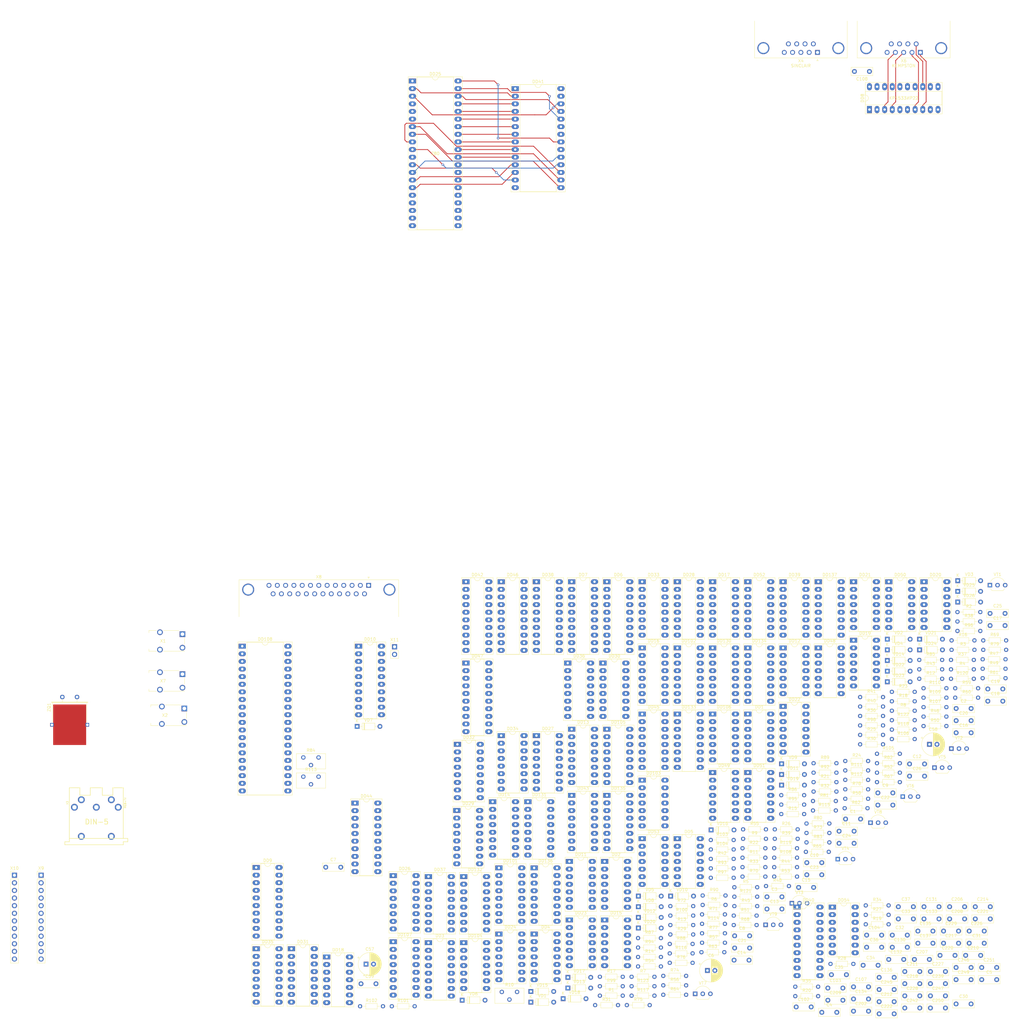
<source format=kicad_pcb>
(kicad_pcb (version 20171130) (host pcbnew 5.1.4+dfsg1-2)
  (layers (0 F.Cu signal) (31 B.Cu signal) (34 B.Paste user) (35 F.Paste user) (36 B.SilkS user) (37 F.SilkS user) (38 B.Mask user) (39 F.Mask user) (44 Edge.Cuts user))
  (net 0 "")
  (net 1 GND)
  (net 2 /S0)
  (net 3 /Y)
  (net 4 /B)
  (net 5 /R)
  (net 6 /G)
  (net 7 "Net-(C1-Pad2)")
  (net 8 "Net-(C1-Pad1)")
  (net 9 /MIC)
  (net 10 /OUT)
  (net 11 "Net-(C3-Pad2)")
  (net 12 "Net-(C3-Pad1)")
  (net 13 /~RES)
  (net 14 "Net-(C7-Pad2)")
  (net 15 /VSYN)
  (net 16 "Net-(C8-Pad2)")
  (net 17 "Net-(C8-Pad1)")
  (net 18 "Net-(C9-Pad2)")
  (net 19 "Net-(C9-Pad1)")
  (net 20 "Net-(C10-Pad2)")
  (net 21 "Net-(C10-Pad1)")
  (net 22 "Net-(C11-Pad2)")
  (net 23 "Net-(C11-Pad1)")
  (net 24 "Net-(C12-Pad1)")
  (net 25 "Net-(C13-Pad1)")
  (net 26 "Net-(C14-Pad2)")
  (net 27 "Net-(C14-Pad1)")
  (net 28 "Net-(C15-Pad2)")
  (net 29 "Net-(C15-Pad1)")
  (net 30 "Net-(C16-Pad2)")
  (net 31 "Net-(C16-Pad1)")
  (net 32 "Net-(C17-Pad1)")
  (net 33 "Net-(C18-Pad1)")
  (net 34 "Net-(C19-Pad2)")
  (net 35 "Net-(C20-Pad1)")
  (net 36 "Net-(C22-Pad1)")
  (net 37 "Net-(C23-Pad1)")
  (net 38 "Net-(C24-Pad1)")
  (net 39 "Net-(C25-Pad1)")
  (net 40 "Net-(C26-Pad2)")
  (net 41 "Net-(C26-Pad1)")
  (net 42 "Net-(C57-Pad1)")
  (net 43 +5V)
  (net 44 "Net-(DD1-Pad13)")
  (net 45 /COPY)
  (net 46 "Net-(DD1-Pad11)")
  (net 47 "Net-(DD1-Pad4)")
  (net 48 "Net-(DD1-Pad3)")
  (net 49 "Net-(DD1-Pad2)")
  (net 50 /FL)
  (net 51 "Net-(DD1-Pad1)")
  (net 52 /A4)
  (net 53 "Net-(DD2-Pad6)")
  (net 54 /A3)
  (net 55 /~IORQE)
  (net 56 /A1)
  (net 57 "Net-(DD2-Pad8)")
  (net 58 /~RD)
  (net 59 /~WR7F)
  (net 60 /A0)
  (net 61 /~WRFE)
  (net 62 /~WRFF)
  (net 63 /~RDFE)
  (net 64 /A7)
  (net 65 /~RD1F)
  (net 66 /~RD7E)
  (net 67 "Net-(DD3-Pad1)")
  (net 68 "Net-(DD4-Pad2)")
  (net 69 /~WR)
  (net 70 "Net-(DD4-Pad3)")
  (net 71 "Net-(DD4-Pad9)")
  (net 72 "Net-(DD4-Pad8)")
  (net 73 /~UINV)
  (net 74 "Net-(DD5-Pad12)")
  (net 75 /UINV)
  (net 76 /KSPK)
  (net 77 /KINV)
  (net 78 /USPK)
  (net 79 /D7)
  (net 80 /D3)
  (net 81 /K_D3)
  (net 82 /K_D2)
  (net 83 /D6)
  (net 84 /D2)
  (net 85 /D5)
  (net 86 /D1)
  (net 87 /K_D1)
  (net 88 /K_D4)
  (net 89 /K_D0)
  (net 90 /D4)
  (net 91 /D0)
  (net 92 /K_D3*)
  (net 93 /K_D2*)
  (net 94 /K_D5*)
  (net 95 /K_D1*)
  (net 96 /K_D4*)
  (net 97 /K_D0*)
  (net 98 /~RDY)
  (net 99 /KEMPU)
  (net 100 /KEMPD)
  (net 101 /KEMPL)
  (net 102 /KEMPF)
  (net 103 /KEMPR)
  (net 104 "Net-(DD9-Pad19)")
  (net 105 "Net-(DD9-Pad9)")
  (net 106 "Net-(DD9-Pad16)")
  (net 107 "Net-(DD9-Pad6)")
  (net 108 "Net-(DD9-Pad15)")
  (net 109 "Net-(DD9-Pad5)")
  (net 110 "Net-(DD9-Pad12)")
  (net 111 "Net-(DD9-Pad2)")
  (net 112 /BG)
  (net 113 /BR)
  (net 114 /SPK)
  (net 115 /BB)
  (net 116 "Net-(DD11-Pad6)")
  (net 117 "Net-(DD11-Pad4)")
  (net 118 /H2)
  (net 119 "Net-(DD11-Pad10)")
  (net 120 "Net-(DD11-Pad2)")
  (net 121 "Net-(DD11-Pad1)")
  (net 122 /OSC)
  (net 123 /DC0)
  (net 124 /~OSC)
  (net 125 /RAS)
  (net 126 /H0)
  (net 127 /DC2)
  (net 128 "Net-(DD13-Pad12)")
  (net 129 /DC1)
  (net 130 /H4)
  (net 131 /H3)
  (net 132 "Net-(DD14-Pad12)")
  (net 133 /H1)
  (net 134 /~HSYN)
  (net 135 /HBR)
  (net 136 /V3)
  (net 137 /V2)
  (net 138 "Net-(DD16-Pad12)")
  (net 139 /V0)
  (net 140 /V1)
  (net 141 /V7)
  (net 142 /V6)
  (net 143 "Net-(DD17-Pad12)")
  (net 144 /V4)
  (net 145 /V5)
  (net 146 /~VSYN)
  (net 147 /VBR)
  (net 148 /HBL)
  (net 149 /VBL)
  (net 150 "Net-(DD20-Pad13)")
  (net 151 /BORD)
  (net 152 /~DC1)
  (net 153 /~DC2)
  (net 154 /~WERAM)
  (net 155 "Net-(DD107-Pad15)")
  (net 156 /CLK)
  (net 157 "Net-(DD107-Pad9)")
  (net 158 /~RAS)
  (net 159 "Net-(DD22-Pad6)")
  (net 160 /V20)
  (net 161 /WRBUF)
  (net 162 /SCR)
  (net 163 "Net-(DD104-Pad8)")
  (net 164 /~MREQE)
  (net 165 /A15)
  (net 166 "Net-(DD104-Pad13)")
  (net 167 /A14)
  (net 168 "Net-(DD23-Pad4)")
  (net 169 "Net-(DD23-Pad10)")
  (net 170 "Net-(DD23-Pad1)")
  (net 171 "Net-(DD24-Pad6)")
  (net 172 "Net-(DD24-Pad11)")
  (net 173 "Net-(DD24-Pad3)")
  (net 174 /A10)
  (net 175 /~IORQ)
  (net 176 /A9)
  (net 177 /~MREQ)
  (net 178 /A8)
  (net 179 /~NMI)
  (net 180 /A6)
  (net 181 /~INT)
  (net 182 /A5)
  (net 183 /A2)
  (net 184 /~M1)
  (net 185 /~BUSRQ)
  (net 186 /~WAIT)
  (net 187 /A13)
  (net 188 /A12)
  (net 189 /A11)
  (net 190 /MA1)
  (net 191 /V0V6)
  (net 192 /MA3)
  (net 193 /MA0)
  (net 194 /V1V7)
  (net 195 /MA2)
  (net 196 /MA5)
  (net 197 /V71)
  (net 198 /SCRB)
  (net 199 /MA7)
  (net 200 /MA4)
  (net 201 /V61)
  (net 202 /MA6)
  (net 203 /RA14)
  (net 204 /RA15)
  (net 205 /~CAS0)
  (net 206 /MD0)
  (net 207 /MD1)
  (net 208 /MD2)
  (net 209 /MD3)
  (net 210 /MD4)
  (net 211 /MD5)
  (net 212 /MD6)
  (net 213 /MD7)
  (net 214 /~RDRAM)
  (net 215 /ROMB)
  (net 216 /~RDROM)
  (net 217 "Net-(DD42-Pad9)")
  (net 218 "Net-(DD42-Pad16)")
  (net 219 "Net-(DD42-Pad6)")
  (net 220 "Net-(DD42-Pad15)")
  (net 221 "Net-(DD42-Pad5)")
  (net 222 "Net-(DD42-Pad12)")
  (net 223 "Net-(DD42-Pad2)")
  (net 224 "Net-(DD43-Pad1)")
  (net 225 "Net-(DD44-Pad17)")
  (net 226 "Net-(DD45-Pad15)")
  (net 227 "Net-(DD45-Pad12)")
  (net 228 "Net-(DD45-Pad10)")
  (net 229 "Net-(DD45-Pad2)")
  (net 230 /RT)
  (net 231 /BT)
  (net 232 "Net-(DD46-Pad16)")
  (net 233 "Net-(DD46-Pad6)")
  (net 234 "Net-(DD46-Pad15)")
  (net 235 "Net-(DD46-Pad5)")
  (net 236 "Net-(DD46-Pad12)")
  (net 237 "Net-(DD46-Pad2)")
  (net 238 /RI)
  (net 239 /BI)
  (net 240 /YT)
  (net 241 /GT)
  (net 242 "Net-(DD47-Pad16)")
  (net 243 "Net-(DD47-Pad6)")
  (net 244 "Net-(DD47-Pad15)")
  (net 245 "Net-(DD47-Pad5)")
  (net 246 "Net-(DD47-Pad12)")
  (net 247 "Net-(DD47-Pad2)")
  (net 248 /GI)
  (net 249 /~BL)
  (net 250 "Net-(DD50-Pad2)")
  (net 251 /Y1)
  (net 252 /Y0)
  (net 253 /~GI)
  (net 254 "Net-(DD51-Pad10)")
  (net 255 /~RI)
  (net 256 "Net-(DD51-Pad8)")
  (net 257 "Net-(DD52-Pad7)")
  (net 258 "Net-(DD52-Pad12)")
  (net 259 "Net-(DD52-Pad4)")
  (net 260 "Net-(DD52-Pad9)")
  (net 261 "Net-(DD53-Pad13)")
  (net 262 "Net-(DD53-Pad2)")
  (net 263 "Net-(DD53-Pad1)")
  (net 264 "Net-(DD53-Pad3)")
  (net 265 "Net-(DD101-Pad15)")
  (net 266 /BD2)
  (net 267 /BD1)
  (net 268 /BD0)
  (net 269 "Net-(DD101-Pad9)")
  (net 270 "Net-(DD102-Pad9)")
  (net 271 "Net-(DD102-Pad1)")
  (net 272 "Net-(DD103-Pad12)")
  (net 273 "Net-(DD103-Pad4)")
  (net 274 /~CAS1)
  (net 275 "Net-(DD104-Pad10)")
  (net 276 "Net-(DD104-Pad5)")
  (net 277 "Net-(DD105-Pad7)")
  (net 278 "Net-(DD105-Pad11)")
  (net 279 "Net-(DD105-Pad9)")
  (net 280 /AYBC1)
  (net 281 /AYBDR)
  (net 282 /AYCLK)
  (net 283 "Net-(R10-Pad3)")
  (net 284 "Net-(R45-Pad2)")
  (net 285 "Net-(R47-Pad1)")
  (net 286 "Net-(R48-Pad2)")
  (net 287 "Net-(R49-Pad2)")
  (net 288 "Net-(R49-Pad1)")
  (net 289 "Net-(R56-Pad2)")
  (net 290 "Net-(R123-Pad2)")
  (net 291 "Net-(R89-Pad1)")
  (net 292 "Net-(R92-Pad1)")
  (net 293 "Net-(R101-Pad2)")
  (net 294 "Net-(R100-Pad2)")
  (net 295 "Net-(R104-Pad2)")
  (net 296 "Net-(R96-Pad2)")
  (net 297 "Net-(R97-Pad2)")
  (net 298 "Net-(R98-Pad2)")
  (net 299 "Net-(R99-Pad1)")
  (net 300 "Net-(R100-Pad1)")
  (net 301 "Net-(R101-Pad1)")
  (net 302 "Net-(R105-Pad2)")
  (net 303 "Net-(R119-Pad2)")
  (net 304 "Net-(VD1-Pad2)")
  (net 305 "Net-(VD2-Pad2)")
  (net 306 /A12*)
  (net 307 "Net-(VD4-Pad2)")
  (net 308 "Net-(VD5-Pad2)")
  (net 309 "Net-(VD6-Pad2)")
  (net 310 "Net-(VD7-Pad2)")
  (net 311 "Net-(VD8-Pad2)")
  (net 312 "Net-(C4-Pad1)")
  (net 313 "Net-(C5-Pad1)")
  (net 314 /~RDFF)
  (net 315 "Net-(DD23-Pad5)")
  (net 316 "Net-(DD40-Pad1)")
  (net 317 "Net-(DD43-Pad12)")
  (net 318 "Net-(DD48-Pad12)")
  (net 319 "Net-(DD48-Pad5)")
  (net 320 "Net-(DD108-Pad38)")
  (net 321 "Net-(DD108-Pad4)")
  (net 322 "Net-(DD108-Pad3)")
  (module reborn:Jack_3.5mm_Switronic_ST-005-G_horizontal (layer F.Cu) (at 14.605 57.785)
    (fp_text reference X7 (at 0 0) (layer F.SilkS))
    (fp_text value "COPY OUT")
    (pad "" np_thru_hole circle (at 2.5 -2.5) (size 1 1) (drill 1) (layers *.Cu *.Mask))
    (pad "" np_thru_hole circle (at 2.5 2.5) (size 1 1) (drill 1) (layers *.Cu *.Mask))
    (pad 2 thru_hole circle (at 6.5 2.25) (size 1.9 1.9) (drill 1.2) (layers *.Cu *.Mask) (net 1 GND))
    (pad 1 thru_hole rect (at 6.5 -2.25) (size 1.9 1.9) (drill 1.2) (layers *.Cu *.Mask))
    (pad 3 thru_hole circle (at -1 2.9) (size 1.9 1.9) (drill 1.2) (layers *.Cu *.Mask) (net 45 /COPY))
    (pad 3 thru_hole circle (at -1 -2.9) (size 1.9 1.9) (drill 1.2) (layers *.Cu *.Mask) (net 45 /COPY))
  )
  (module reborn:Jack_3.5mm_Switronic_ST-005-G_horizontal (layer F.Cu) (at 15.24 69.215)
    (fp_text reference X2 (at 0 0) (layer F.SilkS))
    (fp_text value "MAG OUT")
    (pad "" np_thru_hole circle (at 2.5 -2.5) (size 1 1) (drill 1) (layers *.Cu *.Mask))
    (pad "" np_thru_hole circle (at 2.5 2.5) (size 1 1) (drill 1) (layers *.Cu *.Mask))
    (pad 2 thru_hole circle (at 6.5 2.25) (size 1.9 1.9) (drill 1.2) (layers *.Cu *.Mask) (net 1 GND))
    (pad 1 thru_hole rect (at 6.5 -2.25) (size 1.9 1.9) (drill 1.2) (layers *.Cu *.Mask))
    (pad 3 thru_hole circle (at -1 2.9) (size 1.9 1.9) (drill 1.2) (layers *.Cu *.Mask) (net 10 /OUT))
    (pad 3 thru_hole circle (at -1 -2.9) (size 1.9 1.9) (drill 1.2) (layers *.Cu *.Mask) (net 10 /OUT))
  )
  (module reborn:Jack_3.5mm_Switronic_ST-005-G_horizontal (layer F.Cu) (at 14.605 44.45)
    (fp_text reference X1 (at 0 0) (layer F.SilkS))
    (fp_text value "MAG IN")
    (pad "" np_thru_hole circle (at 2.5 -2.5) (size 1 1) (drill 1) (layers *.Cu *.Mask))
    (pad "" np_thru_hole circle (at 2.5 2.5) (size 1 1) (drill 1) (layers *.Cu *.Mask))
    (pad 2 thru_hole circle (at 6.5 2.25) (size 1.9 1.9) (drill 1.2) (layers *.Cu *.Mask) (net 1 GND))
    (pad 1 thru_hole rect (at 6.5 -2.25) (size 1.9 1.9) (drill 1.2) (layers *.Cu *.Mask))
    (pad 3 thru_hole circle (at -1 2.9) (size 1.9 1.9) (drill 1.2) (layers *.Cu *.Mask) (net 12 "Net-(C3-Pad1)"))
    (pad 3 thru_hole circle (at -1 -2.9) (size 1.9 1.9) (drill 1.2) (layers *.Cu *.Mask) (net 12 "Net-(C3-Pad1)"))
  )
  (module Resistor_THT:R_Axial_DIN0204_L3.6mm_D1.6mm_P7.62mm_Horizontal (layer F.Cu) (at 225.465 159.725)
    (fp_text reference R35 (at 3.81 -1.92) (layer F.SilkS))
    (fp_text value 2k2)
    (pad 2 thru_hole oval (at 7.62 0) (size 1.4 1.4) (drill 0.7) (layers *.Cu *.Mask) (net 1 GND))
    (pad 1 thru_hole circle (at 0 0) (size 1.4 1.4) (drill 0.7) (layers *.Cu *.Mask) (net 313 "Net-(C5-Pad1)"))
  )
  (module Resistor_THT:R_Axial_DIN0204_L3.6mm_D1.6mm_P7.62mm_Horizontal (layer F.Cu) (at 248.965 132.625)
    (fp_text reference R34 (at 3.81 -1.92) (layer F.SilkS))
    (fp_text value 2k2)
    (pad 2 thru_hole oval (at 7.62 0) (size 1.4 1.4) (drill 0.7) (layers *.Cu *.Mask) (net 313 "Net-(C5-Pad1)"))
    (pad 1 thru_hole circle (at 0 0) (size 1.4 1.4) (drill 0.7) (layers *.Cu *.Mask) (net 322 "Net-(DD108-Pad3)"))
  )
  (module Resistor_THT:R_Axial_DIN0204_L3.6mm_D1.6mm_P7.62mm_Horizontal (layer F.Cu) (at 237.215 152.125)
    (fp_text reference R28 (at 3.81 -1.92) (layer F.SilkS))
    (fp_text value 2k2)
    (pad 2 thru_hole oval (at 7.62 0) (size 1.4 1.4) (drill 0.7) (layers *.Cu *.Mask) (net 322 "Net-(DD108-Pad3)"))
    (pad 1 thru_hole circle (at 0 0) (size 1.4 1.4) (drill 0.7) (layers *.Cu *.Mask) (net 312 "Net-(C4-Pad1)"))
  )
  (module Resistor_THT:R_Axial_DIN0204_L3.6mm_D1.6mm_P7.62mm_Horizontal (layer F.Cu) (at 248.965 135.775)
    (fp_text reference R27 (at 3.81 -1.92) (layer F.SilkS))
    (fp_text value 2k2)
    (pad 2 thru_hole oval (at 7.62 0) (size 1.4 1.4) (drill 0.7) (layers *.Cu *.Mask) (net 312 "Net-(C4-Pad1)"))
    (pad 1 thru_hole circle (at 0 0) (size 1.4 1.4) (drill 0.7) (layers *.Cu *.Mask) (net 1 GND))
  )
  (module Resistor_THT:R_Axial_DIN0204_L3.6mm_D1.6mm_P7.62mm_Horizontal (layer F.Cu) (at 225.465 162.875)
    (fp_text reference R20 (at 3.81 -1.92) (layer F.SilkS))
    (fp_text value 1k)
    (pad 2 thru_hole oval (at 7.62 0) (size 1.4 1.4) (drill 0.7) (layers *.Cu *.Mask) (net 313 "Net-(C5-Pad1)"))
    (pad 1 thru_hole circle (at 0 0) (size 1.4 1.4) (drill 0.7) (layers *.Cu *.Mask) (net 320 "Net-(DD108-Pad38)"))
  )
  (module Resistor_THT:R_Axial_DIN0204_L3.6mm_D1.6mm_P7.62mm_Horizontal (layer F.Cu) (at 248.965 138.925)
    (fp_text reference R19 (at 3.81 -1.92) (layer F.SilkS))
    (fp_text value 1k)
    (pad 2 thru_hole oval (at 7.62 0) (size 1.4 1.4) (drill 0.7) (layers *.Cu *.Mask) (net 312 "Net-(C4-Pad1)"))
    (pad 1 thru_hole circle (at 0 0) (size 1.4 1.4) (drill 0.7) (layers *.Cu *.Mask) (net 321 "Net-(DD108-Pad4)"))
  )
  (module Package_DIP:DIP-14_W7.62mm_Socket_LongPads (layer F.Cu) (at 237.815 133.175)
    (fp_text reference DD54 (at 3.81 -2.33) (layer F.SilkS))
    (fp_text value КР1533ЛН1)
    (pad 14 thru_hole oval (at 7.62 0) (size 2.4 1.6) (drill 0.8) (layers *.Cu *.Mask) (net 43 +5V))
    (pad 7 thru_hole oval (at 0 15.24) (size 2.4 1.6) (drill 0.8) (layers *.Cu *.Mask) (net 1 GND))
    (pad 13 thru_hole oval (at 7.62 2.54) (size 2.4 1.6) (drill 0.8) (layers *.Cu *.Mask))
    (pad 6 thru_hole oval (at 0 12.7) (size 2.4 1.6) (drill 0.8) (layers *.Cu *.Mask))
    (pad 12 thru_hole oval (at 7.62 5.08) (size 2.4 1.6) (drill 0.8) (layers *.Cu *.Mask))
    (pad 5 thru_hole oval (at 0 10.16) (size 2.4 1.6) (drill 0.8) (layers *.Cu *.Mask))
    (pad 11 thru_hole oval (at 7.62 7.62) (size 2.4 1.6) (drill 0.8) (layers *.Cu *.Mask))
    (pad 4 thru_hole oval (at 0 7.62) (size 2.4 1.6) (drill 0.8) (layers *.Cu *.Mask) (net 316 "Net-(DD40-Pad1)"))
    (pad 10 thru_hole oval (at 7.62 10.16) (size 2.4 1.6) (drill 0.8) (layers *.Cu *.Mask))
    (pad 3 thru_hole oval (at 0 5.08) (size 2.4 1.6) (drill 0.8) (layers *.Cu *.Mask) (net 166 "Net-(DD104-Pad13)"))
    (pad 9 thru_hole oval (at 7.62 12.7) (size 2.4 1.6) (drill 0.8) (layers *.Cu *.Mask))
    (pad 2 thru_hole oval (at 0 2.54) (size 2.4 1.6) (drill 0.8) (layers *.Cu *.Mask) (net 315 "Net-(DD23-Pad5)"))
    (pad 8 thru_hole oval (at 7.62 15.24) (size 2.4 1.6) (drill 0.8) (layers *.Cu *.Mask))
    (pad 1 thru_hole rect (at 0 0) (size 2.4 1.6) (drill 0.8) (layers *.Cu *.Mask) (net 275 "Net-(DD104-Pad10)"))
  )
  (module Package_DIP:DIP-20_W7.62mm_Socket_LongPads (layer F.Cu) (at 226.065 133.175)
    (fp_text reference DD40 (at 3.81 -2.33) (layer F.SilkS))
    (fp_text value КР1533ИР22)
    (pad 20 thru_hole oval (at 7.62 0) (size 2.4 1.6) (drill 0.8) (layers *.Cu *.Mask) (net 43 +5V))
    (pad 10 thru_hole oval (at 0 22.86) (size 2.4 1.6) (drill 0.8) (layers *.Cu *.Mask) (net 1 GND))
    (pad 19 thru_hole oval (at 7.62 2.54) (size 2.4 1.6) (drill 0.8) (layers *.Cu *.Mask) (net 79 /D7))
    (pad 9 thru_hole oval (at 0 20.32) (size 2.4 1.6) (drill 0.8) (layers *.Cu *.Mask) (net 80 /D3))
    (pad 18 thru_hole oval (at 7.62 5.08) (size 2.4 1.6) (drill 0.8) (layers *.Cu *.Mask) (net 213 /MD7))
    (pad 8 thru_hole oval (at 0 17.78) (size 2.4 1.6) (drill 0.8) (layers *.Cu *.Mask) (net 209 /MD3))
    (pad 17 thru_hole oval (at 7.62 7.62) (size 2.4 1.6) (drill 0.8) (layers *.Cu *.Mask) (net 212 /MD6))
    (pad 7 thru_hole oval (at 0 15.24) (size 2.4 1.6) (drill 0.8) (layers *.Cu *.Mask) (net 208 /MD2))
    (pad 16 thru_hole oval (at 7.62 10.16) (size 2.4 1.6) (drill 0.8) (layers *.Cu *.Mask) (net 83 /D6))
    (pad 6 thru_hole oval (at 0 12.7) (size 2.4 1.6) (drill 0.8) (layers *.Cu *.Mask) (net 84 /D2))
    (pad 15 thru_hole oval (at 7.62 12.7) (size 2.4 1.6) (drill 0.8) (layers *.Cu *.Mask) (net 85 /D5))
    (pad 5 thru_hole oval (at 0 10.16) (size 2.4 1.6) (drill 0.8) (layers *.Cu *.Mask) (net 86 /D1))
    (pad 14 thru_hole oval (at 7.62 15.24) (size 2.4 1.6) (drill 0.8) (layers *.Cu *.Mask) (net 211 /MD5))
    (pad 4 thru_hole oval (at 0 7.62) (size 2.4 1.6) (drill 0.8) (layers *.Cu *.Mask) (net 207 /MD1))
    (pad 13 thru_hole oval (at 7.62 17.78) (size 2.4 1.6) (drill 0.8) (layers *.Cu *.Mask) (net 210 /MD4))
    (pad 3 thru_hole oval (at 0 5.08) (size 2.4 1.6) (drill 0.8) (layers *.Cu *.Mask) (net 206 /MD0))
    (pad 12 thru_hole oval (at 7.62 20.32) (size 2.4 1.6) (drill 0.8) (layers *.Cu *.Mask) (net 90 /D4))
    (pad 2 thru_hole oval (at 0 2.54) (size 2.4 1.6) (drill 0.8) (layers *.Cu *.Mask) (net 91 /D0))
    (pad 11 thru_hole oval (at 7.62 22.86) (size 2.4 1.6) (drill 0.8) (layers *.Cu *.Mask) (net 127 /DC2))
    (pad 1 thru_hole rect (at 0 0) (size 2.4 1.6) (drill 0.8) (layers *.Cu *.Mask) (net 316 "Net-(DD40-Pad1)"))
  )
  (module Capacitor_THT:C_Rect_L7.0mm_W2.5mm_P5.00mm (layer F.Cu) (at 287.635 153.325)
    (fp_text reference C251 (at 2.5 -2.5) (layer F.SilkS))
    (fp_text value 0.1)
    (pad 2 thru_hole circle (at 5 0) (size 1.6 1.6) (drill 0.8) (layers *.Cu *.Mask) (net 1 GND))
    (pad 1 thru_hole circle (at 0 0) (size 1.6 1.6) (drill 0.8) (layers *.Cu *.Mask) (net 43 +5V))
  )
  (module Capacitor_THT:C_Rect_L7.0mm_W2.5mm_P5.00mm (layer F.Cu) (at 270.535 166.825)
    (fp_text reference C250 (at 2.5 -2.5) (layer F.SilkS))
    (fp_text value 0.1)
    (pad 2 thru_hole circle (at 5 0) (size 1.6 1.6) (drill 0.8) (layers *.Cu *.Mask) (net 1 GND))
    (pad 1 thru_hole circle (at 0 0) (size 1.6 1.6) (drill 0.8) (layers *.Cu *.Mask) (net 43 +5V))
  )
  (module Capacitor_THT:C_Rect_L7.0mm_W2.5mm_P5.00mm (layer F.Cu) (at 279.085 157.375)
    (fp_text reference C249 (at 2.5 -2.5) (layer F.SilkS))
    (fp_text value 0.1)
    (pad 2 thru_hole circle (at 5 0) (size 1.6 1.6) (drill 0.8) (layers *.Cu *.Mask) (net 1 GND))
    (pad 1 thru_hole circle (at 0 0) (size 1.6 1.6) (drill 0.8) (layers *.Cu *.Mask) (net 43 +5V))
  )
  (module Capacitor_THT:C_Rect_L7.0mm_W2.5mm_P5.00mm (layer F.Cu) (at 270.535 162.775)
    (fp_text reference C247 (at 2.5 -2.5) (layer F.SilkS))
    (fp_text value 0.1)
    (pad 2 thru_hole circle (at 5 0) (size 1.6 1.6) (drill 0.8) (layers *.Cu *.Mask) (net 1 GND))
    (pad 1 thru_hole circle (at 0 0) (size 1.6 1.6) (drill 0.8) (layers *.Cu *.Mask) (net 43 +5V))
  )
  (module Capacitor_THT:C_Rect_L7.0mm_W2.5mm_P5.00mm (layer F.Cu) (at 279.085 153.325)
    (fp_text reference C246 (at 2.5 -2.5) (layer F.SilkS))
    (fp_text value 0.1)
    (pad 2 thru_hole circle (at 5 0) (size 1.6 1.6) (drill 0.8) (layers *.Cu *.Mask) (net 1 GND))
    (pad 1 thru_hole circle (at 0 0) (size 1.6 1.6) (drill 0.8) (layers *.Cu *.Mask) (net 43 +5V))
  )
  (module Capacitor_THT:C_Rect_L7.0mm_W2.5mm_P5.00mm (layer F.Cu) (at 253.435 160.675)
    (fp_text reference C245 (at 2.5 -2.5) (layer F.SilkS))
    (fp_text value 0.1)
    (pad 2 thru_hole circle (at 5 0) (size 1.6 1.6) (drill 0.8) (layers *.Cu *.Mask) (net 1 GND))
    (pad 1 thru_hole circle (at 0 0) (size 1.6 1.6) (drill 0.8) (layers *.Cu *.Mask) (net 43 +5V))
  )
  (module Capacitor_THT:C_Rect_L7.0mm_W2.5mm_P5.00mm (layer F.Cu) (at 261.985 166.825)
    (fp_text reference C242 (at 2.5 -2.5) (layer F.SilkS))
    (fp_text value 0.1)
    (pad 2 thru_hole circle (at 5 0) (size 1.6 1.6) (drill 0.8) (layers *.Cu *.Mask) (net 1 GND))
    (pad 1 thru_hole circle (at 0 0) (size 1.6 1.6) (drill 0.8) (layers *.Cu *.Mask) (net 43 +5V))
  )
  (module Capacitor_THT:C_Rect_L7.0mm_W2.5mm_P5.00mm (layer F.Cu) (at 270.535 158.725)
    (fp_text reference C239 (at 2.5 -2.5) (layer F.SilkS))
    (fp_text value 0.1)
    (pad 2 thru_hole circle (at 5 0) (size 1.6 1.6) (drill 0.8) (layers *.Cu *.Mask) (net 1 GND))
    (pad 1 thru_hole circle (at 0 0) (size 1.6 1.6) (drill 0.8) (layers *.Cu *.Mask) (net 43 +5V))
  )
  (module Capacitor_THT:C_Rect_L7.0mm_W2.5mm_P5.00mm (layer F.Cu) (at 274.915 141.175)
    (fp_text reference C229 (at 2.5 -2.5) (layer F.SilkS))
    (fp_text value 0.1)
    (pad 2 thru_hole circle (at 5 0) (size 1.6 1.6) (drill 0.8) (layers *.Cu *.Mask) (net 1 GND))
    (pad 1 thru_hole circle (at 0 0) (size 1.6 1.6) (drill 0.8) (layers *.Cu *.Mask) (net 43 +5V))
  )
  (module Capacitor_THT:C_Rect_L7.0mm_W2.5mm_P5.00mm (layer F.Cu) (at 261.985 162.775)
    (fp_text reference C228 (at 2.5 -2.5) (layer F.SilkS))
    (fp_text value 0.1)
    (pad 2 thru_hole circle (at 5 0) (size 1.6 1.6) (drill 0.8) (layers *.Cu *.Mask) (net 1 GND))
    (pad 1 thru_hole circle (at 0 0) (size 1.6 1.6) (drill 0.8) (layers *.Cu *.Mask) (net 43 +5V))
  )
  (module Capacitor_THT:C_Rect_L7.0mm_W2.5mm_P5.00mm (layer F.Cu) (at 270.535 154.675)
    (fp_text reference C227 (at 2.5 -2.5) (layer F.SilkS))
    (fp_text value 0.1)
    (pad 2 thru_hole circle (at 5 0) (size 1.6 1.6) (drill 0.8) (layers *.Cu *.Mask) (net 1 GND))
    (pad 1 thru_hole circle (at 0 0) (size 1.6 1.6) (drill 0.8) (layers *.Cu *.Mask) (net 43 +5V))
  )
  (module Capacitor_THT:C_Rect_L7.0mm_W2.5mm_P5.00mm (layer F.Cu) (at 283.465 141.175)
    (fp_text reference C226 (at 2.5 -2.5) (layer F.SilkS))
    (fp_text value 0.1)
    (pad 2 thru_hole circle (at 5 0) (size 1.6 1.6) (drill 0.8) (layers *.Cu *.Mask) (net 1 GND))
    (pad 1 thru_hole circle (at 0 0) (size 1.6 1.6) (drill 0.8) (layers *.Cu *.Mask) (net 43 +5V))
  )
  (module Capacitor_THT:C_Rect_L7.0mm_W2.5mm_P5.00mm (layer F.Cu) (at 253.435 168.775)
    (fp_text reference C222 (at 2.5 -2.5) (layer F.SilkS))
    (fp_text value 0.1)
    (pad 2 thru_hole circle (at 5 0) (size 1.6 1.6) (drill 0.8) (layers *.Cu *.Mask) (net 1 GND))
    (pad 1 thru_hole circle (at 0 0) (size 1.6 1.6) (drill 0.8) (layers *.Cu *.Mask) (net 43 +5V))
  )
  (module Capacitor_THT:C_Rect_L7.0mm_W2.5mm_P5.00mm (layer F.Cu) (at 285.485 137.125)
    (fp_text reference C221 (at 2.5 -2.5) (layer F.SilkS))
    (fp_text value 0.1)
    (pad 2 thru_hole circle (at 5 0) (size 1.6 1.6) (drill 0.8) (layers *.Cu *.Mask) (net 1 GND))
    (pad 1 thru_hole circle (at 0 0) (size 1.6 1.6) (drill 0.8) (layers *.Cu *.Mask) (net 43 +5V))
  )
  (module Capacitor_THT:C_Rect_L7.0mm_W2.5mm_P5.00mm (layer F.Cu) (at 273.735 149.275)
    (fp_text reference C220 (at 2.5 -2.5) (layer F.SilkS))
    (fp_text value 0.1)
    (pad 2 thru_hole circle (at 5 0) (size 1.6 1.6) (drill 0.8) (layers *.Cu *.Mask) (net 1 GND))
    (pad 1 thru_hole circle (at 0 0) (size 1.6 1.6) (drill 0.8) (layers *.Cu *.Mask) (net 43 +5V))
  )
  (module Capacitor_THT:C_Rect_L7.0mm_W2.5mm_P5.00mm (layer F.Cu) (at 261.985 158.725)
    (fp_text reference C218 (at 2.5 -2.5) (layer F.SilkS))
    (fp_text value 0.1)
    (pad 2 thru_hole circle (at 5 0) (size 1.6 1.6) (drill 0.8) (layers *.Cu *.Mask) (net 1 GND))
    (pad 1 thru_hole circle (at 0 0) (size 1.6 1.6) (drill 0.8) (layers *.Cu *.Mask) (net 43 +5V))
  )
  (module Capacitor_THT:C_Rect_L7.0mm_W2.5mm_P5.00mm (layer F.Cu) (at 274.915 145.225)
    (fp_text reference C217 (at 2.5 -2.5) (layer F.SilkS))
    (fp_text value 0.1)
    (pad 2 thru_hole circle (at 5 0) (size 1.6 1.6) (drill 0.8) (layers *.Cu *.Mask) (net 1 GND))
    (pad 1 thru_hole circle (at 0 0) (size 1.6 1.6) (drill 0.8) (layers *.Cu *.Mask) (net 43 +5V))
  )
  (module Capacitor_THT:C_Rect_L7.0mm_W2.5mm_P5.00mm (layer F.Cu) (at 285.485 133.075)
    (fp_text reference C214 (at 2.5 -2.5) (layer F.SilkS))
    (fp_text value 0.1)
    (pad 2 thru_hole circle (at 5 0) (size 1.6 1.6) (drill 0.8) (layers *.Cu *.Mask) (net 1 GND))
    (pad 1 thru_hole circle (at 0 0) (size 1.6 1.6) (drill 0.8) (layers *.Cu *.Mask) (net 43 +5V))
  )
  (module Capacitor_THT:C_Rect_L7.0mm_W2.5mm_P5.00mm (layer F.Cu) (at 253.435 164.725)
    (fp_text reference C212 (at 2.5 -2.5) (layer F.SilkS))
    (fp_text value 0.1)
    (pad 2 thru_hole circle (at 5 0) (size 1.6 1.6) (drill 0.8) (layers *.Cu *.Mask) (net 1 GND))
    (pad 1 thru_hole circle (at 0 0) (size 1.6 1.6) (drill 0.8) (layers *.Cu *.Mask) (net 43 +5V))
  )
  (module Capacitor_THT:C_Rect_L7.0mm_W2.5mm_P5.00mm (layer F.Cu) (at 261.985 154.675)
    (fp_text reference C211 (at 2.5 -2.5) (layer F.SilkS))
    (fp_text value 0.1)
    (pad 2 thru_hole circle (at 5 0) (size 1.6 1.6) (drill 0.8) (layers *.Cu *.Mask) (net 1 GND))
    (pad 1 thru_hole circle (at 0 0) (size 1.6 1.6) (drill 0.8) (layers *.Cu *.Mask) (net 43 +5V))
  )
  (module Capacitor_THT:C_Rect_L7.0mm_W2.5mm_P5.00mm (layer F.Cu) (at 282.285 149.275)
    (fp_text reference C210 (at 2.5 -2.5) (layer F.SilkS))
    (fp_text value 0.1)
    (pad 2 thru_hole circle (at 5 0) (size 1.6 1.6) (drill 0.8) (layers *.Cu *.Mask) (net 1 GND))
    (pad 1 thru_hole circle (at 0 0) (size 1.6 1.6) (drill 0.8) (layers *.Cu *.Mask) (net 43 +5V))
  )
  (module Capacitor_THT:C_Rect_L7.0mm_W2.5mm_P5.00mm (layer F.Cu) (at 236.335 164.225)
    (fp_text reference C209 (at 2.5 -2.5) (layer F.SilkS))
    (fp_text value 0.1)
    (pad 2 thru_hole circle (at 5 0) (size 1.6 1.6) (drill 0.8) (layers *.Cu *.Mask) (net 1 GND))
    (pad 1 thru_hole circle (at 0 0) (size 1.6 1.6) (drill 0.8) (layers *.Cu *.Mask) (net 43 +5V))
  )
  (module Capacitor_THT:C_Rect_L7.0mm_W2.5mm_P5.00mm (layer F.Cu) (at 276.935 137.125)
    (fp_text reference C208 (at 2.5 -2.5) (layer F.SilkS))
    (fp_text value 0.1)
    (pad 2 thru_hole circle (at 5 0) (size 1.6 1.6) (drill 0.8) (layers *.Cu *.Mask) (net 1 GND))
    (pad 1 thru_hole circle (at 0 0) (size 1.6 1.6) (drill 0.8) (layers *.Cu *.Mask) (net 43 +5V))
  )
  (module Capacitor_THT:C_Rect_L7.0mm_W2.5mm_P5.00mm (layer F.Cu) (at 265.185 150.625)
    (fp_text reference C207 (at 2.5 -2.5) (layer F.SilkS))
    (fp_text value 0.1)
    (pad 2 thru_hole circle (at 5 0) (size 1.6 1.6) (drill 0.8) (layers *.Cu *.Mask) (net 1 GND))
    (pad 1 thru_hole circle (at 0 0) (size 1.6 1.6) (drill 0.8) (layers *.Cu *.Mask) (net 43 +5V))
  )
  (module Capacitor_THT:C_Rect_L7.0mm_W2.5mm_P5.00mm (layer F.Cu) (at 276.935 133.075)
    (fp_text reference C206 (at 2.5 -2.5) (layer F.SilkS))
    (fp_text value 0.1)
    (pad 2 thru_hole circle (at 5 0) (size 1.6 1.6) (drill 0.8) (layers *.Cu *.Mask) (net 1 GND))
    (pad 1 thru_hole circle (at 0 0) (size 1.6 1.6) (drill 0.8) (layers *.Cu *.Mask) (net 43 +5V))
  )
  (module Capacitor_THT:C_Rect_L7.0mm_W2.5mm_P5.00mm (layer F.Cu) (at 244.885 167.875)
    (fp_text reference C202 (at 2.5 -2.5) (layer F.SilkS))
    (fp_text value 0.1)
    (pad 2 thru_hole circle (at 5 0) (size 1.6 1.6) (drill 0.8) (layers *.Cu *.Mask) (net 1 GND))
    (pad 1 thru_hole circle (at 0 0) (size 1.6 1.6) (drill 0.8) (layers *.Cu *.Mask) (net 43 +5V))
  )
  (module Capacitor_THT:C_Rect_L7.0mm_W2.5mm_P5.00mm (layer F.Cu) (at 266.365 145.225)
    (fp_text reference C137 (at 2.5 -2.5) (layer F.SilkS))
    (fp_text value 0.1)
    (pad 2 thru_hole circle (at 5 0) (size 1.6 1.6) (drill 0.8) (layers *.Cu *.Mask) (net 1 GND))
    (pad 1 thru_hole circle (at 0 0) (size 1.6 1.6) (drill 0.8) (layers *.Cu *.Mask) (net 43 +5V))
  )
  (module Capacitor_THT:C_Rect_L7.0mm_W2.5mm_P5.00mm (layer F.Cu) (at 253.435 156.625)
    (fp_text reference C136 (at 2.5 -2.5) (layer F.SilkS))
    (fp_text value 0.1)
    (pad 2 thru_hole circle (at 5 0) (size 1.6 1.6) (drill 0.8) (layers *.Cu *.Mask) (net 1 GND))
    (pad 1 thru_hole circle (at 0 0) (size 1.6 1.6) (drill 0.8) (layers *.Cu *.Mask) (net 43 +5V))
  )
  (module Capacitor_THT:C_Rect_L7.0mm_W2.5mm_P5.00mm (layer F.Cu) (at 266.365 141.175)
    (fp_text reference C135 (at 2.5 -2.5) (layer F.SilkS))
    (fp_text value 0.1)
    (pad 2 thru_hole circle (at 5 0) (size 1.6 1.6) (drill 0.8) (layers *.Cu *.Mask) (net 1 GND))
    (pad 1 thru_hole circle (at 0 0) (size 1.6 1.6) (drill 0.8) (layers *.Cu *.Mask) (net 43 +5V))
  )
  (module Capacitor_THT:C_Rect_L7.0mm_W2.5mm_P5.00mm (layer F.Cu) (at 244.885 163.825)
    (fp_text reference C134 (at 2.5 -2.5) (layer F.SilkS))
    (fp_text value 0.1)
    (pad 2 thru_hole circle (at 5 0) (size 1.6 1.6) (drill 0.8) (layers *.Cu *.Mask) (net 1 GND))
    (pad 1 thru_hole circle (at 0 0) (size 1.6 1.6) (drill 0.8) (layers *.Cu *.Mask) (net 43 +5V))
  )
  (module Capacitor_THT:C_Rect_L7.0mm_W2.5mm_P5.00mm (layer F.Cu) (at 268.385 137.125)
    (fp_text reference C133 (at 2.5 -2.5) (layer F.SilkS))
    (fp_text value 0.1)
    (pad 2 thru_hole circle (at 5 0) (size 1.6 1.6) (drill 0.8) (layers *.Cu *.Mask) (net 1 GND))
    (pad 1 thru_hole circle (at 0 0) (size 1.6 1.6) (drill 0.8) (layers *.Cu *.Mask) (net 43 +5V))
  )
  (module Capacitor_THT:C_Rect_L7.0mm_W2.5mm_P5.00mm (layer F.Cu) (at 256.635 150.625)
    (fp_text reference C132 (at 2.5 -2.5) (layer F.SilkS))
    (fp_text value 0.1)
    (pad 2 thru_hole circle (at 5 0) (size 1.6 1.6) (drill 0.8) (layers *.Cu *.Mask) (net 1 GND))
    (pad 1 thru_hole circle (at 0 0) (size 1.6 1.6) (drill 0.8) (layers *.Cu *.Mask) (net 43 +5V))
  )
  (module Capacitor_THT:C_Rect_L7.0mm_W2.5mm_P5.00mm (layer F.Cu) (at 268.385 133.075)
    (fp_text reference C131 (at 2.5 -2.5) (layer F.SilkS))
    (fp_text value 0.1)
    (pad 2 thru_hole circle (at 5 0) (size 1.6 1.6) (drill 0.8) (layers *.Cu *.Mask) (net 1 GND))
    (pad 1 thru_hole circle (at 0 0) (size 1.6 1.6) (drill 0.8) (layers *.Cu *.Mask) (net 43 +5V))
  )
  (module Capacitor_THT:C_Rect_L7.0mm_W2.5mm_P5.00mm (layer F.Cu) (at 257.815 146.575)
    (fp_text reference C130 (at 2.5 -2.5) (layer F.SilkS))
    (fp_text value 0.1)
    (pad 2 thru_hole circle (at 5 0) (size 1.6 1.6) (drill 0.8) (layers *.Cu *.Mask) (net 1 GND))
    (pad 1 thru_hole circle (at 0 0) (size 1.6 1.6) (drill 0.8) (layers *.Cu *.Mask) (net 43 +5V))
  )
  (module Capacitor_THT:C_Rect_L7.0mm_W2.5mm_P5.00mm (layer F.Cu) (at 250.19 -145.415 180)
    (fp_text reference C108 (at 2.5 -2.5) (layer F.SilkS))
    (fp_text value 0.1)
    (pad 2 thru_hole circle (at 5 0 180) (size 1.6 1.6) (drill 0.8) (layers *.Cu *.Mask) (net 1 GND))
    (pad 1 thru_hole circle (at 0 0 180) (size 1.6 1.6) (drill 0.8) (layers *.Cu *.Mask) (net 43 +5V))
  )
  (module Capacitor_THT:C_Rect_L7.0mm_W2.5mm_P5.00mm (layer F.Cu) (at 244.885 159.775)
    (fp_text reference C107 (at 2.5 -2.5) (layer F.SilkS))
    (fp_text value 0.1)
    (pad 2 thru_hole circle (at 5 0) (size 1.6 1.6) (drill 0.8) (layers *.Cu *.Mask) (net 1 GND))
    (pad 1 thru_hole circle (at 0 0) (size 1.6 1.6) (drill 0.8) (layers *.Cu *.Mask) (net 43 +5V))
  )
  (module Capacitor_THT:C_Rect_L7.0mm_W2.5mm_P5.00mm (layer F.Cu) (at 249.265 142.525)
    (fp_text reference C104 (at 2.5 -2.5) (layer F.SilkS))
    (fp_text value 0.1)
    (pad 2 thru_hole circle (at 5 0) (size 1.6 1.6) (drill 0.8) (layers *.Cu *.Mask) (net 1 GND))
    (pad 1 thru_hole circle (at 0 0) (size 1.6 1.6) (drill 0.8) (layers *.Cu *.Mask) (net 43 +5V))
  )
  (module Capacitor_THT:C_Rect_L7.0mm_W2.5mm_P5.00mm (layer F.Cu) (at 236.335 160.175)
    (fp_text reference C103 (at 2.5 -2.5) (layer F.SilkS))
    (fp_text value 0.1)
    (pad 2 thru_hole circle (at 5 0) (size 1.6 1.6) (drill 0.8) (layers *.Cu *.Mask) (net 1 GND))
    (pad 1 thru_hole circle (at 0 0) (size 1.6 1.6) (drill 0.8) (layers *.Cu *.Mask) (net 43 +5V))
  )
  (module Capacitor_THT:C_Rect_L7.0mm_W2.5mm_P5.00mm (layer F.Cu) (at 225.765 166.475)
    (fp_text reference C102 (at 2.5 -2.5) (layer F.SilkS))
    (fp_text value 0.1)
    (pad 2 thru_hole circle (at 5 0) (size 1.6 1.6) (drill 0.8) (layers *.Cu *.Mask) (net 1 GND))
    (pad 1 thru_hole circle (at 0 0) (size 1.6 1.6) (drill 0.8) (layers *.Cu *.Mask) (net 43 +5V))
  )
  (module Capacitor_THT:C_Rect_L7.0mm_W2.5mm_P5.00mm (layer F.Cu) (at 259.835 133.075)
    (fp_text reference C37 (at 2.5 -2.5) (layer F.SilkS))
    (fp_text value 0.1)
    (pad 2 thru_hole circle (at 5 0) (size 1.6 1.6) (drill 0.8) (layers *.Cu *.Mask) (net 1 GND))
    (pad 1 thru_hole circle (at 0 0) (size 1.6 1.6) (drill 0.8) (layers *.Cu *.Mask) (net 43 +5V))
  )
  (module Capacitor_THT:C_Rect_L7.0mm_W2.5mm_P5.00mm (layer F.Cu) (at 249.265 146.575)
    (fp_text reference C36 (at 2.5 -2.5) (layer F.SilkS))
    (fp_text value 0.1)
    (pad 2 thru_hole circle (at 5 0) (size 1.6 1.6) (drill 0.8) (layers *.Cu *.Mask) (net 1 GND))
    (pad 1 thru_hole circle (at 0 0) (size 1.6 1.6) (drill 0.8) (layers *.Cu *.Mask) (net 43 +5V))
  )
  (module Capacitor_THT:C_Rect_L7.0mm_W2.5mm_P5.00mm (layer F.Cu) (at 237.515 155.725)
    (fp_text reference C35 (at 2.5 -2.5) (layer F.SilkS))
    (fp_text value 0.1)
    (pad 2 thru_hole circle (at 5 0) (size 1.6 1.6) (drill 0.8) (layers *.Cu *.Mask) (net 1 GND))
    (pad 1 thru_hole circle (at 0 0) (size 1.6 1.6) (drill 0.8) (layers *.Cu *.Mask) (net 43 +5V))
  )
  (module Capacitor_THT:C_Rect_L7.0mm_W2.5mm_P5.00mm (layer F.Cu) (at 248.085 152.575)
    (fp_text reference C34 (at 2.5 -2.5) (layer F.SilkS))
    (fp_text value 0.1)
    (pad 2 thru_hole circle (at 5 0) (size 1.6 1.6) (drill 0.8) (layers *.Cu *.Mask) (net 1 GND))
    (pad 1 thru_hole circle (at 0 0) (size 1.6 1.6) (drill 0.8) (layers *.Cu *.Mask) (net 43 +5V))
  )
  (module Capacitor_THT:C_Rect_L7.0mm_W2.5mm_P5.00mm (layer F.Cu) (at 259.835 137.125)
    (fp_text reference C33 (at 2.5 -2.5) (layer F.SilkS))
    (fp_text value 0.1)
    (pad 2 thru_hole circle (at 5 0) (size 1.6 1.6) (drill 0.8) (layers *.Cu *.Mask) (net 1 GND))
    (pad 1 thru_hole circle (at 0 0) (size 1.6 1.6) (drill 0.8) (layers *.Cu *.Mask) (net 43 +5V))
  )
  (module Capacitor_THT:C_Rect_L7.0mm_W2.5mm_P5.00mm (layer F.Cu) (at 257.815 142.525)
    (fp_text reference C32 (at 2.5 -2.5) (layer F.SilkS))
    (fp_text value 0.1)
    (pad 2 thru_hole circle (at 5 0) (size 1.6 1.6) (drill 0.8) (layers *.Cu *.Mask) (net 1 GND))
    (pad 1 thru_hole circle (at 0 0) (size 1.6 1.6) (drill 0.8) (layers *.Cu *.Mask) (net 43 +5V))
  )
  (module Capacitor_THT:C_Rect_L7.0mm_W2.5mm_P5.00mm (layer F.Cu) (at 283.465 145.225)
    (fp_text reference C31 (at 2.5 -2.5) (layer F.SilkS))
    (fp_text value 0.1)
    (pad 2 thru_hole circle (at 5 0) (size 1.6 1.6) (drill 0.8) (layers *.Cu *.Mask) (net 1 GND))
    (pad 1 thru_hole circle (at 0 0) (size 1.6 1.6) (drill 0.8) (layers *.Cu *.Mask) (net 43 +5V))
  )
  (module Capacitor_THT:C_Rect_L7.0mm_W2.5mm_P5.00mm (layer F.Cu) (at 279.085 165.475)
    (fp_text reference C30 (at 2.5 -2.5) (layer F.SilkS))
    (fp_text value 0.1)
    (pad 2 thru_hole circle (at 5 0) (size 1.6 1.6) (drill 0.8) (layers *.Cu *.Mask) (net 1 GND))
    (pad 1 thru_hole circle (at 0 0) (size 1.6 1.6) (drill 0.8) (layers *.Cu *.Mask) (net 43 +5V))
  )
  (module Capacitor_THT:C_Rect_L7.0mm_W2.5mm_P5.00mm (layer F.Cu) (at 287.635 157.375)
    (fp_text reference C5 (at 2.5 -2.5) (layer F.SilkS))
    (fp_text value 0.47)
    (pad 2 thru_hole circle (at 5 0) (size 1.6 1.6) (drill 0.8) (layers *.Cu *.Mask))
    (pad 1 thru_hole circle (at 0 0) (size 1.6 1.6) (drill 0.8) (layers *.Cu *.Mask) (net 313 "Net-(C5-Pad1)"))
  )
  (module Capacitor_THT:C_Rect_L7.0mm_W2.5mm_P5.00mm (layer F.Cu) (at 234.315 168.275)
    (fp_text reference C4 (at 2.5 -2.5) (layer F.SilkS))
    (fp_text value 0.47)
    (pad 2 thru_hole circle (at 5 0) (size 1.6 1.6) (drill 0.8) (layers *.Cu *.Mask))
    (pad 1 thru_hole circle (at 0 0) (size 1.6 1.6) (drill 0.8) (layers *.Cu *.Mask) (net 312 "Net-(C4-Pad1)"))
  )
  (module Crystal:Crystal_HC49-U_Horizontal_1EP_style2 (layer F.Cu) (at -18.96 63.14)
    (fp_text reference ZQ1 (at -4.425 3.425 90) (layer F.SilkS))
    (fp_text value 14MHz)
    (pad 3 thru_hole rect (at 8.35 9.25) (size 1.2 1.2) (drill 0.8) (layers *.Cu *.Mask))
    (pad 3 thru_hole rect (at -3.45 9.25) (size 1.2 1.2) (drill 0.8) (layers *.Cu *.Mask))
    (pad 3 smd rect (at 2.45 9.25) (size 11 13.5) (layers F.Cu F.Paste F.Mask))
    (pad 2 thru_hole circle (at 4.9 0) (size 1.5 1.5) (drill 0.8) (layers *.Cu *.Mask) (net 117 "Net-(DD11-Pad4)"))
    (pad 1 thru_hole circle (at 0 0) (size 1.5 1.5) (drill 0.8) (layers *.Cu *.Mask) (net 121 "Net-(DD11-Pad1)"))
  )
  (module Connector_PinHeader_2.54mm:PinHeader_1x02_P2.54mm_Vertical (layer F.Cu) (at 91.845 46.4)
    (fp_text reference X11 (at 0 -2.33) (layer F.SilkS))
    (fp_text value SPEAKER)
    (pad 2 thru_hole oval (at 0 2.54) (size 1.7 1.7) (drill 1) (layers *.Cu *.Mask) (net 1 GND))
    (pad 1 thru_hole rect (at 0 0) (size 1.7 1.7) (drill 1) (layers *.Cu *.Mask) (net 287 "Net-(R49-Pad2)"))
  )
  (module Connector_PinHeader_2.54mm:PinHeader_1x12_P2.54mm_Vertical (layer F.Cu) (at -34.925 122.555)
    (fp_text reference X10 (at 0 -2.33) (layer F.SilkS))
    (fp_text value "KEYBOARD 2")
    (pad 12 thru_hole oval (at 0 27.94) (size 1.7 1.7) (drill 1) (layers *.Cu *.Mask) (net 1 GND))
    (pad 11 thru_hole oval (at 0 25.4) (size 1.7 1.7) (drill 1) (layers *.Cu *.Mask) (net 94 /K_D5*))
    (pad 10 thru_hole oval (at 0 22.86) (size 1.7 1.7) (drill 1) (layers *.Cu *.Mask) (net 96 /K_D4*))
    (pad 9 thru_hole oval (at 0 20.32) (size 1.7 1.7) (drill 1) (layers *.Cu *.Mask) (net 92 /K_D3*))
    (pad 8 thru_hole oval (at 0 17.78) (size 1.7 1.7) (drill 1) (layers *.Cu *.Mask) (net 93 /K_D2*))
    (pad 7 thru_hole oval (at 0 15.24) (size 1.7 1.7) (drill 1) (layers *.Cu *.Mask) (net 88 /K_D4))
    (pad 6 thru_hole oval (at 0 12.7) (size 1.7 1.7) (drill 1) (layers *.Cu *.Mask) (net 81 /K_D3))
    (pad 5 thru_hole oval (at 0 10.16) (size 1.7 1.7) (drill 1) (layers *.Cu *.Mask) (net 82 /K_D2))
    (pad 4 thru_hole oval (at 0 7.62) (size 1.7 1.7) (drill 1) (layers *.Cu *.Mask) (net 87 /K_D1))
    (pad 3 thru_hole oval (at 0 5.08) (size 1.7 1.7) (drill 1) (layers *.Cu *.Mask) (net 95 /K_D1*))
    (pad 2 thru_hole oval (at 0 2.54) (size 1.7 1.7) (drill 1) (layers *.Cu *.Mask) (net 89 /K_D0))
    (pad 1 thru_hole rect (at 0 0) (size 1.7 1.7) (drill 1) (layers *.Cu *.Mask) (net 97 /K_D0*))
  )
  (module Connector_PinHeader_2.54mm:PinHeader_1x12_P2.54mm_Vertical (layer F.Cu) (at -26.035 122.555)
    (fp_text reference X9 (at 0 -2.33) (layer F.SilkS))
    (fp_text value "KEYBOARD 1")
    (pad 12 thru_hole oval (at 0 27.94) (size 1.7 1.7) (drill 1) (layers *.Cu *.Mask) (net 13 /~RES))
    (pad 11 thru_hole oval (at 0 25.4) (size 1.7 1.7) (drill 1) (layers *.Cu *.Mask) (net 76 /KSPK))
    (pad 10 thru_hole oval (at 0 22.86) (size 1.7 1.7) (drill 1) (layers *.Cu *.Mask) (net 77 /KINV))
    (pad 9 thru_hole oval (at 0 20.32) (size 1.7 1.7) (drill 1) (layers *.Cu *.Mask) (net 179 /~NMI))
    (pad 8 thru_hole oval (at 0 17.78) (size 1.7 1.7) (drill 1) (layers *.Cu *.Mask) (net 304 "Net-(VD1-Pad2)"))
    (pad 7 thru_hole oval (at 0 15.24) (size 1.7 1.7) (drill 1) (layers *.Cu *.Mask) (net 305 "Net-(VD2-Pad2)"))
    (pad 6 thru_hole oval (at 0 12.7) (size 1.7 1.7) (drill 1) (layers *.Cu *.Mask) (net 306 /A12*))
    (pad 5 thru_hole oval (at 0 10.16) (size 1.7 1.7) (drill 1) (layers *.Cu *.Mask) (net 307 "Net-(VD4-Pad2)"))
    (pad 4 thru_hole oval (at 0 7.62) (size 1.7 1.7) (drill 1) (layers *.Cu *.Mask) (net 308 "Net-(VD5-Pad2)"))
    (pad 3 thru_hole oval (at 0 5.08) (size 1.7 1.7) (drill 1) (layers *.Cu *.Mask) (net 309 "Net-(VD6-Pad2)"))
    (pad 2 thru_hole oval (at 0 2.54) (size 1.7 1.7) (drill 1) (layers *.Cu *.Mask) (net 310 "Net-(VD7-Pad2)"))
    (pad 1 thru_hole rect (at 0 0) (size 1.7 1.7) (drill 1) (layers *.Cu *.Mask) (net 311 "Net-(VD8-Pad2)"))
  )
  (module Connector_Dsub:DSUB-25_Female_Horizontal_P2.77x2.84mm_EdgePinOffset7.70mm_Housed_MountingHolesOffset9.12mm (layer F.Cu) (at 83.195 25.909338)
    (fp_text reference X8 (at -16.62 -2.8) (layer F.SilkS))
    (fp_text value CENTRONICS)
    (pad 0 thru_hole circle (at 6.93 1.42) (size 4 4) (drill 3.2) (layers *.Cu *.Mask))
    (pad 0 thru_hole circle (at -40.17 1.42) (size 4 4) (drill 3.2) (layers *.Cu *.Mask))
    (pad 25 thru_hole circle (at -31.855 2.84) (size 1.6 1.6) (drill 1) (layers *.Cu *.Mask) (net 1 GND))
    (pad 24 thru_hole circle (at -29.085 2.84) (size 1.6 1.6) (drill 1) (layers *.Cu *.Mask) (net 1 GND))
    (pad 23 thru_hole circle (at -26.315 2.84) (size 1.6 1.6) (drill 1) (layers *.Cu *.Mask) (net 1 GND))
    (pad 22 thru_hole circle (at -23.545 2.84) (size 1.6 1.6) (drill 1) (layers *.Cu *.Mask) (net 1 GND))
    (pad 21 thru_hole circle (at -20.775 2.84) (size 1.6 1.6) (drill 1) (layers *.Cu *.Mask) (net 1 GND))
    (pad 20 thru_hole circle (at -18.005 2.84) (size 1.6 1.6) (drill 1) (layers *.Cu *.Mask) (net 1 GND))
    (pad 19 thru_hole circle (at -15.235 2.84) (size 1.6 1.6) (drill 1) (layers *.Cu *.Mask) (net 1 GND))
    (pad 18 thru_hole circle (at -12.465 2.84) (size 1.6 1.6) (drill 1) (layers *.Cu *.Mask) (net 1 GND))
    (pad 17 thru_hole circle (at -9.695 2.84) (size 1.6 1.6) (drill 1) (layers *.Cu *.Mask))
    (pad 16 thru_hole circle (at -6.925 2.84) (size 1.6 1.6) (drill 1) (layers *.Cu *.Mask))
    (pad 15 thru_hole circle (at -4.155 2.84) (size 1.6 1.6) (drill 1) (layers *.Cu *.Mask))
    (pad 14 thru_hole circle (at -1.385 2.84) (size 1.6 1.6) (drill 1) (layers *.Cu *.Mask))
    (pad 13 thru_hole circle (at -33.24 0) (size 1.6 1.6) (drill 1) (layers *.Cu *.Mask))
    (pad 12 thru_hole circle (at -30.47 0) (size 1.6 1.6) (drill 1) (layers *.Cu *.Mask))
    (pad 11 thru_hole circle (at -27.7 0) (size 1.6 1.6) (drill 1) (layers *.Cu *.Mask) (net 98 /~RDY))
    (pad 10 thru_hole circle (at -24.93 0) (size 1.6 1.6) (drill 1) (layers *.Cu *.Mask))
    (pad 9 thru_hole circle (at -22.16 0) (size 1.6 1.6) (drill 1) (layers *.Cu *.Mask) (net 104 "Net-(DD9-Pad19)"))
    (pad 8 thru_hole circle (at -19.39 0) (size 1.6 1.6) (drill 1) (layers *.Cu *.Mask) (net 106 "Net-(DD9-Pad16)"))
    (pad 7 thru_hole circle (at -16.62 0) (size 1.6 1.6) (drill 1) (layers *.Cu *.Mask) (net 108 "Net-(DD9-Pad15)"))
    (pad 6 thru_hole circle (at -13.85 0) (size 1.6 1.6) (drill 1) (layers *.Cu *.Mask) (net 110 "Net-(DD9-Pad12)"))
    (pad 5 thru_hole circle (at -11.08 0) (size 1.6 1.6) (drill 1) (layers *.Cu *.Mask) (net 105 "Net-(DD9-Pad9)"))
    (pad 4 thru_hole circle (at -8.31 0) (size 1.6 1.6) (drill 1) (layers *.Cu *.Mask) (net 107 "Net-(DD9-Pad6)"))
    (pad 3 thru_hole circle (at -5.54 0) (size 1.6 1.6) (drill 1) (layers *.Cu *.Mask) (net 109 "Net-(DD9-Pad5)"))
    (pad 2 thru_hole circle (at -2.77 0) (size 1.6 1.6) (drill 1) (layers *.Cu *.Mask) (net 111 "Net-(DD9-Pad2)"))
    (pad 1 thru_hole rect (at 0 0) (size 1.6 1.6) (drill 1) (layers *.Cu *.Mask) (net 70 "Net-(DD4-Pad3)"))
  )
  (module Connector_Dsub:DSUB-9_Male_Horizontal_P2.77x2.84mm_EdgePinOffset7.70mm_Housed_MountingHolesOffset9.12mm (layer F.Cu) (at 267.16 -151.765 180)
    (fp_text reference X6 (at 5.54 -2.8) (layer F.SilkS))
    (fp_text value KEMPSTON (at 5.54 -4.445) (layer F.SilkS))
    (pad 0 thru_hole circle (at 18.04 1.42 180) (size 4 4) (drill 3.2) (layers *.Cu *.Mask))
    (pad 0 thru_hole circle (at -6.96 1.42 180) (size 4 4) (drill 3.2) (layers *.Cu *.Mask))
    (pad 9 thru_hole circle (at 9.695 2.84 180) (size 1.6 1.6) (drill 1) (layers *.Cu *.Mask))
    (pad 8 thru_hole circle (at 6.925 2.84 180) (size 1.6 1.6) (drill 1) (layers *.Cu *.Mask) (net 1 GND))
    (pad 7 thru_hole circle (at 4.155 2.84 180) (size 1.6 1.6) (drill 1) (layers *.Cu *.Mask))
    (pad 6 thru_hole circle (at 1.385 2.84 180) (size 1.6 1.6) (drill 1) (layers *.Cu *.Mask) (net 102 /KEMPF))
    (pad 5 thru_hole circle (at 11.08 0 180) (size 1.6 1.6) (drill 1) (layers *.Cu *.Mask) (net 43 +5V))
    (pad 4 thru_hole circle (at 8.31 0 180) (size 1.6 1.6) (drill 1) (layers *.Cu *.Mask) (net 103 /KEMPR))
    (pad 3 thru_hole circle (at 5.54 0 180) (size 1.6 1.6) (drill 1) (layers *.Cu *.Mask) (net 101 /KEMPL))
    (pad 2 thru_hole circle (at 2.77 0 180) (size 1.6 1.6) (drill 1) (layers *.Cu *.Mask) (net 100 /KEMPD))
    (pad 1 thru_hole rect (at 0 0 180) (size 1.6 1.6) (drill 1) (layers *.Cu *.Mask) (net 99 /KEMPU))
  )
  (module Connector_Dsub:DSUB-9_Male_Horizontal_P2.77x2.84mm_EdgePinOffset7.70mm_Housed_MountingHolesOffset9.12mm (layer F.Cu) (at 232.87 -151.765 180)
    (fp_text reference X4 (at 5.54 -2.8) (layer F.SilkS))
    (fp_text value SINCLAIR (at 5.54 -4.445) (layer F.SilkS))
    (pad 0 thru_hole circle (at 18.04 1.42 180) (size 4 4) (drill 3.2) (layers *.Cu *.Mask))
    (pad 0 thru_hole circle (at -6.96 1.42 180) (size 4 4) (drill 3.2) (layers *.Cu *.Mask))
    (pad 9 thru_hole circle (at 9.695 2.84 180) (size 1.6 1.6) (drill 1) (layers *.Cu *.Mask))
    (pad 8 thru_hole circle (at 6.925 2.84 180) (size 1.6 1.6) (drill 1) (layers *.Cu *.Mask) (net 306 /A12*))
    (pad 7 thru_hole circle (at 4.155 2.84 180) (size 1.6 1.6) (drill 1) (layers *.Cu *.Mask))
    (pad 6 thru_hole circle (at 1.385 2.84 180) (size 1.6 1.6) (drill 1) (layers *.Cu *.Mask) (net 89 /K_D0))
    (pad 5 thru_hole circle (at 11.08 0 180) (size 1.6 1.6) (drill 1) (layers *.Cu *.Mask))
    (pad 4 thru_hole circle (at 8.31 0 180) (size 1.6 1.6) (drill 1) (layers *.Cu *.Mask) (net 81 /K_D3))
    (pad 3 thru_hole circle (at 5.54 0 180) (size 1.6 1.6) (drill 1) (layers *.Cu *.Mask) (net 88 /K_D4))
    (pad 2 thru_hole circle (at 2.77 0 180) (size 1.6 1.6) (drill 1) (layers *.Cu *.Mask) (net 82 /K_D2))
    (pad 1 thru_hole rect (at 0 0 180) (size 1.6 1.6) (drill 1) (layers *.Cu *.Mask) (net 87 /K_D1))
  )
  (module Connectors:DIN5-RA-PTH (layer F.Cu) (at -7.62 112.395)
    (fp_text reference X3 (at -9.652 -13.97 90) (layer F.SilkS) (effects (font (size 0.6096 0.6096) (thickness 0.127))))
    (fp_text value RGB+TV (at 9.652 -13.97 90) (layer F.SilkS) (effects (font (size 0.6096 0.6096) (thickness 0.127))))
    (fp_text user DIN-5 (at 0.127 -7.62) (layer F.SilkS) (effects (font (size 1.6764 1.6764) (thickness 0.254))))
    (pad 7 thru_hole circle (at 4.99872 -2.79908) (size 2.286 2.286) (drill 1.39954) (layers *.Cu *.Mask))
    (pad 6 thru_hole circle (at -4.99872 -2.79908) (size 2.286 2.286) (drill 1.39954) (layers *.Cu *.Mask) (net 1 GND))
    (pad 5 thru_hole circle (at -4.99872 -14.9987) (size 2.286 2.286) (drill 1.39954) (layers *.Cu *.Mask) (net 298 "Net-(R98-Pad2)"))
    (pad 4 thru_hole circle (at 4.99872 -14.9987) (size 2.286 2.286) (drill 1.39954) (layers *.Cu *.Mask) (net 296 "Net-(R96-Pad2)"))
    (pad 3 thru_hole circle (at -7.29996 -12.49934) (size 2.286 2.286) (drill 1.39954) (layers *.Cu *.Mask) (net 297 "Net-(R97-Pad2)"))
    (pad 2 thru_hole circle (at 0 -12.49934) (size 2.286 2.286) (drill 1.39954) (layers *.Cu *.Mask) (net 1 GND))
    (pad 1 thru_hole circle (at 7.29996 -12.49934) (size 2.286 2.286) (drill 1.39954) (layers *.Cu *.Mask) (net 41 "Net-(C26-Pad1)"))
  )
  (module Package_TO_SOT_THT:TO-92_Inline_Wide (layer F.Cu) (at 215.575 139.1)
    (fp_text reference VT9 (at 2.54 -3.56) (layer F.SilkS))
    (fp_text value KT3102)
    (pad 1 thru_hole rect (at 0 0 90) (size 1.5 1.5) (drill 0.8) (layers *.Cu *.Mask) (net 291 "Net-(R89-Pad1)"))
    (pad 3 thru_hole circle (at 5.08 0 90) (size 1.5 1.5) (drill 0.8) (layers *.Cu *.Mask) (net 43 +5V))
    (pad 2 thru_hole circle (at 2.54 0 90) (size 1.5 1.5) (drill 0.8) (layers *.Cu *.Mask) (net 25 "Net-(C13-Pad1)"))
  )
  (module Package_TO_SOT_THT:TO-92_Inline_Wide (layer F.Cu) (at 250.545 105.05)
    (fp_text reference VT8 (at 2.54 -3.56) (layer F.SilkS))
    (fp_text value BF245)
    (pad 1 thru_hole rect (at 0 0 90) (size 1.5 1.5) (drill 0.8) (layers *.Cu *.Mask) (net 303 "Net-(R119-Pad2)"))
    (pad 3 thru_hole circle (at 5.08 0 90) (size 1.5 1.5) (drill 0.8) (layers *.Cu *.Mask) (net 37 "Net-(C23-Pad1)"))
    (pad 2 thru_hole circle (at 2.54 0 90) (size 1.5 1.5) (drill 0.8) (layers *.Cu *.Mask) (net 38 "Net-(C24-Pad1)"))
  )
  (module Package_TO_SOT_THT:TO-92_Inline_Wide (layer F.Cu) (at 192.075 162.1)
    (fp_text reference VT7 (at 2.54 -3.56) (layer F.SilkS))
    (fp_text value КТ3102)
    (pad 1 thru_hole rect (at 0 0 90) (size 1.5 1.5) (drill 0.8) (layers *.Cu *.Mask) (net 38 "Net-(C24-Pad1)"))
    (pad 3 thru_hole circle (at 5.08 0 90) (size 1.5 1.5) (drill 0.8) (layers *.Cu *.Mask) (net 39 "Net-(C25-Pad1)"))
    (pad 2 thru_hole circle (at 2.54 0 90) (size 1.5 1.5) (drill 0.8) (layers *.Cu *.Mask) (net 40 "Net-(C26-Pad2)"))
  )
  (module Package_TO_SOT_THT:TO-92_Inline_Wide (layer F.Cu) (at 261.315 96.35)
    (fp_text reference VT6 (at 2.54 -3.56) (layer F.SilkS))
    (fp_text value КТ3102)
    (pad 1 thru_hole rect (at 0 0 90) (size 1.5 1.5) (drill 0.8) (layers *.Cu *.Mask) (net 35 "Net-(C20-Pad1)"))
    (pad 3 thru_hole circle (at 5.08 0 90) (size 1.5 1.5) (drill 0.8) (layers *.Cu *.Mask) (net 33 "Net-(C18-Pad1)"))
    (pad 2 thru_hole circle (at 2.54 0 90) (size 1.5 1.5) (drill 0.8) (layers *.Cu *.Mask) (net 34 "Net-(C19-Pad2)"))
  )
  (module Package_TO_SOT_THT:TO-92_Inline_Wide (layer F.Cu) (at 271.885 86.7)
    (fp_text reference VT5 (at 2.54 -3.56) (layer F.SilkS))
    (fp_text value KT3102)
    (pad 1 thru_hole rect (at 0 0 90) (size 1.5 1.5) (drill 0.8) (layers *.Cu *.Mask) (net 298 "Net-(R98-Pad2)"))
    (pad 3 thru_hole circle (at 5.08 0 90) (size 1.5 1.5) (drill 0.8) (layers *.Cu *.Mask) (net 43 +5V))
    (pad 2 thru_hole circle (at 2.54 0 90) (size 1.5 1.5) (drill 0.8) (layers *.Cu *.Mask) (net 295 "Net-(R104-Pad2)"))
  )
  (module Package_TO_SOT_THT:TO-92_Inline_Wide (layer F.Cu) (at 239.635 117.2)
    (fp_text reference VT4 (at 2.54 -3.56) (layer F.SilkS))
    (fp_text value KT3102)
    (pad 1 thru_hole rect (at 0 0 90) (size 1.5 1.5) (drill 0.8) (layers *.Cu *.Mask) (net 297 "Net-(R97-Pad2)"))
    (pad 3 thru_hole circle (at 5.08 0 90) (size 1.5 1.5) (drill 0.8) (layers *.Cu *.Mask) (net 43 +5V))
    (pad 2 thru_hole circle (at 2.54 0 90) (size 1.5 1.5) (drill 0.8) (layers *.Cu *.Mask) (net 294 "Net-(R100-Pad2)"))
  )
  (module Package_TO_SOT_THT:TO-92_Inline_Wide (layer F.Cu) (at 224.325 131.9)
    (fp_text reference VT3 (at 2.54 -3.56) (layer F.SilkS))
    (fp_text value KT3102)
    (pad 1 thru_hole rect (at 0 0 90) (size 1.5 1.5) (drill 0.8) (layers *.Cu *.Mask) (net 296 "Net-(R96-Pad2)"))
    (pad 3 thru_hole circle (at 5.08 0 90) (size 1.5 1.5) (drill 0.8) (layers *.Cu *.Mask) (net 43 +5V))
    (pad 2 thru_hole circle (at 2.54 0 90) (size 1.5 1.5) (drill 0.8) (layers *.Cu *.Mask) (net 293 "Net-(R101-Pad2)"))
  )
  (module Package_TO_SOT_THT:TO-92_Inline_Wide (layer F.Cu) (at 277.515 80.35)
    (fp_text reference VT2 (at 2.54 -3.56) (layer F.SilkS))
    (fp_text value KT3102)
    (pad 1 thru_hole rect (at 0 0 90) (size 1.5 1.5) (drill 0.8) (layers *.Cu *.Mask) (net 288 "Net-(R49-Pad1)"))
    (pad 3 thru_hole circle (at 5.08 0 90) (size 1.5 1.5) (drill 0.8) (layers *.Cu *.Mask) (net 285 "Net-(R47-Pad1)"))
    (pad 2 thru_hole circle (at 2.54 0 90) (size 1.5 1.5) (drill 0.8) (layers *.Cu *.Mask) (net 286 "Net-(R48-Pad2)"))
  )
  (module Package_TO_SOT_THT:TO-92_Inline_Wide (layer F.Cu) (at 290.375 25.85)
    (fp_text reference VT1 (at 2.54 -3.56) (layer F.SilkS))
    (fp_text value KT3107)
    (pad 1 thru_hole rect (at 0 0 90) (size 1.5 1.5) (drill 0.8) (layers *.Cu *.Mask) (net 43 +5V))
    (pad 3 thru_hole circle (at 5.08 0 90) (size 1.5 1.5) (drill 0.8) (layers *.Cu *.Mask) (net 285 "Net-(R47-Pad1)"))
    (pad 2 thru_hole circle (at 2.54 0 90) (size 1.5 1.5) (drill 0.8) (layers *.Cu *.Mask) (net 284 "Net-(R45-Pad2)"))
  )
  (module Diode_THT:D_DO-35_SOD27_P7.62mm_Horizontal (layer F.Cu) (at 279.645 31.47)
    (fp_text reference VD26 (at 3.81 -2.12) (layer F.SilkS))
    (fp_text value D)
    (fp_text user K (at 0 -1.8) (layer F.SilkS))
    (pad 2 thru_hole oval (at 7.62 0) (size 1.6 1.6) (drill 0.8) (layers *.Cu *.Mask) (net 21 "Net-(C10-Pad1)"))
    (pad 1 thru_hole rect (at 0 0) (size 1.6 1.6) (drill 0.8) (layers *.Cu *.Mask) (net 119 "Net-(DD11-Pad10)"))
  )
  (module Diode_THT:D_DO-35_SOD27_P7.62mm_Horizontal (layer F.Cu) (at 279.645 27.92)
    (fp_text reference VD25 (at 3.81 -2.12) (layer F.SilkS))
    (fp_text value D)
    (fp_text user K (at 0 -1.8) (layer F.SilkS))
    (pad 2 thru_hole oval (at 7.62 0) (size 1.6 1.6) (drill 0.8) (layers *.Cu *.Mask) (net 28 "Net-(C15-Pad2)"))
    (pad 1 thru_hole rect (at 0 0) (size 1.6 1.6) (drill 0.8) (layers *.Cu *.Mask) (net 134 /~HSYN))
  )
  (module Diode_THT:D_DO-35_SOD27_P7.62mm_Horizontal (layer F.Cu) (at 266.915 47.42)
    (fp_text reference VD24 (at 3.81 -2.12) (layer F.SilkS))
    (fp_text value D)
    (fp_text user K (at 0 -1.8) (layer F.SilkS))
    (pad 2 thru_hole oval (at 7.62 0) (size 1.6 1.6) (drill 0.8) (layers *.Cu *.Mask) (net 28 "Net-(C15-Pad2)"))
    (pad 1 thru_hole rect (at 0 0) (size 1.6 1.6) (drill 0.8) (layers *.Cu *.Mask) (net 264 "Net-(DD53-Pad3)"))
  )
  (module Diode_THT:D_DO-35_SOD27_P7.62mm_Horizontal (layer F.Cu) (at 256.145 58.07)
    (fp_text reference VD23 (at 3.81 -2.12) (layer F.SilkS))
    (fp_text value D)
    (fp_text user K (at 0 -1.8) (layer F.SilkS))
    (pad 2 thru_hole oval (at 7.62 0) (size 1.6 1.6) (drill 0.8) (layers *.Cu *.Mask) (net 29 "Net-(C15-Pad1)"))
    (pad 1 thru_hole rect (at 0 0) (size 1.6 1.6) (drill 0.8) (layers *.Cu *.Mask) (net 262 "Net-(DD53-Pad2)"))
  )
  (module Diode_THT:D_DO-35_SOD27_P7.62mm_Horizontal (layer F.Cu) (at 256.145 54.52)
    (fp_text reference VD22 (at 3.81 -2.12) (layer F.SilkS))
    (fp_text value D)
    (fp_text user K (at 0 -1.8) (layer F.SilkS))
    (pad 2 thru_hole oval (at 7.62 0) (size 1.6 1.6) (drill 0.8) (layers *.Cu *.Mask) (net 302 "Net-(R105-Pad2)"))
    (pad 1 thru_hole rect (at 0 0) (size 1.6 1.6) (drill 0.8) (layers *.Cu *.Mask) (net 75 /UINV))
  )
  (module Diode_THT:D_DO-35_SOD27_P7.62mm_Horizontal (layer F.Cu) (at 266.915 43.87)
    (fp_text reference VD21 (at 3.81 -2.12) (layer F.SilkS))
    (fp_text value D)
    (fp_text user K (at 0 -1.8) (layer F.SilkS))
    (pad 2 thru_hole oval (at 7.62 0) (size 1.6 1.6) (drill 0.8) (layers *.Cu *.Mask) (net 292 "Net-(R92-Pad1)"))
    (pad 1 thru_hole rect (at 0 0) (size 1.6 1.6) (drill 0.8) (layers *.Cu *.Mask) (net 249 /~BL))
  )
  (module Diode_THT:D_DO-35_SOD27_P7.62mm_Horizontal (layer F.Cu) (at 173.135 140.17)
    (fp_text reference VD20 (at 3.81 -2.12) (layer F.SilkS))
    (fp_text value D)
    (fp_text user K (at 0 -1.8) (layer F.SilkS))
    (pad 2 thru_hole oval (at 7.62 0) (size 1.6 1.6) (drill 0.8) (layers *.Cu *.Mask) (net 30 "Net-(C16-Pad2)"))
    (pad 1 thru_hole rect (at 0 0) (size 1.6 1.6) (drill 0.8) (layers *.Cu *.Mask) (net 146 /~VSYN))
  )
  (module Diode_THT:D_DO-35_SOD27_P7.62mm_Horizontal (layer F.Cu) (at 220.895 92.52)
    (fp_text reference VD19 (at 3.81 -2.12) (layer F.SilkS))
    (fp_text value D)
    (fp_text user K (at 0 -1.8) (layer F.SilkS))
    (pad 2 thru_hole oval (at 7.62 0) (size 1.6 1.6) (drill 0.8) (layers *.Cu *.Mask) (net 30 "Net-(C16-Pad2)"))
    (pad 1 thru_hole rect (at 0 0) (size 1.6 1.6) (drill 0.8) (layers *.Cu *.Mask) (net 134 /~HSYN))
  )
  (module Diode_THT:D_DO-35_SOD27_P7.62mm_Horizontal (layer F.Cu) (at 148.055 163.72)
    (fp_text reference VD18 (at 3.81 -2.12) (layer F.SilkS))
    (fp_text value D)
    (fp_text user K (at 0 -1.8) (layer F.SilkS))
    (pad 2 thru_hole oval (at 7.62 0) (size 1.6 1.6) (drill 0.8) (layers *.Cu *.Mask) (net 299 "Net-(R99-Pad1)"))
    (pad 1 thru_hole rect (at 0 0) (size 1.6 1.6) (drill 0.8) (layers *.Cu *.Mask) (net 252 /Y0))
  )
  (module Diode_THT:D_DO-35_SOD27_P7.62mm_Horizontal (layer F.Cu) (at 149.635 156.62)
    (fp_text reference VD17 (at 3.81 -2.12) (layer F.SilkS))
    (fp_text value D)
    (fp_text user K (at 0 -1.8) (layer F.SilkS))
    (pad 2 thru_hole oval (at 7.62 0) (size 1.6 1.6) (drill 0.8) (layers *.Cu *.Mask) (net 300 "Net-(R100-Pad1)"))
    (pad 1 thru_hole rect (at 0 0) (size 1.6 1.6) (drill 0.8) (layers *.Cu *.Mask) (net 252 /Y0))
  )
  (module Diode_THT:D_DO-35_SOD27_P7.62mm_Horizontal (layer F.Cu) (at 197.395 107.47)
    (fp_text reference VD16 (at 3.81 -2.12) (layer F.SilkS))
    (fp_text value D)
    (fp_text user K (at 0 -1.8) (layer F.SilkS))
    (pad 2 thru_hole oval (at 7.62 0) (size 1.6 1.6) (drill 0.8) (layers *.Cu *.Mask) (net 301 "Net-(R101-Pad1)"))
    (pad 1 thru_hole rect (at 0 0) (size 1.6 1.6) (drill 0.8) (layers *.Cu *.Mask) (net 252 /Y0))
  )
  (module Diode_THT:D_DO-35_SOD27_P7.62mm_Horizontal (layer F.Cu) (at 137.285 161.32)
    (fp_text reference VD15 (at 3.81 -2.12) (layer F.SilkS))
    (fp_text value D)
    (fp_text user K (at 0 -1.8) (layer F.SilkS))
    (pad 2 thru_hole oval (at 7.62 0) (size 1.6 1.6) (drill 0.8) (layers *.Cu *.Mask) (net 251 /Y1))
    (pad 1 thru_hole rect (at 0 0) (size 1.6 1.6) (drill 0.8) (layers *.Cu *.Mask) (net 299 "Net-(R99-Pad1)"))
  )
  (module Diode_THT:D_DO-35_SOD27_P7.62mm_Horizontal (layer F.Cu) (at 256.145 50.97)
    (fp_text reference VD14 (at 3.81 -2.12) (layer F.SilkS))
    (fp_text value D)
    (fp_text user K (at 0 -1.8) (layer F.SilkS))
    (pad 2 thru_hole oval (at 7.62 0) (size 1.6 1.6) (drill 0.8) (layers *.Cu *.Mask) (net 251 /Y1))
    (pad 1 thru_hole rect (at 0 0) (size 1.6 1.6) (drill 0.8) (layers *.Cu *.Mask) (net 300 "Net-(R100-Pad1)"))
  )
  (module Diode_THT:D_DO-35_SOD27_P7.62mm_Horizontal (layer F.Cu) (at 149.635 160.17)
    (fp_text reference VD13 (at 3.81 -2.12) (layer F.SilkS))
    (fp_text value D)
    (fp_text user K (at 0 -1.8) (layer F.SilkS))
    (pad 2 thru_hole oval (at 7.62 0) (size 1.6 1.6) (drill 0.8) (layers *.Cu *.Mask) (net 251 /Y1))
    (pad 1 thru_hole rect (at 0 0) (size 1.6 1.6) (drill 0.8) (layers *.Cu *.Mask) (net 301 "Net-(R101-Pad1)"))
  )
  (module Diode_THT:D_DO-35_SOD27_P7.62mm_Horizontal (layer F.Cu) (at 173.135 136.62)
    (fp_text reference VD12 (at 3.81 -2.12) (layer F.SilkS))
    (fp_text value D)
    (fp_text user K (at 0 -1.8) (layer F.SilkS))
    (pad 2 thru_hole oval (at 7.62 0) (size 1.6 1.6) (drill 0.8) (layers *.Cu *.Mask) (net 6 /G))
    (pad 1 thru_hole rect (at 0 0) (size 1.6 1.6) (drill 0.8) (layers *.Cu *.Mask) (net 249 /~BL))
  )
  (module Diode_THT:D_DO-35_SOD27_P7.62mm_Horizontal (layer F.Cu) (at 220.895 88.97)
    (fp_text reference VD11 (at 3.81 -2.12) (layer F.SilkS))
    (fp_text value D)
    (fp_text user K (at 0 -1.8) (layer F.SilkS))
    (pad 2 thru_hole oval (at 7.62 0) (size 1.6 1.6) (drill 0.8) (layers *.Cu *.Mask) (net 5 /R))
    (pad 1 thru_hole rect (at 0 0) (size 1.6 1.6) (drill 0.8) (layers *.Cu *.Mask) (net 249 /~BL))
  )
  (module Diode_THT:D_DO-35_SOD27_P7.62mm_Horizontal (layer F.Cu) (at 183.905 129.52)
    (fp_text reference VD10 (at 3.81 -2.12) (layer F.SilkS))
    (fp_text value D)
    (fp_text user K (at 0 -1.8) (layer F.SilkS))
    (pad 2 thru_hole oval (at 7.62 0) (size 1.6 1.6) (drill 0.8) (layers *.Cu *.Mask) (net 4 /B))
    (pad 1 thru_hole rect (at 0 0) (size 1.6 1.6) (drill 0.8) (layers *.Cu *.Mask) (net 249 /~BL))
  )
  (module Diode_THT:D_DO-35_SOD27_P7.62mm_Horizontal (layer F.Cu) (at 220.895 85.42)
    (fp_text reference VD9 (at 3.81 -2.12) (layer F.SilkS))
    (fp_text value D)
    (fp_text user K (at 0 -1.8) (layer F.SilkS))
    (pad 2 thru_hole oval (at 7.62 0) (size 1.6 1.6) (drill 0.8) (layers *.Cu *.Mask) (net 289 "Net-(R56-Pad2)"))
    (pad 1 thru_hole rect (at 0 0) (size 1.6 1.6) (drill 0.8) (layers *.Cu *.Mask) (net 147 /VBR))
  )
  (module Diode_THT:D_DO-35_SOD27_P7.62mm_Horizontal (layer F.Cu) (at 173.135 133.07)
    (fp_text reference VD8 (at 3.81 -2.12) (layer F.SilkS))
    (fp_text value D)
    (fp_text user K (at 0 -1.8) (layer F.SilkS))
    (pad 2 thru_hole oval (at 7.62 0) (size 1.6 1.6) (drill 0.8) (layers *.Cu *.Mask) (net 311 "Net-(VD8-Pad2)"))
    (pad 1 thru_hole rect (at 0 0) (size 1.6 1.6) (drill 0.8) (layers *.Cu *.Mask) (net 165 /A15))
  )
  (module Diode_THT:D_DO-35_SOD27_P7.62mm_Horizontal (layer F.Cu) (at 79.345 72.95)
    (fp_text reference VD7 (at 3.81 -2.12) (layer F.SilkS))
    (fp_text value D)
    (fp_text user K (at 0 -1.8) (layer F.SilkS))
    (pad 2 thru_hole oval (at 7.62 0) (size 1.6 1.6) (drill 0.8) (layers *.Cu *.Mask) (net 310 "Net-(VD7-Pad2)"))
    (pad 1 thru_hole rect (at 0 0) (size 1.6 1.6) (drill 0.8) (layers *.Cu *.Mask) (net 176 /A9))
  )
  (module Diode_THT:D_DO-35_SOD27_P7.62mm_Horizontal (layer F.Cu) (at 114.385 164.22)
    (fp_text reference VD6 (at 3.81 -2.12) (layer F.SilkS))
    (fp_text value D)
    (fp_text user K (at 0 -1.8) (layer F.SilkS))
    (pad 2 thru_hole oval (at 7.62 0) (size 1.6 1.6) (drill 0.8) (layers *.Cu *.Mask) (net 309 "Net-(VD6-Pad2)"))
    (pad 1 thru_hole rect (at 0 0) (size 1.6 1.6) (drill 0.8) (layers *.Cu *.Mask) (net 187 /A13))
  )
  (module Diode_THT:D_DO-35_SOD27_P7.62mm_Horizontal (layer F.Cu) (at 173.135 129.52)
    (fp_text reference VD5 (at 3.81 -2.12) (layer F.SilkS))
    (fp_text value D)
    (fp_text user K (at 0 -1.8) (layer F.SilkS))
    (pad 2 thru_hole oval (at 7.62 0) (size 1.6 1.6) (drill 0.8) (layers *.Cu *.Mask) (net 308 "Net-(VD5-Pad2)"))
    (pad 1 thru_hole rect (at 0 0) (size 1.6 1.6) (drill 0.8) (layers *.Cu *.Mask) (net 174 /A10))
  )
  (module Diode_THT:D_DO-35_SOD27_P7.62mm_Horizontal (layer F.Cu) (at 256.145 47.42)
    (fp_text reference VD4 (at 3.81 -2.12) (layer F.SilkS))
    (fp_text value D)
    (fp_text user K (at 0 -1.8) (layer F.SilkS))
    (pad 2 thru_hole oval (at 7.62 0) (size 1.6 1.6) (drill 0.8) (layers *.Cu *.Mask) (net 307 "Net-(VD4-Pad2)"))
    (pad 1 thru_hole rect (at 0 0) (size 1.6 1.6) (drill 0.8) (layers *.Cu *.Mask) (net 189 /A11))
  )
  (module Diode_THT:D_DO-35_SOD27_P7.62mm_Horizontal (layer F.Cu) (at 279.645 24.37)
    (fp_text reference VD3 (at 3.81 -2.12) (layer F.SilkS))
    (fp_text value D)
    (fp_text user K (at 0 -1.8) (layer F.SilkS))
    (pad 2 thru_hole oval (at 7.62 0) (size 1.6 1.6) (drill 0.8) (layers *.Cu *.Mask) (net 306 /A12*))
    (pad 1 thru_hole rect (at 0 0) (size 1.6 1.6) (drill 0.8) (layers *.Cu *.Mask) (net 188 /A12))
  )
  (module Diode_THT:D_DO-35_SOD27_P7.62mm_Horizontal (layer F.Cu) (at 256.145 43.87)
    (fp_text reference VD2 (at 3.81 -2.12) (layer F.SilkS))
    (fp_text value D)
    (fp_text user K (at 0 -1.8) (layer F.SilkS))
    (pad 2 thru_hole oval (at 7.62 0) (size 1.6 1.6) (drill 0.8) (layers *.Cu *.Mask) (net 305 "Net-(VD2-Pad2)"))
    (pad 1 thru_hole rect (at 0 0) (size 1.6 1.6) (drill 0.8) (layers *.Cu *.Mask) (net 167 /A14))
  )
  (module Diode_THT:D_DO-35_SOD27_P7.62mm_Horizontal (layer F.Cu) (at 137.285 164.87)
    (fp_text reference VD1 (at 3.81 -2.12) (layer F.SilkS))
    (fp_text value D)
    (fp_text user K (at 0 -1.8) (layer F.SilkS))
    (pad 2 thru_hole oval (at 7.62 0) (size 1.6 1.6) (drill 0.8) (layers *.Cu *.Mask) (net 304 "Net-(VD1-Pad2)"))
    (pad 1 thru_hole rect (at 0 0) (size 1.6 1.6) (drill 0.8) (layers *.Cu *.Mask) (net 178 /A8))
  )
  (module Resistor_THT:R_Axial_DIN0204_L3.6mm_D1.6mm_P7.62mm_Horizontal (layer F.Cu) (at 170.875 159.57)
    (fp_text reference R123 (at 3.81 -1.92) (layer F.SilkS))
    (fp_text value 5k1*)
    (pad 2 thru_hole oval (at 7.62 0) (size 1.4 1.4) (drill 0.7) (layers *.Cu *.Mask) (net 290 "Net-(R123-Pad2)"))
    (pad 1 thru_hole circle (at 0 0) (size 1.4 1.4) (drill 0.7) (layers *.Cu *.Mask) (net 1 GND))
  )
  (module Resistor_THT:R_Axial_DIN0204_L3.6mm_D1.6mm_P7.62mm_Horizontal (layer F.Cu) (at 257.665 70.87)
    (fp_text reference R122 (at 3.81 -1.92) (layer F.SilkS))
    (fp_text value 10k)
    (pad 2 thru_hole oval (at 7.62 0) (size 1.4 1.4) (drill 0.7) (layers *.Cu *.Mask) (net 21 "Net-(C10-Pad1)"))
    (pad 1 thru_hole circle (at 0 0) (size 1.4 1.4) (drill 0.7) (layers *.Cu *.Mask) (net 119 "Net-(DD11-Pad10)"))
  )
  (module Resistor_THT:R_Axial_DIN0204_L3.6mm_D1.6mm_P7.62mm_Horizontal (layer F.Cu) (at 205.145 129.72)
    (fp_text reference R121 (at 3.81 -1.92) (layer F.SilkS))
    (fp_text value 360)
    (pad 2 thru_hole oval (at 7.62 0) (size 1.4 1.4) (drill 0.7) (layers *.Cu *.Mask) (net 43 +5V))
    (pad 1 thru_hole circle (at 0 0) (size 1.4 1.4) (drill 0.7) (layers *.Cu *.Mask) (net 251 /Y1))
  )
  (module Resistor_THT:R_Axial_DIN0204_L3.6mm_D1.6mm_P7.62mm_Horizontal (layer F.Cu) (at 277.385 57.07)
    (fp_text reference R120 (at 3.81 -1.92) (layer F.SilkS))
    (fp_text value 510)
    (pad 2 thru_hole oval (at 7.62 0) (size 1.4 1.4) (drill 0.7) (layers *.Cu *.Mask) (net 30 "Net-(C16-Pad2)"))
    (pad 1 thru_hole circle (at 0 0) (size 1.4 1.4) (drill 0.7) (layers *.Cu *.Mask) (net 303 "Net-(R119-Pad2)"))
  )
  (module Resistor_THT:R_Axial_DIN0204_L3.6mm_D1.6mm_P7.62mm_Horizontal (layer F.Cu) (at 218.435 113.57)
    (fp_text reference R119 (at 3.81 -1.92) (layer F.SilkS))
    (fp_text value 1k)
    (pad 2 thru_hole oval (at 7.62 0) (size 1.4 1.4) (drill 0.7) (layers *.Cu *.Mask) (net 303 "Net-(R119-Pad2)"))
    (pad 1 thru_hole circle (at 0 0) (size 1.4 1.4) (drill 0.7) (layers *.Cu *.Mask) (net 1 GND))
  )
  (module Resistor_THT:R_Axial_DIN0204_L3.6mm_D1.6mm_P7.62mm_Horizontal (layer F.Cu) (at 257.665 74.02)
    (fp_text reference R118 (at 3.81 -1.92) (layer F.SilkS))
    (fp_text value 51)
    (pad 2 thru_hole oval (at 7.62 0) (size 1.4 1.4) (drill 0.7) (layers *.Cu *.Mask) (net 43 +5V))
    (pad 1 thru_hole circle (at 0 0) (size 1.4 1.4) (drill 0.7) (layers *.Cu *.Mask) (net 37 "Net-(C23-Pad1)"))
  )
  (module Resistor_THT:R_Axial_DIN0204_L3.6mm_D1.6mm_P7.62mm_Horizontal (layer F.Cu) (at 170.875 162.72)
    (fp_text reference R117 (at 3.81 -1.92) (layer F.SilkS))
    (fp_text value 360)
    (pad 2 thru_hole oval (at 7.62 0) (size 1.4 1.4) (drill 0.7) (layers *.Cu *.Mask) (net 37 "Net-(C23-Pad1)"))
    (pad 1 thru_hole circle (at 0 0) (size 1.4 1.4) (drill 0.7) (layers *.Cu *.Mask) (net 40 "Net-(C26-Pad2)"))
  )
  (module Resistor_THT:R_Axial_DIN0204_L3.6mm_D1.6mm_P7.62mm_Horizontal (layer F.Cu) (at 183.605 148.62)
    (fp_text reference R116 (at 3.81 -1.92) (layer F.SilkS))
    (fp_text value 360)
    (pad 2 thru_hole oval (at 7.62 0) (size 1.4 1.4) (drill 0.7) (layers *.Cu *.Mask) (net 38 "Net-(C24-Pad1)"))
    (pad 1 thru_hole circle (at 0 0) (size 1.4 1.4) (drill 0.7) (layers *.Cu *.Mask) (net 1 GND))
  )
  (module Resistor_THT:R_Axial_DIN0204_L3.6mm_D1.6mm_P7.62mm_Horizontal (layer F.Cu) (at 231.365 100.97)
    (fp_text reference R115 (at 3.81 -1.92) (layer F.SilkS))
    (fp_text value 1k)
    (pad 2 thru_hole oval (at 7.62 0) (size 1.4 1.4) (drill 0.7) (layers *.Cu *.Mask) (net 39 "Net-(C25-Pad1)"))
    (pad 1 thru_hole circle (at 0 0) (size 1.4 1.4) (drill 0.7) (layers *.Cu *.Mask) (net 1 GND))
  )
  (module Resistor_THT:R_Axial_DIN0204_L3.6mm_D1.6mm_P7.62mm_Horizontal (layer F.Cu) (at 194.375 138.77)
    (fp_text reference R114 (at 3.81 -1.92) (layer F.SilkS))
    (fp_text value 510)
    (pad 2 thru_hole oval (at 7.62 0) (size 1.4 1.4) (drill 0.7) (layers *.Cu *.Mask) (net 36 "Net-(C22-Pad1)"))
    (pad 1 thru_hole circle (at 0 0) (size 1.4 1.4) (drill 0.7) (layers *.Cu *.Mask) (net 39 "Net-(C25-Pad1)"))
  )
  (module Potentiometer_THT:Potentiometer_Bourns_3296Y_Vertical (layer F.Cu) (at 66.495 89.7)
    (fp_text reference R113 (at -2.54 -2.39) (layer F.SilkS))
    (fp_text value 1k)
    (pad 3 thru_hole circle (at -5.08 0) (size 1.44 1.44) (drill 0.8) (layers *.Cu *.Mask) (net 36 "Net-(C22-Pad1)"))
    (pad 2 thru_hole circle (at -2.54 2.54) (size 1.44 1.44) (drill 0.8) (layers *.Cu *.Mask) (net 1 GND))
    (pad 1 thru_hole circle (at 0 0) (size 1.44 1.44) (drill 0.8) (layers *.Cu *.Mask) (net 37 "Net-(C23-Pad1)"))
  )
  (module Resistor_THT:R_Axial_DIN0204_L3.6mm_D1.6mm_P7.62mm_Horizontal (layer F.Cu) (at 242.135 90.77)
    (fp_text reference R112 (at 3.81 -1.92) (layer F.SilkS))
    (fp_text value 510)
    (pad 2 thru_hole oval (at 7.62 0) (size 1.4 1.4) (drill 0.7) (layers *.Cu *.Mask) (net 35 "Net-(C20-Pad1)"))
    (pad 1 thru_hole circle (at 0 0) (size 1.4 1.4) (drill 0.7) (layers *.Cu *.Mask) (net 1 GND))
  )
  (module Resistor_THT:R_Axial_DIN0204_L3.6mm_D1.6mm_P7.62mm_Horizontal (layer F.Cu) (at 242.135 87.62)
    (fp_text reference R111 (at 3.81 -1.92) (layer F.SilkS))
    (fp_text value 1k5)
    (pad 2 thru_hole oval (at 7.62 0) (size 1.4 1.4) (drill 0.7) (layers *.Cu *.Mask) (net 33 "Net-(C18-Pad1)"))
    (pad 1 thru_hole circle (at 0 0) (size 1.4 1.4) (drill 0.7) (layers *.Cu *.Mask) (net 1 GND))
  )
  (module Resistor_THT:R_Axial_DIN0204_L3.6mm_D1.6mm_P7.62mm_Horizontal (layer F.Cu) (at 268.235 60.22)
    (fp_text reference R110 (at 3.81 -1.92) (layer F.SilkS))
    (fp_text value 3k3)
    (pad 2 thru_hole oval (at 7.62 0) (size 1.4 1.4) (drill 0.7) (layers *.Cu *.Mask) (net 32 "Net-(C17-Pad1)"))
    (pad 1 thru_hole circle (at 0 0) (size 1.4 1.4) (drill 0.7) (layers *.Cu *.Mask) (net 33 "Net-(C18-Pad1)"))
  )
  (module Resistor_THT:R_Axial_DIN0204_L3.6mm_D1.6mm_P7.62mm_Horizontal (layer F.Cu) (at 268.235 63.37)
    (fp_text reference R109 (at 3.81 -1.92) (layer F.SilkS))
    (fp_text value 51)
    (pad 2 thru_hole oval (at 7.62 0) (size 1.4 1.4) (drill 0.7) (layers *.Cu *.Mask) (net 37 "Net-(C23-Pad1)"))
    (pad 1 thru_hole circle (at 0 0) (size 1.4 1.4) (drill 0.7) (layers *.Cu *.Mask) (net 32 "Net-(C17-Pad1)"))
  )
  (module Resistor_THT:R_Axial_DIN0204_L3.6mm_D1.6mm_P7.62mm_Horizontal (layer F.Cu) (at 218.435 116.72)
    (fp_text reference R108 (at 3.81 -1.92) (layer F.SilkS))
    (fp_text value 5k1)
    (pad 2 thru_hole oval (at 7.62 0) (size 1.4 1.4) (drill 0.7) (layers *.Cu *.Mask) (net 295 "Net-(R104-Pad2)"))
    (pad 1 thru_hole circle (at 0 0) (size 1.4 1.4) (drill 0.7) (layers *.Cu *.Mask) (net 302 "Net-(R105-Pad2)"))
  )
  (module Resistor_THT:R_Axial_DIN0204_L3.6mm_D1.6mm_P7.62mm_Horizontal (layer F.Cu) (at 268.235 66.52)
    (fp_text reference R107 (at 3.81 -1.92) (layer F.SilkS))
    (fp_text value 5k1)
    (pad 2 thru_hole oval (at 7.62 0) (size 1.4 1.4) (drill 0.7) (layers *.Cu *.Mask) (net 294 "Net-(R100-Pad2)"))
    (pad 1 thru_hole circle (at 0 0) (size 1.4 1.4) (drill 0.7) (layers *.Cu *.Mask) (net 302 "Net-(R105-Pad2)"))
  )
  (module Resistor_THT:R_Axial_DIN0204_L3.6mm_D1.6mm_P7.62mm_Horizontal (layer F.Cu) (at 257.665 77.17)
    (fp_text reference R106 (at 3.81 -1.92) (layer F.SilkS))
    (fp_text value 5k1)
    (pad 2 thru_hole oval (at 7.62 0) (size 1.4 1.4) (drill 0.7) (layers *.Cu *.Mask) (net 293 "Net-(R101-Pad2)"))
    (pad 1 thru_hole circle (at 0 0) (size 1.4 1.4) (drill 0.7) (layers *.Cu *.Mask) (net 302 "Net-(R105-Pad2)"))
  )
  (module Resistor_THT:R_Axial_DIN0204_L3.6mm_D1.6mm_P7.62mm_Horizontal (layer F.Cu) (at 252.705 82.07)
    (fp_text reference R105 (at 3.81 -1.92) (layer F.SilkS))
    (fp_text value 1k)
    (pad 2 thru_hole oval (at 7.62 0) (size 1.4 1.4) (drill 0.7) (layers *.Cu *.Mask) (net 302 "Net-(R105-Pad2)"))
    (pad 1 thru_hole circle (at 0 0) (size 1.4 1.4) (drill 0.7) (layers *.Cu *.Mask) (net 43 +5V))
  )
  (module Resistor_THT:R_Axial_DIN0204_L3.6mm_D1.6mm_P7.62mm_Horizontal (layer F.Cu) (at 197.295 113.97)
    (fp_text reference R104 (at 3.81 -1.92) (layer F.SilkS))
    (fp_text value 1k)
    (pad 2 thru_hole oval (at 7.62 0) (size 1.4 1.4) (drill 0.7) (layers *.Cu *.Mask) (net 295 "Net-(R104-Pad2)"))
    (pad 1 thru_hole circle (at 0 0) (size 1.4 1.4) (drill 0.7) (layers *.Cu *.Mask) (net 241 /GT))
  )
  (module Resistor_THT:R_Axial_DIN0204_L3.6mm_D1.6mm_P7.62mm_Horizontal (layer F.Cu) (at 197.295 110.82)
    (fp_text reference R103 (at 3.81 -1.92) (layer F.SilkS))
    (fp_text value 1k)
    (pad 2 thru_hole oval (at 7.62 0) (size 1.4 1.4) (drill 0.7) (layers *.Cu *.Mask) (net 294 "Net-(R100-Pad2)"))
    (pad 1 thru_hole circle (at 0 0) (size 1.4 1.4) (drill 0.7) (layers *.Cu *.Mask) (net 230 /RT))
  )
  (module Resistor_THT:R_Axial_DIN0204_L3.6mm_D1.6mm_P7.62mm_Horizontal (layer F.Cu) (at 80.345 166.25)
    (fp_text reference R102 (at 3.81 -1.92) (layer F.SilkS))
    (fp_text value 1k)
    (pad 2 thru_hole oval (at 7.62 0) (size 1.4 1.4) (drill 0.7) (layers *.Cu *.Mask) (net 293 "Net-(R101-Pad2)"))
    (pad 1 thru_hole circle (at 0 0) (size 1.4 1.4) (drill 0.7) (layers *.Cu *.Mask) (net 231 /BT))
  )
  (module Resistor_THT:R_Axial_DIN0204_L3.6mm_D1.6mm_P7.62mm_Horizontal (layer F.Cu) (at 90.915 166.25)
    (fp_text reference R101 (at 3.81 -1.92) (layer F.SilkS))
    (fp_text value 2k)
    (pad 2 thru_hole oval (at 7.62 0) (size 1.4 1.4) (drill 0.7) (layers *.Cu *.Mask) (net 293 "Net-(R101-Pad2)"))
    (pad 1 thru_hole circle (at 0 0) (size 1.4 1.4) (drill 0.7) (layers *.Cu *.Mask) (net 301 "Net-(R101-Pad1)"))
  )
  (module Resistor_THT:R_Axial_DIN0204_L3.6mm_D1.6mm_P7.62mm_Horizontal (layer F.Cu) (at 183.805 136.02)
    (fp_text reference R100 (at 3.81 -1.92) (layer F.SilkS))
    (fp_text value 2k)
    (pad 2 thru_hole oval (at 7.62 0) (size 1.4 1.4) (drill 0.7) (layers *.Cu *.Mask) (net 294 "Net-(R100-Pad2)"))
    (pad 1 thru_hole circle (at 0 0) (size 1.4 1.4) (drill 0.7) (layers *.Cu *.Mask) (net 300 "Net-(R100-Pad1)"))
  )
  (module Resistor_THT:R_Axial_DIN0204_L3.6mm_D1.6mm_P7.62mm_Horizontal (layer F.Cu) (at 160.305 159.57)
    (fp_text reference R99 (at 3.81 -1.92) (layer F.SilkS))
    (fp_text value 2k)
    (pad 2 thru_hole oval (at 7.62 0) (size 1.4 1.4) (drill 0.7) (layers *.Cu *.Mask) (net 295 "Net-(R104-Pad2)"))
    (pad 1 thru_hole circle (at 0 0) (size 1.4 1.4) (drill 0.7) (layers *.Cu *.Mask) (net 299 "Net-(R99-Pad1)"))
  )
  (module Resistor_THT:R_Axial_DIN0204_L3.6mm_D1.6mm_P7.62mm_Horizontal (layer F.Cu) (at 247.095 72.62)
    (fp_text reference R98 (at 3.81 -1.92) (layer F.SilkS))
    (fp_text value 1k)
    (pad 2 thru_hole oval (at 7.62 0) (size 1.4 1.4) (drill 0.7) (layers *.Cu *.Mask) (net 298 "Net-(R98-Pad2)"))
    (pad 1 thru_hole circle (at 0 0) (size 1.4 1.4) (drill 0.7) (layers *.Cu *.Mask) (net 1 GND))
  )
  (module Resistor_THT:R_Axial_DIN0204_L3.6mm_D1.6mm_P7.62mm_Horizontal (layer F.Cu) (at 197.295 123.42)
    (fp_text reference R97 (at 3.81 -1.92) (layer F.SilkS))
    (fp_text value 1k)
    (pad 2 thru_hole oval (at 7.62 0) (size 1.4 1.4) (drill 0.7) (layers *.Cu *.Mask) (net 297 "Net-(R97-Pad2)"))
    (pad 1 thru_hole circle (at 0 0) (size 1.4 1.4) (drill 0.7) (layers *.Cu *.Mask) (net 1 GND))
  )
  (module Resistor_THT:R_Axial_DIN0204_L3.6mm_D1.6mm_P7.62mm_Horizontal (layer F.Cu) (at 279.545 41.12)
    (fp_text reference R96 (at 3.81 -1.92) (layer F.SilkS))
    (fp_text value 1k)
    (pad 2 thru_hole oval (at 7.62 0) (size 1.4 1.4) (drill 0.7) (layers *.Cu *.Mask) (net 296 "Net-(R96-Pad2)"))
    (pad 1 thru_hole circle (at 0 0) (size 1.4 1.4) (drill 0.7) (layers *.Cu *.Mask) (net 1 GND))
  )
  (module Resistor_THT:R_Axial_DIN0204_L3.6mm_D1.6mm_P7.62mm_Horizontal (layer F.Cu) (at 220.795 99.02)
    (fp_text reference R95 (at 3.81 -1.92) (layer F.SilkS))
    (fp_text value 510)
    (pad 2 thru_hole oval (at 7.62 0) (size 1.4 1.4) (drill 0.7) (layers *.Cu *.Mask) (net 30 "Net-(C16-Pad2)"))
    (pad 1 thru_hole circle (at 0 0) (size 1.4 1.4) (drill 0.7) (layers *.Cu *.Mask) (net 295 "Net-(R104-Pad2)"))
  )
  (module Resistor_THT:R_Axial_DIN0204_L3.6mm_D1.6mm_P7.62mm_Horizontal (layer F.Cu) (at 173.035 146.67)
    (fp_text reference R94 (at 3.81 -1.92) (layer F.SilkS))
    (fp_text value 2k)
    (pad 2 thru_hole oval (at 7.62 0) (size 1.4 1.4) (drill 0.7) (layers *.Cu *.Mask) (net 30 "Net-(C16-Pad2)"))
    (pad 1 thru_hole circle (at 0 0) (size 1.4 1.4) (drill 0.7) (layers *.Cu *.Mask) (net 294 "Net-(R100-Pad2)"))
  )
  (module Resistor_THT:R_Axial_DIN0204_L3.6mm_D1.6mm_P7.62mm_Horizontal (layer F.Cu) (at 197.295 120.27)
    (fp_text reference R93 (at 3.81 -1.92) (layer F.SilkS))
    (fp_text value 3k9)
    (pad 2 thru_hole oval (at 7.62 0) (size 1.4 1.4) (drill 0.7) (layers *.Cu *.Mask) (net 30 "Net-(C16-Pad2)"))
    (pad 1 thru_hole circle (at 0 0) (size 1.4 1.4) (drill 0.7) (layers *.Cu *.Mask) (net 293 "Net-(R101-Pad2)"))
  )
  (module Resistor_THT:R_Axial_DIN0204_L3.6mm_D1.6mm_P7.62mm_Horizontal (layer F.Cu) (at 231.565 88.37)
    (fp_text reference R92 (at 3.81 -1.92) (layer F.SilkS))
    (fp_text value 1k)
    (pad 2 thru_hole oval (at 7.62 0) (size 1.4 1.4) (drill 0.7) (layers *.Cu *.Mask) (net 30 "Net-(C16-Pad2)"))
    (pad 1 thru_hole circle (at 0 0) (size 1.4 1.4) (drill 0.7) (layers *.Cu *.Mask) (net 292 "Net-(R92-Pad1)"))
  )
  (module Resistor_THT:R_Axial_DIN0204_L3.6mm_D1.6mm_P7.62mm_Horizontal (layer F.Cu) (at 194.575 129.32)
    (fp_text reference R90 (at 3.81 -1.92) (layer F.SilkS))
    (fp_text value 1k)
    (pad 2 thru_hole oval (at 7.62 0) (size 1.4 1.4) (drill 0.7) (layers *.Cu *.Mask) (net 41 "Net-(C26-Pad1)"))
    (pad 1 thru_hole circle (at 0 0) (size 1.4 1.4) (drill 0.7) (layers *.Cu *.Mask) (net 1 GND))
  )
  (module Resistor_THT:R_Axial_DIN0204_L3.6mm_D1.6mm_P7.62mm_Horizontal (layer F.Cu) (at 231.565 85.22)
    (fp_text reference R89 (at 3.81 -1.92) (layer F.SilkS))
    (fp_text value 51)
    (pad 2 thru_hole oval (at 7.62 0) (size 1.4 1.4) (drill 0.7) (layers *.Cu *.Mask) (net 41 "Net-(C26-Pad1)"))
    (pad 1 thru_hole circle (at 0 0) (size 1.4 1.4) (drill 0.7) (layers *.Cu *.Mask) (net 291 "Net-(R89-Pad1)"))
  )
  (module Resistor_THT:R_Axial_DIN0204_L3.6mm_D1.6mm_P7.62mm_Horizontal (layer F.Cu) (at 183.605 145.47)
    (fp_text reference R88 (at 3.81 -1.92) (layer F.SilkS))
    (fp_text value 510)
    (pad 2 thru_hole oval (at 7.62 0) (size 1.4 1.4) (drill 0.7) (layers *.Cu *.Mask) (net 30 "Net-(C16-Pad2)"))
    (pad 1 thru_hole circle (at 0 0) (size 1.4 1.4) (drill 0.7) (layers *.Cu *.Mask) (net 25 "Net-(C13-Pad1)"))
  )
  (module Resistor_THT:R_Axial_DIN0204_L3.6mm_D1.6mm_P7.62mm_Horizontal (layer F.Cu) (at 173.035 143.52)
    (fp_text reference R87 (at 3.81 -1.92) (layer F.SilkS))
    (fp_text value 510)
    (pad 2 thru_hole oval (at 7.62 0) (size 1.4 1.4) (drill 0.7) (layers *.Cu *.Mask) (net 1 GND))
    (pad 1 thru_hole circle (at 0 0) (size 1.4 1.4) (drill 0.7) (layers *.Cu *.Mask) (net 30 "Net-(C16-Pad2)"))
  )
  (module Resistor_THT:R_Axial_DIN0204_L3.6mm_D1.6mm_P7.62mm_Horizontal (layer F.Cu) (at 220.795 95.87)
    (fp_text reference R86 (at 3.81 -1.92) (layer F.SilkS))
    (fp_text value 510)
    (pad 2 thru_hole oval (at 7.62 0) (size 1.4 1.4) (drill 0.7) (layers *.Cu *.Mask) (net 43 +5V))
    (pad 1 thru_hole circle (at 0 0) (size 1.4 1.4) (drill 0.7) (layers *.Cu *.Mask) (net 30 "Net-(C16-Pad2)"))
  )
  (module Resistor_THT:R_Axial_DIN0204_L3.6mm_D1.6mm_P7.62mm_Horizontal (layer F.Cu) (at 266.815 50.77)
    (fp_text reference R85 (at 3.81 -1.92) (layer F.SilkS))
    (fp_text value 2k)
    (pad 2 thru_hole oval (at 7.62 0) (size 1.4 1.4) (drill 0.7) (layers *.Cu *.Mask) (net 31 "Net-(C16-Pad1)"))
    (pad 1 thru_hole circle (at 0 0) (size 1.4 1.4) (drill 0.7) (layers *.Cu *.Mask) (net 264 "Net-(DD53-Pad3)"))
  )
  (module Potentiometer_THT:Potentiometer_Bourns_3296Y_Vertical (layer F.Cu) (at 66.495 83.3)
    (fp_text reference R84 (at -2.54 -2.39) (layer F.SilkS))
    (fp_text value 1k)
    (pad 3 thru_hole circle (at -5.08 0) (size 1.44 1.44) (drill 0.8) (layers *.Cu *.Mask) (net 42 "Net-(C57-Pad1)"))
    (pad 2 thru_hole circle (at -2.54 2.54) (size 1.44 1.44) (drill 0.8) (layers *.Cu *.Mask) (net 1 GND))
    (pad 1 thru_hole circle (at 0 0) (size 1.44 1.44) (drill 0.8) (layers *.Cu *.Mask) (net 43 +5V))
  )
  (module Resistor_THT:R_Axial_DIN0204_L3.6mm_D1.6mm_P7.62mm_Horizontal (layer F.Cu) (at 229.205 111.62)
    (fp_text reference R83 (at 3.81 -1.92) (layer F.SilkS))
    (fp_text value 1k)
    (pad 2 thru_hole oval (at 7.62 0) (size 1.4 1.4) (drill 0.7) (layers *.Cu *.Mask) (net 26 "Net-(C14-Pad2)"))
    (pad 1 thru_hole circle (at 0 0) (size 1.4 1.4) (drill 0.7) (layers *.Cu *.Mask) (net 42 "Net-(C57-Pad1)"))
  )
  (module Resistor_THT:R_Axial_DIN0204_L3.6mm_D1.6mm_P7.62mm_Horizontal (layer F.Cu) (at 252.705 85.22)
    (fp_text reference R82 (at 3.81 -1.92) (layer F.SilkS))
    (fp_text value 5k1)
    (pad 2 thru_hole oval (at 7.62 0) (size 1.4 1.4) (drill 0.7) (layers *.Cu *.Mask) (net 28 "Net-(C15-Pad2)"))
    (pad 1 thru_hole circle (at 0 0) (size 1.4 1.4) (drill 0.7) (layers *.Cu *.Mask) (net 26 "Net-(C14-Pad2)"))
  )
  (module Resistor_THT:R_Axial_DIN0204_L3.6mm_D1.6mm_P7.62mm_Horizontal (layer F.Cu) (at 231.365 97.82)
    (fp_text reference R81 (at 3.81 -1.92) (layer F.SilkS))
    (fp_text value 5k1)
    (pad 2 thru_hole oval (at 7.62 0) (size 1.4 1.4) (drill 0.7) (layers *.Cu *.Mask) (net 29 "Net-(C15-Pad1)"))
    (pad 1 thru_hole circle (at 0 0) (size 1.4 1.4) (drill 0.7) (layers *.Cu *.Mask) (net 26 "Net-(C14-Pad2)"))
  )
  (module Resistor_THT:R_Axial_DIN0204_L3.6mm_D1.6mm_P7.62mm_Horizontal (layer F.Cu) (at 229.205 105.32)
    (fp_text reference R80 (at 3.81 -1.92) (layer F.SilkS))
    (fp_text value 820)
    (pad 2 thru_hole oval (at 7.62 0) (size 1.4 1.4) (drill 0.7) (layers *.Cu *.Mask) (net 290 "Net-(R123-Pad2)"))
    (pad 1 thru_hole circle (at 0 0) (size 1.4 1.4) (drill 0.7) (layers *.Cu *.Mask) (net 139 /V0))
  )
  (module Resistor_THT:R_Axial_DIN0204_L3.6mm_D1.6mm_P7.62mm_Horizontal (layer F.Cu) (at 288.155 47.42)
    (fp_text reference R79 (at 3.81 -1.92) (layer F.SilkS))
    (fp_text value 1k)
    (pad 2 thru_hole oval (at 7.62 0) (size 1.4 1.4) (drill 0.7) (layers *.Cu *.Mask) (net 290 "Net-(R123-Pad2)"))
    (pad 1 thru_hole circle (at 0 0) (size 1.4 1.4) (drill 0.7) (layers *.Cu *.Mask) (net 258 "Net-(DD52-Pad12)"))
  )
  (module Resistor_THT:R_Axial_DIN0204_L3.6mm_D1.6mm_P7.62mm_Horizontal (layer F.Cu) (at 242.135 93.92)
    (fp_text reference R78 (at 3.81 -1.92) (layer F.SilkS))
    (fp_text value 1k3)
    (pad 2 thru_hole oval (at 7.62 0) (size 1.4 1.4) (drill 0.7) (layers *.Cu *.Mask) (net 290 "Net-(R123-Pad2)"))
    (pad 1 thru_hole circle (at 0 0) (size 1.4 1.4) (drill 0.7) (layers *.Cu *.Mask) (net 260 "Net-(DD52-Pad9)"))
  )
  (module Resistor_THT:R_Axial_DIN0204_L3.6mm_D1.6mm_P7.62mm_Horizontal (layer F.Cu) (at 194.375 141.92)
    (fp_text reference R77 (at 3.81 -1.92) (layer F.SilkS))
    (fp_text value 2k)
    (pad 2 thru_hole oval (at 7.62 0) (size 1.4 1.4) (drill 0.7) (layers *.Cu *.Mask) (net 290 "Net-(R123-Pad2)"))
    (pad 1 thru_hole circle (at 0 0) (size 1.4 1.4) (drill 0.7) (layers *.Cu *.Mask) (net 257 "Net-(DD52-Pad7)"))
  )
  (module Resistor_THT:R_Axial_DIN0204_L3.6mm_D1.6mm_P7.62mm_Horizontal (layer F.Cu) (at 183.605 151.77)
    (fp_text reference R76 (at 3.81 -1.92) (layer F.SilkS))
    (fp_text value 3k9)
    (pad 2 thru_hole oval (at 7.62 0) (size 1.4 1.4) (drill 0.7) (layers *.Cu *.Mask) (net 290 "Net-(R123-Pad2)"))
    (pad 1 thru_hole circle (at 0 0) (size 1.4 1.4) (drill 0.7) (layers *.Cu *.Mask) (net 259 "Net-(DD52-Pad4)"))
  )
  (module Resistor_THT:R_Axial_DIN0204_L3.6mm_D1.6mm_P7.62mm_Horizontal (layer F.Cu) (at 169.295 165.87)
    (fp_text reference R75 (at 3.81 -1.92) (layer F.SilkS))
    (fp_text value 1k)
    (pad 2 thru_hole oval (at 7.62 0) (size 1.4 1.4) (drill 0.7) (layers *.Cu *.Mask) (net 27 "Net-(C14-Pad1)"))
    (pad 1 thru_hole circle (at 0 0) (size 1.4 1.4) (drill 0.7) (layers *.Cu *.Mask) (net 290 "Net-(R123-Pad2)"))
  )
  (module Resistor_THT:R_Axial_DIN0204_L3.6mm_D1.6mm_P7.62mm_Horizontal (layer F.Cu) (at 181.445 156.12)
    (fp_text reference R74 (at 3.81 -1.92) (layer F.SilkS))
    (fp_text value 22k*)
    (pad 2 thru_hole oval (at 7.62 0) (size 1.4 1.4) (drill 0.7) (layers *.Cu *.Mask) (net 26 "Net-(C14-Pad2)"))
    (pad 1 thru_hole circle (at 0 0) (size 1.4 1.4) (drill 0.7) (layers *.Cu *.Mask) (net 27 "Net-(C14-Pad1)"))
  )
  (module Resistor_THT:R_Axial_DIN0204_L3.6mm_D1.6mm_P7.62mm_Horizontal (layer F.Cu) (at 229.205 108.47)
    (fp_text reference R73 (at 3.81 -1.92) (layer F.SilkS))
    (fp_text value 2k)
    (pad 2 thru_hole oval (at 7.62 0) (size 1.4 1.4) (drill 0.7) (layers *.Cu *.Mask) (net 112 /BG))
    (pad 1 thru_hole circle (at 0 0) (size 1.4 1.4) (drill 0.7) (layers *.Cu *.Mask) (net 6 /G))
  )
  (module Resistor_THT:R_Axial_DIN0204_L3.6mm_D1.6mm_P7.62mm_Horizontal (layer F.Cu) (at 183.805 132.87)
    (fp_text reference R72 (at 3.81 -1.92) (layer F.SilkS))
    (fp_text value 2k)
    (pad 2 thru_hole oval (at 7.62 0) (size 1.4 1.4) (drill 0.7) (layers *.Cu *.Mask) (net 113 /BR))
    (pad 1 thru_hole circle (at 0 0) (size 1.4 1.4) (drill 0.7) (layers *.Cu *.Mask) (net 5 /R))
  )
  (module Resistor_THT:R_Axial_DIN0204_L3.6mm_D1.6mm_P7.62mm_Horizontal (layer F.Cu) (at 194.375 135.62)
    (fp_text reference R71 (at 3.81 -1.92) (layer F.SilkS))
    (fp_text value 2k)
    (pad 2 thru_hole oval (at 7.62 0) (size 1.4 1.4) (drill 0.7) (layers *.Cu *.Mask) (net 115 /BB))
    (pad 1 thru_hole circle (at 0 0) (size 1.4 1.4) (drill 0.7) (layers *.Cu *.Mask) (net 4 /B))
  )
  (module Resistor_THT:R_Axial_DIN0204_L3.6mm_D1.6mm_P7.62mm_Horizontal (layer F.Cu) (at 207.865 123.02)
    (fp_text reference R70 (at 3.81 -1.92) (layer F.SilkS))
    (fp_text value 820)
    (pad 2 thru_hole oval (at 7.62 0) (size 1.4 1.4) (drill 0.7) (layers *.Cu *.Mask) (net 317 "Net-(DD43-Pad12)"))
    (pad 1 thru_hole circle (at 0 0) (size 1.4 1.4) (drill 0.7) (layers *.Cu *.Mask) (net 1 GND))
  )
  (module Resistor_THT:R_Axial_DIN0204_L3.6mm_D1.6mm_P7.62mm_Horizontal (layer F.Cu) (at 288.155 44.27)
    (fp_text reference R69 (at 3.81 -1.92) (layer F.SilkS))
    (fp_text value 1k)
    (pad 2 thru_hole oval (at 7.62 0) (size 1.4 1.4) (drill 0.7) (layers *.Cu *.Mask) (net 43 +5V))
    (pad 1 thru_hole circle (at 0 0) (size 1.4 1.4) (drill 0.7) (layers *.Cu *.Mask) (net 185 /~BUSRQ))
  )
  (module Resistor_THT:R_Axial_DIN0204_L3.6mm_D1.6mm_P7.62mm_Horizontal (layer F.Cu) (at 204.945 139.17)
    (fp_text reference R68 (at 3.81 -1.92) (layer F.SilkS))
    (fp_text value 1k)
    (pad 2 thru_hole oval (at 7.62 0) (size 1.4 1.4) (drill 0.7) (layers *.Cu *.Mask) (net 43 +5V))
    (pad 1 thru_hole circle (at 0 0) (size 1.4 1.4) (drill 0.7) (layers *.Cu *.Mask) (net 179 /~NMI))
  )
  (module Resistor_THT:R_Axial_DIN0204_L3.6mm_D1.6mm_P7.62mm_Horizontal (layer F.Cu) (at 252.705 91.52)
    (fp_text reference R67 (at 3.81 -1.92) (layer F.SilkS))
    (fp_text value 1k)
    (pad 2 thru_hole oval (at 7.62 0) (size 1.4 1.4) (drill 0.7) (layers *.Cu *.Mask) (net 43 +5V))
    (pad 1 thru_hole circle (at 0 0) (size 1.4 1.4) (drill 0.7) (layers *.Cu *.Mask) (net 186 /~WAIT))
  )
  (module Resistor_THT:R_Axial_DIN0204_L3.6mm_D1.6mm_P7.62mm_Horizontal (layer F.Cu) (at 229.005 114.77)
    (fp_text reference R65 (at 3.81 -1.92) (layer F.SilkS))
    (fp_text value 360)
    (pad 2 thru_hole oval (at 7.62 0) (size 1.4 1.4) (drill 0.7) (layers *.Cu *.Mask) (net 55 /~IORQE))
    (pad 1 thru_hole circle (at 0 0) (size 1.4 1.4) (drill 0.7) (layers *.Cu *.Mask) (net 175 /~IORQ))
  )
  (module Resistor_THT:R_Axial_DIN0204_L3.6mm_D1.6mm_P7.62mm_Horizontal (layer F.Cu) (at 181.445 162.42)
    (fp_text reference R64 (at 3.81 -1.92) (layer F.SilkS))
    (fp_text value 360)
    (pad 2 thru_hole oval (at 7.62 0) (size 1.4 1.4) (drill 0.7) (layers *.Cu *.Mask) (net 164 /~MREQE))
    (pad 1 thru_hole circle (at 0 0) (size 1.4 1.4) (drill 0.7) (layers *.Cu *.Mask) (net 177 /~MREQ))
  )
  (module Resistor_THT:R_Axial_DIN0204_L3.6mm_D1.6mm_P7.62mm_Horizontal (layer F.Cu) (at 194.175 148.22)
    (fp_text reference R63 (at 3.81 -1.92) (layer F.SilkS))
    (fp_text value 360)
    (pad 2 thru_hole oval (at 7.62 0) (size 1.4 1.4) (drill 0.7) (layers *.Cu *.Mask) (net 216 /~RDROM))
    (pad 1 thru_hole circle (at 0 0) (size 1.4 1.4) (drill 0.7) (layers *.Cu *.Mask) (net 173 "Net-(DD24-Pad3)"))
  )
  (module Resistor_THT:R_Axial_DIN0204_L3.6mm_D1.6mm_P7.62mm_Horizontal (layer F.Cu) (at 241.935 100.22)
    (fp_text reference R62 (at 3.81 -1.92) (layer F.SilkS))
    (fp_text value 360)
    (pad 2 thru_hole oval (at 7.62 0) (size 1.4 1.4) (drill 0.7) (layers *.Cu *.Mask) (net 214 /~RDRAM))
    (pad 1 thru_hole circle (at 0 0) (size 1.4 1.4) (drill 0.7) (layers *.Cu *.Mask) (net 171 "Net-(DD24-Pad6)"))
  )
  (module Resistor_THT:R_Axial_DIN0204_L3.6mm_D1.6mm_P7.62mm_Horizontal (layer F.Cu) (at 287.955 56.87)
    (fp_text reference R61 (at 3.81 -1.92) (layer F.SilkS))
    (fp_text value 360)
    (pad 2 thru_hole oval (at 7.62 0) (size 1.4 1.4) (drill 0.7) (layers *.Cu *.Mask) (net 1 GND))
    (pad 1 thru_hole circle (at 0 0) (size 1.4 1.4) (drill 0.7) (layers *.Cu *.Mask) (net 14 "Net-(C7-Pad2)"))
  )
  (module Resistor_THT:R_Axial_DIN0204_L3.6mm_D1.6mm_P7.62mm_Horizontal (layer F.Cu) (at 278.805 63.37)
    (fp_text reference R60 (at 3.81 -1.92) (layer F.SilkS))
    (fp_text value 360)
    (pad 2 thru_hole oval (at 7.62 0) (size 1.4 1.4) (drill 0.7) (layers *.Cu *.Mask) (net 181 /~INT))
    (pad 1 thru_hole circle (at 0 0) (size 1.4 1.4) (drill 0.7) (layers *.Cu *.Mask) (net 172 "Net-(DD24-Pad11)"))
  )
  (module Resistor_THT:R_Axial_DIN0204_L3.6mm_D1.6mm_P7.62mm_Horizontal (layer F.Cu) (at 278.805 60.22)
    (fp_text reference R59 (at 3.81 -1.92) (layer F.SilkS))
    (fp_text value 510)
    (pad 2 thru_hole oval (at 7.62 0) (size 1.4 1.4) (drill 0.7) (layers *.Cu *.Mask) (net 156 /CLK))
    (pad 1 thru_hole circle (at 0 0) (size 1.4 1.4) (drill 0.7) (layers *.Cu *.Mask) (net 43 +5V))
  )
  (module Resistor_THT:R_Axial_DIN0204_L3.6mm_D1.6mm_P7.62mm_Horizontal (layer F.Cu) (at 242.135 97.07)
    (fp_text reference R58 (at 3.81 -1.92) (layer F.SilkS))
    (fp_text value 510)
    (pad 2 thru_hole oval (at 7.62 0) (size 1.4 1.4) (drill 0.7) (layers *.Cu *.Mask) (net 170 "Net-(DD23-Pad1)"))
    (pad 1 thru_hole circle (at 0 0) (size 1.4 1.4) (drill 0.7) (layers *.Cu *.Mask) (net 24 "Net-(C12-Pad1)"))
  )
  (module Resistor_THT:R_Axial_DIN0204_L3.6mm_D1.6mm_P7.62mm_Horizontal (layer F.Cu) (at 194.375 145.07)
    (fp_text reference R57 (at 3.81 -1.92) (layer F.SilkS))
    (fp_text value 510)
    (pad 2 thru_hole oval (at 7.62 0) (size 1.4 1.4) (drill 0.7) (layers *.Cu *.Mask) (net 147 /VBR))
    (pad 1 thru_hole circle (at 0 0) (size 1.4 1.4) (drill 0.7) (layers *.Cu *.Mask) (net 289 "Net-(R56-Pad2)"))
  )
  (module Resistor_THT:R_Axial_DIN0204_L3.6mm_D1.6mm_P7.62mm_Horizontal (layer F.Cu) (at 181.445 159.27)
    (fp_text reference R56 (at 3.81 -1.92) (layer F.SilkS))
    (fp_text value 2k)
    (pad 2 thru_hole oval (at 7.62 0) (size 1.4 1.4) (drill 0.7) (layers *.Cu *.Mask) (net 289 "Net-(R56-Pad2)"))
    (pad 1 thru_hole circle (at 0 0) (size 1.4 1.4) (drill 0.7) (layers *.Cu *.Mask) (net 1 GND))
  )
  (module Resistor_THT:R_Axial_DIN0204_L3.6mm_D1.6mm_P7.62mm_Horizontal (layer F.Cu) (at 208.065 107.27)
    (fp_text reference R55 (at 3.81 -1.92) (layer F.SilkS))
    (fp_text value 3k3)
    (pad 2 thru_hole oval (at 7.62 0) (size 1.4 1.4) (drill 0.7) (layers *.Cu *.Mask) (net 23 "Net-(C11-Pad1)"))
    (pad 1 thru_hole circle (at 0 0) (size 1.4 1.4) (drill 0.7) (layers *.Cu *.Mask) (net 43 +5V))
  )
  (module Resistor_THT:R_Axial_DIN0204_L3.6mm_D1.6mm_P7.62mm_Horizontal (layer F.Cu) (at 173.035 152.97)
    (fp_text reference R54 (at 3.81 -1.92) (layer F.SilkS))
    (fp_text value 3k3)
    (pad 2 thru_hole oval (at 7.62 0) (size 1.4 1.4) (drill 0.7) (layers *.Cu *.Mask) (net 1 GND))
    (pad 1 thru_hole circle (at 0 0) (size 1.4 1.4) (drill 0.7) (layers *.Cu *.Mask) (net 23 "Net-(C11-Pad1)"))
  )
  (module Resistor_THT:R_Axial_DIN0204_L3.6mm_D1.6mm_P7.62mm_Horizontal (layer F.Cu) (at 218.435 123.02)
    (fp_text reference R53 (at 3.81 -1.92) (layer F.SilkS))
    (fp_text value 510)
    (pad 2 thru_hole oval (at 7.62 0) (size 1.4 1.4) (drill 0.7) (layers *.Cu *.Mask) (net 135 /HBR))
    (pad 1 thru_hole circle (at 0 0) (size 1.4 1.4) (drill 0.7) (layers *.Cu *.Mask) (net 16 "Net-(C8-Pad2)"))
  )
  (module Resistor_THT:R_Axial_DIN0204_L3.6mm_D1.6mm_P7.62mm_Horizontal (layer F.Cu) (at 252.705 88.37)
    (fp_text reference R52 (at 3.81 -1.92) (layer F.SilkS))
    (fp_text value 2k)
    (pad 2 thru_hole oval (at 7.62 0) (size 1.4 1.4) (drill 0.7) (layers *.Cu *.Mask) (net 16 "Net-(C8-Pad2)"))
    (pad 1 thru_hole circle (at 0 0) (size 1.4 1.4) (drill 0.7) (layers *.Cu *.Mask) (net 1 GND))
  )
  (module Resistor_THT:R_Axial_DIN0204_L3.6mm_D1.6mm_P7.62mm_Horizontal (layer F.Cu) (at 204.945 136.02)
    (fp_text reference R51 (at 3.81 -1.92) (layer F.SilkS))
    (fp_text value 510)
    (pad 2 thru_hole oval (at 7.62 0) (size 1.4 1.4) (drill 0.7) (layers *.Cu *.Mask) (net 19 "Net-(C9-Pad1)"))
    (pad 1 thru_hole circle (at 0 0) (size 1.4 1.4) (drill 0.7) (layers *.Cu *.Mask) (net 1 GND))
  )
  (module Resistor_THT:R_Axial_DIN0204_L3.6mm_D1.6mm_P7.62mm_Horizontal (layer F.Cu) (at 268.235 72.82)
    (fp_text reference R50 (at 3.81 -1.92) (layer F.SilkS))
    (fp_text value 820)
    (pad 2 thru_hole oval (at 7.62 0) (size 1.4 1.4) (drill 0.7) (layers *.Cu *.Mask) (net 116 "Net-(DD11-Pad6)"))
    (pad 1 thru_hole circle (at 0 0) (size 1.4 1.4) (drill 0.7) (layers *.Cu *.Mask) (net 121 "Net-(DD11-Pad1)"))
  )
  (module Resistor_THT:R_Axial_DIN0204_L3.6mm_D1.6mm_P7.62mm_Horizontal (layer F.Cu) (at 287.955 53.72)
    (fp_text reference R49 (at 3.81 -1.92) (layer F.SilkS))
    (fp_text value 1k)
    (pad 2 thru_hole oval (at 7.62 0) (size 1.4 1.4) (drill 0.7) (layers *.Cu *.Mask) (net 287 "Net-(R49-Pad2)"))
    (pad 1 thru_hole circle (at 0 0) (size 1.4 1.4) (drill 0.7) (layers *.Cu *.Mask) (net 288 "Net-(R49-Pad1)"))
  )
  (module Resistor_THT:R_Axial_DIN0204_L3.6mm_D1.6mm_P7.62mm_Horizontal (layer F.Cu) (at 215.715 126.17)
    (fp_text reference R48 (at 3.81 -1.92) (layer F.SilkS))
    (fp_text value 2k)
    (pad 2 thru_hole oval (at 7.62 0) (size 1.4 1.4) (drill 0.7) (layers *.Cu *.Mask) (net 286 "Net-(R48-Pad2)"))
    (pad 1 thru_hole circle (at 0 0) (size 1.4 1.4) (drill 0.7) (layers *.Cu *.Mask) (net 114 /SPK))
  )
  (module Resistor_THT:R_Axial_DIN0204_L3.6mm_D1.6mm_P7.62mm_Horizontal (layer F.Cu) (at 287.955 50.57)
    (fp_text reference R47 (at 3.81 -1.92) (layer F.SilkS))
    (fp_text value 1k)
    (pad 2 thru_hole oval (at 7.62 0) (size 1.4 1.4) (drill 0.7) (layers *.Cu *.Mask) (net 43 +5V))
    (pad 1 thru_hole circle (at 0 0) (size 1.4 1.4) (drill 0.7) (layers *.Cu *.Mask) (net 285 "Net-(R47-Pad1)"))
  )
  (module Resistor_THT:R_Axial_DIN0204_L3.6mm_D1.6mm_P7.62mm_Horizontal (layer F.Cu) (at 268.235 69.67)
    (fp_text reference R46 (at 3.81 -1.92) (layer F.SilkS))
    (fp_text value 1k)
    (pad 2 thru_hole oval (at 7.62 0) (size 1.4 1.4) (drill 0.7) (layers *.Cu *.Mask) (net 43 +5V))
    (pad 1 thru_hole circle (at 0 0) (size 1.4 1.4) (drill 0.7) (layers *.Cu *.Mask) (net 284 "Net-(R45-Pad2)"))
  )
  (module Resistor_THT:R_Axial_DIN0204_L3.6mm_D1.6mm_P7.62mm_Horizontal (layer F.Cu) (at 205.145 132.87)
    (fp_text reference R45 (at 3.81 -1.92) (layer F.SilkS))
    (fp_text value 2k)
    (pad 2 thru_hole oval (at 7.62 0) (size 1.4 1.4) (drill 0.7) (layers *.Cu *.Mask) (net 284 "Net-(R45-Pad2)"))
    (pad 1 thru_hole circle (at 0 0) (size 1.4 1.4) (drill 0.7) (layers *.Cu *.Mask) (net 78 /USPK))
  )
  (module Resistor_THT:R_Axial_DIN0204_L3.6mm_D1.6mm_P7.62mm_Horizontal (layer F.Cu) (at 218.435 119.87)
    (fp_text reference R44 (at 3.81 -1.92) (layer F.SilkS))
    (fp_text value 10k)
    (pad 2 thru_hole oval (at 7.62 0) (size 1.4 1.4) (drill 0.7) (layers *.Cu *.Mask) (net 43 +5V))
    (pad 1 thru_hole circle (at 0 0) (size 1.4 1.4) (drill 0.7) (layers *.Cu *.Mask) (net 79 /D7))
  )
  (module Resistor_THT:R_Axial_DIN0204_L3.6mm_D1.6mm_P7.62mm_Horizontal (layer F.Cu) (at 266.815 53.92)
    (fp_text reference R43 (at 3.81 -1.92) (layer F.SilkS))
    (fp_text value 10k)
    (pad 2 thru_hole oval (at 7.62 0) (size 1.4 1.4) (drill 0.7) (layers *.Cu *.Mask) (net 43 +5V))
    (pad 1 thru_hole circle (at 0 0) (size 1.4 1.4) (drill 0.7) (layers *.Cu *.Mask) (net 83 /D6))
  )
  (module Resistor_THT:R_Axial_DIN0204_L3.6mm_D1.6mm_P7.62mm_Horizontal (layer F.Cu) (at 197.295 117.12)
    (fp_text reference R42 (at 3.81 -1.92) (layer F.SilkS))
    (fp_text value 10k)
    (pad 2 thru_hole oval (at 7.62 0) (size 1.4 1.4) (drill 0.7) (layers *.Cu *.Mask) (net 43 +5V))
    (pad 1 thru_hole circle (at 0 0) (size 1.4 1.4) (drill 0.7) (layers *.Cu *.Mask) (net 85 /D5))
  )
  (module Resistor_THT:R_Axial_DIN0204_L3.6mm_D1.6mm_P7.62mm_Horizontal (layer F.Cu) (at 247.095 63.17)
    (fp_text reference R41 (at 3.81 -1.92) (layer F.SilkS))
    (fp_text value 10k)
    (pad 2 thru_hole oval (at 7.62 0) (size 1.4 1.4) (drill 0.7) (layers *.Cu *.Mask) (net 43 +5V))
    (pad 1 thru_hole circle (at 0 0) (size 1.4 1.4) (drill 0.7) (layers *.Cu *.Mask) (net 90 /D4))
  )
  (module Resistor_THT:R_Axial_DIN0204_L3.6mm_D1.6mm_P7.62mm_Horizontal (layer F.Cu) (at 247.095 66.32)
    (fp_text reference R40 (at 3.81 -1.92) (layer F.SilkS))
    (fp_text value 10k)
    (pad 2 thru_hole oval (at 7.62 0) (size 1.4 1.4) (drill 0.7) (layers *.Cu *.Mask) (net 43 +5V))
    (pad 1 thru_hole circle (at 0 0) (size 1.4 1.4) (drill 0.7) (layers *.Cu *.Mask) (net 80 /D3))
  )
  (module Resistor_THT:R_Axial_DIN0204_L3.6mm_D1.6mm_P7.62mm_Horizontal (layer F.Cu) (at 218.635 110.42)
    (fp_text reference R39 (at 3.81 -1.92) (layer F.SilkS))
    (fp_text value 10k)
    (pad 2 thru_hole oval (at 7.62 0) (size 1.4 1.4) (drill 0.7) (layers *.Cu *.Mask) (net 43 +5V))
    (pad 1 thru_hole circle (at 0 0) (size 1.4 1.4) (drill 0.7) (layers *.Cu *.Mask) (net 84 /D2))
  )
  (module Resistor_THT:R_Axial_DIN0204_L3.6mm_D1.6mm_P7.62mm_Horizontal (layer F.Cu) (at 279.545 37.97)
    (fp_text reference R38 (at 3.81 -1.92) (layer F.SilkS))
    (fp_text value 10k)
    (pad 2 thru_hole oval (at 7.62 0) (size 1.4 1.4) (drill 0.7) (layers *.Cu *.Mask) (net 43 +5V))
    (pad 1 thru_hole circle (at 0 0) (size 1.4 1.4) (drill 0.7) (layers *.Cu *.Mask) (net 86 /D1))
  )
  (module Resistor_THT:R_Axial_DIN0204_L3.6mm_D1.6mm_P7.62mm_Horizontal (layer F.Cu) (at 277.385 50.77)
    (fp_text reference R37 (at 3.81 -1.92) (layer F.SilkS))
    (fp_text value 10k)
    (pad 2 thru_hole oval (at 7.62 0) (size 1.4 1.4) (drill 0.7) (layers *.Cu *.Mask) (net 43 +5V))
    (pad 1 thru_hole circle (at 0 0) (size 1.4 1.4) (drill 0.7) (layers *.Cu *.Mask) (net 91 /D0))
  )
  (module Resistor_THT:R_Axial_DIN0204_L3.6mm_D1.6mm_P7.62mm_Horizontal (layer F.Cu) (at 247.095 69.47)
    (fp_text reference R36 (at 3.81 -1.92) (layer F.SilkS))
    (fp_text value 3k6)
    (pad 2 thru_hole oval (at 7.62 0) (size 1.4 1.4) (drill 0.7) (layers *.Cu *.Mask) (net 43 +5V))
    (pad 1 thru_hole circle (at 0 0) (size 1.4 1.4) (drill 0.7) (layers *.Cu *.Mask) (net 98 /~RDY))
  )
  (module Resistor_THT:R_Axial_DIN0204_L3.6mm_D1.6mm_P7.62mm_Horizontal (layer F.Cu) (at 207.865 119.87)
    (fp_text reference R33 (at 3.81 -1.92) (layer F.SilkS))
    (fp_text value 510)
    (pad 2 thru_hole oval (at 7.62 0) (size 1.4 1.4) (drill 0.7) (layers *.Cu *.Mask) (net 43 +5V))
    (pad 1 thru_hole circle (at 0 0) (size 1.4 1.4) (drill 0.7) (layers *.Cu *.Mask) (net 102 /KEMPF))
  )
  (module Resistor_THT:R_Axial_DIN0204_L3.6mm_D1.6mm_P7.62mm_Horizontal (layer F.Cu) (at 231.565 94.67)
    (fp_text reference R32 (at 3.81 -1.92) (layer F.SilkS))
    (fp_text value 510)
    (pad 2 thru_hole oval (at 7.62 0) (size 1.4 1.4) (drill 0.7) (layers *.Cu *.Mask) (net 43 +5V))
    (pad 1 thru_hole circle (at 0 0) (size 1.4 1.4) (drill 0.7) (layers *.Cu *.Mask) (net 99 /KEMPU))
  )
  (module Resistor_THT:R_Axial_DIN0204_L3.6mm_D1.6mm_P7.62mm_Horizontal (layer F.Cu) (at 158.725 165.87)
    (fp_text reference R31 (at 3.81 -1.92) (layer F.SilkS))
    (fp_text value 510)
    (pad 2 thru_hole oval (at 7.62 0) (size 1.4 1.4) (drill 0.7) (layers *.Cu *.Mask) (net 43 +5V))
    (pad 1 thru_hole circle (at 0 0) (size 1.4 1.4) (drill 0.7) (layers *.Cu *.Mask) (net 100 /KEMPD))
  )
  (module Resistor_THT:R_Axial_DIN0204_L3.6mm_D1.6mm_P7.62mm_Horizontal (layer F.Cu) (at 247.095 78.92)
    (fp_text reference R30 (at 3.81 -1.92) (layer F.SilkS))
    (fp_text value 510)
    (pad 2 thru_hole oval (at 7.62 0) (size 1.4 1.4) (drill 0.7) (layers *.Cu *.Mask) (net 43 +5V))
    (pad 1 thru_hole circle (at 0 0) (size 1.4 1.4) (drill 0.7) (layers *.Cu *.Mask) (net 101 /KEMPL))
  )
  (module Resistor_THT:R_Axial_DIN0204_L3.6mm_D1.6mm_P7.62mm_Horizontal (layer F.Cu) (at 183.805 142.32)
    (fp_text reference R29 (at 3.81 -1.92) (layer F.SilkS))
    (fp_text value 510)
    (pad 2 thru_hole oval (at 7.62 0) (size 1.4 1.4) (drill 0.7) (layers *.Cu *.Mask) (net 43 +5V))
    (pad 1 thru_hole circle (at 0 0) (size 1.4 1.4) (drill 0.7) (layers *.Cu *.Mask) (net 103 /KEMPR))
  )
  (module Resistor_THT:R_Axial_DIN0204_L3.6mm_D1.6mm_P7.62mm_Horizontal (layer F.Cu) (at 218.635 107.27)
    (fp_text reference R26 (at 3.81 -1.92) (layer F.SilkS))
    (fp_text value 10k)
    (pad 2 thru_hole oval (at 7.62 0) (size 1.4 1.4) (drill 0.7) (layers *.Cu *.Mask) (net 43 +5V))
    (pad 1 thru_hole circle (at 0 0) (size 1.4 1.4) (drill 0.7) (layers *.Cu *.Mask) (net 94 /K_D5*))
  )
  (module Resistor_THT:R_Axial_DIN0204_L3.6mm_D1.6mm_P7.62mm_Horizontal (layer F.Cu) (at 247.095 75.77)
    (fp_text reference R25 (at 3.81 -1.92) (layer F.SilkS))
    (fp_text value 10k)
    (pad 2 thru_hole oval (at 7.62 0) (size 1.4 1.4) (drill 0.7) (layers *.Cu *.Mask) (net 43 +5V))
    (pad 1 thru_hole circle (at 0 0) (size 1.4 1.4) (drill 0.7) (layers *.Cu *.Mask) (net 96 /K_D4*))
  )
  (module Resistor_THT:R_Axial_DIN0204_L3.6mm_D1.6mm_P7.62mm_Horizontal (layer F.Cu) (at 242.135 84.47)
    (fp_text reference R24 (at 3.81 -1.92) (layer F.SilkS))
    (fp_text value 10k)
    (pad 2 thru_hole oval (at 7.62 0) (size 1.4 1.4) (drill 0.7) (layers *.Cu *.Mask) (net 43 +5V))
    (pad 1 thru_hole circle (at 0 0) (size 1.4 1.4) (drill 0.7) (layers *.Cu *.Mask) (net 92 /K_D3*))
  )
  (module Resistor_THT:R_Axial_DIN0204_L3.6mm_D1.6mm_P7.62mm_Horizontal (layer F.Cu) (at 257.665 61.42)
    (fp_text reference R23 (at 3.81 -1.92) (layer F.SilkS))
    (fp_text value 10k)
    (pad 2 thru_hole oval (at 7.62 0) (size 1.4 1.4) (drill 0.7) (layers *.Cu *.Mask) (net 43 +5V))
    (pad 1 thru_hole circle (at 0 0) (size 1.4 1.4) (drill 0.7) (layers *.Cu *.Mask) (net 93 /K_D2*))
  )
  (module Resistor_THT:R_Axial_DIN0204_L3.6mm_D1.6mm_P7.62mm_Horizontal (layer F.Cu) (at 207.865 113.57)
    (fp_text reference R22 (at 3.81 -1.92) (layer F.SilkS))
    (fp_text value 10k)
    (pad 2 thru_hole oval (at 7.62 0) (size 1.4 1.4) (drill 0.7) (layers *.Cu *.Mask) (net 43 +5V))
    (pad 1 thru_hole circle (at 0 0) (size 1.4 1.4) (drill 0.7) (layers *.Cu *.Mask) (net 95 /K_D1*))
  )
  (module Resistor_THT:R_Axial_DIN0204_L3.6mm_D1.6mm_P7.62mm_Horizontal (layer F.Cu) (at 231.565 91.52)
    (fp_text reference R21 (at 3.81 -1.92) (layer F.SilkS))
    (fp_text value 10k)
    (pad 2 thru_hole oval (at 7.62 0) (size 1.4 1.4) (drill 0.7) (layers *.Cu *.Mask) (net 43 +5V))
    (pad 1 thru_hole circle (at 0 0) (size 1.4 1.4) (drill 0.7) (layers *.Cu *.Mask) (net 97 /K_D0*))
  )
  (module Resistor_THT:R_Axial_DIN0204_L3.6mm_D1.6mm_P7.62mm_Horizontal (layer F.Cu) (at 257.665 64.57)
    (fp_text reference R18 (at 3.81 -1.92) (layer F.SilkS))
    (fp_text value 10k)
    (pad 2 thru_hole oval (at 7.62 0) (size 1.4 1.4) (drill 0.7) (layers *.Cu *.Mask) (net 43 +5V))
    (pad 1 thru_hole circle (at 0 0) (size 1.4 1.4) (drill 0.7) (layers *.Cu *.Mask) (net 88 /K_D4))
  )
  (module Resistor_THT:R_Axial_DIN0204_L3.6mm_D1.6mm_P7.62mm_Horizontal (layer F.Cu) (at 160.305 156.42)
    (fp_text reference R17 (at 3.81 -1.92) (layer F.SilkS))
    (fp_text value 10k)
    (pad 2 thru_hole oval (at 7.62 0) (size 1.4 1.4) (drill 0.7) (layers *.Cu *.Mask) (net 43 +5V))
    (pad 1 thru_hole circle (at 0 0) (size 1.4 1.4) (drill 0.7) (layers *.Cu *.Mask) (net 81 /K_D3))
  )
  (module Resistor_THT:R_Axial_DIN0204_L3.6mm_D1.6mm_P7.62mm_Horizontal (layer F.Cu) (at 277.585 44.27)
    (fp_text reference R16 (at 3.81 -1.92) (layer F.SilkS))
    (fp_text value 10k)
    (pad 2 thru_hole oval (at 7.62 0) (size 1.4 1.4) (drill 0.7) (layers *.Cu *.Mask) (net 43 +5V))
    (pad 1 thru_hole circle (at 0 0) (size 1.4 1.4) (drill 0.7) (layers *.Cu *.Mask) (net 82 /K_D2))
  )
  (module Resistor_THT:R_Axial_DIN0204_L3.6mm_D1.6mm_P7.62mm_Horizontal (layer F.Cu) (at 220.795 102.17)
    (fp_text reference R15 (at 3.81 -1.92) (layer F.SilkS))
    (fp_text value 10k)
    (pad 2 thru_hole oval (at 7.62 0) (size 1.4 1.4) (drill 0.7) (layers *.Cu *.Mask) (net 43 +5V))
    (pad 1 thru_hole circle (at 0 0) (size 1.4 1.4) (drill 0.7) (layers *.Cu *.Mask) (net 87 /K_D1))
  )
  (module Resistor_THT:R_Axial_DIN0204_L3.6mm_D1.6mm_P7.62mm_Horizontal (layer F.Cu) (at 173.035 149.82)
    (fp_text reference R14 (at 3.81 -1.92) (layer F.SilkS))
    (fp_text value 10k)
    (pad 2 thru_hole oval (at 7.62 0) (size 1.4 1.4) (drill 0.7) (layers *.Cu *.Mask) (net 43 +5V))
    (pad 1 thru_hole circle (at 0 0) (size 1.4 1.4) (drill 0.7) (layers *.Cu *.Mask) (net 89 /K_D0))
  )
  (module Resistor_THT:R_Axial_DIN0204_L3.6mm_D1.6mm_P7.62mm_Horizontal (layer F.Cu) (at 183.805 139.17)
    (fp_text reference R13 (at 3.81 -1.92) (layer F.SilkS))
    (fp_text value 22k)
    (pad 2 thru_hole oval (at 7.62 0) (size 1.4 1.4) (drill 0.7) (layers *.Cu *.Mask) (net 43 +5V))
    (pad 1 thru_hole circle (at 0 0) (size 1.4 1.4) (drill 0.7) (layers *.Cu *.Mask) (net 13 /~RES))
  )
  (module Resistor_THT:R_Axial_DIN0204_L3.6mm_D1.6mm_P7.62mm_Horizontal (layer F.Cu) (at 266.815 57.07)
    (fp_text reference R12 (at 3.81 -1.92) (layer F.SilkS))
    (fp_text value 22k)
    (pad 2 thru_hole oval (at 7.62 0) (size 1.4 1.4) (drill 0.7) (layers *.Cu *.Mask) (net 43 +5V))
    (pad 1 thru_hole circle (at 0 0) (size 1.4 1.4) (drill 0.7) (layers *.Cu *.Mask) (net 76 /KSPK))
  )
  (module Resistor_THT:R_Axial_DIN0204_L3.6mm_D1.6mm_P7.62mm_Horizontal (layer F.Cu) (at 207.865 116.72)
    (fp_text reference R11 (at 3.81 -1.92) (layer F.SilkS))
    (fp_text value 22k)
    (pad 2 thru_hole oval (at 7.62 0) (size 1.4 1.4) (drill 0.7) (layers *.Cu *.Mask) (net 43 +5V))
    (pad 1 thru_hole circle (at 0 0) (size 1.4 1.4) (drill 0.7) (layers *.Cu *.Mask) (net 77 /KINV))
  )
  (module Potentiometer_THT:Potentiometer_Bourns_3296Y_Vertical (layer F.Cu) (at 132.685 161.47)
    (fp_text reference R10 (at -2.54 -2.39) (layer F.SilkS))
    (fp_text value 1k)
    (pad 3 thru_hole circle (at -5.08 0) (size 1.44 1.44) (drill 0.8) (layers *.Cu *.Mask) (net 283 "Net-(R10-Pad3)"))
    (pad 2 thru_hole circle (at -2.54 2.54) (size 1.44 1.44) (drill 0.8) (layers *.Cu *.Mask) (net 114 /SPK))
    (pad 1 thru_hole circle (at 0 0) (size 1.44 1.44) (drill 0.8) (layers *.Cu *.Mask) (net 9 /MIC))
  )
  (module Resistor_THT:R_Axial_DIN0204_L3.6mm_D1.6mm_P7.62mm_Horizontal (layer F.Cu) (at 208.065 110.42)
    (fp_text reference R9 (at 3.81 -1.92) (layer F.SilkS))
    (fp_text value 10k)
    (pad 2 thru_hole oval (at 7.62 0) (size 1.4 1.4) (drill 0.7) (layers *.Cu *.Mask) (net 43 +5V))
    (pad 1 thru_hole circle (at 0 0) (size 1.4 1.4) (drill 0.7) (layers *.Cu *.Mask) (net 283 "Net-(R10-Pad3)"))
  )
  (module Resistor_THT:R_Axial_DIN0204_L3.6mm_D1.6mm_P7.62mm_Horizontal (layer F.Cu) (at 257.665 67.72)
    (fp_text reference R8 (at 3.81 -1.92) (layer F.SilkS))
    (fp_text value 100k)
    (pad 2 thru_hole oval (at 7.62 0) (size 1.4 1.4) (drill 0.7) (layers *.Cu *.Mask) (net 45 /COPY))
    (pad 1 thru_hole circle (at 0 0) (size 1.4 1.4) (drill 0.7) (layers *.Cu *.Mask) (net 48 "Net-(DD1-Pad3)"))
  )
  (module Resistor_THT:R_Axial_DIN0204_L3.6mm_D1.6mm_P7.62mm_Horizontal (layer F.Cu) (at 170.875 156.42)
    (fp_text reference R7 (at 3.81 -1.92) (layer F.SilkS))
    (fp_text value 10k)
    (pad 2 thru_hole oval (at 7.62 0) (size 1.4 1.4) (drill 0.7) (layers *.Cu *.Mask) (net 283 "Net-(R10-Pad3)"))
    (pad 1 thru_hole circle (at 0 0) (size 1.4 1.4) (drill 0.7) (layers *.Cu *.Mask) (net 48 "Net-(DD1-Pad3)"))
  )
  (module Resistor_THT:R_Axial_DIN0204_L3.6mm_D1.6mm_P7.62mm_Horizontal (layer F.Cu) (at 194.575 132.47)
    (fp_text reference R6 (at 3.81 -1.92) (layer F.SilkS))
    (fp_text value 2k)
    (pad 2 thru_hole oval (at 7.62 0) (size 1.4 1.4) (drill 0.7) (layers *.Cu *.Mask) (net 48 "Net-(DD1-Pad3)"))
    (pad 1 thru_hole circle (at 0 0) (size 1.4 1.4) (drill 0.7) (layers *.Cu *.Mask) (net 49 "Net-(DD1-Pad2)"))
  )
  (module Resistor_THT:R_Axial_DIN0204_L3.6mm_D1.6mm_P7.62mm_Horizontal (layer F.Cu) (at 205.145 126.57)
    (fp_text reference R5 (at 3.81 -1.92) (layer F.SilkS))
    (fp_text value 22k)
    (pad 2 thru_hole oval (at 7.62 0) (size 1.4 1.4) (drill 0.7) (layers *.Cu *.Mask) (net 49 "Net-(DD1-Pad2)"))
    (pad 1 thru_hole circle (at 0 0) (size 1.4 1.4) (drill 0.7) (layers *.Cu *.Mask) (net 51 "Net-(DD1-Pad1)"))
  )
  (module Resistor_THT:R_Axial_DIN0204_L3.6mm_D1.6mm_P7.62mm_Horizontal (layer F.Cu) (at 277.385 53.92)
    (fp_text reference R4 (at 3.81 -1.92) (layer F.SilkS))
    (fp_text value 3k3)
    (pad 2 thru_hole oval (at 7.62 0) (size 1.4 1.4) (drill 0.7) (layers *.Cu *.Mask) (net 51 "Net-(DD1-Pad1)"))
    (pad 1 thru_hole circle (at 0 0) (size 1.4 1.4) (drill 0.7) (layers *.Cu *.Mask) (net 11 "Net-(C3-Pad2)"))
  )
  (module Resistor_THT:R_Axial_DIN0204_L3.6mm_D1.6mm_P7.62mm_Horizontal (layer F.Cu) (at 277.585 47.42)
    (fp_text reference R3 (at 3.81 -1.92) (layer F.SilkS))
    (fp_text value 1k)
    (pad 2 thru_hole oval (at 7.62 0) (size 1.4 1.4) (drill 0.7) (layers *.Cu *.Mask) (net 10 /OUT))
    (pad 1 thru_hole circle (at 0 0) (size 1.4 1.4) (drill 0.7) (layers *.Cu *.Mask) (net 1 GND))
  )
  (module Resistor_THT:R_Axial_DIN0204_L3.6mm_D1.6mm_P7.62mm_Horizontal (layer F.Cu) (at 279.545 34.82)
    (fp_text reference R2 (at 3.81 -1.92) (layer F.SilkS))
    (fp_text value 3M)
    (pad 2 thru_hole oval (at 7.62 0) (size 1.4 1.4) (drill 0.7) (layers *.Cu *.Mask) (net 50 /FL))
    (pad 1 thru_hole circle (at 0 0) (size 1.4 1.4) (drill 0.7) (layers *.Cu *.Mask) (net 44 "Net-(DD1-Pad13)"))
  )
  (module Resistor_THT:R_Axial_DIN0204_L3.6mm_D1.6mm_P7.62mm_Horizontal (layer F.Cu) (at 160.305 162.72)
    (fp_text reference R1 (at 3.81 -1.92) (layer F.SilkS))
    (fp_text value 1M)
    (pad 2 thru_hole oval (at 7.62 0) (size 1.4 1.4) (drill 0.7) (layers *.Cu *.Mask) (net 8 "Net-(C1-Pad1)"))
    (pad 1 thru_hole circle (at 0 0) (size 1.4 1.4) (drill 0.7) (layers *.Cu *.Mask) (net 44 "Net-(DD1-Pad13)"))
  )
  (module Package_DIP:DIP-16_W7.62mm_Socket_LongPads (layer F.Cu) (at 233.145 24.72)
    (fp_text reference DD137 (at 3.81 -2.33) (layer F.SilkS))
    (fp_text value К565РУ5)
    (pad 16 thru_hole oval (at 7.62 0) (size 2.4 1.6) (drill 0.8) (layers *.Cu *.Mask) (net 43 +5V))
    (pad 8 thru_hole oval (at 0 17.78) (size 2.4 1.6) (drill 0.8) (layers *.Cu *.Mask) (net 1 GND))
    (pad 15 thru_hole oval (at 7.62 2.54) (size 2.4 1.6) (drill 0.8) (layers *.Cu *.Mask) (net 274 /~CAS1))
    (pad 7 thru_hole oval (at 0 15.24) (size 2.4 1.6) (drill 0.8) (layers *.Cu *.Mask) (net 195 /MA2))
    (pad 14 thru_hole oval (at 7.62 5.08) (size 2.4 1.6) (drill 0.8) (layers *.Cu *.Mask) (net 213 /MD7))
    (pad 6 thru_hole oval (at 0 12.7) (size 2.4 1.6) (drill 0.8) (layers *.Cu *.Mask) (net 190 /MA1))
    (pad 13 thru_hole oval (at 7.62 7.62) (size 2.4 1.6) (drill 0.8) (layers *.Cu *.Mask) (net 199 /MA7))
    (pad 5 thru_hole oval (at 0 10.16) (size 2.4 1.6) (drill 0.8) (layers *.Cu *.Mask) (net 193 /MA0))
    (pad 12 thru_hole oval (at 7.62 10.16) (size 2.4 1.6) (drill 0.8) (layers *.Cu *.Mask) (net 202 /MA6))
    (pad 4 thru_hole oval (at 0 7.62) (size 2.4 1.6) (drill 0.8) (layers *.Cu *.Mask) (net 158 /~RAS))
    (pad 11 thru_hole oval (at 7.62 12.7) (size 2.4 1.6) (drill 0.8) (layers *.Cu *.Mask) (net 196 /MA5))
    (pad 3 thru_hole oval (at 0 5.08) (size 2.4 1.6) (drill 0.8) (layers *.Cu *.Mask) (net 154 /~WERAM))
    (pad 10 thru_hole oval (at 7.62 15.24) (size 2.4 1.6) (drill 0.8) (layers *.Cu *.Mask) (net 200 /MA4))
    (pad 2 thru_hole oval (at 0 2.54) (size 2.4 1.6) (drill 0.8) (layers *.Cu *.Mask) (net 79 /D7))
    (pad 9 thru_hole oval (at 7.62 17.78) (size 2.4 1.6) (drill 0.8) (layers *.Cu *.Mask) (net 192 /MA3))
    (pad 1 thru_hole rect (at 0 0) (size 2.4 1.6) (drill 0.8) (layers *.Cu *.Mask))
  )
  (module Package_DIP:DIP-16_W7.62mm_Socket_LongPads (layer F.Cu) (at 138.385 120.12)
    (fp_text reference DD136 (at 3.81 -2.33) (layer F.SilkS))
    (fp_text value К565РУ5)
    (pad 16 thru_hole oval (at 7.62 0) (size 2.4 1.6) (drill 0.8) (layers *.Cu *.Mask) (net 43 +5V))
    (pad 8 thru_hole oval (at 0 17.78) (size 2.4 1.6) (drill 0.8) (layers *.Cu *.Mask) (net 1 GND))
    (pad 15 thru_hole oval (at 7.62 2.54) (size 2.4 1.6) (drill 0.8) (layers *.Cu *.Mask) (net 274 /~CAS1))
    (pad 7 thru_hole oval (at 0 15.24) (size 2.4 1.6) (drill 0.8) (layers *.Cu *.Mask) (net 195 /MA2))
    (pad 14 thru_hole oval (at 7.62 5.08) (size 2.4 1.6) (drill 0.8) (layers *.Cu *.Mask) (net 212 /MD6))
    (pad 6 thru_hole oval (at 0 12.7) (size 2.4 1.6) (drill 0.8) (layers *.Cu *.Mask) (net 190 /MA1))
    (pad 13 thru_hole oval (at 7.62 7.62) (size 2.4 1.6) (drill 0.8) (layers *.Cu *.Mask) (net 199 /MA7))
    (pad 5 thru_hole oval (at 0 10.16) (size 2.4 1.6) (drill 0.8) (layers *.Cu *.Mask) (net 193 /MA0))
    (pad 12 thru_hole oval (at 7.62 10.16) (size 2.4 1.6) (drill 0.8) (layers *.Cu *.Mask) (net 202 /MA6))
    (pad 4 thru_hole oval (at 0 7.62) (size 2.4 1.6) (drill 0.8) (layers *.Cu *.Mask) (net 158 /~RAS))
    (pad 11 thru_hole oval (at 7.62 12.7) (size 2.4 1.6) (drill 0.8) (layers *.Cu *.Mask) (net 196 /MA5))
    (pad 3 thru_hole oval (at 0 5.08) (size 2.4 1.6) (drill 0.8) (layers *.Cu *.Mask) (net 154 /~WERAM))
    (pad 10 thru_hole oval (at 7.62 15.24) (size 2.4 1.6) (drill 0.8) (layers *.Cu *.Mask) (net 200 /MA4))
    (pad 2 thru_hole oval (at 0 2.54) (size 2.4 1.6) (drill 0.8) (layers *.Cu *.Mask) (net 83 /D6))
    (pad 9 thru_hole oval (at 7.62 17.78) (size 2.4 1.6) (drill 0.8) (layers *.Cu *.Mask) (net 192 /MA3))
    (pad 1 thru_hole rect (at 0 0) (size 2.4 1.6) (drill 0.8) (layers *.Cu *.Mask))
  )
  (module Package_DIP:DIP-16_W7.62mm_Socket_LongPads (layer F.Cu) (at 162.645 95.92)
    (fp_text reference DD135 (at 3.81 -2.33) (layer F.SilkS))
    (fp_text value К565РУ5)
    (pad 16 thru_hole oval (at 7.62 0) (size 2.4 1.6) (drill 0.8) (layers *.Cu *.Mask) (net 43 +5V))
    (pad 8 thru_hole oval (at 0 17.78) (size 2.4 1.6) (drill 0.8) (layers *.Cu *.Mask) (net 1 GND))
    (pad 15 thru_hole oval (at 7.62 2.54) (size 2.4 1.6) (drill 0.8) (layers *.Cu *.Mask) (net 274 /~CAS1))
    (pad 7 thru_hole oval (at 0 15.24) (size 2.4 1.6) (drill 0.8) (layers *.Cu *.Mask) (net 195 /MA2))
    (pad 14 thru_hole oval (at 7.62 5.08) (size 2.4 1.6) (drill 0.8) (layers *.Cu *.Mask) (net 211 /MD5))
    (pad 6 thru_hole oval (at 0 12.7) (size 2.4 1.6) (drill 0.8) (layers *.Cu *.Mask) (net 190 /MA1))
    (pad 13 thru_hole oval (at 7.62 7.62) (size 2.4 1.6) (drill 0.8) (layers *.Cu *.Mask) (net 199 /MA7))
    (pad 5 thru_hole oval (at 0 10.16) (size 2.4 1.6) (drill 0.8) (layers *.Cu *.Mask) (net 193 /MA0))
    (pad 12 thru_hole oval (at 7.62 10.16) (size 2.4 1.6) (drill 0.8) (layers *.Cu *.Mask) (net 202 /MA6))
    (pad 4 thru_hole oval (at 0 7.62) (size 2.4 1.6) (drill 0.8) (layers *.Cu *.Mask) (net 158 /~RAS))
    (pad 11 thru_hole oval (at 7.62 12.7) (size 2.4 1.6) (drill 0.8) (layers *.Cu *.Mask) (net 196 /MA5))
    (pad 3 thru_hole oval (at 0 5.08) (size 2.4 1.6) (drill 0.8) (layers *.Cu *.Mask) (net 154 /~WERAM))
    (pad 10 thru_hole oval (at 7.62 15.24) (size 2.4 1.6) (drill 0.8) (layers *.Cu *.Mask) (net 200 /MA4))
    (pad 2 thru_hole oval (at 0 2.54) (size 2.4 1.6) (drill 0.8) (layers *.Cu *.Mask) (net 85 /D5))
    (pad 9 thru_hole oval (at 7.62 17.78) (size 2.4 1.6) (drill 0.8) (layers *.Cu *.Mask) (net 192 /MA3))
    (pad 1 thru_hole rect (at 0 0) (size 2.4 1.6) (drill 0.8) (layers *.Cu *.Mask))
  )
  (module Package_DIP:DIP-16_W7.62mm_Socket_LongPads (layer F.Cu) (at 209.645 46.77)
    (fp_text reference DD134 (at 3.81 -2.33) (layer F.SilkS))
    (fp_text value К565РУ5)
    (pad 16 thru_hole oval (at 7.62 0) (size 2.4 1.6) (drill 0.8) (layers *.Cu *.Mask) (net 43 +5V))
    (pad 8 thru_hole oval (at 0 17.78) (size 2.4 1.6) (drill 0.8) (layers *.Cu *.Mask) (net 1 GND))
    (pad 15 thru_hole oval (at 7.62 2.54) (size 2.4 1.6) (drill 0.8) (layers *.Cu *.Mask) (net 274 /~CAS1))
    (pad 7 thru_hole oval (at 0 15.24) (size 2.4 1.6) (drill 0.8) (layers *.Cu *.Mask) (net 195 /MA2))
    (pad 14 thru_hole oval (at 7.62 5.08) (size 2.4 1.6) (drill 0.8) (layers *.Cu *.Mask) (net 210 /MD4))
    (pad 6 thru_hole oval (at 0 12.7) (size 2.4 1.6) (drill 0.8) (layers *.Cu *.Mask) (net 190 /MA1))
    (pad 13 thru_hole oval (at 7.62 7.62) (size 2.4 1.6) (drill 0.8) (layers *.Cu *.Mask) (net 199 /MA7))
    (pad 5 thru_hole oval (at 0 10.16) (size 2.4 1.6) (drill 0.8) (layers *.Cu *.Mask) (net 193 /MA0))
    (pad 12 thru_hole oval (at 7.62 10.16) (size 2.4 1.6) (drill 0.8) (layers *.Cu *.Mask) (net 202 /MA6))
    (pad 4 thru_hole oval (at 0 7.62) (size 2.4 1.6) (drill 0.8) (layers *.Cu *.Mask) (net 158 /~RAS))
    (pad 11 thru_hole oval (at 7.62 12.7) (size 2.4 1.6) (drill 0.8) (layers *.Cu *.Mask) (net 196 /MA5))
    (pad 3 thru_hole oval (at 0 5.08) (size 2.4 1.6) (drill 0.8) (layers *.Cu *.Mask) (net 154 /~WERAM))
    (pad 10 thru_hole oval (at 7.62 15.24) (size 2.4 1.6) (drill 0.8) (layers *.Cu *.Mask) (net 200 /MA4))
    (pad 2 thru_hole oval (at 0 2.54) (size 2.4 1.6) (drill 0.8) (layers *.Cu *.Mask) (net 90 /D4))
    (pad 9 thru_hole oval (at 7.62 17.78) (size 2.4 1.6) (drill 0.8) (layers *.Cu *.Mask) (net 192 /MA3))
    (pad 1 thru_hole rect (at 0 0) (size 2.4 1.6) (drill 0.8) (layers *.Cu *.Mask))
  )
  (module Package_DIP:DIP-16_W7.62mm_Socket_LongPads (layer F.Cu) (at 186.145 68.82)
    (fp_text reference DD133 (at 3.81 -2.33) (layer F.SilkS))
    (fp_text value К565РУ5)
    (pad 16 thru_hole oval (at 7.62 0) (size 2.4 1.6) (drill 0.8) (layers *.Cu *.Mask) (net 43 +5V))
    (pad 8 thru_hole oval (at 0 17.78) (size 2.4 1.6) (drill 0.8) (layers *.Cu *.Mask) (net 1 GND))
    (pad 15 thru_hole oval (at 7.62 2.54) (size 2.4 1.6) (drill 0.8) (layers *.Cu *.Mask) (net 274 /~CAS1))
    (pad 7 thru_hole oval (at 0 15.24) (size 2.4 1.6) (drill 0.8) (layers *.Cu *.Mask) (net 195 /MA2))
    (pad 14 thru_hole oval (at 7.62 5.08) (size 2.4 1.6) (drill 0.8) (layers *.Cu *.Mask) (net 209 /MD3))
    (pad 6 thru_hole oval (at 0 12.7) (size 2.4 1.6) (drill 0.8) (layers *.Cu *.Mask) (net 190 /MA1))
    (pad 13 thru_hole oval (at 7.62 7.62) (size 2.4 1.6) (drill 0.8) (layers *.Cu *.Mask) (net 199 /MA7))
    (pad 5 thru_hole oval (at 0 10.16) (size 2.4 1.6) (drill 0.8) (layers *.Cu *.Mask) (net 193 /MA0))
    (pad 12 thru_hole oval (at 7.62 10.16) (size 2.4 1.6) (drill 0.8) (layers *.Cu *.Mask) (net 202 /MA6))
    (pad 4 thru_hole oval (at 0 7.62) (size 2.4 1.6) (drill 0.8) (layers *.Cu *.Mask) (net 158 /~RAS))
    (pad 11 thru_hole oval (at 7.62 12.7) (size 2.4 1.6) (drill 0.8) (layers *.Cu *.Mask) (net 196 /MA5))
    (pad 3 thru_hole oval (at 0 5.08) (size 2.4 1.6) (drill 0.8) (layers *.Cu *.Mask) (net 154 /~WERAM))
    (pad 10 thru_hole oval (at 7.62 15.24) (size 2.4 1.6) (drill 0.8) (layers *.Cu *.Mask) (net 200 /MA4))
    (pad 2 thru_hole oval (at 0 2.54) (size 2.4 1.6) (drill 0.8) (layers *.Cu *.Mask) (net 80 /D3))
    (pad 9 thru_hole oval (at 7.62 17.78) (size 2.4 1.6) (drill 0.8) (layers *.Cu *.Mask) (net 192 /MA3))
    (pad 1 thru_hole rect (at 0 0) (size 2.4 1.6) (drill 0.8) (layers *.Cu *.Mask))
  )
  (module Package_DIP:DIP-16_W7.62mm_Socket_LongPads (layer F.Cu) (at 114.885 123.02)
    (fp_text reference DD132 (at 3.81 -2.33) (layer F.SilkS))
    (fp_text value К565РУ5)
    (pad 16 thru_hole oval (at 7.62 0) (size 2.4 1.6) (drill 0.8) (layers *.Cu *.Mask) (net 43 +5V))
    (pad 8 thru_hole oval (at 0 17.78) (size 2.4 1.6) (drill 0.8) (layers *.Cu *.Mask) (net 1 GND))
    (pad 15 thru_hole oval (at 7.62 2.54) (size 2.4 1.6) (drill 0.8) (layers *.Cu *.Mask) (net 274 /~CAS1))
    (pad 7 thru_hole oval (at 0 15.24) (size 2.4 1.6) (drill 0.8) (layers *.Cu *.Mask) (net 195 /MA2))
    (pad 14 thru_hole oval (at 7.62 5.08) (size 2.4 1.6) (drill 0.8) (layers *.Cu *.Mask) (net 208 /MD2))
    (pad 6 thru_hole oval (at 0 12.7) (size 2.4 1.6) (drill 0.8) (layers *.Cu *.Mask) (net 190 /MA1))
    (pad 13 thru_hole oval (at 7.62 7.62) (size 2.4 1.6) (drill 0.8) (layers *.Cu *.Mask) (net 199 /MA7))
    (pad 5 thru_hole oval (at 0 10.16) (size 2.4 1.6) (drill 0.8) (layers *.Cu *.Mask) (net 193 /MA0))
    (pad 12 thru_hole oval (at 7.62 10.16) (size 2.4 1.6) (drill 0.8) (layers *.Cu *.Mask) (net 202 /MA6))
    (pad 4 thru_hole oval (at 0 7.62) (size 2.4 1.6) (drill 0.8) (layers *.Cu *.Mask) (net 158 /~RAS))
    (pad 11 thru_hole oval (at 7.62 12.7) (size 2.4 1.6) (drill 0.8) (layers *.Cu *.Mask) (net 196 /MA5))
    (pad 3 thru_hole oval (at 0 5.08) (size 2.4 1.6) (drill 0.8) (layers *.Cu *.Mask) (net 154 /~WERAM))
    (pad 10 thru_hole oval (at 7.62 15.24) (size 2.4 1.6) (drill 0.8) (layers *.Cu *.Mask) (net 200 /MA4))
    (pad 2 thru_hole oval (at 0 2.54) (size 2.4 1.6) (drill 0.8) (layers *.Cu *.Mask) (net 84 /D2))
    (pad 9 thru_hole oval (at 7.62 17.78) (size 2.4 1.6) (drill 0.8) (layers *.Cu *.Mask) (net 192 /MA3))
    (pad 1 thru_hole rect (at 0 0) (size 2.4 1.6) (drill 0.8) (layers *.Cu *.Mask))
  )
  (module Package_DIP:DIP-16_W7.62mm_Socket_LongPads (layer F.Cu) (at 136.295 98.07)
    (fp_text reference DD131 (at 3.81 -2.33) (layer F.SilkS))
    (fp_text value К565РУ5)
    (pad 16 thru_hole oval (at 7.62 0) (size 2.4 1.6) (drill 0.8) (layers *.Cu *.Mask) (net 43 +5V))
    (pad 8 thru_hole oval (at 0 17.78) (size 2.4 1.6) (drill 0.8) (layers *.Cu *.Mask) (net 1 GND))
    (pad 15 thru_hole oval (at 7.62 2.54) (size 2.4 1.6) (drill 0.8) (layers *.Cu *.Mask) (net 274 /~CAS1))
    (pad 7 thru_hole oval (at 0 15.24) (size 2.4 1.6) (drill 0.8) (layers *.Cu *.Mask) (net 195 /MA2))
    (pad 14 thru_hole oval (at 7.62 5.08) (size 2.4 1.6) (drill 0.8) (layers *.Cu *.Mask) (net 207 /MD1))
    (pad 6 thru_hole oval (at 0 12.7) (size 2.4 1.6) (drill 0.8) (layers *.Cu *.Mask) (net 190 /MA1))
    (pad 13 thru_hole oval (at 7.62 7.62) (size 2.4 1.6) (drill 0.8) (layers *.Cu *.Mask) (net 199 /MA7))
    (pad 5 thru_hole oval (at 0 10.16) (size 2.4 1.6) (drill 0.8) (layers *.Cu *.Mask) (net 193 /MA0))
    (pad 12 thru_hole oval (at 7.62 10.16) (size 2.4 1.6) (drill 0.8) (layers *.Cu *.Mask) (net 202 /MA6))
    (pad 4 thru_hole oval (at 0 7.62) (size 2.4 1.6) (drill 0.8) (layers *.Cu *.Mask) (net 158 /~RAS))
    (pad 11 thru_hole oval (at 7.62 12.7) (size 2.4 1.6) (drill 0.8) (layers *.Cu *.Mask) (net 196 /MA5))
    (pad 3 thru_hole oval (at 0 5.08) (size 2.4 1.6) (drill 0.8) (layers *.Cu *.Mask) (net 154 /~WERAM))
    (pad 10 thru_hole oval (at 7.62 15.24) (size 2.4 1.6) (drill 0.8) (layers *.Cu *.Mask) (net 200 /MA4))
    (pad 2 thru_hole oval (at 0 2.54) (size 2.4 1.6) (drill 0.8) (layers *.Cu *.Mask) (net 86 /D1))
    (pad 9 thru_hole oval (at 7.62 17.78) (size 2.4 1.6) (drill 0.8) (layers *.Cu *.Mask) (net 192 /MA3))
    (pad 1 thru_hole rect (at 0 0) (size 2.4 1.6) (drill 0.8) (layers *.Cu *.Mask))
  )
  (module Package_DIP:DIP-16_W7.62mm_Socket_LongPads (layer F.Cu) (at 197.895 46.77)
    (fp_text reference DD130 (at 3.81 -2.33) (layer F.SilkS))
    (fp_text value К565РУ5)
    (pad 16 thru_hole oval (at 7.62 0) (size 2.4 1.6) (drill 0.8) (layers *.Cu *.Mask) (net 43 +5V))
    (pad 8 thru_hole oval (at 0 17.78) (size 2.4 1.6) (drill 0.8) (layers *.Cu *.Mask) (net 1 GND))
    (pad 15 thru_hole oval (at 7.62 2.54) (size 2.4 1.6) (drill 0.8) (layers *.Cu *.Mask) (net 274 /~CAS1))
    (pad 7 thru_hole oval (at 0 15.24) (size 2.4 1.6) (drill 0.8) (layers *.Cu *.Mask) (net 195 /MA2))
    (pad 14 thru_hole oval (at 7.62 5.08) (size 2.4 1.6) (drill 0.8) (layers *.Cu *.Mask) (net 206 /MD0))
    (pad 6 thru_hole oval (at 0 12.7) (size 2.4 1.6) (drill 0.8) (layers *.Cu *.Mask) (net 190 /MA1))
    (pad 13 thru_hole oval (at 7.62 7.62) (size 2.4 1.6) (drill 0.8) (layers *.Cu *.Mask) (net 199 /MA7))
    (pad 5 thru_hole oval (at 0 10.16) (size 2.4 1.6) (drill 0.8) (layers *.Cu *.Mask) (net 193 /MA0))
    (pad 12 thru_hole oval (at 7.62 10.16) (size 2.4 1.6) (drill 0.8) (layers *.Cu *.Mask) (net 202 /MA6))
    (pad 4 thru_hole oval (at 0 7.62) (size 2.4 1.6) (drill 0.8) (layers *.Cu *.Mask) (net 158 /~RAS))
    (pad 11 thru_hole oval (at 7.62 12.7) (size 2.4 1.6) (drill 0.8) (layers *.Cu *.Mask) (net 196 /MA5))
    (pad 3 thru_hole oval (at 0 5.08) (size 2.4 1.6) (drill 0.8) (layers *.Cu *.Mask) (net 154 /~WERAM))
    (pad 10 thru_hole oval (at 7.62 15.24) (size 2.4 1.6) (drill 0.8) (layers *.Cu *.Mask) (net 200 /MA4))
    (pad 2 thru_hole oval (at 0 2.54) (size 2.4 1.6) (drill 0.8) (layers *.Cu *.Mask) (net 91 /D0))
    (pad 9 thru_hole oval (at 7.62 17.78) (size 2.4 1.6) (drill 0.8) (layers *.Cu *.Mask) (net 192 /MA3))
    (pad 1 thru_hole rect (at 0 0) (size 2.4 1.6) (drill 0.8) (layers *.Cu *.Mask))
  )
  (module Package_DIP:DIP-40_W15.24mm_Socket_LongPads (layer F.Cu) (at 41.045 46.2)
    (fp_text reference DD108 (at 7.62 -2.33) (layer F.SilkS))
    (fp_text value AY-3-8910)
    (pad 40 thru_hole oval (at 15.24 0) (size 2.4 1.6) (drill 0.8) (layers *.Cu *.Mask) (net 43 +5V))
    (pad 20 thru_hole oval (at 0 48.26) (size 2.4 1.6) (drill 0.8) (layers *.Cu *.Mask))
    (pad 39 thru_hole oval (at 15.24 2.54) (size 2.4 1.6) (drill 0.8) (layers *.Cu *.Mask))
    (pad 19 thru_hole oval (at 0 45.72) (size 2.4 1.6) (drill 0.8) (layers *.Cu *.Mask))
    (pad 38 thru_hole oval (at 15.24 5.08) (size 2.4 1.6) (drill 0.8) (layers *.Cu *.Mask) (net 320 "Net-(DD108-Pad38)"))
    (pad 18 thru_hole oval (at 0 43.18) (size 2.4 1.6) (drill 0.8) (layers *.Cu *.Mask))
    (pad 37 thru_hole oval (at 15.24 7.62) (size 2.4 1.6) (drill 0.8) (layers *.Cu *.Mask) (net 91 /D0))
    (pad 17 thru_hole oval (at 0 40.64) (size 2.4 1.6) (drill 0.8) (layers *.Cu *.Mask))
    (pad 36 thru_hole oval (at 15.24 10.16) (size 2.4 1.6) (drill 0.8) (layers *.Cu *.Mask) (net 86 /D1))
    (pad 16 thru_hole oval (at 0 38.1) (size 2.4 1.6) (drill 0.8) (layers *.Cu *.Mask))
    (pad 35 thru_hole oval (at 15.24 12.7) (size 2.4 1.6) (drill 0.8) (layers *.Cu *.Mask) (net 84 /D2))
    (pad 15 thru_hole oval (at 0 35.56) (size 2.4 1.6) (drill 0.8) (layers *.Cu *.Mask))
    (pad 34 thru_hole oval (at 15.24 15.24) (size 2.4 1.6) (drill 0.8) (layers *.Cu *.Mask) (net 80 /D3))
    (pad 14 thru_hole oval (at 0 33.02) (size 2.4 1.6) (drill 0.8) (layers *.Cu *.Mask))
    (pad 33 thru_hole oval (at 15.24 17.78) (size 2.4 1.6) (drill 0.8) (layers *.Cu *.Mask) (net 90 /D4))
    (pad 13 thru_hole oval (at 0 30.48) (size 2.4 1.6) (drill 0.8) (layers *.Cu *.Mask))
    (pad 32 thru_hole oval (at 15.24 20.32) (size 2.4 1.6) (drill 0.8) (layers *.Cu *.Mask) (net 85 /D5))
    (pad 12 thru_hole oval (at 0 27.94) (size 2.4 1.6) (drill 0.8) (layers *.Cu *.Mask))
    (pad 31 thru_hole oval (at 15.24 22.86) (size 2.4 1.6) (drill 0.8) (layers *.Cu *.Mask) (net 83 /D6))
    (pad 11 thru_hole oval (at 0 25.4) (size 2.4 1.6) (drill 0.8) (layers *.Cu *.Mask))
    (pad 30 thru_hole oval (at 15.24 25.4) (size 2.4 1.6) (drill 0.8) (layers *.Cu *.Mask) (net 79 /D7))
    (pad 10 thru_hole oval (at 0 22.86) (size 2.4 1.6) (drill 0.8) (layers *.Cu *.Mask))
    (pad 29 thru_hole oval (at 15.24 27.94) (size 2.4 1.6) (drill 0.8) (layers *.Cu *.Mask) (net 280 /AYBC1))
    (pad 9 thru_hole oval (at 0 20.32) (size 2.4 1.6) (drill 0.8) (layers *.Cu *.Mask))
    (pad 28 thru_hole oval (at 15.24 30.48) (size 2.4 1.6) (drill 0.8) (layers *.Cu *.Mask) (net 43 +5V))
    (pad 8 thru_hole oval (at 0 17.78) (size 2.4 1.6) (drill 0.8) (layers *.Cu *.Mask))
    (pad 27 thru_hole oval (at 15.24 33.02) (size 2.4 1.6) (drill 0.8) (layers *.Cu *.Mask) (net 281 /AYBDR))
    (pad 7 thru_hole oval (at 0 15.24) (size 2.4 1.6) (drill 0.8) (layers *.Cu *.Mask))
    (pad 26 thru_hole oval (at 15.24 35.56) (size 2.4 1.6) (drill 0.8) (layers *.Cu *.Mask))
    (pad 6 thru_hole oval (at 0 12.7) (size 2.4 1.6) (drill 0.8) (layers *.Cu *.Mask))
    (pad 25 thru_hole oval (at 15.24 38.1) (size 2.4 1.6) (drill 0.8) (layers *.Cu *.Mask) (net 43 +5V))
    (pad 5 thru_hole oval (at 0 10.16) (size 2.4 1.6) (drill 0.8) (layers *.Cu *.Mask))
    (pad 24 thru_hole oval (at 15.24 40.64) (size 2.4 1.6) (drill 0.8) (layers *.Cu *.Mask) (net 1 GND))
    (pad 4 thru_hole oval (at 0 7.62) (size 2.4 1.6) (drill 0.8) (layers *.Cu *.Mask) (net 321 "Net-(DD108-Pad4)"))
    (pad 23 thru_hole oval (at 15.24 43.18) (size 2.4 1.6) (drill 0.8) (layers *.Cu *.Mask) (net 13 /~RES))
    (pad 3 thru_hole oval (at 0 5.08) (size 2.4 1.6) (drill 0.8) (layers *.Cu *.Mask) (net 322 "Net-(DD108-Pad3)"))
    (pad 22 thru_hole oval (at 15.24 45.72) (size 2.4 1.6) (drill 0.8) (layers *.Cu *.Mask) (net 282 /AYCLK))
    (pad 2 thru_hole oval (at 0 2.54) (size 2.4 1.6) (drill 0.8) (layers *.Cu *.Mask))
    (pad 21 thru_hole oval (at 15.24 48.26) (size 2.4 1.6) (drill 0.8) (layers *.Cu *.Mask))
    (pad 1 thru_hole rect (at 0 0) (size 2.4 1.6) (drill 0.8) (layers *.Cu *.Mask) (net 1 GND))
  )
  (module Package_DIP:DIP-16_W7.62mm_Socket_LongPads (layer F.Cu) (at 91.385 144.75)
    (fp_text reference DD107 (at 3.81 -2.33) (layer F.SilkS))
    (fp_text value КР1533ИЕ10)
    (pad 16 thru_hole oval (at 7.62 0) (size 2.4 1.6) (drill 0.8) (layers *.Cu *.Mask) (net 43 +5V))
    (pad 8 thru_hole oval (at 0 17.78) (size 2.4 1.6) (drill 0.8) (layers *.Cu *.Mask) (net 1 GND))
    (pad 15 thru_hole oval (at 7.62 2.54) (size 2.4 1.6) (drill 0.8) (layers *.Cu *.Mask) (net 155 "Net-(DD107-Pad15)"))
    (pad 7 thru_hole oval (at 0 15.24) (size 2.4 1.6) (drill 0.8) (layers *.Cu *.Mask) (net 43 +5V))
    (pad 14 thru_hole oval (at 7.62 5.08) (size 2.4 1.6) (drill 0.8) (layers *.Cu *.Mask))
    (pad 6 thru_hole oval (at 0 12.7) (size 2.4 1.6) (drill 0.8) (layers *.Cu *.Mask) (net 43 +5V))
    (pad 13 thru_hole oval (at 7.62 7.62) (size 2.4 1.6) (drill 0.8) (layers *.Cu *.Mask))
    (pad 5 thru_hole oval (at 0 10.16) (size 2.4 1.6) (drill 0.8) (layers *.Cu *.Mask) (net 1 GND))
    (pad 12 thru_hole oval (at 7.62 10.16) (size 2.4 1.6) (drill 0.8) (layers *.Cu *.Mask) (net 282 /AYCLK))
    (pad 4 thru_hole oval (at 0 7.62) (size 2.4 1.6) (drill 0.8) (layers *.Cu *.Mask) (net 1 GND))
    (pad 11 thru_hole oval (at 7.62 12.7) (size 2.4 1.6) (drill 0.8) (layers *.Cu *.Mask))
    (pad 3 thru_hole oval (at 0 5.08) (size 2.4 1.6) (drill 0.8) (layers *.Cu *.Mask) (net 1 GND))
    (pad 10 thru_hole oval (at 7.62 15.24) (size 2.4 1.6) (drill 0.8) (layers *.Cu *.Mask) (net 43 +5V))
    (pad 2 thru_hole oval (at 0 2.54) (size 2.4 1.6) (drill 0.8) (layers *.Cu *.Mask) (net 124 /~OSC))
    (pad 9 thru_hole oval (at 7.62 17.78) (size 2.4 1.6) (drill 0.8) (layers *.Cu *.Mask) (net 157 "Net-(DD107-Pad9)"))
    (pad 1 thru_hole rect (at 0 0) (size 2.4 1.6) (drill 0.8) (layers *.Cu *.Mask) (net 43 +5V))
  )
  (module Package_DIP:DIP-14_W7.62mm_Socket_LongPads (layer F.Cu) (at 197.895 68.82)
    (fp_text reference DD106 (at 3.81 -2.33) (layer F.SilkS))
    (fp_text value КР1533ЛА3)
    (pad 14 thru_hole oval (at 7.62 0) (size 2.4 1.6) (drill 0.8) (layers *.Cu *.Mask) (net 43 +5V))
    (pad 7 thru_hole oval (at 0 15.24) (size 2.4 1.6) (drill 0.8) (layers *.Cu *.Mask) (net 1 GND))
    (pad 13 thru_hole oval (at 7.62 2.54) (size 2.4 1.6) (drill 0.8) (layers *.Cu *.Mask))
    (pad 6 thru_hole oval (at 0 12.7) (size 2.4 1.6) (drill 0.8) (layers *.Cu *.Mask) (net 280 /AYBC1))
    (pad 12 thru_hole oval (at 7.62 5.08) (size 2.4 1.6) (drill 0.8) (layers *.Cu *.Mask))
    (pad 5 thru_hole oval (at 0 10.16) (size 2.4 1.6) (drill 0.8) (layers *.Cu *.Mask) (net 277 "Net-(DD105-Pad7)"))
    (pad 11 thru_hole oval (at 7.62 7.62) (size 2.4 1.6) (drill 0.8) (layers *.Cu *.Mask))
    (pad 4 thru_hole oval (at 0 7.62) (size 2.4 1.6) (drill 0.8) (layers *.Cu *.Mask) (net 279 "Net-(DD105-Pad9)"))
    (pad 10 thru_hole oval (at 7.62 10.16) (size 2.4 1.6) (drill 0.8) (layers *.Cu *.Mask))
    (pad 3 thru_hole oval (at 0 5.08) (size 2.4 1.6) (drill 0.8) (layers *.Cu *.Mask) (net 281 /AYBDR))
    (pad 9 thru_hole oval (at 7.62 12.7) (size 2.4 1.6) (drill 0.8) (layers *.Cu *.Mask))
    (pad 2 thru_hole oval (at 0 2.54) (size 2.4 1.6) (drill 0.8) (layers *.Cu *.Mask) (net 279 "Net-(DD105-Pad9)"))
    (pad 8 thru_hole oval (at 7.62 15.24) (size 2.4 1.6) (drill 0.8) (layers *.Cu *.Mask))
    (pad 1 thru_hole rect (at 0 0) (size 2.4 1.6) (drill 0.8) (layers *.Cu *.Mask) (net 278 "Net-(DD105-Pad11)"))
  )
  (module Package_DIP:DIP-16_W7.62mm_Socket_LongPads (layer F.Cu) (at 162.645 73.87)
    (fp_text reference DD105 (at 3.81 -2.33) (layer F.SilkS))
    (fp_text value КР1533ИД7)
    (pad 16 thru_hole oval (at 7.62 0) (size 2.4 1.6) (drill 0.8) (layers *.Cu *.Mask) (net 43 +5V))
    (pad 8 thru_hole oval (at 0 17.78) (size 2.4 1.6) (drill 0.8) (layers *.Cu *.Mask) (net 1 GND))
    (pad 15 thru_hole oval (at 7.62 2.54) (size 2.4 1.6) (drill 0.8) (layers *.Cu *.Mask))
    (pad 7 thru_hole oval (at 0 15.24) (size 2.4 1.6) (drill 0.8) (layers *.Cu *.Mask) (net 277 "Net-(DD105-Pad7)"))
    (pad 14 thru_hole oval (at 7.62 5.08) (size 2.4 1.6) (drill 0.8) (layers *.Cu *.Mask))
    (pad 6 thru_hole oval (at 0 12.7) (size 2.4 1.6) (drill 0.8) (layers *.Cu *.Mask) (net 184 /~M1))
    (pad 13 thru_hole oval (at 7.62 7.62) (size 2.4 1.6) (drill 0.8) (layers *.Cu *.Mask) (net 276 "Net-(DD104-Pad5)"))
    (pad 5 thru_hole oval (at 0 10.16) (size 2.4 1.6) (drill 0.8) (layers *.Cu *.Mask) (net 175 /~IORQ))
    (pad 12 thru_hole oval (at 7.62 10.16) (size 2.4 1.6) (drill 0.8) (layers *.Cu *.Mask))
    (pad 4 thru_hole oval (at 0 7.62) (size 2.4 1.6) (drill 0.8) (layers *.Cu *.Mask) (net 56 /A1))
    (pad 11 thru_hole oval (at 7.62 12.7) (size 2.4 1.6) (drill 0.8) (layers *.Cu *.Mask) (net 278 "Net-(DD105-Pad11)"))
    (pad 3 thru_hole oval (at 0 5.08) (size 2.4 1.6) (drill 0.8) (layers *.Cu *.Mask) (net 165 /A15))
    (pad 10 thru_hole oval (at 7.62 15.24) (size 2.4 1.6) (drill 0.8) (layers *.Cu *.Mask))
    (pad 2 thru_hole oval (at 0 2.54) (size 2.4 1.6) (drill 0.8) (layers *.Cu *.Mask) (net 167 /A14))
    (pad 9 thru_hole oval (at 7.62 17.78) (size 2.4 1.6) (drill 0.8) (layers *.Cu *.Mask) (net 279 "Net-(DD105-Pad9)"))
    (pad 1 thru_hole rect (at 0 0) (size 2.4 1.6) (drill 0.8) (layers *.Cu *.Mask) (net 69 /~WR))
  )
  (module Package_DIP:DIP-14_W7.62mm_Socket_LongPads (layer F.Cu) (at 114.885 145.07)
    (fp_text reference DD104 (at 3.81 -2.33) (layer F.SilkS))
    (fp_text value КР1533ЛЕ1)
    (pad 14 thru_hole oval (at 7.62 0) (size 2.4 1.6) (drill 0.8) (layers *.Cu *.Mask) (net 43 +5V))
    (pad 7 thru_hole oval (at 0 15.24) (size 2.4 1.6) (drill 0.8) (layers *.Cu *.Mask) (net 1 GND))
    (pad 13 thru_hole oval (at 7.62 2.54) (size 2.4 1.6) (drill 0.8) (layers *.Cu *.Mask) (net 166 "Net-(DD104-Pad13)"))
    (pad 6 thru_hole oval (at 0 12.7) (size 2.4 1.6) (drill 0.8) (layers *.Cu *.Mask) (net 265 "Net-(DD101-Pad15)"))
    (pad 12 thru_hole oval (at 7.62 5.08) (size 2.4 1.6) (drill 0.8) (layers *.Cu *.Mask) (net 151 /BORD))
    (pad 5 thru_hole oval (at 0 10.16) (size 2.4 1.6) (drill 0.8) (layers *.Cu *.Mask) (net 276 "Net-(DD104-Pad5)"))
    (pad 11 thru_hole oval (at 7.62 7.62) (size 2.4 1.6) (drill 0.8) (layers *.Cu *.Mask) (net 314 /~RDFF))
    (pad 4 thru_hole oval (at 0 7.62) (size 2.4 1.6) (drill 0.8) (layers *.Cu *.Mask) (net 269 "Net-(DD101-Pad9)"))
    (pad 10 thru_hole oval (at 7.62 10.16) (size 2.4 1.6) (drill 0.8) (layers *.Cu *.Mask) (net 275 "Net-(DD104-Pad10)"))
    (pad 3 thru_hole oval (at 0 5.08) (size 2.4 1.6) (drill 0.8) (layers *.Cu *.Mask) (net 129 /DC1))
    (pad 9 thru_hole oval (at 7.62 12.7) (size 2.4 1.6) (drill 0.8) (layers *.Cu *.Mask) (net 69 /~WR))
    (pad 2 thru_hole oval (at 0 2.54) (size 2.4 1.6) (drill 0.8) (layers *.Cu *.Mask) (net 270 "Net-(DD102-Pad9)"))
    (pad 8 thru_hole oval (at 7.62 15.24) (size 2.4 1.6) (drill 0.8) (layers *.Cu *.Mask) (net 163 "Net-(DD104-Pad8)"))
    (pad 1 thru_hole rect (at 0 0) (size 2.4 1.6) (drill 0.8) (layers *.Cu *.Mask) (net 273 "Net-(DD103-Pad4)"))
  )
  (module Package_DIP:DIP-14_W7.62mm_Socket_LongPads (layer F.Cu) (at 174.395 90.87)
    (fp_text reference DD103 (at 3.81 -2.33) (layer F.SilkS))
    (fp_text value КР1533ЛА3)
    (pad 14 thru_hole oval (at 7.62 0) (size 2.4 1.6) (drill 0.8) (layers *.Cu *.Mask) (net 43 +5V))
    (pad 7 thru_hole oval (at 0 15.24) (size 2.4 1.6) (drill 0.8) (layers *.Cu *.Mask) (net 1 GND))
    (pad 13 thru_hole oval (at 7.62 2.54) (size 2.4 1.6) (drill 0.8) (layers *.Cu *.Mask) (net 123 /DC0))
    (pad 6 thru_hole oval (at 0 12.7) (size 2.4 1.6) (drill 0.8) (layers *.Cu *.Mask) (net 272 "Net-(DD103-Pad12)"))
    (pad 12 thru_hole oval (at 7.62 5.08) (size 2.4 1.6) (drill 0.8) (layers *.Cu *.Mask) (net 272 "Net-(DD103-Pad12)"))
    (pad 5 thru_hole oval (at 0 10.16) (size 2.4 1.6) (drill 0.8) (layers *.Cu *.Mask) (net 273 "Net-(DD103-Pad4)"))
    (pad 11 thru_hole oval (at 7.62 7.62) (size 2.4 1.6) (drill 0.8) (layers *.Cu *.Mask) (net 274 /~CAS1))
    (pad 4 thru_hole oval (at 0 7.62) (size 2.4 1.6) (drill 0.8) (layers *.Cu *.Mask) (net 273 "Net-(DD103-Pad4)"))
    (pad 10 thru_hole oval (at 7.62 10.16) (size 2.4 1.6) (drill 0.8) (layers *.Cu *.Mask) (net 123 /DC0))
    (pad 3 thru_hole oval (at 0 5.08) (size 2.4 1.6) (drill 0.8) (layers *.Cu *.Mask) (net 271 "Net-(DD102-Pad1)"))
    (pad 9 thru_hole oval (at 7.62 12.7) (size 2.4 1.6) (drill 0.8) (layers *.Cu *.Mask) (net 273 "Net-(DD103-Pad4)"))
    (pad 2 thru_hole oval (at 0 2.54) (size 2.4 1.6) (drill 0.8) (layers *.Cu *.Mask) (net 165 /A15))
    (pad 8 thru_hole oval (at 7.62 15.24) (size 2.4 1.6) (drill 0.8) (layers *.Cu *.Mask) (net 205 /~CAS0))
    (pad 1 thru_hole rect (at 0 0) (size 2.4 1.6) (drill 0.8) (layers *.Cu *.Mask) (net 167 /A14))
  )
  (module Package_DIP:DIP-16_W7.62mm_Socket_LongPads (layer F.Cu) (at 186.145 46.77)
    (fp_text reference DD102 (at 3.81 -2.33) (layer F.SilkS))
    (fp_text value КР1533КП11)
    (pad 16 thru_hole oval (at 7.62 0) (size 2.4 1.6) (drill 0.8) (layers *.Cu *.Mask) (net 43 +5V))
    (pad 8 thru_hole oval (at 0 17.78) (size 2.4 1.6) (drill 0.8) (layers *.Cu *.Mask) (net 1 GND))
    (pad 15 thru_hole oval (at 7.62 2.54) (size 2.4 1.6) (drill 0.8) (layers *.Cu *.Mask) (net 1 GND))
    (pad 7 thru_hole oval (at 0 15.24) (size 2.4 1.6) (drill 0.8) (layers *.Cu *.Mask) (net 204 /RA15))
    (pad 14 thru_hole oval (at 7.62 5.08) (size 2.4 1.6) (drill 0.8) (layers *.Cu *.Mask))
    (pad 6 thru_hole oval (at 0 12.7) (size 2.4 1.6) (drill 0.8) (layers *.Cu *.Mask) (net 165 /A15))
    (pad 13 thru_hole oval (at 7.62 7.62) (size 2.4 1.6) (drill 0.8) (layers *.Cu *.Mask))
    (pad 5 thru_hole oval (at 0 10.16) (size 2.4 1.6) (drill 0.8) (layers *.Cu *.Mask) (net 267 /BD1))
    (pad 12 thru_hole oval (at 7.62 10.16) (size 2.4 1.6) (drill 0.8) (layers *.Cu *.Mask))
    (pad 4 thru_hole oval (at 0 7.62) (size 2.4 1.6) (drill 0.8) (layers *.Cu *.Mask) (net 203 /RA14))
    (pad 11 thru_hole oval (at 7.62 12.7) (size 2.4 1.6) (drill 0.8) (layers *.Cu *.Mask) (net 266 /BD2))
    (pad 3 thru_hole oval (at 0 5.08) (size 2.4 1.6) (drill 0.8) (layers *.Cu *.Mask) (net 167 /A14))
    (pad 10 thru_hole oval (at 7.62 15.24) (size 2.4 1.6) (drill 0.8) (layers *.Cu *.Mask) (net 167 /A14))
    (pad 2 thru_hole oval (at 0 2.54) (size 2.4 1.6) (drill 0.8) (layers *.Cu *.Mask) (net 268 /BD0))
    (pad 9 thru_hole oval (at 7.62 17.78) (size 2.4 1.6) (drill 0.8) (layers *.Cu *.Mask) (net 270 "Net-(DD102-Pad9)"))
    (pad 1 thru_hole rect (at 0 0) (size 2.4 1.6) (drill 0.8) (layers *.Cu *.Mask) (net 271 "Net-(DD102-Pad1)"))
  )
  (module Package_DIP:DIP-16_W7.62mm_Socket_LongPads (layer F.Cu) (at 126.635 120.12)
    (fp_text reference DD101 (at 3.81 -2.33) (layer F.SilkS))
    (fp_text value КР1533ТМ9)
    (pad 16 thru_hole oval (at 7.62 0) (size 2.4 1.6) (drill 0.8) (layers *.Cu *.Mask) (net 43 +5V))
    (pad 8 thru_hole oval (at 0 17.78) (size 2.4 1.6) (drill 0.8) (layers *.Cu *.Mask) (net 1 GND))
    (pad 15 thru_hole oval (at 7.62 2.54) (size 2.4 1.6) (drill 0.8) (layers *.Cu *.Mask) (net 265 "Net-(DD101-Pad15)"))
    (pad 7 thru_hole oval (at 0 15.24) (size 2.4 1.6) (drill 0.8) (layers *.Cu *.Mask) (net 266 /BD2))
    (pad 14 thru_hole oval (at 7.62 5.08) (size 2.4 1.6) (drill 0.8) (layers *.Cu *.Mask) (net 85 /D5))
    (pad 6 thru_hole oval (at 0 12.7) (size 2.4 1.6) (drill 0.8) (layers *.Cu *.Mask) (net 84 /D2))
    (pad 13 thru_hole oval (at 7.62 7.62) (size 2.4 1.6) (drill 0.8) (layers *.Cu *.Mask) (net 90 /D4))
    (pad 5 thru_hole oval (at 0 10.16) (size 2.4 1.6) (drill 0.8) (layers *.Cu *.Mask) (net 267 /BD1))
    (pad 12 thru_hole oval (at 7.62 10.16) (size 2.4 1.6) (drill 0.8) (layers *.Cu *.Mask) (net 215 /ROMB))
    (pad 4 thru_hole oval (at 0 7.62) (size 2.4 1.6) (drill 0.8) (layers *.Cu *.Mask) (net 86 /D1))
    (pad 11 thru_hole oval (at 7.62 12.7) (size 2.4 1.6) (drill 0.8) (layers *.Cu *.Mask) (net 80 /D3))
    (pad 3 thru_hole oval (at 0 5.08) (size 2.4 1.6) (drill 0.8) (layers *.Cu *.Mask) (net 91 /D0))
    (pad 10 thru_hole oval (at 7.62 15.24) (size 2.4 1.6) (drill 0.8) (layers *.Cu *.Mask) (net 198 /SCRB))
    (pad 2 thru_hole oval (at 0 2.54) (size 2.4 1.6) (drill 0.8) (layers *.Cu *.Mask) (net 268 /BD0))
    (pad 9 thru_hole oval (at 7.62 17.78) (size 2.4 1.6) (drill 0.8) (layers *.Cu *.Mask) (net 269 "Net-(DD101-Pad9)"))
    (pad 1 thru_hole rect (at 0 0) (size 2.4 1.6) (drill 0.8) (layers *.Cu *.Mask) (net 13 /~RES))
  )
  (module Package_DIP:DIP-14_W7.62mm_Socket_LongPads (layer F.Cu) (at 174.395 110.37)
    (fp_text reference DD53 (at 3.81 -2.33) (layer F.SilkS))
    (fp_text value КР1533ЛА3)
    (pad 14 thru_hole oval (at 7.62 0) (size 2.4 1.6) (drill 0.8) (layers *.Cu *.Mask) (net 43 +5V))
    (pad 7 thru_hole oval (at 0 15.24) (size 2.4 1.6) (drill 0.8) (layers *.Cu *.Mask) (net 1 GND))
    (pad 13 thru_hole oval (at 7.62 2.54) (size 2.4 1.6) (drill 0.8) (layers *.Cu *.Mask) (net 261 "Net-(DD53-Pad13)"))
    (pad 6 thru_hole oval (at 0 12.7) (size 2.4 1.6) (drill 0.8) (layers *.Cu *.Mask) (net 262 "Net-(DD53-Pad2)"))
    (pad 12 thru_hole oval (at 7.62 5.08) (size 2.4 1.6) (drill 0.8) (layers *.Cu *.Mask) (net 29 "Net-(C15-Pad1)"))
    (pad 5 thru_hole oval (at 0 10.16) (size 2.4 1.6) (drill 0.8) (layers *.Cu *.Mask) (net 261 "Net-(DD53-Pad13)"))
    (pad 11 thru_hole oval (at 7.62 7.62) (size 2.4 1.6) (drill 0.8) (layers *.Cu *.Mask) (net 263 "Net-(DD53-Pad1)"))
    (pad 4 thru_hole oval (at 0 7.62) (size 2.4 1.6) (drill 0.8) (layers *.Cu *.Mask) (net 264 "Net-(DD53-Pad3)"))
    (pad 10 thru_hole oval (at 7.62 10.16) (size 2.4 1.6) (drill 0.8) (layers *.Cu *.Mask) (net 28 "Net-(C15-Pad2)"))
    (pad 3 thru_hole oval (at 0 5.08) (size 2.4 1.6) (drill 0.8) (layers *.Cu *.Mask) (net 264 "Net-(DD53-Pad3)"))
    (pad 9 thru_hole oval (at 7.62 12.7) (size 2.4 1.6) (drill 0.8) (layers *.Cu *.Mask) (net 263 "Net-(DD53-Pad1)"))
    (pad 2 thru_hole oval (at 0 2.54) (size 2.4 1.6) (drill 0.8) (layers *.Cu *.Mask) (net 262 "Net-(DD53-Pad2)"))
    (pad 8 thru_hole oval (at 7.62 15.24) (size 2.4 1.6) (drill 0.8) (layers *.Cu *.Mask) (net 261 "Net-(DD53-Pad13)"))
    (pad 1 thru_hole rect (at 0 0) (size 2.4 1.6) (drill 0.8) (layers *.Cu *.Mask) (net 263 "Net-(DD53-Pad1)"))
  )
  (module Package_DIP:DIP-16_W7.62mm_Socket_LongPads (layer F.Cu) (at 209.645 24.72)
    (fp_text reference DD52 (at 3.81 -2.33) (layer F.SilkS))
    (fp_text value КР1533КП11)
    (pad 16 thru_hole oval (at 7.62 0) (size 2.4 1.6) (drill 0.8) (layers *.Cu *.Mask) (net 43 +5V))
    (pad 8 thru_hole oval (at 0 17.78) (size 2.4 1.6) (drill 0.8) (layers *.Cu *.Mask) (net 1 GND))
    (pad 15 thru_hole oval (at 7.62 2.54) (size 2.4 1.6) (drill 0.8) (layers *.Cu *.Mask) (net 256 "Net-(DD51-Pad8)"))
    (pad 7 thru_hole oval (at 0 15.24) (size 2.4 1.6) (drill 0.8) (layers *.Cu *.Mask) (net 257 "Net-(DD52-Pad7)"))
    (pad 14 thru_hole oval (at 7.62 5.08) (size 2.4 1.6) (drill 0.8) (layers *.Cu *.Mask) (net 43 +5V))
    (pad 6 thru_hole oval (at 0 12.7) (size 2.4 1.6) (drill 0.8) (layers *.Cu *.Mask) (net 248 /GI))
    (pad 13 thru_hole oval (at 7.62 7.62) (size 2.4 1.6) (drill 0.8) (layers *.Cu *.Mask) (net 43 +5V))
    (pad 5 thru_hole oval (at 0 10.16) (size 2.4 1.6) (drill 0.8) (layers *.Cu *.Mask) (net 253 /~GI))
    (pad 12 thru_hole oval (at 7.62 10.16) (size 2.4 1.6) (drill 0.8) (layers *.Cu *.Mask) (net 258 "Net-(DD52-Pad12)"))
    (pad 4 thru_hole oval (at 0 7.62) (size 2.4 1.6) (drill 0.8) (layers *.Cu *.Mask) (net 259 "Net-(DD52-Pad4)"))
    (pad 11 thru_hole oval (at 7.62 12.7) (size 2.4 1.6) (drill 0.8) (layers *.Cu *.Mask) (net 239 /BI))
    (pad 3 thru_hole oval (at 0 5.08) (size 2.4 1.6) (drill 0.8) (layers *.Cu *.Mask) (net 239 /BI))
    (pad 10 thru_hole oval (at 7.62 15.24) (size 2.4 1.6) (drill 0.8) (layers *.Cu *.Mask) (net 255 /~RI))
    (pad 2 thru_hole oval (at 0 2.54) (size 2.4 1.6) (drill 0.8) (layers *.Cu *.Mask) (net 255 /~RI))
    (pad 9 thru_hole oval (at 7.62 17.78) (size 2.4 1.6) (drill 0.8) (layers *.Cu *.Mask) (net 260 "Net-(DD52-Pad9)"))
    (pad 1 thru_hole rect (at 0 0) (size 2.4 1.6) (drill 0.8) (layers *.Cu *.Mask) (net 139 /V0))
  )
  (module Package_DIP:DIP-14_W7.62mm_Socket_LongPads (layer F.Cu) (at 209.645 88.32)
    (fp_text reference DD51 (at 3.81 -2.33) (layer F.SilkS))
    (fp_text value КР1533ЛА3)
    (pad 14 thru_hole oval (at 7.62 0) (size 2.4 1.6) (drill 0.8) (layers *.Cu *.Mask) (net 43 +5V))
    (pad 7 thru_hole oval (at 0 15.24) (size 2.4 1.6) (drill 0.8) (layers *.Cu *.Mask) (net 1 GND))
    (pad 13 thru_hole oval (at 7.62 2.54) (size 2.4 1.6) (drill 0.8) (layers *.Cu *.Mask))
    (pad 6 thru_hole oval (at 0 12.7) (size 2.4 1.6) (drill 0.8) (layers *.Cu *.Mask) (net 253 /~GI))
    (pad 12 thru_hole oval (at 7.62 5.08) (size 2.4 1.6) (drill 0.8) (layers *.Cu *.Mask) (net 149 /VBL))
    (pad 5 thru_hole oval (at 0 10.16) (size 2.4 1.6) (drill 0.8) (layers *.Cu *.Mask) (net 248 /GI))
    (pad 11 thru_hole oval (at 7.62 7.62) (size 2.4 1.6) (drill 0.8) (layers *.Cu *.Mask) (net 254 "Net-(DD51-Pad10)"))
    (pad 4 thru_hole oval (at 0 7.62) (size 2.4 1.6) (drill 0.8) (layers *.Cu *.Mask) (net 248 /GI))
    (pad 10 thru_hole oval (at 7.62 10.16) (size 2.4 1.6) (drill 0.8) (layers *.Cu *.Mask) (net 254 "Net-(DD51-Pad10)"))
    (pad 3 thru_hole oval (at 0 5.08) (size 2.4 1.6) (drill 0.8) (layers *.Cu *.Mask) (net 255 /~RI))
    (pad 9 thru_hole oval (at 7.62 12.7) (size 2.4 1.6) (drill 0.8) (layers *.Cu *.Mask) (net 254 "Net-(DD51-Pad10)"))
    (pad 2 thru_hole oval (at 0 2.54) (size 2.4 1.6) (drill 0.8) (layers *.Cu *.Mask) (net 238 /RI))
    (pad 8 thru_hole oval (at 7.62 15.24) (size 2.4 1.6) (drill 0.8) (layers *.Cu *.Mask) (net 256 "Net-(DD51-Pad8)"))
    (pad 1 thru_hole rect (at 0 0) (size 2.4 1.6) (drill 0.8) (layers *.Cu *.Mask) (net 238 /RI))
  )
  (module Package_DIP:DIP-14_W7.62mm_Socket_LongPads (layer F.Cu) (at 256.645 24.72)
    (fp_text reference DD50 (at 3.81 -2.33) (layer F.SilkS))
    (fp_text value КР1533ЛЕ1)
    (pad 14 thru_hole oval (at 7.62 0) (size 2.4 1.6) (drill 0.8) (layers *.Cu *.Mask) (net 43 +5V))
    (pad 7 thru_hole oval (at 0 15.24) (size 2.4 1.6) (drill 0.8) (layers *.Cu *.Mask) (net 1 GND))
    (pad 13 thru_hole oval (at 7.62 2.54) (size 2.4 1.6) (drill 0.8) (layers *.Cu *.Mask) (net 249 /~BL))
    (pad 6 thru_hole oval (at 0 12.7) (size 2.4 1.6) (drill 0.8) (layers *.Cu *.Mask) (net 240 /YT))
    (pad 12 thru_hole oval (at 7.62 5.08) (size 2.4 1.6) (drill 0.8) (layers *.Cu *.Mask) (net 149 /VBL))
    (pad 5 thru_hole oval (at 0 10.16) (size 2.4 1.6) (drill 0.8) (layers *.Cu *.Mask) (net 73 /~UINV))
    (pad 11 thru_hole oval (at 7.62 7.62) (size 2.4 1.6) (drill 0.8) (layers *.Cu *.Mask) (net 148 /HBL))
    (pad 4 thru_hole oval (at 0 7.62) (size 2.4 1.6) (drill 0.8) (layers *.Cu *.Mask) (net 250 "Net-(DD50-Pad2)"))
    (pad 10 thru_hole oval (at 7.62 10.16) (size 2.4 1.6) (drill 0.8) (layers *.Cu *.Mask) (net 251 /Y1))
    (pad 3 thru_hole oval (at 0 5.08) (size 2.4 1.6) (drill 0.8) (layers *.Cu *.Mask) (net 250 "Net-(DD50-Pad2)"))
    (pad 9 thru_hole oval (at 7.62 12.7) (size 2.4 1.6) (drill 0.8) (layers *.Cu *.Mask) (net 75 /UINV))
    (pad 2 thru_hole oval (at 0 2.54) (size 2.4 1.6) (drill 0.8) (layers *.Cu *.Mask) (net 250 "Net-(DD50-Pad2)"))
    (pad 8 thru_hole oval (at 7.62 15.24) (size 2.4 1.6) (drill 0.8) (layers *.Cu *.Mask) (net 240 /YT))
    (pad 1 thru_hole rect (at 0 0) (size 2.4 1.6) (drill 0.8) (layers *.Cu *.Mask) (net 252 /Y0))
  )
  (module Package_DIP:DIP-14_W7.62mm_Socket_LongPads (layer F.Cu) (at 197.895 88.32)
    (fp_text reference DD49 (at 3.81 -2.33) (layer F.SilkS))
    (fp_text value КР1533ЛП5)
    (pad 14 thru_hole oval (at 7.62 0) (size 2.4 1.6) (drill 0.8) (layers *.Cu *.Mask) (net 43 +5V))
    (pad 7 thru_hole oval (at 0 15.24) (size 2.4 1.6) (drill 0.8) (layers *.Cu *.Mask) (net 1 GND))
    (pad 13 thru_hole oval (at 7.62 2.54) (size 2.4 1.6) (drill 0.8) (layers *.Cu *.Mask) (net 226 "Net-(DD45-Pad15)"))
    (pad 6 thru_hole oval (at 0 12.7) (size 2.4 1.6) (drill 0.8) (layers *.Cu *.Mask) (net 238 /RI))
    (pad 12 thru_hole oval (at 7.62 5.08) (size 2.4 1.6) (drill 0.8) (layers *.Cu *.Mask) (net 72 "Net-(DD4-Pad8)"))
    (pad 5 thru_hole oval (at 0 10.16) (size 2.4 1.6) (drill 0.8) (layers *.Cu *.Mask) (net 5 /R))
    (pad 11 thru_hole oval (at 7.62 7.62) (size 2.4 1.6) (drill 0.8) (layers *.Cu *.Mask) (net 224 "Net-(DD43-Pad1)"))
    (pad 4 thru_hole oval (at 0 7.62) (size 2.4 1.6) (drill 0.8) (layers *.Cu *.Mask) (net 75 /UINV))
    (pad 10 thru_hole oval (at 7.62 10.16) (size 2.4 1.6) (drill 0.8) (layers *.Cu *.Mask) (net 75 /UINV))
    (pad 3 thru_hole oval (at 0 5.08) (size 2.4 1.6) (drill 0.8) (layers *.Cu *.Mask) (net 239 /BI))
    (pad 9 thru_hole oval (at 7.62 12.7) (size 2.4 1.6) (drill 0.8) (layers *.Cu *.Mask) (net 6 /G))
    (pad 2 thru_hole oval (at 0 2.54) (size 2.4 1.6) (drill 0.8) (layers *.Cu *.Mask) (net 75 /UINV))
    (pad 8 thru_hole oval (at 7.62 15.24) (size 2.4 1.6) (drill 0.8) (layers *.Cu *.Mask) (net 248 /GI))
    (pad 1 thru_hole rect (at 0 0) (size 2.4 1.6) (drill 0.8) (layers *.Cu *.Mask) (net 4 /B))
  )
  (module Package_DIP:DIP-14_W7.62mm_Socket_LongPads (layer F.Cu) (at 233.145 46.77)
    (fp_text reference DD48 (at 3.81 -2.33) (layer F.SilkS))
    (fp_text value КР1533ЛЕ4)
    (pad 14 thru_hole oval (at 7.62 0) (size 2.4 1.6) (drill 0.8) (layers *.Cu *.Mask) (net 43 +5V))
    (pad 7 thru_hole oval (at 0 15.24) (size 2.4 1.6) (drill 0.8) (layers *.Cu *.Mask) (net 1 GND))
    (pad 13 thru_hole oval (at 7.62 2.54) (size 2.4 1.6) (drill 0.8) (layers *.Cu *.Mask) (net 1 GND))
    (pad 6 thru_hole oval (at 0 12.7) (size 2.4 1.6) (drill 0.8) (layers *.Cu *.Mask) (net 3 /Y))
    (pad 12 thru_hole oval (at 7.62 5.08) (size 2.4 1.6) (drill 0.8) (layers *.Cu *.Mask) (net 318 "Net-(DD48-Pad12)"))
    (pad 5 thru_hole oval (at 0 10.16) (size 2.4 1.6) (drill 0.8) (layers *.Cu *.Mask) (net 319 "Net-(DD48-Pad5)"))
    (pad 11 thru_hole oval (at 7.62 7.62) (size 2.4 1.6) (drill 0.8) (layers *.Cu *.Mask) (net 4 /B))
    (pad 4 thru_hole oval (at 0 7.62) (size 2.4 1.6) (drill 0.8) (layers *.Cu *.Mask) (net 318 "Net-(DD48-Pad12)"))
    (pad 10 thru_hole oval (at 7.62 10.16) (size 2.4 1.6) (drill 0.8) (layers *.Cu *.Mask) (net 5 /R))
    (pad 3 thru_hole oval (at 0 5.08) (size 2.4 1.6) (drill 0.8) (layers *.Cu *.Mask) (net 318 "Net-(DD48-Pad12)"))
    (pad 9 thru_hole oval (at 7.62 12.7) (size 2.4 1.6) (drill 0.8) (layers *.Cu *.Mask) (net 6 /G))
    (pad 2 thru_hole oval (at 0 2.54) (size 2.4 1.6) (drill 0.8) (layers *.Cu *.Mask) (net 1 GND))
    (pad 8 thru_hole oval (at 7.62 15.24) (size 2.4 1.6) (drill 0.8) (layers *.Cu *.Mask) (net 319 "Net-(DD48-Pad5)"))
    (pad 1 thru_hole rect (at 0 0) (size 2.4 1.6) (drill 0.8) (layers *.Cu *.Mask) (net 317 "Net-(DD43-Pad12)"))
  )
  (module Package_DIP:DIP-20_W7.62mm_Socket_LongPads (layer F.Cu) (at 115.645 51.82)
    (fp_text reference DD47 (at 3.81 -2.33) (layer F.SilkS))
    (fp_text value КР1533ИР23)
    (pad 20 thru_hole oval (at 7.62 0) (size 2.4 1.6) (drill 0.8) (layers *.Cu *.Mask) (net 43 +5V))
    (pad 10 thru_hole oval (at 0 22.86) (size 2.4 1.6) (drill 0.8) (layers *.Cu *.Mask) (net 1 GND))
    (pad 19 thru_hole oval (at 7.62 2.54) (size 2.4 1.6) (drill 0.8) (layers *.Cu *.Mask) (net 240 /YT))
    (pad 9 thru_hole oval (at 0 20.32) (size 2.4 1.6) (drill 0.8) (layers *.Cu *.Mask) (net 241 /GT))
    (pad 18 thru_hole oval (at 7.62 5.08) (size 2.4 1.6) (drill 0.8) (layers *.Cu *.Mask) (net 242 "Net-(DD47-Pad16)"))
    (pad 8 thru_hole oval (at 0 17.78) (size 2.4 1.6) (drill 0.8) (layers *.Cu *.Mask) (net 243 "Net-(DD47-Pad6)"))
    (pad 17 thru_hole oval (at 7.62 7.62) (size 2.4 1.6) (drill 0.8) (layers *.Cu *.Mask) (net 244 "Net-(DD47-Pad15)"))
    (pad 7 thru_hole oval (at 0 15.24) (size 2.4 1.6) (drill 0.8) (layers *.Cu *.Mask) (net 245 "Net-(DD47-Pad5)"))
    (pad 16 thru_hole oval (at 7.62 10.16) (size 2.4 1.6) (drill 0.8) (layers *.Cu *.Mask) (net 242 "Net-(DD47-Pad16)"))
    (pad 6 thru_hole oval (at 0 12.7) (size 2.4 1.6) (drill 0.8) (layers *.Cu *.Mask) (net 243 "Net-(DD47-Pad6)"))
    (pad 15 thru_hole oval (at 7.62 12.7) (size 2.4 1.6) (drill 0.8) (layers *.Cu *.Mask) (net 244 "Net-(DD47-Pad15)"))
    (pad 5 thru_hole oval (at 0 10.16) (size 2.4 1.6) (drill 0.8) (layers *.Cu *.Mask) (net 245 "Net-(DD47-Pad5)"))
    (pad 14 thru_hole oval (at 7.62 15.24) (size 2.4 1.6) (drill 0.8) (layers *.Cu *.Mask) (net 246 "Net-(DD47-Pad12)"))
    (pad 4 thru_hole oval (at 0 7.62) (size 2.4 1.6) (drill 0.8) (layers *.Cu *.Mask) (net 247 "Net-(DD47-Pad2)"))
    (pad 13 thru_hole oval (at 7.62 17.78) (size 2.4 1.6) (drill 0.8) (layers *.Cu *.Mask) (net 3 /Y))
    (pad 3 thru_hole oval (at 0 5.08) (size 2.4 1.6) (drill 0.8) (layers *.Cu *.Mask) (net 248 /GI))
    (pad 12 thru_hole oval (at 7.62 20.32) (size 2.4 1.6) (drill 0.8) (layers *.Cu *.Mask) (net 246 "Net-(DD47-Pad12)"))
    (pad 2 thru_hole oval (at 0 2.54) (size 2.4 1.6) (drill 0.8) (layers *.Cu *.Mask) (net 247 "Net-(DD47-Pad2)"))
    (pad 11 thru_hole oval (at 7.62 22.86) (size 2.4 1.6) (drill 0.8) (layers *.Cu *.Mask) (net 124 /~OSC))
    (pad 1 thru_hole rect (at 0 0) (size 2.4 1.6) (drill 0.8) (layers *.Cu *.Mask) (net 1 GND))
  )
  (module Package_DIP:DIP-20_W7.62mm_Socket_LongPads (layer F.Cu) (at 127.395 24.72)
    (fp_text reference DD46 (at 3.81 -2.33) (layer F.SilkS))
    (fp_text value КР1533ИР23)
    (pad 20 thru_hole oval (at 7.62 0) (size 2.4 1.6) (drill 0.8) (layers *.Cu *.Mask) (net 43 +5V))
    (pad 10 thru_hole oval (at 0 22.86) (size 2.4 1.6) (drill 0.8) (layers *.Cu *.Mask) (net 1 GND))
    (pad 19 thru_hole oval (at 7.62 2.54) (size 2.4 1.6) (drill 0.8) (layers *.Cu *.Mask) (net 230 /RT))
    (pad 9 thru_hole oval (at 0 20.32) (size 2.4 1.6) (drill 0.8) (layers *.Cu *.Mask) (net 231 /BT))
    (pad 18 thru_hole oval (at 7.62 5.08) (size 2.4 1.6) (drill 0.8) (layers *.Cu *.Mask) (net 232 "Net-(DD46-Pad16)"))
    (pad 8 thru_hole oval (at 0 17.78) (size 2.4 1.6) (drill 0.8) (layers *.Cu *.Mask) (net 233 "Net-(DD46-Pad6)"))
    (pad 17 thru_hole oval (at 7.62 7.62) (size 2.4 1.6) (drill 0.8) (layers *.Cu *.Mask) (net 234 "Net-(DD46-Pad15)"))
    (pad 7 thru_hole oval (at 0 15.24) (size 2.4 1.6) (drill 0.8) (layers *.Cu *.Mask) (net 235 "Net-(DD46-Pad5)"))
    (pad 16 thru_hole oval (at 7.62 10.16) (size 2.4 1.6) (drill 0.8) (layers *.Cu *.Mask) (net 232 "Net-(DD46-Pad16)"))
    (pad 6 thru_hole oval (at 0 12.7) (size 2.4 1.6) (drill 0.8) (layers *.Cu *.Mask) (net 233 "Net-(DD46-Pad6)"))
    (pad 15 thru_hole oval (at 7.62 12.7) (size 2.4 1.6) (drill 0.8) (layers *.Cu *.Mask) (net 234 "Net-(DD46-Pad15)"))
    (pad 5 thru_hole oval (at 0 10.16) (size 2.4 1.6) (drill 0.8) (layers *.Cu *.Mask) (net 235 "Net-(DD46-Pad5)"))
    (pad 14 thru_hole oval (at 7.62 15.24) (size 2.4 1.6) (drill 0.8) (layers *.Cu *.Mask) (net 236 "Net-(DD46-Pad12)"))
    (pad 4 thru_hole oval (at 0 7.62) (size 2.4 1.6) (drill 0.8) (layers *.Cu *.Mask) (net 237 "Net-(DD46-Pad2)"))
    (pad 13 thru_hole oval (at 7.62 17.78) (size 2.4 1.6) (drill 0.8) (layers *.Cu *.Mask) (net 238 /RI))
    (pad 3 thru_hole oval (at 0 5.08) (size 2.4 1.6) (drill 0.8) (layers *.Cu *.Mask) (net 239 /BI))
    (pad 12 thru_hole oval (at 7.62 20.32) (size 2.4 1.6) (drill 0.8) (layers *.Cu *.Mask) (net 236 "Net-(DD46-Pad12)"))
    (pad 2 thru_hole oval (at 0 2.54) (size 2.4 1.6) (drill 0.8) (layers *.Cu *.Mask) (net 237 "Net-(DD46-Pad2)"))
    (pad 11 thru_hole oval (at 7.62 22.86) (size 2.4 1.6) (drill 0.8) (layers *.Cu *.Mask) (net 124 /~OSC))
    (pad 1 thru_hole rect (at 0 0) (size 2.4 1.6) (drill 0.8) (layers *.Cu *.Mask) (net 1 GND))
  )
  (module Package_DIP:DIP-16_W7.62mm_Socket_LongPads (layer F.Cu) (at 174.395 68.82)
    (fp_text reference DD45 (at 3.81 -2.33) (layer F.SilkS))
    (fp_text value КР1533ТМ8)
    (pad 16 thru_hole oval (at 7.62 0) (size 2.4 1.6) (drill 0.8) (layers *.Cu *.Mask) (net 43 +5V))
    (pad 8 thru_hole oval (at 0 17.78) (size 2.4 1.6) (drill 0.8) (layers *.Cu *.Mask) (net 1 GND))
    (pad 15 thru_hole oval (at 7.62 2.54) (size 2.4 1.6) (drill 0.8) (layers *.Cu *.Mask) (net 226 "Net-(DD45-Pad15)"))
    (pad 7 thru_hole oval (at 0 15.24) (size 2.4 1.6) (drill 0.8) (layers *.Cu *.Mask) (net 227 "Net-(DD45-Pad12)"))
    (pad 14 thru_hole oval (at 7.62 5.08) (size 2.4 1.6) (drill 0.8) (layers *.Cu *.Mask))
    (pad 6 thru_hole oval (at 0 12.7) (size 2.4 1.6) (drill 0.8) (layers *.Cu *.Mask))
    (pad 13 thru_hole oval (at 7.62 7.62) (size 2.4 1.6) (drill 0.8) (layers *.Cu *.Mask) (net 228 "Net-(DD45-Pad10)"))
    (pad 5 thru_hole oval (at 0 10.16) (size 2.4 1.6) (drill 0.8) (layers *.Cu *.Mask) (net 229 "Net-(DD45-Pad2)"))
    (pad 12 thru_hole oval (at 7.62 10.16) (size 2.4 1.6) (drill 0.8) (layers *.Cu *.Mask) (net 227 "Net-(DD45-Pad12)"))
    (pad 4 thru_hole oval (at 0 7.62) (size 2.4 1.6) (drill 0.8) (layers *.Cu *.Mask) (net 225 "Net-(DD44-Pad17)"))
    (pad 11 thru_hole oval (at 7.62 12.7) (size 2.4 1.6) (drill 0.8) (layers *.Cu *.Mask))
    (pad 3 thru_hole oval (at 0 5.08) (size 2.4 1.6) (drill 0.8) (layers *.Cu *.Mask))
    (pad 10 thru_hole oval (at 7.62 15.24) (size 2.4 1.6) (drill 0.8) (layers *.Cu *.Mask) (net 228 "Net-(DD45-Pad10)"))
    (pad 2 thru_hole oval (at 0 2.54) (size 2.4 1.6) (drill 0.8) (layers *.Cu *.Mask) (net 229 "Net-(DD45-Pad2)"))
    (pad 9 thru_hole oval (at 7.62 17.78) (size 2.4 1.6) (drill 0.8) (layers *.Cu *.Mask) (net 124 /~OSC))
    (pad 1 thru_hole rect (at 0 0) (size 2.4 1.6) (drill 0.8) (layers *.Cu *.Mask))
  )
  (module Package_DIP:DIP-20_W7.62mm_Socket_LongPads (layer F.Cu) (at 78.645 98.5)
    (fp_text reference DD44 (at 3.81 -2.33) (layer F.SilkS))
    (fp_text value КР1533ИР24)
    (pad 20 thru_hole oval (at 7.62 0) (size 2.4 1.6) (drill 0.8) (layers *.Cu *.Mask) (net 43 +5V))
    (pad 10 thru_hole oval (at 0 22.86) (size 2.4 1.6) (drill 0.8) (layers *.Cu *.Mask) (net 1 GND))
    (pad 19 thru_hole oval (at 7.62 2.54) (size 2.4 1.6) (drill 0.8) (layers *.Cu *.Mask) (net 162 /SCR))
    (pad 9 thru_hole oval (at 0 20.32) (size 2.4 1.6) (drill 0.8) (layers *.Cu *.Mask))
    (pad 18 thru_hole oval (at 7.62 5.08) (size 2.4 1.6) (drill 0.8) (layers *.Cu *.Mask))
    (pad 8 thru_hole oval (at 0 17.78) (size 2.4 1.6) (drill 0.8) (layers *.Cu *.Mask))
    (pad 17 thru_hole oval (at 7.62 7.62) (size 2.4 1.6) (drill 0.8) (layers *.Cu *.Mask) (net 225 "Net-(DD44-Pad17)"))
    (pad 7 thru_hole oval (at 0 15.24) (size 2.4 1.6) (drill 0.8) (layers *.Cu *.Mask) (net 206 /MD0))
    (pad 16 thru_hole oval (at 7.62 10.16) (size 2.4 1.6) (drill 0.8) (layers *.Cu *.Mask) (net 213 /MD7))
    (pad 6 thru_hole oval (at 0 12.7) (size 2.4 1.6) (drill 0.8) (layers *.Cu *.Mask) (net 208 /MD2))
    (pad 15 thru_hole oval (at 7.62 12.7) (size 2.4 1.6) (drill 0.8) (layers *.Cu *.Mask) (net 211 /MD5))
    (pad 5 thru_hole oval (at 0 10.16) (size 2.4 1.6) (drill 0.8) (layers *.Cu *.Mask) (net 210 /MD4))
    (pad 14 thru_hole oval (at 7.62 15.24) (size 2.4 1.6) (drill 0.8) (layers *.Cu *.Mask) (net 209 /MD3))
    (pad 4 thru_hole oval (at 0 7.62) (size 2.4 1.6) (drill 0.8) (layers *.Cu *.Mask) (net 212 /MD6))
    (pad 13 thru_hole oval (at 7.62 17.78) (size 2.4 1.6) (drill 0.8) (layers *.Cu *.Mask) (net 207 /MD1))
    (pad 3 thru_hole oval (at 0 5.08) (size 2.4 1.6) (drill 0.8) (layers *.Cu *.Mask) (net 43 +5V))
    (pad 12 thru_hole oval (at 7.62 20.32) (size 2.4 1.6) (drill 0.8) (layers *.Cu *.Mask) (net 124 /~OSC))
    (pad 2 thru_hole oval (at 0 2.54) (size 2.4 1.6) (drill 0.8) (layers *.Cu *.Mask) (net 43 +5V))
    (pad 11 thru_hole oval (at 7.62 22.86) (size 2.4 1.6) (drill 0.8) (layers *.Cu *.Mask))
    (pad 1 thru_hole rect (at 0 0) (size 2.4 1.6) (drill 0.8) (layers *.Cu *.Mask) (net 43 +5V))
  )
  (module Package_DIP:DIP-16_W7.62mm_Socket_LongPads (layer F.Cu) (at 150.895 95.92)
    (fp_text reference DD43 (at 3.81 -2.33) (layer F.SilkS))
    (fp_text value КР1533КП11)
    (pad 16 thru_hole oval (at 7.62 0) (size 2.4 1.6) (drill 0.8) (layers *.Cu *.Mask) (net 43 +5V))
    (pad 8 thru_hole oval (at 0 17.78) (size 2.4 1.6) (drill 0.8) (layers *.Cu *.Mask) (net 1 GND))
    (pad 15 thru_hole oval (at 7.62 2.54) (size 2.4 1.6) (drill 0.8) (layers *.Cu *.Mask) (net 151 /BORD))
    (pad 7 thru_hole oval (at 0 15.24) (size 2.4 1.6) (drill 0.8) (layers *.Cu *.Mask) (net 5 /R))
    (pad 14 thru_hole oval (at 7.62 5.08) (size 2.4 1.6) (drill 0.8) (layers *.Cu *.Mask) (net 218 "Net-(DD42-Pad16)"))
    (pad 6 thru_hole oval (at 0 12.7) (size 2.4 1.6) (drill 0.8) (layers *.Cu *.Mask) (net 222 "Net-(DD42-Pad12)"))
    (pad 13 thru_hole oval (at 7.62 7.62) (size 2.4 1.6) (drill 0.8) (layers *.Cu *.Mask) (net 218 "Net-(DD42-Pad16)"))
    (pad 5 thru_hole oval (at 0 10.16) (size 2.4 1.6) (drill 0.8) (layers *.Cu *.Mask) (net 221 "Net-(DD42-Pad5)"))
    (pad 12 thru_hole oval (at 7.62 10.16) (size 2.4 1.6) (drill 0.8) (layers *.Cu *.Mask) (net 317 "Net-(DD43-Pad12)"))
    (pad 4 thru_hole oval (at 0 7.62) (size 2.4 1.6) (drill 0.8) (layers *.Cu *.Mask) (net 4 /B))
    (pad 11 thru_hole oval (at 7.62 12.7) (size 2.4 1.6) (drill 0.8) (layers *.Cu *.Mask) (net 219 "Net-(DD42-Pad6)"))
    (pad 3 thru_hole oval (at 0 5.08) (size 2.4 1.6) (drill 0.8) (layers *.Cu *.Mask) (net 217 "Net-(DD42-Pad9)"))
    (pad 10 thru_hole oval (at 7.62 15.24) (size 2.4 1.6) (drill 0.8) (layers *.Cu *.Mask) (net 220 "Net-(DD42-Pad15)"))
    (pad 2 thru_hole oval (at 0 2.54) (size 2.4 1.6) (drill 0.8) (layers *.Cu *.Mask) (net 223 "Net-(DD42-Pad2)"))
    (pad 9 thru_hole oval (at 7.62 17.78) (size 2.4 1.6) (drill 0.8) (layers *.Cu *.Mask) (net 6 /G))
    (pad 1 thru_hole rect (at 0 0) (size 2.4 1.6) (drill 0.8) (layers *.Cu *.Mask) (net 224 "Net-(DD43-Pad1)"))
  )
  (module Package_DIP:DIP-20_W7.62mm_Socket_LongPads (layer F.Cu) (at 115.645 24.72)
    (fp_text reference DD42 (at 3.81 -2.33) (layer F.SilkS))
    (fp_text value КР1533ИР23)
    (pad 20 thru_hole oval (at 7.62 0) (size 2.4 1.6) (drill 0.8) (layers *.Cu *.Mask) (net 43 +5V))
    (pad 10 thru_hole oval (at 0 22.86) (size 2.4 1.6) (drill 0.8) (layers *.Cu *.Mask) (net 1 GND))
    (pad 19 thru_hole oval (at 7.62 2.54) (size 2.4 1.6) (drill 0.8) (layers *.Cu *.Mask) (net 71 "Net-(DD4-Pad9)"))
    (pad 9 thru_hole oval (at 0 20.32) (size 2.4 1.6) (drill 0.8) (layers *.Cu *.Mask) (net 217 "Net-(DD42-Pad9)"))
    (pad 18 thru_hole oval (at 7.62 5.08) (size 2.4 1.6) (drill 0.8) (layers *.Cu *.Mask) (net 213 /MD7))
    (pad 8 thru_hole oval (at 0 17.78) (size 2.4 1.6) (drill 0.8) (layers *.Cu *.Mask) (net 209 /MD3))
    (pad 17 thru_hole oval (at 7.62 7.62) (size 2.4 1.6) (drill 0.8) (layers *.Cu *.Mask) (net 212 /MD6))
    (pad 7 thru_hole oval (at 0 15.24) (size 2.4 1.6) (drill 0.8) (layers *.Cu *.Mask) (net 208 /MD2))
    (pad 16 thru_hole oval (at 7.62 10.16) (size 2.4 1.6) (drill 0.8) (layers *.Cu *.Mask) (net 218 "Net-(DD42-Pad16)"))
    (pad 6 thru_hole oval (at 0 12.7) (size 2.4 1.6) (drill 0.8) (layers *.Cu *.Mask) (net 219 "Net-(DD42-Pad6)"))
    (pad 15 thru_hole oval (at 7.62 12.7) (size 2.4 1.6) (drill 0.8) (layers *.Cu *.Mask) (net 220 "Net-(DD42-Pad15)"))
    (pad 5 thru_hole oval (at 0 10.16) (size 2.4 1.6) (drill 0.8) (layers *.Cu *.Mask) (net 221 "Net-(DD42-Pad5)"))
    (pad 14 thru_hole oval (at 7.62 15.24) (size 2.4 1.6) (drill 0.8) (layers *.Cu *.Mask) (net 211 /MD5))
    (pad 4 thru_hole oval (at 0 7.62) (size 2.4 1.6) (drill 0.8) (layers *.Cu *.Mask) (net 207 /MD1))
    (pad 13 thru_hole oval (at 7.62 17.78) (size 2.4 1.6) (drill 0.8) (layers *.Cu *.Mask) (net 210 /MD4))
    (pad 3 thru_hole oval (at 0 5.08) (size 2.4 1.6) (drill 0.8) (layers *.Cu *.Mask) (net 206 /MD0))
    (pad 12 thru_hole oval (at 7.62 20.32) (size 2.4 1.6) (drill 0.8) (layers *.Cu *.Mask) (net 222 "Net-(DD42-Pad12)"))
    (pad 2 thru_hole oval (at 0 2.54) (size 2.4 1.6) (drill 0.8) (layers *.Cu *.Mask) (net 223 "Net-(DD42-Pad2)"))
    (pad 11 thru_hole oval (at 7.62 22.86) (size 2.4 1.6) (drill 0.8) (layers *.Cu *.Mask) (net 153 /~DC2))
    (pad 1 thru_hole rect (at 0 0) (size 2.4 1.6) (drill 0.8) (layers *.Cu *.Mask) (net 1 GND))
  )
  (module Package_DIP:DIP-28_W15.24mm_Socket_LongPads (layer F.Cu) (at 132.08 -139.7)
    (fp_text reference DD41 (at 7.62 -2.33) (layer F.SilkS))
    (fp_text value W27C512)
    (pad 28 thru_hole oval (at 15.24 0) (size 2.4 1.6) (drill 0.8) (layers *.Cu *.Mask) (net 43 +5V))
    (pad 14 thru_hole oval (at 0 33.02) (size 2.4 1.6) (drill 0.8) (layers *.Cu *.Mask) (net 1 GND))
    (pad 27 thru_hole oval (at 15.24 2.54) (size 2.4 1.6) (drill 0.8) (layers *.Cu *.Mask) (net 215 /ROMB))
    (pad 13 thru_hole oval (at 0 30.48) (size 2.4 1.6) (drill 0.8) (layers *.Cu *.Mask) (net 84 /D2))
    (pad 26 thru_hole oval (at 15.24 5.08) (size 2.4 1.6) (drill 0.8) (layers *.Cu *.Mask) (net 187 /A13))
    (pad 12 thru_hole oval (at 0 27.94) (size 2.4 1.6) (drill 0.8) (layers *.Cu *.Mask) (net 86 /D1))
    (pad 25 thru_hole oval (at 15.24 7.62) (size 2.4 1.6) (drill 0.8) (layers *.Cu *.Mask) (net 178 /A8))
    (pad 11 thru_hole oval (at 0 25.4) (size 2.4 1.6) (drill 0.8) (layers *.Cu *.Mask) (net 91 /D0))
    (pad 24 thru_hole oval (at 15.24 10.16) (size 2.4 1.6) (drill 0.8) (layers *.Cu *.Mask) (net 176 /A9))
    (pad 10 thru_hole oval (at 0 22.86) (size 2.4 1.6) (drill 0.8) (layers *.Cu *.Mask) (net 60 /A0))
    (pad 23 thru_hole oval (at 15.24 12.7) (size 2.4 1.6) (drill 0.8) (layers *.Cu *.Mask) (net 189 /A11))
    (pad 9 thru_hole oval (at 0 20.32) (size 2.4 1.6) (drill 0.8) (layers *.Cu *.Mask) (net 56 /A1))
    (pad 22 thru_hole oval (at 15.24 15.24) (size 2.4 1.6) (drill 0.8) (layers *.Cu *.Mask) (net 43 +5V))
    (pad 8 thru_hole oval (at 0 17.78) (size 2.4 1.6) (drill 0.8) (layers *.Cu *.Mask) (net 183 /A2))
    (pad 21 thru_hole oval (at 15.24 17.78) (size 2.4 1.6) (drill 0.8) (layers *.Cu *.Mask) (net 174 /A10))
    (pad 7 thru_hole oval (at 0 15.24) (size 2.4 1.6) (drill 0.8) (layers *.Cu *.Mask) (net 54 /A3))
    (pad 20 thru_hole oval (at 15.24 20.32) (size 2.4 1.6) (drill 0.8) (layers *.Cu *.Mask) (net 216 /~RDROM))
    (pad 6 thru_hole oval (at 0 12.7) (size 2.4 1.6) (drill 0.8) (layers *.Cu *.Mask) (net 52 /A4))
    (pad 19 thru_hole oval (at 15.24 22.86) (size 2.4 1.6) (drill 0.8) (layers *.Cu *.Mask) (net 79 /D7))
    (pad 5 thru_hole oval (at 0 10.16) (size 2.4 1.6) (drill 0.8) (layers *.Cu *.Mask) (net 182 /A5))
    (pad 18 thru_hole oval (at 15.24 25.4) (size 2.4 1.6) (drill 0.8) (layers *.Cu *.Mask) (net 83 /D6))
    (pad 4 thru_hole oval (at 0 7.62) (size 2.4 1.6) (drill 0.8) (layers *.Cu *.Mask) (net 180 /A6))
    (pad 17 thru_hole oval (at 15.24 27.94) (size 2.4 1.6) (drill 0.8) (layers *.Cu *.Mask) (net 85 /D5))
    (pad 3 thru_hole oval (at 0 5.08) (size 2.4 1.6) (drill 0.8) (layers *.Cu *.Mask) (net 64 /A7))
    (pad 16 thru_hole oval (at 15.24 30.48) (size 2.4 1.6) (drill 0.8) (layers *.Cu *.Mask) (net 90 /D4))
    (pad 2 thru_hole oval (at 0 2.54) (size 2.4 1.6) (drill 0.8) (layers *.Cu *.Mask) (net 188 /A12))
    (pad 15 thru_hole oval (at 15.24 33.02) (size 2.4 1.6) (drill 0.8) (layers *.Cu *.Mask) (net 80 /D3))
    (pad 1 thru_hole rect (at 0 0) (size 2.4 1.6) (drill 0.8) (layers *.Cu *.Mask) (net 43 +5V))
  )
  (module Package_DIP:DIP-16_W7.62mm_Socket_LongPads (layer F.Cu) (at 221.395 24.72)
    (fp_text reference DD39 (at 3.81 -2.33) (layer F.SilkS))
    (fp_text value КР1533КП11)
    (pad 16 thru_hole oval (at 7.62 0) (size 2.4 1.6) (drill 0.8) (layers *.Cu *.Mask) (net 43 +5V))
    (pad 8 thru_hole oval (at 0 17.78) (size 2.4 1.6) (drill 0.8) (layers *.Cu *.Mask) (net 1 GND))
    (pad 15 thru_hole oval (at 7.62 2.54) (size 2.4 1.6) (drill 0.8) (layers *.Cu *.Mask) (net 1 GND))
    (pad 7 thru_hole oval (at 0 15.24) (size 2.4 1.6) (drill 0.8) (layers *.Cu *.Mask) (net 194 /V1V7))
    (pad 14 thru_hole oval (at 7.62 5.08) (size 2.4 1.6) (drill 0.8) (layers *.Cu *.Mask) (net 141 /V7))
    (pad 6 thru_hole oval (at 0 12.7) (size 2.4 1.6) (drill 0.8) (layers *.Cu *.Mask) (net 141 /V7))
    (pad 13 thru_hole oval (at 7.62 7.62) (size 2.4 1.6) (drill 0.8) (layers *.Cu *.Mask) (net 43 +5V))
    (pad 5 thru_hole oval (at 0 10.16) (size 2.4 1.6) (drill 0.8) (layers *.Cu *.Mask) (net 140 /V1))
    (pad 12 thru_hole oval (at 7.62 10.16) (size 2.4 1.6) (drill 0.8) (layers *.Cu *.Mask) (net 197 /V71))
    (pad 4 thru_hole oval (at 0 7.62) (size 2.4 1.6) (drill 0.8) (layers *.Cu *.Mask) (net 191 /V0V6))
    (pad 11 thru_hole oval (at 7.62 12.7) (size 2.4 1.6) (drill 0.8) (layers *.Cu *.Mask) (net 142 /V6))
    (pad 3 thru_hole oval (at 0 5.08) (size 2.4 1.6) (drill 0.8) (layers *.Cu *.Mask) (net 142 /V6))
    (pad 10 thru_hole oval (at 7.62 15.24) (size 2.4 1.6) (drill 0.8) (layers *.Cu *.Mask) (net 43 +5V))
    (pad 2 thru_hole oval (at 0 2.54) (size 2.4 1.6) (drill 0.8) (layers *.Cu *.Mask) (net 139 /V0))
    (pad 9 thru_hole oval (at 7.62 17.78) (size 2.4 1.6) (drill 0.8) (layers *.Cu *.Mask) (net 201 /V61))
    (pad 1 thru_hole rect (at 0 0) (size 2.4 1.6) (drill 0.8) (layers *.Cu *.Mask) (net 127 /DC2))
  )
  (module Package_DIP:DIP-20_W7.62mm_Socket_LongPads (layer F.Cu) (at 139.145 24.72)
    (fp_text reference DD38 (at 3.81 -2.33) (layer F.SilkS))
    (fp_text value КР1533ИР22)
    (pad 20 thru_hole oval (at 7.62 0) (size 2.4 1.6) (drill 0.8) (layers *.Cu *.Mask) (net 43 +5V))
    (pad 10 thru_hole oval (at 0 22.86) (size 2.4 1.6) (drill 0.8) (layers *.Cu *.Mask) (net 1 GND))
    (pad 19 thru_hole oval (at 7.62 2.54) (size 2.4 1.6) (drill 0.8) (layers *.Cu *.Mask) (net 79 /D7))
    (pad 9 thru_hole oval (at 0 20.32) (size 2.4 1.6) (drill 0.8) (layers *.Cu *.Mask) (net 80 /D3))
    (pad 18 thru_hole oval (at 7.62 5.08) (size 2.4 1.6) (drill 0.8) (layers *.Cu *.Mask) (net 213 /MD7))
    (pad 8 thru_hole oval (at 0 17.78) (size 2.4 1.6) (drill 0.8) (layers *.Cu *.Mask) (net 209 /MD3))
    (pad 17 thru_hole oval (at 7.62 7.62) (size 2.4 1.6) (drill 0.8) (layers *.Cu *.Mask) (net 212 /MD6))
    (pad 7 thru_hole oval (at 0 15.24) (size 2.4 1.6) (drill 0.8) (layers *.Cu *.Mask) (net 208 /MD2))
    (pad 16 thru_hole oval (at 7.62 10.16) (size 2.4 1.6) (drill 0.8) (layers *.Cu *.Mask) (net 83 /D6))
    (pad 6 thru_hole oval (at 0 12.7) (size 2.4 1.6) (drill 0.8) (layers *.Cu *.Mask) (net 84 /D2))
    (pad 15 thru_hole oval (at 7.62 12.7) (size 2.4 1.6) (drill 0.8) (layers *.Cu *.Mask) (net 85 /D5))
    (pad 5 thru_hole oval (at 0 10.16) (size 2.4 1.6) (drill 0.8) (layers *.Cu *.Mask) (net 86 /D1))
    (pad 14 thru_hole oval (at 7.62 15.24) (size 2.4 1.6) (drill 0.8) (layers *.Cu *.Mask) (net 211 /MD5))
    (pad 4 thru_hole oval (at 0 7.62) (size 2.4 1.6) (drill 0.8) (layers *.Cu *.Mask) (net 207 /MD1))
    (pad 13 thru_hole oval (at 7.62 17.78) (size 2.4 1.6) (drill 0.8) (layers *.Cu *.Mask) (net 210 /MD4))
    (pad 3 thru_hole oval (at 0 5.08) (size 2.4 1.6) (drill 0.8) (layers *.Cu *.Mask) (net 206 /MD0))
    (pad 12 thru_hole oval (at 7.62 20.32) (size 2.4 1.6) (drill 0.8) (layers *.Cu *.Mask) (net 90 /D4))
    (pad 2 thru_hole oval (at 0 2.54) (size 2.4 1.6) (drill 0.8) (layers *.Cu *.Mask) (net 91 /D0))
    (pad 11 thru_hole oval (at 7.62 22.86) (size 2.4 1.6) (drill 0.8) (layers *.Cu *.Mask) (net 161 /WRBUF))
    (pad 1 thru_hole rect (at 0 0) (size 2.4 1.6) (drill 0.8) (layers *.Cu *.Mask) (net 214 /~RDRAM))
  )
  (module Package_DIP:DIP-16_W7.62mm_Socket_LongPads (layer F.Cu) (at 103.135 123.02)
    (fp_text reference DD37 (at 3.81 -2.33) (layer F.SilkS))
    (fp_text value К565РУ5)
    (pad 16 thru_hole oval (at 7.62 0) (size 2.4 1.6) (drill 0.8) (layers *.Cu *.Mask) (net 43 +5V))
    (pad 8 thru_hole oval (at 0 17.78) (size 2.4 1.6) (drill 0.8) (layers *.Cu *.Mask) (net 1 GND))
    (pad 15 thru_hole oval (at 7.62 2.54) (size 2.4 1.6) (drill 0.8) (layers *.Cu *.Mask) (net 205 /~CAS0))
    (pad 7 thru_hole oval (at 0 15.24) (size 2.4 1.6) (drill 0.8) (layers *.Cu *.Mask) (net 195 /MA2))
    (pad 14 thru_hole oval (at 7.62 5.08) (size 2.4 1.6) (drill 0.8) (layers *.Cu *.Mask) (net 213 /MD7))
    (pad 6 thru_hole oval (at 0 12.7) (size 2.4 1.6) (drill 0.8) (layers *.Cu *.Mask) (net 190 /MA1))
    (pad 13 thru_hole oval (at 7.62 7.62) (size 2.4 1.6) (drill 0.8) (layers *.Cu *.Mask) (net 199 /MA7))
    (pad 5 thru_hole oval (at 0 10.16) (size 2.4 1.6) (drill 0.8) (layers *.Cu *.Mask) (net 193 /MA0))
    (pad 12 thru_hole oval (at 7.62 10.16) (size 2.4 1.6) (drill 0.8) (layers *.Cu *.Mask) (net 202 /MA6))
    (pad 4 thru_hole oval (at 0 7.62) (size 2.4 1.6) (drill 0.8) (layers *.Cu *.Mask) (net 158 /~RAS))
    (pad 11 thru_hole oval (at 7.62 12.7) (size 2.4 1.6) (drill 0.8) (layers *.Cu *.Mask) (net 196 /MA5))
    (pad 3 thru_hole oval (at 0 5.08) (size 2.4 1.6) (drill 0.8) (layers *.Cu *.Mask) (net 154 /~WERAM))
    (pad 10 thru_hole oval (at 7.62 15.24) (size 2.4 1.6) (drill 0.8) (layers *.Cu *.Mask) (net 200 /MA4))
    (pad 2 thru_hole oval (at 0 2.54) (size 2.4 1.6) (drill 0.8) (layers *.Cu *.Mask) (net 79 /D7))
    (pad 9 thru_hole oval (at 7.62 17.78) (size 2.4 1.6) (drill 0.8) (layers *.Cu *.Mask) (net 192 /MA3))
    (pad 1 thru_hole rect (at 0 0) (size 2.4 1.6) (drill 0.8) (layers *.Cu *.Mask))
  )
  (module Package_DIP:DIP-16_W7.62mm_Socket_LongPads (layer F.Cu) (at 149.585 51.82)
    (fp_text reference DD36 (at 3.81 -2.33) (layer F.SilkS))
    (fp_text value К565РУ5)
    (pad 16 thru_hole oval (at 7.62 0) (size 2.4 1.6) (drill 0.8) (layers *.Cu *.Mask) (net 43 +5V))
    (pad 8 thru_hole oval (at 0 17.78) (size 2.4 1.6) (drill 0.8) (layers *.Cu *.Mask) (net 1 GND))
    (pad 15 thru_hole oval (at 7.62 2.54) (size 2.4 1.6) (drill 0.8) (layers *.Cu *.Mask) (net 205 /~CAS0))
    (pad 7 thru_hole oval (at 0 15.24) (size 2.4 1.6) (drill 0.8) (layers *.Cu *.Mask) (net 195 /MA2))
    (pad 14 thru_hole oval (at 7.62 5.08) (size 2.4 1.6) (drill 0.8) (layers *.Cu *.Mask) (net 212 /MD6))
    (pad 6 thru_hole oval (at 0 12.7) (size 2.4 1.6) (drill 0.8) (layers *.Cu *.Mask) (net 190 /MA1))
    (pad 13 thru_hole oval (at 7.62 7.62) (size 2.4 1.6) (drill 0.8) (layers *.Cu *.Mask) (net 199 /MA7))
    (pad 5 thru_hole oval (at 0 10.16) (size 2.4 1.6) (drill 0.8) (layers *.Cu *.Mask) (net 193 /MA0))
    (pad 12 thru_hole oval (at 7.62 10.16) (size 2.4 1.6) (drill 0.8) (layers *.Cu *.Mask) (net 202 /MA6))
    (pad 4 thru_hole oval (at 0 7.62) (size 2.4 1.6) (drill 0.8) (layers *.Cu *.Mask) (net 158 /~RAS))
    (pad 11 thru_hole oval (at 7.62 12.7) (size 2.4 1.6) (drill 0.8) (layers *.Cu *.Mask) (net 196 /MA5))
    (pad 3 thru_hole oval (at 0 5.08) (size 2.4 1.6) (drill 0.8) (layers *.Cu *.Mask) (net 154 /~WERAM))
    (pad 10 thru_hole oval (at 7.62 15.24) (size 2.4 1.6) (drill 0.8) (layers *.Cu *.Mask) (net 200 /MA4))
    (pad 2 thru_hole oval (at 0 2.54) (size 2.4 1.6) (drill 0.8) (layers *.Cu *.Mask) (net 83 /D6))
    (pad 9 thru_hole oval (at 7.62 17.78) (size 2.4 1.6) (drill 0.8) (layers *.Cu *.Mask) (net 192 /MA3))
    (pad 1 thru_hole rect (at 0 0) (size 2.4 1.6) (drill 0.8) (layers *.Cu *.Mask))
  )
  (module Package_DIP:DIP-16_W7.62mm_Socket_LongPads (layer F.Cu) (at 45.695 147.08)
    (fp_text reference DD35 (at 3.81 -2.33) (layer F.SilkS))
    (fp_text value К565РУ5)
    (pad 16 thru_hole oval (at 7.62 0) (size 2.4 1.6) (drill 0.8) (layers *.Cu *.Mask) (net 43 +5V))
    (pad 8 thru_hole oval (at 0 17.78) (size 2.4 1.6) (drill 0.8) (layers *.Cu *.Mask) (net 1 GND))
    (pad 15 thru_hole oval (at 7.62 2.54) (size 2.4 1.6) (drill 0.8) (layers *.Cu *.Mask) (net 205 /~CAS0))
    (pad 7 thru_hole oval (at 0 15.24) (size 2.4 1.6) (drill 0.8) (layers *.Cu *.Mask) (net 195 /MA2))
    (pad 14 thru_hole oval (at 7.62 5.08) (size 2.4 1.6) (drill 0.8) (layers *.Cu *.Mask) (net 211 /MD5))
    (pad 6 thru_hole oval (at 0 12.7) (size 2.4 1.6) (drill 0.8) (layers *.Cu *.Mask) (net 190 /MA1))
    (pad 13 thru_hole oval (at 7.62 7.62) (size 2.4 1.6) (drill 0.8) (layers *.Cu *.Mask) (net 199 /MA7))
    (pad 5 thru_hole oval (at 0 10.16) (size 2.4 1.6) (drill 0.8) (layers *.Cu *.Mask) (net 193 /MA0))
    (pad 12 thru_hole oval (at 7.62 10.16) (size 2.4 1.6) (drill 0.8) (layers *.Cu *.Mask) (net 202 /MA6))
    (pad 4 thru_hole oval (at 0 7.62) (size 2.4 1.6) (drill 0.8) (layers *.Cu *.Mask) (net 158 /~RAS))
    (pad 11 thru_hole oval (at 7.62 12.7) (size 2.4 1.6) (drill 0.8) (layers *.Cu *.Mask) (net 196 /MA5))
    (pad 3 thru_hole oval (at 0 5.08) (size 2.4 1.6) (drill 0.8) (layers *.Cu *.Mask) (net 154 /~WERAM))
    (pad 10 thru_hole oval (at 7.62 15.24) (size 2.4 1.6) (drill 0.8) (layers *.Cu *.Mask) (net 200 /MA4))
    (pad 2 thru_hole oval (at 0 2.54) (size 2.4 1.6) (drill 0.8) (layers *.Cu *.Mask) (net 85 /D5))
    (pad 9 thru_hole oval (at 7.62 17.78) (size 2.4 1.6) (drill 0.8) (layers *.Cu *.Mask) (net 192 /MA3))
    (pad 1 thru_hole rect (at 0 0) (size 2.4 1.6) (drill 0.8) (layers *.Cu *.Mask))
  )
  (module Package_DIP:DIP-16_W7.62mm_Socket_LongPads (layer F.Cu) (at 127.395 76.02)
    (fp_text reference DD34 (at 3.81 -2.33) (layer F.SilkS))
    (fp_text value К565РУ5)
    (pad 16 thru_hole oval (at 7.62 0) (size 2.4 1.6) (drill 0.8) (layers *.Cu *.Mask) (net 43 +5V))
    (pad 8 thru_hole oval (at 0 17.78) (size 2.4 1.6) (drill 0.8) (layers *.Cu *.Mask) (net 1 GND))
    (pad 15 thru_hole oval (at 7.62 2.54) (size 2.4 1.6) (drill 0.8) (layers *.Cu *.Mask) (net 205 /~CAS0))
    (pad 7 thru_hole oval (at 0 15.24) (size 2.4 1.6) (drill 0.8) (layers *.Cu *.Mask) (net 195 /MA2))
    (pad 14 thru_hole oval (at 7.62 5.08) (size 2.4 1.6) (drill 0.8) (layers *.Cu *.Mask) (net 210 /MD4))
    (pad 6 thru_hole oval (at 0 12.7) (size 2.4 1.6) (drill 0.8) (layers *.Cu *.Mask) (net 190 /MA1))
    (pad 13 thru_hole oval (at 7.62 7.62) (size 2.4 1.6) (drill 0.8) (layers *.Cu *.Mask) (net 199 /MA7))
    (pad 5 thru_hole oval (at 0 10.16) (size 2.4 1.6) (drill 0.8) (layers *.Cu *.Mask) (net 193 /MA0))
    (pad 12 thru_hole oval (at 7.62 10.16) (size 2.4 1.6) (drill 0.8) (layers *.Cu *.Mask) (net 202 /MA6))
    (pad 4 thru_hole oval (at 0 7.62) (size 2.4 1.6) (drill 0.8) (layers *.Cu *.Mask) (net 158 /~RAS))
    (pad 11 thru_hole oval (at 7.62 12.7) (size 2.4 1.6) (drill 0.8) (layers *.Cu *.Mask) (net 196 /MA5))
    (pad 3 thru_hole oval (at 0 5.08) (size 2.4 1.6) (drill 0.8) (layers *.Cu *.Mask) (net 154 /~WERAM))
    (pad 10 thru_hole oval (at 7.62 15.24) (size 2.4 1.6) (drill 0.8) (layers *.Cu *.Mask) (net 200 /MA4))
    (pad 2 thru_hole oval (at 0 2.54) (size 2.4 1.6) (drill 0.8) (layers *.Cu *.Mask) (net 90 /D4))
    (pad 9 thru_hole oval (at 7.62 17.78) (size 2.4 1.6) (drill 0.8) (layers *.Cu *.Mask) (net 192 /MA3))
    (pad 1 thru_hole rect (at 0 0) (size 2.4 1.6) (drill 0.8) (layers *.Cu *.Mask))
  )
  (module Package_DIP:DIP-16_W7.62mm_Socket_LongPads (layer F.Cu) (at 174.395 24.72)
    (fp_text reference DD33 (at 3.81 -2.33) (layer F.SilkS))
    (fp_text value К565РУ5)
    (pad 16 thru_hole oval (at 7.62 0) (size 2.4 1.6) (drill 0.8) (layers *.Cu *.Mask) (net 43 +5V))
    (pad 8 thru_hole oval (at 0 17.78) (size 2.4 1.6) (drill 0.8) (layers *.Cu *.Mask) (net 1 GND))
    (pad 15 thru_hole oval (at 7.62 2.54) (size 2.4 1.6) (drill 0.8) (layers *.Cu *.Mask) (net 205 /~CAS0))
    (pad 7 thru_hole oval (at 0 15.24) (size 2.4 1.6) (drill 0.8) (layers *.Cu *.Mask) (net 195 /MA2))
    (pad 14 thru_hole oval (at 7.62 5.08) (size 2.4 1.6) (drill 0.8) (layers *.Cu *.Mask) (net 209 /MD3))
    (pad 6 thru_hole oval (at 0 12.7) (size 2.4 1.6) (drill 0.8) (layers *.Cu *.Mask) (net 190 /MA1))
    (pad 13 thru_hole oval (at 7.62 7.62) (size 2.4 1.6) (drill 0.8) (layers *.Cu *.Mask) (net 199 /MA7))
    (pad 5 thru_hole oval (at 0 10.16) (size 2.4 1.6) (drill 0.8) (layers *.Cu *.Mask) (net 193 /MA0))
    (pad 12 thru_hole oval (at 7.62 10.16) (size 2.4 1.6) (drill 0.8) (layers *.Cu *.Mask) (net 202 /MA6))
    (pad 4 thru_hole oval (at 0 7.62) (size 2.4 1.6) (drill 0.8) (layers *.Cu *.Mask) (net 158 /~RAS))
    (pad 11 thru_hole oval (at 7.62 12.7) (size 2.4 1.6) (drill 0.8) (layers *.Cu *.Mask) (net 196 /MA5))
    (pad 3 thru_hole oval (at 0 5.08) (size 2.4 1.6) (drill 0.8) (layers *.Cu *.Mask) (net 154 /~WERAM))
    (pad 10 thru_hole oval (at 7.62 15.24) (size 2.4 1.6) (drill 0.8) (layers *.Cu *.Mask) (net 200 /MA4))
    (pad 2 thru_hole oval (at 0 2.54) (size 2.4 1.6) (drill 0.8) (layers *.Cu *.Mask) (net 80 /D3))
    (pad 9 thru_hole oval (at 7.62 17.78) (size 2.4 1.6) (drill 0.8) (layers *.Cu *.Mask) (net 192 /MA3))
    (pad 1 thru_hole rect (at 0 0) (size 2.4 1.6) (drill 0.8) (layers *.Cu *.Mask))
  )
  (module Package_DIP:DIP-16_W7.62mm_Socket_LongPads (layer F.Cu) (at 112.795 78.92)
    (fp_text reference DD32 (at 3.81 -2.33) (layer F.SilkS))
    (fp_text value К565РУ5)
    (pad 16 thru_hole oval (at 7.62 0) (size 2.4 1.6) (drill 0.8) (layers *.Cu *.Mask) (net 43 +5V))
    (pad 8 thru_hole oval (at 0 17.78) (size 2.4 1.6) (drill 0.8) (layers *.Cu *.Mask) (net 1 GND))
    (pad 15 thru_hole oval (at 7.62 2.54) (size 2.4 1.6) (drill 0.8) (layers *.Cu *.Mask) (net 205 /~CAS0))
    (pad 7 thru_hole oval (at 0 15.24) (size 2.4 1.6) (drill 0.8) (layers *.Cu *.Mask) (net 195 /MA2))
    (pad 14 thru_hole oval (at 7.62 5.08) (size 2.4 1.6) (drill 0.8) (layers *.Cu *.Mask) (net 208 /MD2))
    (pad 6 thru_hole oval (at 0 12.7) (size 2.4 1.6) (drill 0.8) (layers *.Cu *.Mask) (net 190 /MA1))
    (pad 13 thru_hole oval (at 7.62 7.62) (size 2.4 1.6) (drill 0.8) (layers *.Cu *.Mask) (net 199 /MA7))
    (pad 5 thru_hole oval (at 0 10.16) (size 2.4 1.6) (drill 0.8) (layers *.Cu *.Mask) (net 193 /MA0))
    (pad 12 thru_hole oval (at 7.62 10.16) (size 2.4 1.6) (drill 0.8) (layers *.Cu *.Mask) (net 202 /MA6))
    (pad 4 thru_hole oval (at 0 7.62) (size 2.4 1.6) (drill 0.8) (layers *.Cu *.Mask) (net 158 /~RAS))
    (pad 11 thru_hole oval (at 7.62 12.7) (size 2.4 1.6) (drill 0.8) (layers *.Cu *.Mask) (net 196 /MA5))
    (pad 3 thru_hole oval (at 0 5.08) (size 2.4 1.6) (drill 0.8) (layers *.Cu *.Mask) (net 154 /~WERAM))
    (pad 10 thru_hole oval (at 7.62 15.24) (size 2.4 1.6) (drill 0.8) (layers *.Cu *.Mask) (net 200 /MA4))
    (pad 2 thru_hole oval (at 0 2.54) (size 2.4 1.6) (drill 0.8) (layers *.Cu *.Mask) (net 84 /D2))
    (pad 9 thru_hole oval (at 7.62 17.78) (size 2.4 1.6) (drill 0.8) (layers *.Cu *.Mask) (net 192 /MA3))
    (pad 1 thru_hole rect (at 0 0) (size 2.4 1.6) (drill 0.8) (layers *.Cu *.Mask))
  )
  (module Package_DIP:DIP-16_W7.62mm_Socket_LongPads (layer F.Cu) (at 57.445 147.08)
    (fp_text reference DD31 (at 3.81 -2.33) (layer F.SilkS))
    (fp_text value К565РУ5)
    (pad 16 thru_hole oval (at 7.62 0) (size 2.4 1.6) (drill 0.8) (layers *.Cu *.Mask) (net 43 +5V))
    (pad 8 thru_hole oval (at 0 17.78) (size 2.4 1.6) (drill 0.8) (layers *.Cu *.Mask) (net 1 GND))
    (pad 15 thru_hole oval (at 7.62 2.54) (size 2.4 1.6) (drill 0.8) (layers *.Cu *.Mask) (net 205 /~CAS0))
    (pad 7 thru_hole oval (at 0 15.24) (size 2.4 1.6) (drill 0.8) (layers *.Cu *.Mask) (net 195 /MA2))
    (pad 14 thru_hole oval (at 7.62 5.08) (size 2.4 1.6) (drill 0.8) (layers *.Cu *.Mask) (net 207 /MD1))
    (pad 6 thru_hole oval (at 0 12.7) (size 2.4 1.6) (drill 0.8) (layers *.Cu *.Mask) (net 190 /MA1))
    (pad 13 thru_hole oval (at 7.62 7.62) (size 2.4 1.6) (drill 0.8) (layers *.Cu *.Mask) (net 199 /MA7))
    (pad 5 thru_hole oval (at 0 10.16) (size 2.4 1.6) (drill 0.8) (layers *.Cu *.Mask) (net 193 /MA0))
    (pad 12 thru_hole oval (at 7.62 10.16) (size 2.4 1.6) (drill 0.8) (layers *.Cu *.Mask) (net 202 /MA6))
    (pad 4 thru_hole oval (at 0 7.62) (size 2.4 1.6) (drill 0.8) (layers *.Cu *.Mask) (net 158 /~RAS))
    (pad 11 thru_hole oval (at 7.62 12.7) (size 2.4 1.6) (drill 0.8) (layers *.Cu *.Mask) (net 196 /MA5))
    (pad 3 thru_hole oval (at 0 5.08) (size 2.4 1.6) (drill 0.8) (layers *.Cu *.Mask) (net 154 /~WERAM))
    (pad 10 thru_hole oval (at 7.62 15.24) (size 2.4 1.6) (drill 0.8) (layers *.Cu *.Mask) (net 200 /MA4))
    (pad 2 thru_hole oval (at 0 2.54) (size 2.4 1.6) (drill 0.8) (layers *.Cu *.Mask) (net 86 /D1))
    (pad 9 thru_hole oval (at 7.62 17.78) (size 2.4 1.6) (drill 0.8) (layers *.Cu *.Mask) (net 192 /MA3))
    (pad 1 thru_hole rect (at 0 0) (size 2.4 1.6) (drill 0.8) (layers *.Cu *.Mask))
  )
  (module Package_DIP:DIP-16_W7.62mm_Socket_LongPads (layer F.Cu) (at 161.335 51.82)
    (fp_text reference DD30 (at 3.81 -2.33) (layer F.SilkS))
    (fp_text value К565РУ5)
    (pad 16 thru_hole oval (at 7.62 0) (size 2.4 1.6) (drill 0.8) (layers *.Cu *.Mask) (net 43 +5V))
    (pad 8 thru_hole oval (at 0 17.78) (size 2.4 1.6) (drill 0.8) (layers *.Cu *.Mask) (net 1 GND))
    (pad 15 thru_hole oval (at 7.62 2.54) (size 2.4 1.6) (drill 0.8) (layers *.Cu *.Mask) (net 205 /~CAS0))
    (pad 7 thru_hole oval (at 0 15.24) (size 2.4 1.6) (drill 0.8) (layers *.Cu *.Mask) (net 195 /MA2))
    (pad 14 thru_hole oval (at 7.62 5.08) (size 2.4 1.6) (drill 0.8) (layers *.Cu *.Mask) (net 206 /MD0))
    (pad 6 thru_hole oval (at 0 12.7) (size 2.4 1.6) (drill 0.8) (layers *.Cu *.Mask) (net 190 /MA1))
    (pad 13 thru_hole oval (at 7.62 7.62) (size 2.4 1.6) (drill 0.8) (layers *.Cu *.Mask) (net 199 /MA7))
    (pad 5 thru_hole oval (at 0 10.16) (size 2.4 1.6) (drill 0.8) (layers *.Cu *.Mask) (net 193 /MA0))
    (pad 12 thru_hole oval (at 7.62 10.16) (size 2.4 1.6) (drill 0.8) (layers *.Cu *.Mask) (net 202 /MA6))
    (pad 4 thru_hole oval (at 0 7.62) (size 2.4 1.6) (drill 0.8) (layers *.Cu *.Mask) (net 158 /~RAS))
    (pad 11 thru_hole oval (at 7.62 12.7) (size 2.4 1.6) (drill 0.8) (layers *.Cu *.Mask) (net 196 /MA5))
    (pad 3 thru_hole oval (at 0 5.08) (size 2.4 1.6) (drill 0.8) (layers *.Cu *.Mask) (net 154 /~WERAM))
    (pad 10 thru_hole oval (at 7.62 15.24) (size 2.4 1.6) (drill 0.8) (layers *.Cu *.Mask) (net 200 /MA4))
    (pad 2 thru_hole oval (at 0 2.54) (size 2.4 1.6) (drill 0.8) (layers *.Cu *.Mask) (net 91 /D0))
    (pad 9 thru_hole oval (at 7.62 17.78) (size 2.4 1.6) (drill 0.8) (layers *.Cu *.Mask) (net 192 /MA3))
    (pad 1 thru_hole rect (at 0 0) (size 2.4 1.6) (drill 0.8) (layers *.Cu *.Mask))
  )
  (module Package_DIP:DIP-16_W7.62mm_Socket_LongPads (layer F.Cu) (at 112.585 100.97)
    (fp_text reference DD29 (at 3.81 -2.33) (layer F.SilkS))
    (fp_text value КР1533КП11)
    (pad 16 thru_hole oval (at 7.62 0) (size 2.4 1.6) (drill 0.8) (layers *.Cu *.Mask) (net 43 +5V))
    (pad 8 thru_hole oval (at 0 17.78) (size 2.4 1.6) (drill 0.8) (layers *.Cu *.Mask) (net 1 GND))
    (pad 15 thru_hole oval (at 7.62 2.54) (size 2.4 1.6) (drill 0.8) (layers *.Cu *.Mask) (net 129 /DC1))
    (pad 7 thru_hole oval (at 0 15.24) (size 2.4 1.6) (drill 0.8) (layers *.Cu *.Mask) (net 196 /MA5))
    (pad 14 thru_hole oval (at 7.62 5.08) (size 2.4 1.6) (drill 0.8) (layers *.Cu *.Mask) (net 203 /RA14))
    (pad 6 thru_hole oval (at 0 12.7) (size 2.4 1.6) (drill 0.8) (layers *.Cu *.Mask) (net 188 /A12))
    (pad 13 thru_hole oval (at 7.62 7.62) (size 2.4 1.6) (drill 0.8) (layers *.Cu *.Mask) (net 204 /RA15))
    (pad 5 thru_hole oval (at 0 10.16) (size 2.4 1.6) (drill 0.8) (layers *.Cu *.Mask) (net 182 /A5))
    (pad 12 thru_hole oval (at 7.62 10.16) (size 2.4 1.6) (drill 0.8) (layers *.Cu *.Mask) (net 199 /MA7))
    (pad 4 thru_hole oval (at 0 7.62) (size 2.4 1.6) (drill 0.8) (layers *.Cu *.Mask) (net 200 /MA4))
    (pad 11 thru_hole oval (at 7.62 12.7) (size 2.4 1.6) (drill 0.8) (layers *.Cu *.Mask) (net 180 /A6))
    (pad 3 thru_hole oval (at 0 5.08) (size 2.4 1.6) (drill 0.8) (layers *.Cu *.Mask) (net 189 /A11))
    (pad 10 thru_hole oval (at 7.62 15.24) (size 2.4 1.6) (drill 0.8) (layers *.Cu *.Mask) (net 187 /A13))
    (pad 2 thru_hole oval (at 0 2.54) (size 2.4 1.6) (drill 0.8) (layers *.Cu *.Mask) (net 52 /A4))
    (pad 9 thru_hole oval (at 7.62 17.78) (size 2.4 1.6) (drill 0.8) (layers *.Cu *.Mask) (net 202 /MA6))
    (pad 1 thru_hole rect (at 0 0) (size 2.4 1.6) (drill 0.8) (layers *.Cu *.Mask) (net 2 /S0))
  )
  (module Package_DIP:DIP-16_W7.62mm_Socket_LongPads (layer F.Cu) (at 186.145 24.72)
    (fp_text reference DD28 (at 3.81 -2.33) (layer F.SilkS))
    (fp_text value КР1533КП11)
    (pad 16 thru_hole oval (at 7.62 0) (size 2.4 1.6) (drill 0.8) (layers *.Cu *.Mask) (net 43 +5V))
    (pad 8 thru_hole oval (at 0 17.78) (size 2.4 1.6) (drill 0.8) (layers *.Cu *.Mask) (net 1 GND))
    (pad 15 thru_hole oval (at 7.62 2.54) (size 2.4 1.6) (drill 0.8) (layers *.Cu *.Mask) (net 129 /DC1))
    (pad 7 thru_hole oval (at 0 15.24) (size 2.4 1.6) (drill 0.8) (layers *.Cu *.Mask) (net 190 /MA1))
    (pad 14 thru_hole oval (at 7.62 5.08) (size 2.4 1.6) (drill 0.8) (layers *.Cu *.Mask) (net 54 /A3))
    (pad 6 thru_hole oval (at 0 12.7) (size 2.4 1.6) (drill 0.8) (layers *.Cu *.Mask) (net 178 /A8))
    (pad 13 thru_hole oval (at 7.62 7.62) (size 2.4 1.6) (drill 0.8) (layers *.Cu *.Mask) (net 174 /A10))
    (pad 5 thru_hole oval (at 0 10.16) (size 2.4 1.6) (drill 0.8) (layers *.Cu *.Mask) (net 56 /A1))
    (pad 12 thru_hole oval (at 7.62 10.16) (size 2.4 1.6) (drill 0.8) (layers *.Cu *.Mask) (net 192 /MA3))
    (pad 4 thru_hole oval (at 0 7.62) (size 2.4 1.6) (drill 0.8) (layers *.Cu *.Mask) (net 193 /MA0))
    (pad 11 thru_hole oval (at 7.62 12.7) (size 2.4 1.6) (drill 0.8) (layers *.Cu *.Mask) (net 183 /A2))
    (pad 3 thru_hole oval (at 0 5.08) (size 2.4 1.6) (drill 0.8) (layers *.Cu *.Mask) (net 64 /A7))
    (pad 10 thru_hole oval (at 7.62 15.24) (size 2.4 1.6) (drill 0.8) (layers *.Cu *.Mask) (net 176 /A9))
    (pad 2 thru_hole oval (at 0 2.54) (size 2.4 1.6) (drill 0.8) (layers *.Cu *.Mask) (net 60 /A0))
    (pad 9 thru_hole oval (at 7.62 17.78) (size 2.4 1.6) (drill 0.8) (layers *.Cu *.Mask) (net 195 /MA2))
    (pad 1 thru_hole rect (at 0 0) (size 2.4 1.6) (drill 0.8) (layers *.Cu *.Mask) (net 2 /S0))
  )
  (module Package_DIP:DIP-16_W7.62mm_Socket_LongPads (layer F.Cu) (at 139.145 76.02)
    (fp_text reference DD27 (at 3.81 -2.33) (layer F.SilkS))
    (fp_text value КР1533КП11)
    (pad 16 thru_hole oval (at 7.62 0) (size 2.4 1.6) (drill 0.8) (layers *.Cu *.Mask) (net 43 +5V))
    (pad 8 thru_hole oval (at 0 17.78) (size 2.4 1.6) (drill 0.8) (layers *.Cu *.Mask) (net 1 GND))
    (pad 15 thru_hole oval (at 7.62 2.54) (size 2.4 1.6) (drill 0.8) (layers *.Cu *.Mask) (net 152 /~DC1))
    (pad 7 thru_hole oval (at 0 15.24) (size 2.4 1.6) (drill 0.8) (layers *.Cu *.Mask) (net 196 /MA5))
    (pad 14 thru_hole oval (at 7.62 5.08) (size 2.4 1.6) (drill 0.8) (layers *.Cu *.Mask) (net 43 +5V))
    (pad 6 thru_hole oval (at 0 12.7) (size 2.4 1.6) (drill 0.8) (layers *.Cu *.Mask) (net 197 /V71))
    (pad 13 thru_hole oval (at 7.62 7.62) (size 2.4 1.6) (drill 0.8) (layers *.Cu *.Mask) (net 198 /SCRB))
    (pad 5 thru_hole oval (at 0 10.16) (size 2.4 1.6) (drill 0.8) (layers *.Cu *.Mask) (net 136 /V3))
    (pad 12 thru_hole oval (at 7.62 10.16) (size 2.4 1.6) (drill 0.8) (layers *.Cu *.Mask) (net 199 /MA7))
    (pad 4 thru_hole oval (at 0 7.62) (size 2.4 1.6) (drill 0.8) (layers *.Cu *.Mask) (net 200 /MA4))
    (pad 11 thru_hole oval (at 7.62 12.7) (size 2.4 1.6) (drill 0.8) (layers *.Cu *.Mask) (net 144 /V4))
    (pad 3 thru_hole oval (at 0 5.08) (size 2.4 1.6) (drill 0.8) (layers *.Cu *.Mask) (net 201 /V61))
    (pad 10 thru_hole oval (at 7.62 15.24) (size 2.4 1.6) (drill 0.8) (layers *.Cu *.Mask) (net 1 GND))
    (pad 2 thru_hole oval (at 0 2.54) (size 2.4 1.6) (drill 0.8) (layers *.Cu *.Mask) (net 130 /H4))
    (pad 9 thru_hole oval (at 7.62 17.78) (size 2.4 1.6) (drill 0.8) (layers *.Cu *.Mask) (net 202 /MA6))
    (pad 1 thru_hole rect (at 0 0) (size 2.4 1.6) (drill 0.8) (layers *.Cu *.Mask) (net 2 /S0))
  )
  (module Package_DIP:DIP-16_W7.62mm_Socket_LongPads (layer F.Cu) (at 91.385 122.7)
    (fp_text reference DD26 (at 3.81 -2.33) (layer F.SilkS))
    (fp_text value КР1533КП11)
    (pad 16 thru_hole oval (at 7.62 0) (size 2.4 1.6) (drill 0.8) (layers *.Cu *.Mask) (net 43 +5V))
    (pad 8 thru_hole oval (at 0 17.78) (size 2.4 1.6) (drill 0.8) (layers *.Cu *.Mask) (net 1 GND))
    (pad 15 thru_hole oval (at 7.62 2.54) (size 2.4 1.6) (drill 0.8) (layers *.Cu *.Mask) (net 152 /~DC1))
    (pad 7 thru_hole oval (at 0 15.24) (size 2.4 1.6) (drill 0.8) (layers *.Cu *.Mask) (net 190 /MA1))
    (pad 14 thru_hole oval (at 7.62 5.08) (size 2.4 1.6) (drill 0.8) (layers *.Cu *.Mask) (net 131 /H3))
    (pad 6 thru_hole oval (at 0 12.7) (size 2.4 1.6) (drill 0.8) (layers *.Cu *.Mask) (net 191 /V0V6))
    (pad 13 thru_hole oval (at 7.62 7.62) (size 2.4 1.6) (drill 0.8) (layers *.Cu *.Mask) (net 160 /V20))
    (pad 5 thru_hole oval (at 0 10.16) (size 2.4 1.6) (drill 0.8) (layers *.Cu *.Mask) (net 133 /H1))
    (pad 12 thru_hole oval (at 7.62 10.16) (size 2.4 1.6) (drill 0.8) (layers *.Cu *.Mask) (net 192 /MA3))
    (pad 4 thru_hole oval (at 0 7.62) (size 2.4 1.6) (drill 0.8) (layers *.Cu *.Mask) (net 193 /MA0))
    (pad 11 thru_hole oval (at 7.62 12.7) (size 2.4 1.6) (drill 0.8) (layers *.Cu *.Mask) (net 118 /H2))
    (pad 3 thru_hole oval (at 0 5.08) (size 2.4 1.6) (drill 0.8) (layers *.Cu *.Mask) (net 145 /V5))
    (pad 10 thru_hole oval (at 7.62 15.24) (size 2.4 1.6) (drill 0.8) (layers *.Cu *.Mask) (net 194 /V1V7))
    (pad 2 thru_hole oval (at 0 2.54) (size 2.4 1.6) (drill 0.8) (layers *.Cu *.Mask) (net 126 /H0))
    (pad 9 thru_hole oval (at 7.62 17.78) (size 2.4 1.6) (drill 0.8) (layers *.Cu *.Mask) (net 195 /MA2))
    (pad 1 thru_hole rect (at 0 0) (size 2.4 1.6) (drill 0.8) (layers *.Cu *.Mask) (net 2 /S0))
  )
  (module Package_DIP:DIP-40_W15.24mm_Socket_LongPads (layer F.Cu) (at 97.79 -142.24)
    (fp_text reference DD25 (at 7.62 -2.33) (layer F.SilkS))
    (fp_text value Z80 (at 7.62 24.175) (layer F.SilkS))
    (pad 40 thru_hole oval (at 15.24 0) (size 2.4 1.6) (drill 0.8) (layers *.Cu *.Mask) (net 174 /A10))
    (pad 20 thru_hole oval (at 0 48.26) (size 2.4 1.6) (drill 0.8) (layers *.Cu *.Mask) (net 175 /~IORQ))
    (pad 39 thru_hole oval (at 15.24 2.54) (size 2.4 1.6) (drill 0.8) (layers *.Cu *.Mask) (net 176 /A9))
    (pad 19 thru_hole oval (at 0 45.72) (size 2.4 1.6) (drill 0.8) (layers *.Cu *.Mask) (net 177 /~MREQ))
    (pad 38 thru_hole oval (at 15.24 5.08) (size 2.4 1.6) (drill 0.8) (layers *.Cu *.Mask) (net 178 /A8))
    (pad 18 thru_hole oval (at 0 43.18) (size 2.4 1.6) (drill 0.8) (layers *.Cu *.Mask))
    (pad 37 thru_hole oval (at 15.24 7.62) (size 2.4 1.6) (drill 0.8) (layers *.Cu *.Mask) (net 64 /A7))
    (pad 17 thru_hole oval (at 0 40.64) (size 2.4 1.6) (drill 0.8) (layers *.Cu *.Mask) (net 179 /~NMI))
    (pad 36 thru_hole oval (at 15.24 10.16) (size 2.4 1.6) (drill 0.8) (layers *.Cu *.Mask) (net 180 /A6))
    (pad 16 thru_hole oval (at 0 38.1) (size 2.4 1.6) (drill 0.8) (layers *.Cu *.Mask) (net 181 /~INT))
    (pad 35 thru_hole oval (at 15.24 12.7) (size 2.4 1.6) (drill 0.8) (layers *.Cu *.Mask) (net 182 /A5))
    (pad 15 thru_hole oval (at 0 35.56) (size 2.4 1.6) (drill 0.8) (layers *.Cu *.Mask) (net 86 /D1))
    (pad 34 thru_hole oval (at 15.24 15.24) (size 2.4 1.6) (drill 0.8) (layers *.Cu *.Mask) (net 52 /A4))
    (pad 14 thru_hole oval (at 0 33.02) (size 2.4 1.6) (drill 0.8) (layers *.Cu *.Mask) (net 91 /D0))
    (pad 33 thru_hole oval (at 15.24 17.78) (size 2.4 1.6) (drill 0.8) (layers *.Cu *.Mask) (net 54 /A3))
    (pad 13 thru_hole oval (at 0 30.48) (size 2.4 1.6) (drill 0.8) (layers *.Cu *.Mask) (net 79 /D7))
    (pad 32 thru_hole oval (at 15.24 20.32) (size 2.4 1.6) (drill 0.8) (layers *.Cu *.Mask) (net 183 /A2))
    (pad 12 thru_hole oval (at 0 27.94) (size 2.4 1.6) (drill 0.8) (layers *.Cu *.Mask) (net 84 /D2))
    (pad 31 thru_hole oval (at 15.24 22.86) (size 2.4 1.6) (drill 0.8) (layers *.Cu *.Mask) (net 56 /A1))
    (pad 11 thru_hole oval (at 0 25.4) (size 2.4 1.6) (drill 0.8) (layers *.Cu *.Mask) (net 43 +5V))
    (pad 30 thru_hole oval (at 15.24 25.4) (size 2.4 1.6) (drill 0.8) (layers *.Cu *.Mask) (net 60 /A0))
    (pad 10 thru_hole oval (at 0 22.86) (size 2.4 1.6) (drill 0.8) (layers *.Cu *.Mask) (net 83 /D6))
    (pad 29 thru_hole oval (at 15.24 27.94) (size 2.4 1.6) (drill 0.8) (layers *.Cu *.Mask) (net 1 GND))
    (pad 9 thru_hole oval (at 0 20.32) (size 2.4 1.6) (drill 0.8) (layers *.Cu *.Mask) (net 85 /D5))
    (pad 28 thru_hole oval (at 15.24 30.48) (size 2.4 1.6) (drill 0.8) (layers *.Cu *.Mask))
    (pad 8 thru_hole oval (at 0 17.78) (size 2.4 1.6) (drill 0.8) (layers *.Cu *.Mask) (net 80 /D3))
    (pad 27 thru_hole oval (at 15.24 33.02) (size 2.4 1.6) (drill 0.8) (layers *.Cu *.Mask) (net 184 /~M1))
    (pad 7 thru_hole oval (at 0 15.24) (size 2.4 1.6) (drill 0.8) (layers *.Cu *.Mask) (net 90 /D4))
    (pad 26 thru_hole oval (at 15.24 35.56) (size 2.4 1.6) (drill 0.8) (layers *.Cu *.Mask) (net 13 /~RES))
    (pad 6 thru_hole oval (at 0 12.7) (size 2.4 1.6) (drill 0.8) (layers *.Cu *.Mask) (net 156 /CLK))
    (pad 25 thru_hole oval (at 15.24 38.1) (size 2.4 1.6) (drill 0.8) (layers *.Cu *.Mask) (net 185 /~BUSRQ))
    (pad 5 thru_hole oval (at 0 10.16) (size 2.4 1.6) (drill 0.8) (layers *.Cu *.Mask) (net 165 /A15))
    (pad 24 thru_hole oval (at 15.24 40.64) (size 2.4 1.6) (drill 0.8) (layers *.Cu *.Mask) (net 186 /~WAIT))
    (pad 4 thru_hole oval (at 0 7.62) (size 2.4 1.6) (drill 0.8) (layers *.Cu *.Mask) (net 167 /A14))
    (pad 23 thru_hole oval (at 15.24 43.18) (size 2.4 1.6) (drill 0.8) (layers *.Cu *.Mask))
    (pad 3 thru_hole oval (at 0 5.08) (size 2.4 1.6) (drill 0.8) (layers *.Cu *.Mask) (net 187 /A13))
    (pad 22 thru_hole oval (at 15.24 45.72) (size 2.4 1.6) (drill 0.8) (layers *.Cu *.Mask) (net 69 /~WR))
    (pad 2 thru_hole oval (at 0 2.54) (size 2.4 1.6) (drill 0.8) (layers *.Cu *.Mask) (net 188 /A12))
    (pad 21 thru_hole oval (at 15.24 48.26) (size 2.4 1.6) (drill 0.8) (layers *.Cu *.Mask) (net 58 /~RD))
    (pad 1 thru_hole rect (at 0 0) (size 2.4 1.6) (drill 0.8) (layers *.Cu *.Mask) (net 189 /A11))
  )
  (module Package_DIP:DIP-14_W7.62mm_Socket_LongPads (layer F.Cu) (at 126.635 142.17)
    (fp_text reference DD24 (at 3.81 -2.33) (layer F.SilkS))
    (fp_text value КР1533ЛА3)
    (pad 14 thru_hole oval (at 7.62 0) (size 2.4 1.6) (drill 0.8) (layers *.Cu *.Mask) (net 43 +5V))
    (pad 7 thru_hole oval (at 0 15.24) (size 2.4 1.6) (drill 0.8) (layers *.Cu *.Mask) (net 1 GND))
    (pad 13 thru_hole oval (at 7.62 2.54) (size 2.4 1.6) (drill 0.8) (layers *.Cu *.Mask))
    (pad 6 thru_hole oval (at 0 12.7) (size 2.4 1.6) (drill 0.8) (layers *.Cu *.Mask) (net 171 "Net-(DD24-Pad6)"))
    (pad 12 thru_hole oval (at 7.62 5.08) (size 2.4 1.6) (drill 0.8) (layers *.Cu *.Mask) (net 14 "Net-(C7-Pad2)"))
    (pad 5 thru_hole oval (at 0 10.16) (size 2.4 1.6) (drill 0.8) (layers *.Cu *.Mask) (net 169 "Net-(DD23-Pad10)"))
    (pad 11 thru_hole oval (at 7.62 7.62) (size 2.4 1.6) (drill 0.8) (layers *.Cu *.Mask) (net 172 "Net-(DD24-Pad11)"))
    (pad 4 thru_hole oval (at 0 7.62) (size 2.4 1.6) (drill 0.8) (layers *.Cu *.Mask) (net 173 "Net-(DD24-Pad3)"))
    (pad 10 thru_hole oval (at 7.62 10.16) (size 2.4 1.6) (drill 0.8) (layers *.Cu *.Mask) (net 125 /RAS))
    (pad 3 thru_hole oval (at 0 5.08) (size 2.4 1.6) (drill 0.8) (layers *.Cu *.Mask) (net 173 "Net-(DD24-Pad3)"))
    (pad 9 thru_hole oval (at 7.62 12.7) (size 2.4 1.6) (drill 0.8) (layers *.Cu *.Mask) (net 168 "Net-(DD23-Pad4)"))
    (pad 2 thru_hole oval (at 0 2.54) (size 2.4 1.6) (drill 0.8) (layers *.Cu *.Mask) (net 169 "Net-(DD23-Pad10)"))
    (pad 8 thru_hole oval (at 7.62 15.24) (size 2.4 1.6) (drill 0.8) (layers *.Cu *.Mask) (net 150 "Net-(DD20-Pad13)"))
    (pad 1 thru_hole rect (at 0 0) (size 2.4 1.6) (drill 0.8) (layers *.Cu *.Mask) (net 163 "Net-(DD104-Pad8)"))
  )
  (module Package_DIP:DIP-14_W7.62mm_Socket_LongPads (layer F.Cu) (at 150.135 137.47)
    (fp_text reference DD23 (at 3.81 -2.33) (layer F.SilkS))
    (fp_text value КР1533ЛЕ1)
    (pad 14 thru_hole oval (at 7.62 0) (size 2.4 1.6) (drill 0.8) (layers *.Cu *.Mask) (net 43 +5V))
    (pad 7 thru_hole oval (at 0 15.24) (size 2.4 1.6) (drill 0.8) (layers *.Cu *.Mask) (net 1 GND))
    (pad 13 thru_hole oval (at 7.62 2.54) (size 2.4 1.6) (drill 0.8) (layers *.Cu *.Mask) (net 163 "Net-(DD104-Pad8)"))
    (pad 6 thru_hole oval (at 0 12.7) (size 2.4 1.6) (drill 0.8) (layers *.Cu *.Mask) (net 164 /~MREQE))
    (pad 12 thru_hole oval (at 7.62 5.08) (size 2.4 1.6) (drill 0.8) (layers *.Cu *.Mask) (net 165 /A15))
    (pad 5 thru_hole oval (at 0 10.16) (size 2.4 1.6) (drill 0.8) (layers *.Cu *.Mask) (net 315 "Net-(DD23-Pad5)"))
    (pad 11 thru_hole oval (at 7.62 7.62) (size 2.4 1.6) (drill 0.8) (layers *.Cu *.Mask) (net 167 /A14))
    (pad 4 thru_hole oval (at 0 7.62) (size 2.4 1.6) (drill 0.8) (layers *.Cu *.Mask) (net 168 "Net-(DD23-Pad4)"))
    (pad 10 thru_hole oval (at 7.62 10.16) (size 2.4 1.6) (drill 0.8) (layers *.Cu *.Mask) (net 169 "Net-(DD23-Pad10)"))
    (pad 3 thru_hole oval (at 0 5.08) (size 2.4 1.6) (drill 0.8) (layers *.Cu *.Mask) (net 147 /VBR))
    (pad 9 thru_hole oval (at 7.62 12.7) (size 2.4 1.6) (drill 0.8) (layers *.Cu *.Mask) (net 58 /~RD))
    (pad 2 thru_hole oval (at 0 2.54) (size 2.4 1.6) (drill 0.8) (layers *.Cu *.Mask) (net 135 /HBR))
    (pad 8 thru_hole oval (at 7.62 15.24) (size 2.4 1.6) (drill 0.8) (layers *.Cu *.Mask) (net 164 /~MREQE))
    (pad 1 thru_hole rect (at 0 0) (size 2.4 1.6) (drill 0.8) (layers *.Cu *.Mask) (net 170 "Net-(DD23-Pad1)"))
  )
  (module Package_DIP:DIP-14_W7.62mm_Socket_LongPads (layer F.Cu) (at 221.395 66.27)
    (fp_text reference DD22 (at 3.81 -2.33) (layer F.SilkS))
    (fp_text value КР1533ЛИ1)
    (pad 14 thru_hole oval (at 7.62 0) (size 2.4 1.6) (drill 0.8) (layers *.Cu *.Mask) (net 43 +5V))
    (pad 7 thru_hole oval (at 0 15.24) (size 2.4 1.6) (drill 0.8) (layers *.Cu *.Mask) (net 1 GND))
    (pad 13 thru_hole oval (at 7.62 2.54) (size 2.4 1.6) (drill 0.8) (layers *.Cu *.Mask) (net 153 /~DC2))
    (pad 6 thru_hole oval (at 0 12.7) (size 2.4 1.6) (drill 0.8) (layers *.Cu *.Mask) (net 159 "Net-(DD22-Pad6)"))
    (pad 12 thru_hole oval (at 7.62 5.08) (size 2.4 1.6) (drill 0.8) (layers *.Cu *.Mask) (net 137 /V2))
    (pad 5 thru_hole oval (at 0 10.16) (size 2.4 1.6) (drill 0.8) (layers *.Cu *.Mask) (net 129 /DC1))
    (pad 11 thru_hole oval (at 7.62 7.62) (size 2.4 1.6) (drill 0.8) (layers *.Cu *.Mask) (net 160 /V20))
    (pad 4 thru_hole oval (at 0 7.62) (size 2.4 1.6) (drill 0.8) (layers *.Cu *.Mask) (net 123 /DC0))
    (pad 10 thru_hole oval (at 7.62 10.16) (size 2.4 1.6) (drill 0.8) (layers *.Cu *.Mask) (net 153 /~DC2))
    (pad 3 thru_hole oval (at 0 5.08) (size 2.4 1.6) (drill 0.8) (layers *.Cu *.Mask) (net 161 /WRBUF))
    (pad 9 thru_hole oval (at 7.62 12.7) (size 2.4 1.6) (drill 0.8) (layers *.Cu *.Mask) (net 159 "Net-(DD22-Pad6)"))
    (pad 2 thru_hole oval (at 0 2.54) (size 2.4 1.6) (drill 0.8) (layers *.Cu *.Mask) (net 123 /DC0))
    (pad 8 thru_hole oval (at 7.62 15.24) (size 2.4 1.6) (drill 0.8) (layers *.Cu *.Mask) (net 162 /SCR))
    (pad 1 thru_hole rect (at 0 0) (size 2.4 1.6) (drill 0.8) (layers *.Cu *.Mask) (net 152 /~DC1))
  )
  (module Package_DIP:DIP-14_W7.62mm_Socket_LongPads (layer F.Cu) (at 244.895 24.72)
    (fp_text reference DD21 (at 3.81 -2.33) (layer F.SilkS))
    (fp_text value КР1533ЛН1)
    (pad 14 thru_hole oval (at 7.62 0) (size 2.4 1.6) (drill 0.8) (layers *.Cu *.Mask) (net 43 +5V))
    (pad 7 thru_hole oval (at 0 15.24) (size 2.4 1.6) (drill 0.8) (layers *.Cu *.Mask) (net 1 GND))
    (pad 13 thru_hole oval (at 7.62 2.54) (size 2.4 1.6) (drill 0.8) (layers *.Cu *.Mask) (net 155 "Net-(DD107-Pad15)"))
    (pad 6 thru_hole oval (at 0 12.7) (size 2.4 1.6) (drill 0.8) (layers *.Cu *.Mask) (net 156 /CLK))
    (pad 12 thru_hole oval (at 7.62 5.08) (size 2.4 1.6) (drill 0.8) (layers *.Cu *.Mask) (net 157 "Net-(DD107-Pad9)"))
    (pad 5 thru_hole oval (at 0 10.16) (size 2.4 1.6) (drill 0.8) (layers *.Cu *.Mask) (net 2 /S0))
    (pad 11 thru_hole oval (at 7.62 7.62) (size 2.4 1.6) (drill 0.8) (layers *.Cu *.Mask) (net 129 /DC1))
    (pad 4 thru_hole oval (at 0 7.62) (size 2.4 1.6) (drill 0.8) (layers *.Cu *.Mask) (net 2 /S0))
    (pad 10 thru_hole oval (at 7.62 10.16) (size 2.4 1.6) (drill 0.8) (layers *.Cu *.Mask) (net 152 /~DC1))
    (pad 3 thru_hole oval (at 0 5.08) (size 2.4 1.6) (drill 0.8) (layers *.Cu *.Mask) (net 158 /~RAS))
    (pad 9 thru_hole oval (at 7.62 12.7) (size 2.4 1.6) (drill 0.8) (layers *.Cu *.Mask) (net 127 /DC2))
    (pad 2 thru_hole oval (at 0 2.54) (size 2.4 1.6) (drill 0.8) (layers *.Cu *.Mask) (net 158 /~RAS))
    (pad 8 thru_hole oval (at 7.62 15.24) (size 2.4 1.6) (drill 0.8) (layers *.Cu *.Mask) (net 153 /~DC2))
    (pad 1 thru_hole rect (at 0 0) (size 2.4 1.6) (drill 0.8) (layers *.Cu *.Mask) (net 125 /RAS))
  )
  (module Package_DIP:DIP-14_W7.62mm_Socket_LongPads (layer F.Cu) (at 268.395 24.72)
    (fp_text reference DD20 (at 3.81 -2.33) (layer F.SilkS))
    (fp_text value КР1533ТМ2)
    (pad 14 thru_hole oval (at 7.62 0) (size 2.4 1.6) (drill 0.8) (layers *.Cu *.Mask) (net 43 +5V))
    (pad 7 thru_hole oval (at 0 15.24) (size 2.4 1.6) (drill 0.8) (layers *.Cu *.Mask) (net 1 GND))
    (pad 13 thru_hole oval (at 7.62 2.54) (size 2.4 1.6) (drill 0.8) (layers *.Cu *.Mask) (net 150 "Net-(DD20-Pad13)"))
    (pad 6 thru_hole oval (at 0 12.7) (size 2.4 1.6) (drill 0.8) (layers *.Cu *.Mask) (net 151 /BORD))
    (pad 12 thru_hole oval (at 7.62 5.08) (size 2.4 1.6) (drill 0.8) (layers *.Cu *.Mask) (net 43 +5V))
    (pad 5 thru_hole oval (at 0 10.16) (size 2.4 1.6) (drill 0.8) (layers *.Cu *.Mask))
    (pad 11 thru_hole oval (at 7.62 7.62) (size 2.4 1.6) (drill 0.8) (layers *.Cu *.Mask) (net 43 +5V))
    (pad 4 thru_hole oval (at 0 7.62) (size 2.4 1.6) (drill 0.8) (layers *.Cu *.Mask) (net 43 +5V))
    (pad 10 thru_hole oval (at 7.62 10.16) (size 2.4 1.6) (drill 0.8) (layers *.Cu *.Mask) (net 152 /~DC1))
    (pad 3 thru_hole oval (at 0 5.08) (size 2.4 1.6) (drill 0.8) (layers *.Cu *.Mask) (net 153 /~DC2))
    (pad 9 thru_hole oval (at 7.62 12.7) (size 2.4 1.6) (drill 0.8) (layers *.Cu *.Mask) (net 154 /~WERAM))
    (pad 2 thru_hole oval (at 0 2.54) (size 2.4 1.6) (drill 0.8) (layers *.Cu *.Mask) (net 24 "Net-(C12-Pad1)"))
    (pad 8 thru_hole oval (at 7.62 15.24) (size 2.4 1.6) (drill 0.8) (layers *.Cu *.Mask))
    (pad 1 thru_hole rect (at 0 0) (size 2.4 1.6) (drill 0.8) (layers *.Cu *.Mask) (net 43 +5V))
  )
  (module Package_DIP:DIP-14_W7.62mm_Socket_LongPads (layer F.Cu) (at 244.895 44.22)
    (fp_text reference DD19 (at 3.81 -2.33) (layer F.SilkS))
    (fp_text value КР1533ТМ2)
    (pad 14 thru_hole oval (at 7.62 0) (size 2.4 1.6) (drill 0.8) (layers *.Cu *.Mask) (net 43 +5V))
    (pad 7 thru_hole oval (at 0 15.24) (size 2.4 1.6) (drill 0.8) (layers *.Cu *.Mask) (net 1 GND))
    (pad 13 thru_hole oval (at 7.62 2.54) (size 2.4 1.6) (drill 0.8) (layers *.Cu *.Mask) (net 146 /~VSYN))
    (pad 6 thru_hole oval (at 0 12.7) (size 2.4 1.6) (drill 0.8) (layers *.Cu *.Mask) (net 148 /HBL))
    (pad 12 thru_hole oval (at 7.62 5.08) (size 2.4 1.6) (drill 0.8) (layers *.Cu *.Mask) (net 144 /V4))
    (pad 5 thru_hole oval (at 0 10.16) (size 2.4 1.6) (drill 0.8) (layers *.Cu *.Mask))
    (pad 11 thru_hole oval (at 7.62 7.62) (size 2.4 1.6) (drill 0.8) (layers *.Cu *.Mask) (net 136 /V3))
    (pad 4 thru_hole oval (at 0 7.62) (size 2.4 1.6) (drill 0.8) (layers *.Cu *.Mask) (net 148 /HBL))
    (pad 10 thru_hole oval (at 7.62 10.16) (size 2.4 1.6) (drill 0.8) (layers *.Cu *.Mask) (net 149 /VBL))
    (pad 3 thru_hole oval (at 0 5.08) (size 2.4 1.6) (drill 0.8) (layers *.Cu *.Mask) (net 133 /H1))
    (pad 9 thru_hole oval (at 7.62 12.7) (size 2.4 1.6) (drill 0.8) (layers *.Cu *.Mask))
    (pad 2 thru_hole oval (at 0 2.54) (size 2.4 1.6) (drill 0.8) (layers *.Cu *.Mask) (net 130 /H4))
    (pad 8 thru_hole oval (at 7.62 15.24) (size 2.4 1.6) (drill 0.8) (layers *.Cu *.Mask) (net 149 /VBL))
    (pad 1 thru_hole rect (at 0 0) (size 2.4 1.6) (drill 0.8) (layers *.Cu *.Mask) (net 134 /~HSYN))
  )
  (module Package_DIP:DIP-14_W7.62mm_Socket_LongPads (layer F.Cu) (at 69.195 149.8)
    (fp_text reference DD18 (at 3.81 -2.33) (layer F.SilkS))
    (fp_text value КР1533ТМ2)
    (pad 14 thru_hole oval (at 7.62 0) (size 2.4 1.6) (drill 0.8) (layers *.Cu *.Mask) (net 43 +5V))
    (pad 7 thru_hole oval (at 0 15.24) (size 2.4 1.6) (drill 0.8) (layers *.Cu *.Mask) (net 1 GND))
    (pad 13 thru_hole oval (at 7.62 2.54) (size 2.4 1.6) (drill 0.8) (layers *.Cu *.Mask) (net 143 "Net-(DD17-Pad12)"))
    (pad 6 thru_hole oval (at 0 12.7) (size 2.4 1.6) (drill 0.8) (layers *.Cu *.Mask) (net 146 /~VSYN))
    (pad 12 thru_hole oval (at 7.62 5.08) (size 2.4 1.6) (drill 0.8) (layers *.Cu *.Mask) (net 141 /V7))
    (pad 5 thru_hole oval (at 0 10.16) (size 2.4 1.6) (drill 0.8) (layers *.Cu *.Mask) (net 15 /VSYN))
    (pad 11 thru_hole oval (at 7.62 7.62) (size 2.4 1.6) (drill 0.8) (layers *.Cu *.Mask) (net 142 /V6))
    (pad 4 thru_hole oval (at 0 7.62) (size 2.4 1.6) (drill 0.8) (layers *.Cu *.Mask) (net 43 +5V))
    (pad 10 thru_hole oval (at 7.62 10.16) (size 2.4 1.6) (drill 0.8) (layers *.Cu *.Mask) (net 43 +5V))
    (pad 3 thru_hole oval (at 0 5.08) (size 2.4 1.6) (drill 0.8) (layers *.Cu *.Mask) (net 142 /V6))
    (pad 9 thru_hole oval (at 7.62 12.7) (size 2.4 1.6) (drill 0.8) (layers *.Cu *.Mask) (net 147 /VBR))
    (pad 2 thru_hole oval (at 0 2.54) (size 2.4 1.6) (drill 0.8) (layers *.Cu *.Mask) (net 141 /V7))
    (pad 8 thru_hole oval (at 7.62 15.24) (size 2.4 1.6) (drill 0.8) (layers *.Cu *.Mask) (net 22 "Net-(C11-Pad2)"))
    (pad 1 thru_hole rect (at 0 0) (size 2.4 1.6) (drill 0.8) (layers *.Cu *.Mask) (net 20 "Net-(C10-Pad2)"))
  )
  (module Package_DIP:DIP-16_W7.62mm_Socket_LongPads (layer F.Cu) (at 197.895 24.72)
    (fp_text reference DD17 (at 3.81 -2.33) (layer F.SilkS))
    (fp_text value КР1533ИЕ7)
    (pad 16 thru_hole oval (at 7.62 0) (size 2.4 1.6) (drill 0.8) (layers *.Cu *.Mask) (net 43 +5V))
    (pad 8 thru_hole oval (at 0 17.78) (size 2.4 1.6) (drill 0.8) (layers *.Cu *.Mask) (net 1 GND))
    (pad 15 thru_hole oval (at 7.62 2.54) (size 2.4 1.6) (drill 0.8) (layers *.Cu *.Mask) (net 1 GND))
    (pad 7 thru_hole oval (at 0 15.24) (size 2.4 1.6) (drill 0.8) (layers *.Cu *.Mask) (net 141 /V7))
    (pad 14 thru_hole oval (at 7.62 5.08) (size 2.4 1.6) (drill 0.8) (layers *.Cu *.Mask) (net 1 GND))
    (pad 6 thru_hole oval (at 0 12.7) (size 2.4 1.6) (drill 0.8) (layers *.Cu *.Mask) (net 142 /V6))
    (pad 13 thru_hole oval (at 7.62 7.62) (size 2.4 1.6) (drill 0.8) (layers *.Cu *.Mask))
    (pad 5 thru_hole oval (at 0 10.16) (size 2.4 1.6) (drill 0.8) (layers *.Cu *.Mask) (net 138 "Net-(DD16-Pad12)"))
    (pad 12 thru_hole oval (at 7.62 10.16) (size 2.4 1.6) (drill 0.8) (layers *.Cu *.Mask) (net 143 "Net-(DD17-Pad12)"))
    (pad 4 thru_hole oval (at 0 7.62) (size 2.4 1.6) (drill 0.8) (layers *.Cu *.Mask) (net 43 +5V))
    (pad 11 thru_hole oval (at 7.62 12.7) (size 2.4 1.6) (drill 0.8) (layers *.Cu *.Mask) (net 23 "Net-(C11-Pad1)"))
    (pad 3 thru_hole oval (at 0 5.08) (size 2.4 1.6) (drill 0.8) (layers *.Cu *.Mask) (net 144 /V4))
    (pad 10 thru_hole oval (at 7.62 15.24) (size 2.4 1.6) (drill 0.8) (layers *.Cu *.Mask) (net 1 GND))
    (pad 2 thru_hole oval (at 0 2.54) (size 2.4 1.6) (drill 0.8) (layers *.Cu *.Mask) (net 145 /V5))
    (pad 9 thru_hole oval (at 7.62 17.78) (size 2.4 1.6) (drill 0.8) (layers *.Cu *.Mask) (net 43 +5V))
    (pad 1 thru_hole rect (at 0 0) (size 2.4 1.6) (drill 0.8) (layers *.Cu *.Mask) (net 1 GND))
  )
  (module Package_DIP:DIP-16_W7.62mm_Socket_LongPads (layer F.Cu) (at 174.395 46.77)
    (fp_text reference DD16 (at 3.81 -2.33) (layer F.SilkS))
    (fp_text value КР1533ИЕ7)
    (pad 16 thru_hole oval (at 7.62 0) (size 2.4 1.6) (drill 0.8) (layers *.Cu *.Mask) (net 43 +5V))
    (pad 8 thru_hole oval (at 0 17.78) (size 2.4 1.6) (drill 0.8) (layers *.Cu *.Mask) (net 1 GND))
    (pad 15 thru_hole oval (at 7.62 2.54) (size 2.4 1.6) (drill 0.8) (layers *.Cu *.Mask) (net 1 GND))
    (pad 7 thru_hole oval (at 0 15.24) (size 2.4 1.6) (drill 0.8) (layers *.Cu *.Mask) (net 136 /V3))
    (pad 14 thru_hole oval (at 7.62 5.08) (size 2.4 1.6) (drill 0.8) (layers *.Cu *.Mask) (net 1 GND))
    (pad 6 thru_hole oval (at 0 12.7) (size 2.4 1.6) (drill 0.8) (layers *.Cu *.Mask) (net 137 /V2))
    (pad 13 thru_hole oval (at 7.62 7.62) (size 2.4 1.6) (drill 0.8) (layers *.Cu *.Mask))
    (pad 5 thru_hole oval (at 0 10.16) (size 2.4 1.6) (drill 0.8) (layers *.Cu *.Mask) (net 134 /~HSYN))
    (pad 12 thru_hole oval (at 7.62 10.16) (size 2.4 1.6) (drill 0.8) (layers *.Cu *.Mask) (net 138 "Net-(DD16-Pad12)"))
    (pad 4 thru_hole oval (at 0 7.62) (size 2.4 1.6) (drill 0.8) (layers *.Cu *.Mask) (net 43 +5V))
    (pad 11 thru_hole oval (at 7.62 12.7) (size 2.4 1.6) (drill 0.8) (layers *.Cu *.Mask) (net 23 "Net-(C11-Pad1)"))
    (pad 3 thru_hole oval (at 0 5.08) (size 2.4 1.6) (drill 0.8) (layers *.Cu *.Mask) (net 139 /V0))
    (pad 10 thru_hole oval (at 7.62 15.24) (size 2.4 1.6) (drill 0.8) (layers *.Cu *.Mask) (net 1 GND))
    (pad 2 thru_hole oval (at 0 2.54) (size 2.4 1.6) (drill 0.8) (layers *.Cu *.Mask) (net 140 /V1))
    (pad 9 thru_hole oval (at 7.62 17.78) (size 2.4 1.6) (drill 0.8) (layers *.Cu *.Mask) (net 43 +5V))
    (pad 1 thru_hole rect (at 0 0) (size 2.4 1.6) (drill 0.8) (layers *.Cu *.Mask) (net 1 GND))
  )
  (module Package_DIP:DIP-14_W7.62mm_Socket_LongPads (layer F.Cu) (at 161.885 137.47)
    (fp_text reference DD15 (at 3.81 -2.33) (layer F.SilkS))
    (fp_text value КР1533ТМ2)
    (pad 14 thru_hole oval (at 7.62 0) (size 2.4 1.6) (drill 0.8) (layers *.Cu *.Mask) (net 43 +5V))
    (pad 7 thru_hole oval (at 0 15.24) (size 2.4 1.6) (drill 0.8) (layers *.Cu *.Mask) (net 1 GND))
    (pad 13 thru_hole oval (at 7.62 2.54) (size 2.4 1.6) (drill 0.8) (layers *.Cu *.Mask) (net 132 "Net-(DD14-Pad12)"))
    (pad 6 thru_hole oval (at 0 12.7) (size 2.4 1.6) (drill 0.8) (layers *.Cu *.Mask))
    (pad 12 thru_hole oval (at 7.62 5.08) (size 2.4 1.6) (drill 0.8) (layers *.Cu *.Mask) (net 130 /H4))
    (pad 5 thru_hole oval (at 0 10.16) (size 2.4 1.6) (drill 0.8) (layers *.Cu *.Mask) (net 134 /~HSYN))
    (pad 11 thru_hole oval (at 7.62 7.62) (size 2.4 1.6) (drill 0.8) (layers *.Cu *.Mask) (net 131 /H3))
    (pad 4 thru_hole oval (at 0 7.62) (size 2.4 1.6) (drill 0.8) (layers *.Cu *.Mask) (net 16 "Net-(C8-Pad2)"))
    (pad 10 thru_hole oval (at 7.62 10.16) (size 2.4 1.6) (drill 0.8) (layers *.Cu *.Mask) (net 135 /HBR))
    (pad 3 thru_hole oval (at 0 5.08) (size 2.4 1.6) (drill 0.8) (layers *.Cu *.Mask) (net 131 /H3))
    (pad 9 thru_hole oval (at 7.62 12.7) (size 2.4 1.6) (drill 0.8) (layers *.Cu *.Mask) (net 18 "Net-(C9-Pad2)"))
    (pad 2 thru_hole oval (at 0 2.54) (size 2.4 1.6) (drill 0.8) (layers *.Cu *.Mask) (net 130 /H4))
    (pad 8 thru_hole oval (at 7.62 15.24) (size 2.4 1.6) (drill 0.8) (layers *.Cu *.Mask) (net 135 /HBR))
    (pad 1 thru_hole rect (at 0 0) (size 2.4 1.6) (drill 0.8) (layers *.Cu *.Mask) (net 43 +5V))
  )
  (module Package_DIP:DIP-16_W7.62mm_Socket_LongPads (layer F.Cu) (at 124.545 98.07)
    (fp_text reference DD14 (at 3.81 -2.33) (layer F.SilkS))
    (fp_text value КР1533ИЕ7)
    (pad 16 thru_hole oval (at 7.62 0) (size 2.4 1.6) (drill 0.8) (layers *.Cu *.Mask) (net 43 +5V))
    (pad 8 thru_hole oval (at 0 17.78) (size 2.4 1.6) (drill 0.8) (layers *.Cu *.Mask) (net 1 GND))
    (pad 15 thru_hole oval (at 7.62 2.54) (size 2.4 1.6) (drill 0.8) (layers *.Cu *.Mask))
    (pad 7 thru_hole oval (at 0 15.24) (size 2.4 1.6) (drill 0.8) (layers *.Cu *.Mask) (net 130 /H4))
    (pad 14 thru_hole oval (at 7.62 5.08) (size 2.4 1.6) (drill 0.8) (layers *.Cu *.Mask) (net 19 "Net-(C9-Pad1)"))
    (pad 6 thru_hole oval (at 0 12.7) (size 2.4 1.6) (drill 0.8) (layers *.Cu *.Mask) (net 131 /H3))
    (pad 13 thru_hole oval (at 7.62 7.62) (size 2.4 1.6) (drill 0.8) (layers *.Cu *.Mask))
    (pad 5 thru_hole oval (at 0 10.16) (size 2.4 1.6) (drill 0.8) (layers *.Cu *.Mask) (net 128 "Net-(DD13-Pad12)"))
    (pad 12 thru_hole oval (at 7.62 10.16) (size 2.4 1.6) (drill 0.8) (layers *.Cu *.Mask) (net 132 "Net-(DD14-Pad12)"))
    (pad 4 thru_hole oval (at 0 7.62) (size 2.4 1.6) (drill 0.8) (layers *.Cu *.Mask) (net 43 +5V))
    (pad 11 thru_hole oval (at 7.62 12.7) (size 2.4 1.6) (drill 0.8) (layers *.Cu *.Mask) (net 43 +5V))
    (pad 3 thru_hole oval (at 0 5.08) (size 2.4 1.6) (drill 0.8) (layers *.Cu *.Mask) (net 133 /H1))
    (pad 10 thru_hole oval (at 7.62 15.24) (size 2.4 1.6) (drill 0.8) (layers *.Cu *.Mask))
    (pad 2 thru_hole oval (at 0 2.54) (size 2.4 1.6) (drill 0.8) (layers *.Cu *.Mask) (net 118 /H2))
    (pad 9 thru_hole oval (at 7.62 17.78) (size 2.4 1.6) (drill 0.8) (layers *.Cu *.Mask))
    (pad 1 thru_hole rect (at 0 0) (size 2.4 1.6) (drill 0.8) (layers *.Cu *.Mask))
  )
  (module Package_DIP:DIP-16_W7.62mm_Socket_LongPads (layer F.Cu) (at 150.895 73.87)
    (fp_text reference DD13 (at 3.81 -2.33) (layer F.SilkS))
    (fp_text value КР1533ИЕ7)
    (pad 16 thru_hole oval (at 7.62 0) (size 2.4 1.6) (drill 0.8) (layers *.Cu *.Mask) (net 43 +5V))
    (pad 8 thru_hole oval (at 0 17.78) (size 2.4 1.6) (drill 0.8) (layers *.Cu *.Mask) (net 1 GND))
    (pad 15 thru_hole oval (at 7.62 2.54) (size 2.4 1.6) (drill 0.8) (layers *.Cu *.Mask))
    (pad 7 thru_hole oval (at 0 15.24) (size 2.4 1.6) (drill 0.8) (layers *.Cu *.Mask) (net 126 /H0))
    (pad 14 thru_hole oval (at 7.62 5.08) (size 2.4 1.6) (drill 0.8) (layers *.Cu *.Mask) (net 19 "Net-(C9-Pad1)"))
    (pad 6 thru_hole oval (at 0 12.7) (size 2.4 1.6) (drill 0.8) (layers *.Cu *.Mask) (net 127 /DC2))
    (pad 13 thru_hole oval (at 7.62 7.62) (size 2.4 1.6) (drill 0.8) (layers *.Cu *.Mask))
    (pad 5 thru_hole oval (at 0 10.16) (size 2.4 1.6) (drill 0.8) (layers *.Cu *.Mask) (net 124 /~OSC))
    (pad 12 thru_hole oval (at 7.62 10.16) (size 2.4 1.6) (drill 0.8) (layers *.Cu *.Mask) (net 128 "Net-(DD13-Pad12)"))
    (pad 4 thru_hole oval (at 0 7.62) (size 2.4 1.6) (drill 0.8) (layers *.Cu *.Mask) (net 43 +5V))
    (pad 11 thru_hole oval (at 7.62 12.7) (size 2.4 1.6) (drill 0.8) (layers *.Cu *.Mask) (net 43 +5V))
    (pad 3 thru_hole oval (at 0 5.08) (size 2.4 1.6) (drill 0.8) (layers *.Cu *.Mask) (net 123 /DC0))
    (pad 10 thru_hole oval (at 7.62 15.24) (size 2.4 1.6) (drill 0.8) (layers *.Cu *.Mask))
    (pad 2 thru_hole oval (at 0 2.54) (size 2.4 1.6) (drill 0.8) (layers *.Cu *.Mask) (net 129 /DC1))
    (pad 9 thru_hole oval (at 7.62 17.78) (size 2.4 1.6) (drill 0.8) (layers *.Cu *.Mask))
    (pad 1 thru_hole rect (at 0 0) (size 2.4 1.6) (drill 0.8) (layers *.Cu *.Mask))
  )
  (module Package_DIP:DIP-14_W7.62mm_Socket_LongPads (layer F.Cu) (at 221.395 46.77)
    (fp_text reference DD12 (at 3.81 -2.33) (layer F.SilkS))
    (fp_text value КР1533ТМ2)
    (pad 14 thru_hole oval (at 7.62 0) (size 2.4 1.6) (drill 0.8) (layers *.Cu *.Mask) (net 43 +5V))
    (pad 7 thru_hole oval (at 0 15.24) (size 2.4 1.6) (drill 0.8) (layers *.Cu *.Mask) (net 1 GND))
    (pad 13 thru_hole oval (at 7.62 2.54) (size 2.4 1.6) (drill 0.8) (layers *.Cu *.Mask) (net 43 +5V))
    (pad 6 thru_hole oval (at 0 12.7) (size 2.4 1.6) (drill 0.8) (layers *.Cu *.Mask) (net 122 /OSC))
    (pad 12 thru_hole oval (at 7.62 5.08) (size 2.4 1.6) (drill 0.8) (layers *.Cu *.Mask) (net 123 /DC0))
    (pad 5 thru_hole oval (at 0 10.16) (size 2.4 1.6) (drill 0.8) (layers *.Cu *.Mask) (net 124 /~OSC))
    (pad 11 thru_hole oval (at 7.62 7.62) (size 2.4 1.6) (drill 0.8) (layers *.Cu *.Mask) (net 122 /OSC))
    (pad 4 thru_hole oval (at 0 7.62) (size 2.4 1.6) (drill 0.8) (layers *.Cu *.Mask) (net 43 +5V))
    (pad 10 thru_hole oval (at 7.62 10.16) (size 2.4 1.6) (drill 0.8) (layers *.Cu *.Mask) (net 43 +5V))
    (pad 3 thru_hole oval (at 0 5.08) (size 2.4 1.6) (drill 0.8) (layers *.Cu *.Mask) (net 116 "Net-(DD11-Pad6)"))
    (pad 9 thru_hole oval (at 7.62 12.7) (size 2.4 1.6) (drill 0.8) (layers *.Cu *.Mask))
    (pad 2 thru_hole oval (at 0 2.54) (size 2.4 1.6) (drill 0.8) (layers *.Cu *.Mask) (net 122 /OSC))
    (pad 8 thru_hole oval (at 7.62 15.24) (size 2.4 1.6) (drill 0.8) (layers *.Cu *.Mask) (net 125 /RAS))
    (pad 1 thru_hole rect (at 0 0) (size 2.4 1.6) (drill 0.8) (layers *.Cu *.Mask) (net 43 +5V))
  )
  (module Package_DIP:DIP-14_W7.62mm_Socket_LongPads (layer F.Cu) (at 150.135 117.97)
    (fp_text reference DD11 (at 3.81 -2.33) (layer F.SilkS))
    (fp_text value КР1533ЛН1)
    (pad 14 thru_hole oval (at 7.62 0) (size 2.4 1.6) (drill 0.8) (layers *.Cu *.Mask) (net 43 +5V))
    (pad 7 thru_hole oval (at 0 15.24) (size 2.4 1.6) (drill 0.8) (layers *.Cu *.Mask) (net 1 GND))
    (pad 13 thru_hole oval (at 7.62 2.54) (size 2.4 1.6) (drill 0.8) (layers *.Cu *.Mask))
    (pad 6 thru_hole oval (at 0 12.7) (size 2.4 1.6) (drill 0.8) (layers *.Cu *.Mask) (net 116 "Net-(DD11-Pad6)"))
    (pad 12 thru_hole oval (at 7.62 5.08) (size 2.4 1.6) (drill 0.8) (layers *.Cu *.Mask))
    (pad 5 thru_hole oval (at 0 10.16) (size 2.4 1.6) (drill 0.8) (layers *.Cu *.Mask) (net 117 "Net-(DD11-Pad4)"))
    (pad 11 thru_hole oval (at 7.62 7.62) (size 2.4 1.6) (drill 0.8) (layers *.Cu *.Mask) (net 118 /H2))
    (pad 4 thru_hole oval (at 0 7.62) (size 2.4 1.6) (drill 0.8) (layers *.Cu *.Mask) (net 117 "Net-(DD11-Pad4)"))
    (pad 10 thru_hole oval (at 7.62 10.16) (size 2.4 1.6) (drill 0.8) (layers *.Cu *.Mask) (net 119 "Net-(DD11-Pad10)"))
    (pad 3 thru_hole oval (at 0 5.08) (size 2.4 1.6) (drill 0.8) (layers *.Cu *.Mask) (net 120 "Net-(DD11-Pad2)"))
    (pad 9 thru_hole oval (at 7.62 12.7) (size 2.4 1.6) (drill 0.8) (layers *.Cu *.Mask) (net 118 /H2))
    (pad 2 thru_hole oval (at 0 2.54) (size 2.4 1.6) (drill 0.8) (layers *.Cu *.Mask) (net 120 "Net-(DD11-Pad2)"))
    (pad 8 thru_hole oval (at 7.62 15.24) (size 2.4 1.6) (drill 0.8) (layers *.Cu *.Mask) (net 17 "Net-(C8-Pad1)"))
    (pad 1 thru_hole rect (at 0 0) (size 2.4 1.6) (drill 0.8) (layers *.Cu *.Mask) (net 121 "Net-(DD11-Pad1)"))
  )
  (module Package_DIP:DIP-20_W7.62mm_Socket_LongPads (layer F.Cu) (at 79.845 46.2)
    (fp_text reference DD10 (at 3.81 -2.33) (layer F.SilkS))
    (fp_text value КР1533ИР23)
    (pad 20 thru_hole oval (at 7.62 0) (size 2.4 1.6) (drill 0.8) (layers *.Cu *.Mask) (net 43 +5V))
    (pad 10 thru_hole oval (at 0 22.86) (size 2.4 1.6) (drill 0.8) (layers *.Cu *.Mask) (net 1 GND))
    (pad 19 thru_hole oval (at 7.62 2.54) (size 2.4 1.6) (drill 0.8) (layers *.Cu *.Mask))
    (pad 9 thru_hole oval (at 0 20.32) (size 2.4 1.6) (drill 0.8) (layers *.Cu *.Mask) (net 9 /MIC))
    (pad 18 thru_hole oval (at 7.62 5.08) (size 2.4 1.6) (drill 0.8) (layers *.Cu *.Mask) (net 79 /D7))
    (pad 8 thru_hole oval (at 0 17.78) (size 2.4 1.6) (drill 0.8) (layers *.Cu *.Mask) (net 80 /D3))
    (pad 17 thru_hole oval (at 7.62 7.62) (size 2.4 1.6) (drill 0.8) (layers *.Cu *.Mask) (net 83 /D6))
    (pad 7 thru_hole oval (at 0 15.24) (size 2.4 1.6) (drill 0.8) (layers *.Cu *.Mask) (net 84 /D2))
    (pad 16 thru_hole oval (at 7.62 10.16) (size 2.4 1.6) (drill 0.8) (layers *.Cu *.Mask))
    (pad 6 thru_hole oval (at 0 12.7) (size 2.4 1.6) (drill 0.8) (layers *.Cu *.Mask) (net 112 /BG))
    (pad 15 thru_hole oval (at 7.62 12.7) (size 2.4 1.6) (drill 0.8) (layers *.Cu *.Mask))
    (pad 5 thru_hole oval (at 0 10.16) (size 2.4 1.6) (drill 0.8) (layers *.Cu *.Mask) (net 113 /BR))
    (pad 14 thru_hole oval (at 7.62 15.24) (size 2.4 1.6) (drill 0.8) (layers *.Cu *.Mask) (net 85 /D5))
    (pad 4 thru_hole oval (at 0 7.62) (size 2.4 1.6) (drill 0.8) (layers *.Cu *.Mask) (net 86 /D1))
    (pad 13 thru_hole oval (at 7.62 17.78) (size 2.4 1.6) (drill 0.8) (layers *.Cu *.Mask) (net 90 /D4))
    (pad 3 thru_hole oval (at 0 5.08) (size 2.4 1.6) (drill 0.8) (layers *.Cu *.Mask) (net 91 /D0))
    (pad 12 thru_hole oval (at 7.62 20.32) (size 2.4 1.6) (drill 0.8) (layers *.Cu *.Mask) (net 114 /SPK))
    (pad 2 thru_hole oval (at 0 2.54) (size 2.4 1.6) (drill 0.8) (layers *.Cu *.Mask) (net 115 /BB))
    (pad 11 thru_hole oval (at 7.62 22.86) (size 2.4 1.6) (drill 0.8) (layers *.Cu *.Mask) (net 61 /~WRFE))
    (pad 1 thru_hole rect (at 0 0) (size 2.4 1.6) (drill 0.8) (layers *.Cu *.Mask) (net 1 GND))
  )
  (module Package_DIP:DIP-20_W7.62mm_Socket_LongPads (layer F.Cu) (at 45.695 119.98)
    (fp_text reference DD9 (at 3.81 -2.33) (layer F.SilkS))
    (fp_text value КР1533ИР23)
    (pad 20 thru_hole oval (at 7.62 0) (size 2.4 1.6) (drill 0.8) (layers *.Cu *.Mask) (net 43 +5V))
    (pad 10 thru_hole oval (at 0 22.86) (size 2.4 1.6) (drill 0.8) (layers *.Cu *.Mask) (net 1 GND))
    (pad 19 thru_hole oval (at 7.62 2.54) (size 2.4 1.6) (drill 0.8) (layers *.Cu *.Mask) (net 104 "Net-(DD9-Pad19)"))
    (pad 9 thru_hole oval (at 0 20.32) (size 2.4 1.6) (drill 0.8) (layers *.Cu *.Mask) (net 105 "Net-(DD9-Pad9)"))
    (pad 18 thru_hole oval (at 7.62 5.08) (size 2.4 1.6) (drill 0.8) (layers *.Cu *.Mask) (net 79 /D7))
    (pad 8 thru_hole oval (at 0 17.78) (size 2.4 1.6) (drill 0.8) (layers *.Cu *.Mask) (net 80 /D3))
    (pad 17 thru_hole oval (at 7.62 7.62) (size 2.4 1.6) (drill 0.8) (layers *.Cu *.Mask) (net 83 /D6))
    (pad 7 thru_hole oval (at 0 15.24) (size 2.4 1.6) (drill 0.8) (layers *.Cu *.Mask) (net 84 /D2))
    (pad 16 thru_hole oval (at 7.62 10.16) (size 2.4 1.6) (drill 0.8) (layers *.Cu *.Mask) (net 106 "Net-(DD9-Pad16)"))
    (pad 6 thru_hole oval (at 0 12.7) (size 2.4 1.6) (drill 0.8) (layers *.Cu *.Mask) (net 107 "Net-(DD9-Pad6)"))
    (pad 15 thru_hole oval (at 7.62 12.7) (size 2.4 1.6) (drill 0.8) (layers *.Cu *.Mask) (net 108 "Net-(DD9-Pad15)"))
    (pad 5 thru_hole oval (at 0 10.16) (size 2.4 1.6) (drill 0.8) (layers *.Cu *.Mask) (net 109 "Net-(DD9-Pad5)"))
    (pad 14 thru_hole oval (at 7.62 15.24) (size 2.4 1.6) (drill 0.8) (layers *.Cu *.Mask) (net 85 /D5))
    (pad 4 thru_hole oval (at 0 7.62) (size 2.4 1.6) (drill 0.8) (layers *.Cu *.Mask) (net 86 /D1))
    (pad 13 thru_hole oval (at 7.62 17.78) (size 2.4 1.6) (drill 0.8) (layers *.Cu *.Mask) (net 90 /D4))
    (pad 3 thru_hole oval (at 0 5.08) (size 2.4 1.6) (drill 0.8) (layers *.Cu *.Mask) (net 91 /D0))
    (pad 12 thru_hole oval (at 7.62 20.32) (size 2.4 1.6) (drill 0.8) (layers *.Cu *.Mask) (net 110 "Net-(DD9-Pad12)"))
    (pad 2 thru_hole oval (at 0 2.54) (size 2.4 1.6) (drill 0.8) (layers *.Cu *.Mask) (net 111 "Net-(DD9-Pad2)"))
    (pad 11 thru_hole oval (at 7.62 22.86) (size 2.4 1.6) (drill 0.8) (layers *.Cu *.Mask) (net 62 /~WRFF))
    (pad 1 thru_hole rect (at 0 0) (size 2.4 1.6) (drill 0.8) (layers *.Cu *.Mask) (net 1 GND))
  )
  (module Package_DIP:DIP-20_W7.62mm_Socket_LongPads (layer F.Cu) (at 250.19 -132.715 90)
    (fp_text reference DD8 (at 3.81 -2.33 90) (layer F.SilkS))
    (fp_text value КР1533ИР22 (at 3.81 11.43 180) (layer F.SilkS))
    (pad 20 thru_hole oval (at 7.62 0 90) (size 2.4 1.6) (drill 0.8) (layers *.Cu *.Mask) (net 43 +5V))
    (pad 10 thru_hole oval (at 0 22.86 90) (size 2.4 1.6) (drill 0.8) (layers *.Cu *.Mask) (net 1 GND))
    (pad 19 thru_hole oval (at 7.62 2.54 90) (size 2.4 1.6) (drill 0.8) (layers *.Cu *.Mask) (net 79 /D7))
    (pad 9 thru_hole oval (at 0 20.32 90) (size 2.4 1.6) (drill 0.8) (layers *.Cu *.Mask) (net 80 /D3))
    (pad 18 thru_hole oval (at 7.62 5.08 90) (size 2.4 1.6) (drill 0.8) (layers *.Cu *.Mask) (net 98 /~RDY))
    (pad 8 thru_hole oval (at 0 17.78 90) (size 2.4 1.6) (drill 0.8) (layers *.Cu *.Mask) (net 99 /KEMPU))
    (pad 17 thru_hole oval (at 7.62 7.62 90) (size 2.4 1.6) (drill 0.8) (layers *.Cu *.Mask) (net 1 GND))
    (pad 7 thru_hole oval (at 0 15.24 90) (size 2.4 1.6) (drill 0.8) (layers *.Cu *.Mask) (net 100 /KEMPD))
    (pad 16 thru_hole oval (at 7.62 10.16 90) (size 2.4 1.6) (drill 0.8) (layers *.Cu *.Mask) (net 83 /D6))
    (pad 6 thru_hole oval (at 0 12.7 90) (size 2.4 1.6) (drill 0.8) (layers *.Cu *.Mask) (net 84 /D2))
    (pad 15 thru_hole oval (at 7.62 12.7 90) (size 2.4 1.6) (drill 0.8) (layers *.Cu *.Mask) (net 85 /D5))
    (pad 5 thru_hole oval (at 0 10.16 90) (size 2.4 1.6) (drill 0.8) (layers *.Cu *.Mask) (net 86 /D1))
    (pad 14 thru_hole oval (at 7.62 15.24 90) (size 2.4 1.6) (drill 0.8) (layers *.Cu *.Mask) (net 1 GND))
    (pad 4 thru_hole oval (at 0 7.62 90) (size 2.4 1.6) (drill 0.8) (layers *.Cu *.Mask) (net 101 /KEMPL))
    (pad 13 thru_hole oval (at 7.62 17.78 90) (size 2.4 1.6) (drill 0.8) (layers *.Cu *.Mask) (net 102 /KEMPF))
    (pad 3 thru_hole oval (at 0 5.08 90) (size 2.4 1.6) (drill 0.8) (layers *.Cu *.Mask) (net 103 /KEMPR))
    (pad 12 thru_hole oval (at 7.62 20.32 90) (size 2.4 1.6) (drill 0.8) (layers *.Cu *.Mask) (net 90 /D4))
    (pad 2 thru_hole oval (at 0 2.54 90) (size 2.4 1.6) (drill 0.8) (layers *.Cu *.Mask) (net 91 /D0))
    (pad 11 thru_hole oval (at 7.62 22.86 90) (size 2.4 1.6) (drill 0.8) (layers *.Cu *.Mask) (net 43 +5V))
    (pad 1 thru_hole rect (at 0 0 90) (size 2.4 1.6) (drill 0.8) (layers *.Cu *.Mask) (net 65 /~RD1F))
  )
  (module Package_DIP:DIP-20_W7.62mm_Socket_LongPads (layer F.Cu) (at 150.895 24.72)
    (fp_text reference DD7 (at 3.81 -2.33) (layer F.SilkS))
    (fp_text value КР1533ИР22)
    (pad 20 thru_hole oval (at 7.62 0) (size 2.4 1.6) (drill 0.8) (layers *.Cu *.Mask) (net 43 +5V))
    (pad 10 thru_hole oval (at 0 22.86) (size 2.4 1.6) (drill 0.8) (layers *.Cu *.Mask) (net 1 GND))
    (pad 19 thru_hole oval (at 7.62 2.54) (size 2.4 1.6) (drill 0.8) (layers *.Cu *.Mask) (net 79 /D7))
    (pad 9 thru_hole oval (at 0 20.32) (size 2.4 1.6) (drill 0.8) (layers *.Cu *.Mask) (net 80 /D3))
    (pad 18 thru_hole oval (at 7.62 5.08) (size 2.4 1.6) (drill 0.8) (layers *.Cu *.Mask) (net 43 +5V))
    (pad 8 thru_hole oval (at 0 17.78) (size 2.4 1.6) (drill 0.8) (layers *.Cu *.Mask) (net 92 /K_D3*))
    (pad 17 thru_hole oval (at 7.62 7.62) (size 2.4 1.6) (drill 0.8) (layers *.Cu *.Mask) (net 43 +5V))
    (pad 7 thru_hole oval (at 0 15.24) (size 2.4 1.6) (drill 0.8) (layers *.Cu *.Mask) (net 93 /K_D2*))
    (pad 16 thru_hole oval (at 7.62 10.16) (size 2.4 1.6) (drill 0.8) (layers *.Cu *.Mask) (net 83 /D6))
    (pad 6 thru_hole oval (at 0 12.7) (size 2.4 1.6) (drill 0.8) (layers *.Cu *.Mask) (net 84 /D2))
    (pad 15 thru_hole oval (at 7.62 12.7) (size 2.4 1.6) (drill 0.8) (layers *.Cu *.Mask) (net 85 /D5))
    (pad 5 thru_hole oval (at 0 10.16) (size 2.4 1.6) (drill 0.8) (layers *.Cu *.Mask) (net 86 /D1))
    (pad 14 thru_hole oval (at 7.62 15.24) (size 2.4 1.6) (drill 0.8) (layers *.Cu *.Mask) (net 94 /K_D5*))
    (pad 4 thru_hole oval (at 0 7.62) (size 2.4 1.6) (drill 0.8) (layers *.Cu *.Mask) (net 95 /K_D1*))
    (pad 13 thru_hole oval (at 7.62 17.78) (size 2.4 1.6) (drill 0.8) (layers *.Cu *.Mask) (net 96 /K_D4*))
    (pad 3 thru_hole oval (at 0 5.08) (size 2.4 1.6) (drill 0.8) (layers *.Cu *.Mask) (net 97 /K_D0*))
    (pad 12 thru_hole oval (at 7.62 20.32) (size 2.4 1.6) (drill 0.8) (layers *.Cu *.Mask) (net 90 /D4))
    (pad 2 thru_hole oval (at 0 2.54) (size 2.4 1.6) (drill 0.8) (layers *.Cu *.Mask) (net 91 /D0))
    (pad 11 thru_hole oval (at 7.62 22.86) (size 2.4 1.6) (drill 0.8) (layers *.Cu *.Mask) (net 43 +5V))
    (pad 1 thru_hole rect (at 0 0) (size 2.4 1.6) (drill 0.8) (layers *.Cu *.Mask) (net 66 /~RD7E))
  )
  (module Package_DIP:DIP-20_W7.62mm_Socket_LongPads (layer F.Cu) (at 162.645 24.72)
    (fp_text reference DD6 (at 3.81 -2.33) (layer F.SilkS))
    (fp_text value КР1533ИР22)
    (pad 20 thru_hole oval (at 7.62 0) (size 2.4 1.6) (drill 0.8) (layers *.Cu *.Mask) (net 43 +5V))
    (pad 10 thru_hole oval (at 0 22.86) (size 2.4 1.6) (drill 0.8) (layers *.Cu *.Mask) (net 1 GND))
    (pad 19 thru_hole oval (at 7.62 2.54) (size 2.4 1.6) (drill 0.8) (layers *.Cu *.Mask) (net 79 /D7))
    (pad 9 thru_hole oval (at 0 20.32) (size 2.4 1.6) (drill 0.8) (layers *.Cu *.Mask) (net 80 /D3))
    (pad 18 thru_hole oval (at 7.62 5.08) (size 2.4 1.6) (drill 0.8) (layers *.Cu *.Mask) (net 43 +5V))
    (pad 8 thru_hole oval (at 0 17.78) (size 2.4 1.6) (drill 0.8) (layers *.Cu *.Mask) (net 81 /K_D3))
    (pad 17 thru_hole oval (at 7.62 7.62) (size 2.4 1.6) (drill 0.8) (layers *.Cu *.Mask) (net 45 /COPY))
    (pad 7 thru_hole oval (at 0 15.24) (size 2.4 1.6) (drill 0.8) (layers *.Cu *.Mask) (net 82 /K_D2))
    (pad 16 thru_hole oval (at 7.62 10.16) (size 2.4 1.6) (drill 0.8) (layers *.Cu *.Mask) (net 83 /D6))
    (pad 6 thru_hole oval (at 0 12.7) (size 2.4 1.6) (drill 0.8) (layers *.Cu *.Mask) (net 84 /D2))
    (pad 15 thru_hole oval (at 7.62 12.7) (size 2.4 1.6) (drill 0.8) (layers *.Cu *.Mask) (net 85 /D5))
    (pad 5 thru_hole oval (at 0 10.16) (size 2.4 1.6) (drill 0.8) (layers *.Cu *.Mask) (net 86 /D1))
    (pad 14 thru_hole oval (at 7.62 15.24) (size 2.4 1.6) (drill 0.8) (layers *.Cu *.Mask) (net 43 +5V))
    (pad 4 thru_hole oval (at 0 7.62) (size 2.4 1.6) (drill 0.8) (layers *.Cu *.Mask) (net 87 /K_D1))
    (pad 13 thru_hole oval (at 7.62 17.78) (size 2.4 1.6) (drill 0.8) (layers *.Cu *.Mask) (net 88 /K_D4))
    (pad 3 thru_hole oval (at 0 5.08) (size 2.4 1.6) (drill 0.8) (layers *.Cu *.Mask) (net 89 /K_D0))
    (pad 12 thru_hole oval (at 7.62 20.32) (size 2.4 1.6) (drill 0.8) (layers *.Cu *.Mask) (net 90 /D4))
    (pad 2 thru_hole oval (at 0 2.54) (size 2.4 1.6) (drill 0.8) (layers *.Cu *.Mask) (net 91 /D0))
    (pad 11 thru_hole oval (at 7.62 22.86) (size 2.4 1.6) (drill 0.8) (layers *.Cu *.Mask) (net 43 +5V))
    (pad 1 thru_hole rect (at 0 0) (size 2.4 1.6) (drill 0.8) (layers *.Cu *.Mask) (net 63 /~RDFE))
  )
  (module Package_DIP:DIP-14_W7.62mm_Socket_LongPads (layer F.Cu) (at 186.145 110.37)
    (fp_text reference DD5 (at 3.81 -2.33) (layer F.SilkS))
    (fp_text value КР1533ТМ2)
    (pad 14 thru_hole oval (at 7.62 0) (size 2.4 1.6) (drill 0.8) (layers *.Cu *.Mask) (net 43 +5V))
    (pad 7 thru_hole oval (at 0 15.24) (size 2.4 1.6) (drill 0.8) (layers *.Cu *.Mask) (net 1 GND))
    (pad 13 thru_hole oval (at 7.62 2.54) (size 2.4 1.6) (drill 0.8) (layers *.Cu *.Mask) (net 43 +5V))
    (pad 6 thru_hole oval (at 0 12.7) (size 2.4 1.6) (drill 0.8) (layers *.Cu *.Mask) (net 73 /~UINV))
    (pad 12 thru_hole oval (at 7.62 5.08) (size 2.4 1.6) (drill 0.8) (layers *.Cu *.Mask) (net 74 "Net-(DD5-Pad12)"))
    (pad 5 thru_hole oval (at 0 10.16) (size 2.4 1.6) (drill 0.8) (layers *.Cu *.Mask) (net 75 /UINV))
    (pad 11 thru_hole oval (at 7.62 7.62) (size 2.4 1.6) (drill 0.8) (layers *.Cu *.Mask) (net 76 /KSPK))
    (pad 4 thru_hole oval (at 0 7.62) (size 2.4 1.6) (drill 0.8) (layers *.Cu *.Mask) (net 43 +5V))
    (pad 10 thru_hole oval (at 7.62 10.16) (size 2.4 1.6) (drill 0.8) (layers *.Cu *.Mask) (net 43 +5V))
    (pad 3 thru_hole oval (at 0 5.08) (size 2.4 1.6) (drill 0.8) (layers *.Cu *.Mask) (net 77 /KINV))
    (pad 9 thru_hole oval (at 7.62 12.7) (size 2.4 1.6) (drill 0.8) (layers *.Cu *.Mask) (net 78 /USPK))
    (pad 2 thru_hole oval (at 0 2.54) (size 2.4 1.6) (drill 0.8) (layers *.Cu *.Mask) (net 73 /~UINV))
    (pad 8 thru_hole oval (at 7.62 15.24) (size 2.4 1.6) (drill 0.8) (layers *.Cu *.Mask) (net 74 "Net-(DD5-Pad12)"))
    (pad 1 thru_hole rect (at 0 0) (size 2.4 1.6) (drill 0.8) (layers *.Cu *.Mask) (net 43 +5V))
  )
  (module Package_DIP:DIP-14_W7.62mm_Socket_LongPads (layer F.Cu) (at 138.385 142.17)
    (fp_text reference DD4 (at 3.81 -2.33) (layer F.SilkS))
    (fp_text value КР1533ЛА3)
    (pad 14 thru_hole oval (at 7.62 0) (size 2.4 1.6) (drill 0.8) (layers *.Cu *.Mask) (net 43 +5V))
    (pad 7 thru_hole oval (at 0 15.24) (size 2.4 1.6) (drill 0.8) (layers *.Cu *.Mask) (net 1 GND))
    (pad 13 thru_hole oval (at 7.62 2.54) (size 2.4 1.6) (drill 0.8) (layers *.Cu *.Mask) (net 43 +5V))
    (pad 6 thru_hole oval (at 0 12.7) (size 2.4 1.6) (drill 0.8) (layers *.Cu *.Mask) (net 68 "Net-(DD4-Pad2)"))
    (pad 12 thru_hole oval (at 7.62 5.08) (size 2.4 1.6) (drill 0.8) (layers *.Cu *.Mask) (net 69 /~WR))
    (pad 5 thru_hole oval (at 0 10.16) (size 2.4 1.6) (drill 0.8) (layers *.Cu *.Mask) (net 59 /~WR7F))
    (pad 11 thru_hole oval (at 7.62 7.62) (size 2.4 1.6) (drill 0.8) (layers *.Cu *.Mask) (net 67 "Net-(DD3-Pad1)"))
    (pad 4 thru_hole oval (at 0 7.62) (size 2.4 1.6) (drill 0.8) (layers *.Cu *.Mask) (net 70 "Net-(DD4-Pad3)"))
    (pad 10 thru_hole oval (at 7.62 10.16) (size 2.4 1.6) (drill 0.8) (layers *.Cu *.Mask) (net 50 /FL))
    (pad 3 thru_hole oval (at 0 5.08) (size 2.4 1.6) (drill 0.8) (layers *.Cu *.Mask) (net 70 "Net-(DD4-Pad3)"))
    (pad 9 thru_hole oval (at 7.62 12.7) (size 2.4 1.6) (drill 0.8) (layers *.Cu *.Mask) (net 71 "Net-(DD4-Pad9)"))
    (pad 2 thru_hole oval (at 0 2.54) (size 2.4 1.6) (drill 0.8) (layers *.Cu *.Mask) (net 68 "Net-(DD4-Pad2)"))
    (pad 8 thru_hole oval (at 7.62 15.24) (size 2.4 1.6) (drill 0.8) (layers *.Cu *.Mask) (net 72 "Net-(DD4-Pad8)"))
    (pad 1 thru_hole rect (at 0 0) (size 2.4 1.6) (drill 0.8) (layers *.Cu *.Mask) (net 62 /~WRFF))
  )
  (module Package_DIP:DIP-16_W7.62mm_Socket_LongPads (layer F.Cu) (at 103.135 145.07)
    (fp_text reference DD3 (at 3.81 -2.33) (layer F.SilkS))
    (fp_text value КР1533ИД4)
    (pad 16 thru_hole oval (at 7.62 0) (size 2.4 1.6) (drill 0.8) (layers *.Cu *.Mask) (net 43 +5V))
    (pad 8 thru_hole oval (at 0 17.78) (size 2.4 1.6) (drill 0.8) (layers *.Cu *.Mask) (net 1 GND))
    (pad 15 thru_hole oval (at 7.62 2.54) (size 2.4 1.6) (drill 0.8) (layers *.Cu *.Mask) (net 58 /~RD))
    (pad 7 thru_hole oval (at 0 15.24) (size 2.4 1.6) (drill 0.8) (layers *.Cu *.Mask))
    (pad 14 thru_hole oval (at 7.62 5.08) (size 2.4 1.6) (drill 0.8) (layers *.Cu *.Mask) (net 57 "Net-(DD2-Pad8)"))
    (pad 6 thru_hole oval (at 0 12.7) (size 2.4 1.6) (drill 0.8) (layers *.Cu *.Mask) (net 59 /~WR7F))
    (pad 13 thru_hole oval (at 7.62 7.62) (size 2.4 1.6) (drill 0.8) (layers *.Cu *.Mask) (net 60 /A0))
    (pad 5 thru_hole oval (at 0 10.16) (size 2.4 1.6) (drill 0.8) (layers *.Cu *.Mask) (net 61 /~WRFE))
    (pad 12 thru_hole oval (at 7.62 10.16) (size 2.4 1.6) (drill 0.8) (layers *.Cu *.Mask) (net 314 /~RDFF))
    (pad 4 thru_hole oval (at 0 7.62) (size 2.4 1.6) (drill 0.8) (layers *.Cu *.Mask) (net 62 /~WRFF))
    (pad 11 thru_hole oval (at 7.62 12.7) (size 2.4 1.6) (drill 0.8) (layers *.Cu *.Mask) (net 63 /~RDFE))
    (pad 3 thru_hole oval (at 0 5.08) (size 2.4 1.6) (drill 0.8) (layers *.Cu *.Mask) (net 64 /A7))
    (pad 10 thru_hole oval (at 7.62 15.24) (size 2.4 1.6) (drill 0.8) (layers *.Cu *.Mask) (net 65 /~RD1F))
    (pad 2 thru_hole oval (at 0 2.54) (size 2.4 1.6) (drill 0.8) (layers *.Cu *.Mask) (net 57 "Net-(DD2-Pad8)"))
    (pad 9 thru_hole oval (at 7.62 17.78) (size 2.4 1.6) (drill 0.8) (layers *.Cu *.Mask) (net 66 /~RD7E))
    (pad 1 thru_hole rect (at 0 0) (size 2.4 1.6) (drill 0.8) (layers *.Cu *.Mask) (net 67 "Net-(DD3-Pad1)"))
  )
  (module Package_DIP:DIP-14_W7.62mm_Socket_LongPads (layer F.Cu) (at 161.885 117.97)
    (fp_text reference DD2 (at 3.81 -2.33) (layer F.SilkS))
    (fp_text value КР1533ЛА1)
    (pad 14 thru_hole oval (at 7.62 0) (size 2.4 1.6) (drill 0.8) (layers *.Cu *.Mask) (net 43 +5V))
    (pad 7 thru_hole oval (at 0 15.24) (size 2.4 1.6) (drill 0.8) (layers *.Cu *.Mask) (net 1 GND))
    (pad 13 thru_hole oval (at 7.62 2.54) (size 2.4 1.6) (drill 0.8) (layers *.Cu *.Mask) (net 52 /A4))
    (pad 6 thru_hole oval (at 0 12.7) (size 2.4 1.6) (drill 0.8) (layers *.Cu *.Mask) (net 53 "Net-(DD2-Pad6)"))
    (pad 12 thru_hole oval (at 7.62 5.08) (size 2.4 1.6) (drill 0.8) (layers *.Cu *.Mask) (net 54 /A3))
    (pad 5 thru_hole oval (at 0 10.16) (size 2.4 1.6) (drill 0.8) (layers *.Cu *.Mask) (net 55 /~IORQE))
    (pad 11 thru_hole oval (at 7.62 7.62) (size 2.4 1.6) (drill 0.8) (layers *.Cu *.Mask))
    (pad 4 thru_hole oval (at 0 7.62) (size 2.4 1.6) (drill 0.8) (layers *.Cu *.Mask) (net 43 +5V))
    (pad 10 thru_hole oval (at 7.62 10.16) (size 2.4 1.6) (drill 0.8) (layers *.Cu *.Mask) (net 56 /A1))
    (pad 3 thru_hole oval (at 0 5.08) (size 2.4 1.6) (drill 0.8) (layers *.Cu *.Mask))
    (pad 9 thru_hole oval (at 7.62 12.7) (size 2.4 1.6) (drill 0.8) (layers *.Cu *.Mask) (net 53 "Net-(DD2-Pad6)"))
    (pad 2 thru_hole oval (at 0 2.54) (size 2.4 1.6) (drill 0.8) (layers *.Cu *.Mask) (net 43 +5V))
    (pad 8 thru_hole oval (at 7.62 15.24) (size 2.4 1.6) (drill 0.8) (layers *.Cu *.Mask) (net 57 "Net-(DD2-Pad8)"))
    (pad 1 thru_hole rect (at 0 0) (size 2.4 1.6) (drill 0.8) (layers *.Cu *.Mask) (net 43 +5V))
  )
  (module Package_DIP:DIP-14_W7.62mm_Socket_LongPads (layer F.Cu) (at 209.645 68.82)
    (fp_text reference DD1 (at 3.81 -2.33) (layer F.SilkS))
    (fp_text value К561ЛН2)
    (pad 14 thru_hole oval (at 7.62 0) (size 2.4 1.6) (drill 0.8) (layers *.Cu *.Mask) (net 43 +5V))
    (pad 7 thru_hole oval (at 0 15.24) (size 2.4 1.6) (drill 0.8) (layers *.Cu *.Mask) (net 1 GND))
    (pad 13 thru_hole oval (at 7.62 2.54) (size 2.4 1.6) (drill 0.8) (layers *.Cu *.Mask) (net 44 "Net-(DD1-Pad13)"))
    (pad 6 thru_hole oval (at 0 12.7) (size 2.4 1.6) (drill 0.8) (layers *.Cu *.Mask) (net 45 /COPY))
    (pad 12 thru_hole oval (at 7.62 5.08) (size 2.4 1.6) (drill 0.8) (layers *.Cu *.Mask) (net 46 "Net-(DD1-Pad11)"))
    (pad 5 thru_hole oval (at 0 10.16) (size 2.4 1.6) (drill 0.8) (layers *.Cu *.Mask) (net 47 "Net-(DD1-Pad4)"))
    (pad 11 thru_hole oval (at 7.62 7.62) (size 2.4 1.6) (drill 0.8) (layers *.Cu *.Mask) (net 46 "Net-(DD1-Pad11)"))
    (pad 4 thru_hole oval (at 0 7.62) (size 2.4 1.6) (drill 0.8) (layers *.Cu *.Mask) (net 47 "Net-(DD1-Pad4)"))
    (pad 10 thru_hole oval (at 7.62 10.16) (size 2.4 1.6) (drill 0.8) (layers *.Cu *.Mask) (net 7 "Net-(C1-Pad2)"))
    (pad 3 thru_hole oval (at 0 5.08) (size 2.4 1.6) (drill 0.8) (layers *.Cu *.Mask) (net 48 "Net-(DD1-Pad3)"))
    (pad 9 thru_hole oval (at 7.62 12.7) (size 2.4 1.6) (drill 0.8) (layers *.Cu *.Mask) (net 7 "Net-(C1-Pad2)"))
    (pad 2 thru_hole oval (at 0 2.54) (size 2.4 1.6) (drill 0.8) (layers *.Cu *.Mask) (net 49 "Net-(DD1-Pad2)"))
    (pad 8 thru_hole oval (at 7.62 15.24) (size 2.4 1.6) (drill 0.8) (layers *.Cu *.Mask) (net 50 /FL))
    (pad 1 thru_hole rect (at 0 0) (size 2.4 1.6) (drill 0.8) (layers *.Cu *.Mask) (net 51 "Net-(DD1-Pad1)"))
  )
  (module Capacitor_THT:CP_Radial_D7.5mm_P2.50mm (layer F.Cu) (at 270.212211 78.92)
    (fp_text reference C58 (at 1.25 -5) (layer F.SilkS))
    (fp_text value 68.0)
    (pad 2 thru_hole circle (at 2.5 0) (size 1.6 1.6) (drill 0.8) (layers *.Cu *.Mask) (net 1 GND))
    (pad 1 thru_hole rect (at 0 0) (size 1.6 1.6) (drill 0.8) (layers *.Cu *.Mask) (net 43 +5V))
  )
  (module Capacitor_THT:CP_Radial_D7.5mm_P2.50mm (layer F.Cu) (at 82.322211 152.2)
    (fp_text reference C57 (at 1.25 -5) (layer F.SilkS))
    (fp_text value 10.0)
    (pad 2 thru_hole circle (at 2.5 0) (size 1.6 1.6) (drill 0.8) (layers *.Cu *.Mask) (net 1 GND))
    (pad 1 thru_hole rect (at 0 0) (size 1.6 1.6) (drill 0.8) (layers *.Cu *.Mask) (net 42 "Net-(C57-Pad1)"))
  )
  (module Capacitor_THT:C_Rect_L7.0mm_W2.5mm_P5.00mm (layer F.Cu) (at 263.575 89.52)
    (fp_text reference C26 (at 2.5 -2.5) (layer F.SilkS))
    (fp_text value 16)
    (pad 2 thru_hole circle (at 5 0) (size 1.6 1.6) (drill 0.8) (layers *.Cu *.Mask) (net 40 "Net-(C26-Pad2)"))
    (pad 1 thru_hole circle (at 0 0) (size 1.6 1.6) (drill 0.8) (layers *.Cu *.Mask) (net 41 "Net-(C26-Pad1)"))
  )
  (module Capacitor_THT:C_Rect_L7.0mm_W2.5mm_P5.00mm (layer F.Cu) (at 290.415 35.27)
    (fp_text reference C25 (at 2.5 -2.5) (layer F.SilkS))
    (fp_text value 16)
    (pad 2 thru_hole circle (at 5 0) (size 1.6 1.6) (drill 0.8) (layers *.Cu *.Mask) (net 35 "Net-(C20-Pad1)"))
    (pad 1 thru_hole circle (at 0 0) (size 1.6 1.6) (drill 0.8) (layers *.Cu *.Mask) (net 39 "Net-(C25-Pad1)"))
  )
  (module Capacitor_THT:C_Rect_L7.0mm_W2.5mm_P5.00mm (layer F.Cu) (at 240.075 111.92)
    (fp_text reference C24 (at 2.5 -2.5) (layer F.SilkS))
    (fp_text value 100)
    (pad 2 thru_hole circle (at 5 0) (size 1.6 1.6) (drill 0.8) (layers *.Cu *.Mask) (net 1 GND))
    (pad 1 thru_hole circle (at 0 0) (size 1.6 1.6) (drill 0.8) (layers *.Cu *.Mask) (net 38 "Net-(C24-Pad1)"))
  )
  (module Capacitor_THT:C_Rect_L7.0mm_W2.5mm_P5.00mm (layer F.Cu) (at 229.305 122.42)
    (fp_text reference C23 (at 2.5 -2.5) (layer F.SilkS))
    (fp_text value 0.068)
    (pad 2 thru_hole circle (at 5 0) (size 1.6 1.6) (drill 0.8) (layers *.Cu *.Mask) (net 1 GND))
    (pad 1 thru_hole circle (at 0 0) (size 1.6 1.6) (drill 0.8) (layers *.Cu *.Mask) (net 37 "Net-(C23-Pad1)"))
  )
  (module Capacitor_THT:C_Rect_L7.0mm_W2.5mm_P5.00mm (layer F.Cu) (at 253.005 99.17)
    (fp_text reference C22 (at 2.5 -2.5) (layer F.SilkS))
    (fp_text value 0.068)
    (pad 2 thru_hole circle (at 5 0) (size 1.6 1.6) (drill 0.8) (layers *.Cu *.Mask) (net 1 GND))
    (pad 1 thru_hole circle (at 0 0) (size 1.6 1.6) (drill 0.8) (layers *.Cu *.Mask) (net 36 "Net-(C22-Pad1)"))
  )
  (module Capacitor_THT:C_Rect_L7.0mm_W2.5mm_P5.00mm (layer F.Cu) (at 205.245 146.82)
    (fp_text reference C21 (at 2.5 -2.5) (layer F.SilkS))
    (fp_text value 16)
    (pad 2 thru_hole circle (at 5 0) (size 1.6 1.6) (drill 0.8) (layers *.Cu *.Mask) (net 34 "Net-(C19-Pad2)"))
    (pad 1 thru_hole circle (at 0 0) (size 1.6 1.6) (drill 0.8) (layers *.Cu *.Mask) (net 35 "Net-(C20-Pad1)"))
  )
  (module Capacitor_THT:C_Rect_L7.0mm_W2.5mm_P5.00mm (layer F.Cu) (at 279.105 71.02)
    (fp_text reference C20 (at 2.5 -2.5) (layer F.SilkS))
    (fp_text value 16)
    (pad 2 thru_hole circle (at 5 0) (size 1.6 1.6) (drill 0.8) (layers *.Cu *.Mask) (net 1 GND))
    (pad 1 thru_hole circle (at 0 0) (size 1.6 1.6) (drill 0.8) (layers *.Cu *.Mask) (net 35 "Net-(C20-Pad1)"))
  )
  (module Capacitor_THT:C_Rect_L7.0mm_W2.5mm_P5.00mm (layer F.Cu) (at 289.675 60.47)
    (fp_text reference C19 (at 2.5 -2.5) (layer F.SilkS))
    (fp_text value 1p5)
    (pad 2 thru_hole circle (at 5 0) (size 1.6 1.6) (drill 0.8) (layers *.Cu *.Mask) (net 34 "Net-(C19-Pad2)"))
    (pad 1 thru_hole circle (at 0 0) (size 1.6 1.6) (drill 0.8) (layers *.Cu *.Mask) (net 32 "Net-(C17-Pad1)"))
  )
  (module Capacitor_THT:C_Rect_L7.0mm_W2.5mm_P5.00mm (layer F.Cu) (at 289.675 64.52)
    (fp_text reference C18 (at 2.5 -2.5) (layer F.SilkS))
    (fp_text value 0.068)
    (pad 2 thru_hole circle (at 5 0) (size 1.6 1.6) (drill 0.8) (layers *.Cu *.Mask) (net 1 GND))
    (pad 1 thru_hole circle (at 0 0) (size 1.6 1.6) (drill 0.8) (layers *.Cu *.Mask) (net 33 "Net-(C18-Pad1)"))
  )
  (module Capacitor_THT:C_Rect_L7.0mm_W2.5mm_P5.00mm (layer F.Cu) (at 290.415 39.32)
    (fp_text reference C17 (at 2.5 -2.5) (layer F.SilkS))
    (fp_text value 0.068)
    (pad 2 thru_hole circle (at 5 0) (size 1.6 1.6) (drill 0.8) (layers *.Cu *.Mask) (net 1 GND))
    (pad 1 thru_hole circle (at 0 0) (size 1.6 1.6) (drill 0.8) (layers *.Cu *.Mask) (net 32 "Net-(C17-Pad1)"))
  )
  (module Capacitor_THT:C_Rect_L7.0mm_W2.5mm_P5.00mm (layer F.Cu) (at 279.105 75.07)
    (fp_text reference C16 (at 2.5 -2.5) (layer F.SilkS))
    (fp_text value 56)
    (pad 2 thru_hole circle (at 5 0) (size 1.6 1.6) (drill 0.8) (layers *.Cu *.Mask) (net 30 "Net-(C16-Pad2)"))
    (pad 1 thru_hole circle (at 0 0) (size 1.6 1.6) (drill 0.8) (layers *.Cu *.Mask) (net 31 "Net-(C16-Pad1)"))
  )
  (module Capacitor_THT:C_Rect_L7.0mm_W2.5mm_P5.00mm (layer F.Cu) (at 226.585 126.62)
    (fp_text reference C15 (at 2.5 -2.5) (layer F.SilkS))
    (fp_text value 16)
    (pad 2 thru_hole circle (at 5 0) (size 1.6 1.6) (drill 0.8) (layers *.Cu *.Mask) (net 28 "Net-(C15-Pad2)"))
    (pad 1 thru_hole circle (at 0 0) (size 1.6 1.6) (drill 0.8) (layers *.Cu *.Mask) (net 29 "Net-(C15-Pad1)"))
  )
  (module Capacitor_THT:C_Rect_L7.0mm_W2.5mm_P5.00mm (layer F.Cu) (at 205.045 150.87)
    (fp_text reference C14 (at 2.5 -2.5) (layer F.SilkS))
    (fp_text value 82)
    (pad 2 thru_hole circle (at 5 0) (size 1.6 1.6) (drill 0.8) (layers *.Cu *.Mask) (net 26 "Net-(C14-Pad2)"))
    (pad 1 thru_hole circle (at 0 0) (size 1.6 1.6) (drill 0.8) (layers *.Cu *.Mask) (net 27 "Net-(C14-Pad1)"))
  )
  (module Capacitor_THT:C_Rect_L7.0mm_W2.5mm_P5.00mm (layer F.Cu) (at 216.015 133.82)
    (fp_text reference C13 (at 2.5 -2.5) (layer F.SilkS))
    (fp_text value 100)
    (pad 2 thru_hole circle (at 5 0) (size 1.6 1.6) (drill 0.8) (layers *.Cu *.Mask) (net 1 GND))
    (pad 1 thru_hole circle (at 0 0) (size 1.6 1.6) (drill 0.8) (layers *.Cu *.Mask) (net 25 "Net-(C13-Pad1)"))
  )
  (module Capacitor_THT:C_Rect_L7.0mm_W2.5mm_P5.00mm (layer F.Cu) (at 263.575 85.47)
    (fp_text reference C12 (at 2.5 -2.5) (layer F.SilkS))
    (fp_text value 470)
    (pad 2 thru_hole circle (at 5 0) (size 1.6 1.6) (drill 0.8) (layers *.Cu *.Mask) (net 1 GND))
    (pad 1 thru_hole circle (at 0 0) (size 1.6 1.6) (drill 0.8) (layers *.Cu *.Mask) (net 24 "Net-(C12-Pad1)"))
  )
  (module Capacitor_THT:C_Rect_L7.0mm_W2.5mm_P5.00mm (layer F.Cu) (at 240.075 107.87)
    (fp_text reference C11 (at 2.5 -2.5) (layer F.SilkS))
    (fp_text value 100)
    (pad 2 thru_hole circle (at 5 0) (size 1.6 1.6) (drill 0.8) (layers *.Cu *.Mask) (net 22 "Net-(C11-Pad2)"))
    (pad 1 thru_hole circle (at 0 0) (size 1.6 1.6) (drill 0.8) (layers *.Cu *.Mask) (net 23 "Net-(C11-Pad1)"))
  )
  (module Capacitor_THT:C_Rect_L7.0mm_W2.5mm_P5.00mm (layer F.Cu) (at 229.305 118.37)
    (fp_text reference C10 (at 2.5 -2.5) (layer F.SilkS))
    (fp_text value 470)
    (pad 2 thru_hole circle (at 5 0) (size 1.6 1.6) (drill 0.8) (layers *.Cu *.Mask) (net 20 "Net-(C10-Pad2)"))
    (pad 1 thru_hole circle (at 0 0) (size 1.6 1.6) (drill 0.8) (layers *.Cu *.Mask) (net 21 "Net-(C10-Pad1)"))
  )
  (module Capacitor_THT:C_Rect_L7.0mm_W2.5mm_P5.00mm (layer F.Cu) (at 253.005 95.12)
    (fp_text reference C9 (at 2.5 -2.5) (layer F.SilkS))
    (fp_text value 100)
    (pad 2 thru_hole circle (at 5 0) (size 1.6 1.6) (drill 0.8) (layers *.Cu *.Mask) (net 18 "Net-(C9-Pad2)"))
    (pad 1 thru_hole circle (at 0 0) (size 1.6 1.6) (drill 0.8) (layers *.Cu *.Mask) (net 19 "Net-(C9-Pad1)"))
  )
  (module Capacitor_THT:C_Rect_L7.0mm_W2.5mm_P5.00mm (layer F.Cu) (at 205.245 142.77)
    (fp_text reference C8 (at 2.5 -2.5) (layer F.SilkS))
    (fp_text value 470)
    (pad 2 thru_hole circle (at 5 0) (size 1.6 1.6) (drill 0.8) (layers *.Cu *.Mask) (net 16 "Net-(C8-Pad2)"))
    (pad 1 thru_hole circle (at 0 0) (size 1.6 1.6) (drill 0.8) (layers *.Cu *.Mask) (net 17 "Net-(C8-Pad1)"))
  )
  (module Capacitor_THT:C_Rect_L7.0mm_W2.5mm_P5.00mm (layer F.Cu) (at 68.895 119.88)
    (fp_text reference C7 (at 2.5 -2.5) (layer F.SilkS))
    (fp_text value 0.033)
    (pad 2 thru_hole circle (at 5 0) (size 1.6 1.6) (drill 0.8) (layers *.Cu *.Mask) (net 14 "Net-(C7-Pad2)"))
    (pad 1 thru_hole circle (at 0 0) (size 1.6 1.6) (drill 0.8) (layers *.Cu *.Mask) (net 15 /VSYN))
  )
  (module Capacitor_THT:CP_Radial_D7.5mm_P2.50mm (layer F.Cu) (at 196.152211 154.32)
    (fp_text reference C6 (at 1.25 -5) (layer F.SilkS))
    (fp_text value 4.7)
    (pad 2 thru_hole circle (at 2.5 0) (size 1.6 1.6) (drill 0.8) (layers *.Cu *.Mask) (net 1 GND))
    (pad 1 thru_hole rect (at 0 0) (size 1.6 1.6) (drill 0.8) (layers *.Cu *.Mask) (net 13 /~RES))
  )
  (module Capacitor_THT:C_Rect_L7.0mm_W2.5mm_P5.00mm (layer F.Cu) (at 216.015 129.77)
    (fp_text reference C3 (at 2.5 -2.5) (layer F.SilkS))
    (fp_text value 0.33)
    (pad 2 thru_hole circle (at 5 0) (size 1.6 1.6) (drill 0.8) (layers *.Cu *.Mask) (net 11 "Net-(C3-Pad2)"))
    (pad 1 thru_hole circle (at 0 0) (size 1.6 1.6) (drill 0.8) (layers *.Cu *.Mask) (net 12 "Net-(C3-Pad1)"))
  )
  (module Capacitor_THT:C_Rect_L7.0mm_W2.5mm_P5.00mm (layer F.Cu) (at 279.105 66.97)
    (fp_text reference C2 (at 2.5 -2.5) (layer F.SilkS))
    (fp_text value 0.33)
    (pad 2 thru_hole circle (at 5 0) (size 1.6 1.6) (drill 0.8) (layers *.Cu *.Mask) (net 9 /MIC))
    (pad 1 thru_hole circle (at 0 0) (size 1.6 1.6) (drill 0.8) (layers *.Cu *.Mask) (net 10 /OUT))
  )
  (module Capacitor_THT:C_Rect_L7.0mm_W2.5mm_P5.00mm (layer F.Cu) (at 242.235 103.82)
    (fp_text reference C1 (at 2.5 -2.5) (layer F.SilkS))
    (fp_text value 0.1)
    (pad 2 thru_hole circle (at 5 0) (size 1.6 1.6) (drill 0.8) (layers *.Cu *.Mask) (net 7 "Net-(C1-Pad2)"))
    (pad 1 thru_hole circle (at 0 0) (size 1.6 1.6) (drill 0.8) (layers *.Cu *.Mask) (net 8 "Net-(C1-Pad1)"))
  )
  (module Capacitor_THT:C_Rect_L7.0mm_W2.5mm_P5.00mm (layer F.Cu) (at 80.645 158.75)
    (fp_text reference *C59 (at 2.5 -2.5) (layer F.SilkS))
    (fp_text value 240)
    (pad 2 thru_hole circle (at 5 0) (size 1.6 1.6) (drill 0.8) (layers *.Cu *.Mask) (net 1 GND))
    (pad 1 thru_hole circle (at 0 0) (size 1.6 1.6) (drill 0.8) (layers *.Cu *.Mask) (net 2 /S0))
  )
  (segment (start 113.03 -127) (end 132.08 -127) (width 0.25) (layer F.Cu) (net 52))
  (segment (start 113.03 -124.46) (end 132.08 -124.46) (width 0.25) (layer F.Cu) (net 54))
  (segment (start 113.03 -119.38) (end 132.08 -119.38) (width 0.25) (layer F.Cu) (net 56))
  (segment (start 113.03 -116.84) (end 132.08 -116.84) (width 0.25) (layer F.Cu) (net 60))
  (segment (start 113.03 -134.62) (end 132.08 -134.62) (width 0.25) (layer F.Cu) (net 64))
  (segment (start 98.19 -111.76) (end 97.79 -111.76) (width 0.25) (layer B.Cu) (net 79))
  (segment (start 102 -115.57) (end 98.19 -111.76) (width 0.25) (layer B.Cu) (net 79))
  (segment (start 144.6 -115.57) (end 102 -115.57) (width 0.25) (layer B.Cu) (net 79))
  (segment (start 147.32 -116.84) (end 145.87 -116.84) (width 0.25) (layer B.Cu) (net 79))
  (segment (start 145.87 -116.84) (end 144.6 -115.57) (width 0.25) (layer B.Cu) (net 79))
  (segment (start 111.125 -115.57) (end 102.235 -124.46) (width 0.25) (layer F.Cu) (net 80))
  (segment (start 138.03 -115.57) (end 111.125 -115.57) (width 0.25) (layer F.Cu) (net 80))
  (segment (start 147.32 -106.68) (end 146.92 -106.68) (width 0.25) (layer F.Cu) (net 80))
  (segment (start 102.235 -124.46) (end 97.79 -124.46) (width 0.25) (layer F.Cu) (net 80))
  (segment (start 146.92 -106.68) (end 138.03 -115.57) (width 0.25) (layer F.Cu) (net 80))
  (via (at 107.95 -114.3) (size 0.8) (drill 0.4) (layers F.Cu B.Cu) (net 83))
  (segment (start 102.87 -119.38) (end 107.550001 -114.699999) (width 0.25) (layer F.Cu) (net 83))
  (segment (start 144.74499 -113.17499) (end 109.07501 -113.17499) (width 0.25) (layer B.Cu) (net 83))
  (segment (start 109.07501 -113.17499) (end 108.349999 -113.900001) (width 0.25) (layer B.Cu) (net 83))
  (segment (start 107.550001 -114.699999) (end 107.95 -114.3) (width 0.25) (layer F.Cu) (net 83))
  (segment (start 145.87 -114.3) (end 144.74499 -113.17499) (width 0.25) (layer B.Cu) (net 83))
  (segment (start 147.32 -114.3) (end 145.87 -114.3) (width 0.25) (layer B.Cu) (net 83))
  (segment (start 97.79 -119.38) (end 102.87 -119.38) (width 0.25) (layer F.Cu) (net 83))
  (segment (start 108.349999 -113.900001) (end 107.95 -114.3) (width 0.25) (layer B.Cu) (net 83))
  (segment (start 124.31501 -113.17499) (end 125.73 -111.76) (width 0.25) (layer F.Cu) (net 84))
  (segment (start 100.36501 -113.17499) (end 124.31501 -113.17499) (width 0.25) (layer F.Cu) (net 84))
  (segment (start 97.79 -114.3) (end 99.24 -114.3) (width 0.25) (layer F.Cu) (net 84))
  (via (at 125.73 -111.76) (size 0.8) (drill 0.4) (layers F.Cu B.Cu) (net 84))
  (segment (start 99.24 -114.3) (end 100.36501 -113.17499) (width 0.25) (layer F.Cu) (net 84))
  (segment (start 128.27 -109.22) (end 132.08 -109.22) (width 0.25) (layer B.Cu) (net 84))
  (segment (start 125.73 -111.76) (end 128.27 -109.22) (width 0.25) (layer B.Cu) (net 84))
  (segment (start 146.92 -111.76) (end 147.32 -111.76) (width 0.25) (layer F.Cu) (net 85))
  (segment (start 112.453986 -120.50501) (end 138.17499 -120.50501) (width 0.25) (layer F.Cu) (net 85))
  (segment (start 104.833986 -128.12501) (end 112.453986 -120.50501) (width 0.25) (layer F.Cu) (net 85))
  (segment (start 95.25 -127.635) (end 95.74001 -128.12501) (width 0.25) (layer F.Cu) (net 85))
  (segment (start 138.17499 -120.50501) (end 146.92 -111.76) (width 0.25) (layer F.Cu) (net 85))
  (segment (start 97.79 -121.92) (end 95.885 -121.92) (width 0.25) (layer F.Cu) (net 85))
  (segment (start 95.25 -122.555) (end 95.25 -127.635) (width 0.25) (layer F.Cu) (net 85))
  (segment (start 95.885 -121.92) (end 95.25 -122.555) (width 0.25) (layer F.Cu) (net 85))
  (segment (start 95.74001 -128.12501) (end 104.833986 -128.12501) (width 0.25) (layer F.Cu) (net 85))
  (segment (start 99.24 -106.68) (end 97.79 -106.68) (width 0.25) (layer F.Cu) (net 86))
  (segment (start 127.72501 -107.80501) (end 100.36501 -107.80501) (width 0.25) (layer F.Cu) (net 86))
  (segment (start 100.36501 -107.80501) (end 99.24 -106.68) (width 0.25) (layer F.Cu) (net 86))
  (segment (start 131.68 -111.76) (end 127.72501 -107.80501) (width 0.25) (layer F.Cu) (net 86))
  (segment (start 132.08 -111.76) (end 131.68 -111.76) (width 0.25) (layer F.Cu) (net 86))
  (segment (start 138.17499 -117.96501) (end 146.92 -109.22) (width 0.25) (layer F.Cu) (net 90))
  (segment (start 100.33141 -127) (end 109.3664 -117.96501) (width 0.25) (layer F.Cu) (net 90))
  (segment (start 146.92 -109.22) (end 147.32 -109.22) (width 0.25) (layer F.Cu) (net 90))
  (segment (start 109.3664 -117.96501) (end 138.17499 -117.96501) (width 0.25) (layer F.Cu) (net 90))
  (segment (start 97.79 -127) (end 100.33141 -127) (width 0.25) (layer F.Cu) (net 90))
  (segment (start 100.36501 -110.34501) (end 99.24 -109.22) (width 0.25) (layer F.Cu) (net 91))
  (segment (start 99.24 -109.22) (end 97.79 -109.22) (width 0.25) (layer F.Cu) (net 91))
  (segment (start 126.67501 -110.34501) (end 100.36501 -110.34501) (width 0.25) (layer F.Cu) (net 91))
  (segment (start 130.63 -114.3) (end 126.67501 -110.34501) (width 0.25) (layer F.Cu) (net 91))
  (segment (start 132.08 -114.3) (end 130.63 -114.3) (width 0.25) (layer F.Cu) (net 91))
  (segment (start 267.97 -134.165) (end 267.97 -132.715) (width 0.25) (layer F.Cu) (net 99))
  (segment (start 269.09501 -135.29001) (end 267.97 -134.165) (width 0.25) (layer F.Cu) (net 99))
  (segment (start 267.16 -150.715) (end 269.09501 -148.77999) (width 0.25) (layer F.Cu) (net 99))
  (segment (start 269.09501 -148.77999) (end 269.09501 -135.29001) (width 0.25) (layer F.Cu) (net 99))
  (segment (start 267.16 -151.765) (end 267.16 -150.715) (width 0.25) (layer F.Cu) (net 99))
  (segment (start 266.55501 -135.29001) (end 265.43 -134.165) (width 0.25) (layer F.Cu) (net 100))
  (segment (start 266.55501 -148.46862) (end 266.55501 -135.29001) (width 0.25) (layer F.Cu) (net 100))
  (segment (start 264.39 -150.63363) (end 266.55501 -148.46862) (width 0.25) (layer F.Cu) (net 100))
  (segment (start 265.43 -134.165) (end 265.43 -132.715) (width 0.25) (layer F.Cu) (net 100))
  (segment (start 264.39 -151.765) (end 264.39 -150.63363) (width 0.25) (layer F.Cu) (net 100))
  (segment (start 257.81 -134.165) (end 257.81 -132.715) (width 0.25) (layer F.Cu) (net 101))
  (segment (start 258.93501 -135.29001) (end 257.81 -134.165) (width 0.25) (layer F.Cu) (net 101))
  (segment (start 258.93501 -149.08001) (end 258.93501 -135.29001) (width 0.25) (layer F.Cu) (net 101))
  (segment (start 261.62 -151.765) (end 258.93501 -149.08001) (width 0.25) (layer F.Cu) (net 101))
  (segment (start 265.775 -150.964998) (end 265.775 -153.47363) (width 0.25) (layer F.Cu) (net 102))
  (segment (start 265.775 -153.47363) (end 265.775 -154.605) (width 0.25) (layer F.Cu) (net 102))
  (segment (start 267.97 -148.769998) (end 265.775 -150.964998) (width 0.25) (layer F.Cu) (net 102))
  (segment (start 267.97 -140.335) (end 267.97 -148.769998) (width 0.25) (layer F.Cu) (net 102))
  (segment (start 255.27 -134.165) (end 255.27 -132.715) (width 0.25) (layer F.Cu) (net 103))
  (segment (start 256.39501 -135.29001) (end 255.27 -134.165) (width 0.25) (layer F.Cu) (net 103))
  (segment (start 256.39501 -149.31001) (end 256.39501 -135.29001) (width 0.25) (layer F.Cu) (net 103))
  (segment (start 258.85 -151.765) (end 256.39501 -149.31001) (width 0.25) (layer F.Cu) (net 103))
  (via (at 126.365 -123.19) (size 0.8) (drill 0.4) (layers F.Cu B.Cu) (net 174))
  (segment (start 113.03 -142.24) (end 113.43 -142.24) (width 0.25) (layer B.Cu) (net 174))
  (segment (start 126.365 -123.19) (end 143.51 -123.19) (width 0.25) (layer F.Cu) (net 174))
  (segment (start 144.78 -121.92) (end 147.32 -121.92) (width 0.25) (layer F.Cu) (net 174))
  (segment (start 143.51 -123.19) (end 144.78 -121.92) (width 0.25) (layer F.Cu) (net 174))
  (via (at 126.365 -140.97) (size 0.8) (drill 0.4) (layers F.Cu B.Cu) (net 174))
  (segment (start 113.03 -142.24) (end 125.095 -142.24) (width 0.25) (layer F.Cu) (net 174))
  (segment (start 125.095 -142.24) (end 126.365 -140.97) (width 0.25) (layer F.Cu) (net 174))
  (segment (start 126.365 -128.905) (end 126.365 -123.19) (width 0.25) (layer B.Cu) (net 174))
  (segment (start 126.365 -140.97) (end 126.365 -128.905) (width 0.25) (layer B.Cu) (net 174))
  (via (at 143.510024 -137.16) (size 0.8) (drill 0.4) (layers F.Cu B.Cu) (net 176))
  (segment (start 143.510024 -132.949976) (end 143.510024 -136.594315) (width 0.25) (layer B.Cu) (net 176))
  (segment (start 146.92 -129.54) (end 143.510024 -132.949976) (width 0.25) (layer B.Cu) (net 176))
  (segment (start 147.32 -129.54) (end 146.92 -129.54) (width 0.25) (layer B.Cu) (net 176))
  (segment (start 143.510024 -136.594315) (end 143.510024 -137.16) (width 0.25) (layer B.Cu) (net 176))
  (segment (start 142.240024 -138.43) (end 143.110025 -137.559999) (width 0.25) (layer F.Cu) (net 176))
  (segment (start 143.110025 -137.559999) (end 143.510024 -137.16) (width 0.25) (layer F.Cu) (net 176))
  (segment (start 130.764998 -138.43) (end 142.240024 -138.43) (width 0.25) (layer F.Cu) (net 176))
  (segment (start 113.03 -139.7) (end 129.494998 -139.7) (width 0.25) (layer F.Cu) (net 176))
  (segment (start 129.494998 -139.7) (end 130.764998 -138.43) (width 0.25) (layer F.Cu) (net 176))
  (segment (start 114.48 -137.16) (end 113.03 -137.16) (width 0.25) (layer F.Cu) (net 178))
  (segment (start 115.60501 -136.03499) (end 114.48 -137.16) (width 0.25) (layer F.Cu) (net 178))
  (segment (start 142.96501 -136.03499) (end 115.60501 -136.03499) (width 0.25) (layer F.Cu) (net 178))
  (segment (start 146.92 -132.08) (end 142.96501 -136.03499) (width 0.25) (layer F.Cu) (net 178))
  (segment (start 147.32 -132.08) (end 146.92 -132.08) (width 0.25) (layer F.Cu) (net 178))
  (segment (start 113.03 -132.08) (end 132.08 -132.08) (width 0.25) (layer F.Cu) (net 180))
  (segment (start 113.03 -129.54) (end 132.08 -129.54) (width 0.25) (layer F.Cu) (net 182))
  (segment (start 113.03 -121.92) (end 132.08 -121.92) (width 0.25) (layer F.Cu) (net 183))
  (segment (start 104.39501 -130.95499) (end 98.19 -137.16) (width 0.25) (layer F.Cu) (net 187))
  (segment (start 98.19 -137.16) (end 97.79 -137.16) (width 0.25) (layer F.Cu) (net 187))
  (segment (start 142.38499 -130.95499) (end 144.702347 -133.272347) (width 0.25) (layer F.Cu) (net 187))
  (segment (start 138.57499 -130.95499) (end 142.38499 -130.95499) (width 0.25) (layer F.Cu) (net 187))
  (via (at 144.702347 -133.272347) (size 0.8) (drill 0.4) (layers F.Cu B.Cu) (net 187))
  (segment (start 138.57499 -130.95499) (end 104.39501 -130.95499) (width 0.25) (layer F.Cu) (net 187))
  (segment (start 146.05 -134.62) (end 147.32 -134.62) (width 0.25) (layer B.Cu) (net 187))
  (segment (start 144.702347 -133.272347) (end 146.05 -134.62) (width 0.25) (layer B.Cu) (net 187))
  (segment (start 130.63 -137.16) (end 132.08 -137.16) (width 0.25) (layer F.Cu) (net 188))
  (segment (start 99.24 -139.7) (end 100.65499 -138.28501) (width 0.25) (layer F.Cu) (net 188))
  (segment (start 129.50499 -138.28501) (end 130.63 -137.16) (width 0.25) (layer F.Cu) (net 188))
  (segment (start 100.65499 -138.28501) (end 129.50499 -138.28501) (width 0.25) (layer F.Cu) (net 188))
  (segment (start 97.79 -139.7) (end 99.24 -139.7) (width 0.25) (layer F.Cu) (net 188))
)
</source>
